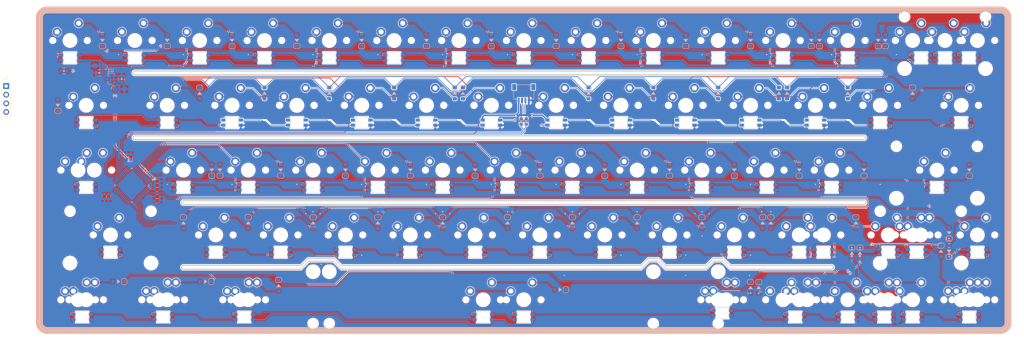
<source format=kicad_pcb>
(kicad_pcb (version 20171130) (host pcbnew "(5.1.10)-1")
  (layers (0 F.Cu signal) (31 B.Cu signal) (34 B.Paste user hide) (35 F.Paste user hide) (36 B.SilkS user) (37 F.SilkS user) (38 B.Mask user) (39 F.Mask user hide) (44 Edge.Cuts user))
  (net 0 "")
  (net 1 +5V)
  (net 2 GND)
  (net 3 "Net-(D1-Pad2)")
  (net 4 "Net-(D2-Pad2)")
  (net 5 "Net-(D3-Pad2)")
  (net 6 "Net-(D4-Pad2)")
  (net 7 "Net-(D5-Pad2)")
  (net 8 "Net-(D6-Pad2)")
  (net 9 "Net-(D7-Pad2)")
  (net 10 "Net-(D8-Pad2)")
  (net 11 "Net-(D9-Pad2)")
  (net 12 "Net-(D10-Pad2)")
  (net 13 "Net-(D11-Pad2)")
  (net 14 "Net-(D12-Pad2)")
  (net 15 "Net-(D13-Pad2)")
  (net 16 "Net-(D14-Pad2)")
  (net 17 "Net-(D15-Pad2)")
  (net 18 "Net-(D16-Pad2)")
  (net 19 D+)
  (net 20 D-)
  (net 21 RGBLED)
  (net 22 "Net-(R7-Pad2)")
  (net 23 "Net-(D42-Pad2)")
  (net 24 "Net-(D17-Pad2)")
  (net 25 "Net-(D18-Pad2)")
  (net 26 "Net-(D19-Pad2)")
  (net 27 "Net-(D20-Pad2)")
  (net 28 "Net-(D21-Pad2)")
  (net 29 "Net-(D22-Pad2)")
  (net 30 "Net-(D23-Pad2)")
  (net 31 "Net-(D24-Pad2)")
  (net 32 "Net-(D25-Pad2)")
  (net 33 "Net-(D26-Pad2)")
  (net 34 "Net-(D27-Pad2)")
  (net 35 "Net-(D28-Pad2)")
  (net 36 "Net-(D29-Pad2)")
  (net 37 "Net-(D30-Pad2)")
  (net 38 "Net-(D31-Pad2)")
  (net 39 "Net-(D32-Pad2)")
  (net 40 "Net-(D33-Pad2)")
  (net 41 "Net-(D34-Pad2)")
  (net 42 "Net-(D35-Pad2)")
  (net 43 "Net-(D36-Pad2)")
  (net 44 "Net-(D37-Pad2)")
  (net 45 "Net-(D38-Pad2)")
  (net 46 "Net-(D39-Pad2)")
  (net 47 "Net-(D40-Pad2)")
  (net 48 "Net-(D41-Pad2)")
  (net 49 "Net-(D43-Pad2)")
  (net 50 "Net-(D45-Pad2)")
  (net 51 "Net-(D46-Pad2)")
  (net 52 Row2)
  (net 53 Row3)
  (net 54 Row4)
  (net 55 Col0)
  (net 56 Col1)
  (net 57 Col2)
  (net 58 Col3)
  (net 59 Col4)
  (net 60 Col5)
  (net 61 Col6)
  (net 62 Col7)
  (net 63 "Net-(D48-Pad2)")
  (net 64 "Net-(D49-Pad2)")
  (net 65 "Net-(D50-Pad2)")
  (net 66 "Net-(D51-Pad2)")
  (net 67 "Net-(D52-Pad2)")
  (net 68 "Net-(D53-Pad2)")
  (net 69 "Net-(D54-Pad2)")
  (net 70 "Net-(D55-Pad2)")
  (net 71 "Net-(D56-Pad2)")
  (net 72 "Net-(D57-Pad2)")
  (net 73 "Net-(D58-Pad2)")
  (net 74 "Net-(D59-Pad2)")
  (net 75 "Net-(D61-Pad2)")
  (net 76 "Net-(D62-Pad2)")
  (net 77 "Net-(D63-Pad2)")
  (net 78 "Net-(D70-Pad2)")
  (net 79 "Net-(D71-Pad2)")
  (net 80 "Net-(D72-Pad2)")
  (net 81 "Net-(D73-Pad2)")
  (net 82 Row0)
  (net 83 DG-)
  (net 84 DG+)
  (net 85 "Net-(D65-Pad2)")
  (net 86 Row1)
  (net 87 +3V3)
  (net 88 "Net-(U2-Pad46)")
  (net 89 "Net-(U2-Pad45)")
  (net 90 "Net-(U2-Pad31)")
  (net 91 "Net-(U2-Pad30)")
  (net 92 "Net-(U2-Pad29)")
  (net 93 "Net-(U2-Pad28)")
  (net 94 "Net-(U2-Pad27)")
  (net 95 "Net-(U2-Pad26)")
  (net 96 "Net-(U2-Pad25)")
  (net 97 "Net-(U2-Pad22)")
  (net 98 "Net-(U2-Pad21)")
  (net 99 "Net-(U2-Pad20)")
  (net 100 "Net-(U2-Pad19)")
  (net 101 "Net-(U2-Pad18)")
  (net 102 "Net-(U2-Pad17)")
  (net 103 "Net-(U2-Pad16)")
  (net 104 "Net-(U2-Pad15)")
  (net 105 "Net-(U2-Pad14)")
  (net 106 "Net-(U2-Pad13)")
  (net 107 "Net-(U2-Pad12)")
  (net 108 "Net-(U2-Pad11)")
  (net 109 "Net-(U2-Pad10)")
  (net 110 "Net-(U2-Pad6)")
  (net 111 "Net-(U2-Pad5)")
  (net 112 "Net-(U2-Pad4)")
  (net 113 Row8)
  (net 114 Row6)
  (net 115 Row5)
  (net 116 Row7)
  (net 117 Row9)
  (net 118 "Net-(RGB1-Pad2)")
  (net 119 "Net-(RGB1-Pad4)")
  (net 120 "Net-(RGB2-Pad2)")
  (net 121 "Net-(RGB3-Pad2)")
  (net 122 "Net-(RGB4-Pad2)")
  (net 123 "Net-(RGB5-Pad2)")
  (net 124 "Net-(RGB6-Pad2)")
  (net 125 "Net-(RGB7-Pad2)")
  (net 126 "Net-(RGB8-Pad2)")
  (net 127 "Net-(RGB10-Pad2)")
  (net 128 "Net-(RGB10-Pad4)")
  (net 129 "Net-(RGB11-Pad2)")
  (net 130 "Net-(RGB12-Pad2)")
  (net 131 "Net-(RGB13-Pad2)")
  (net 132 "Net-(RGB14-Pad2)")
  (net 133 "Net-(RGB15-Pad2)")
  (net 134 "Net-(RGB16-Pad2)")
  (net 135 "Net-(RGB17-Pad4)")
  (net 136 "Net-(RGB17-Pad2)")
  (net 137 "Net-(RGB19-Pad4)")
  (net 138 "Net-(RGB20-Pad4)")
  (net 139 "Net-(RGB21-Pad4)")
  (net 140 "Net-(RGB22-Pad4)")
  (net 141 "Net-(RGB23-Pad4)")
  (net 142 "Net-(RGB24-Pad4)")
  (net 143 "Net-(RGB25-Pad4)")
  (net 144 "Net-(RGB26-Pad4)")
  (net 145 "Net-(RGB27-Pad4)")
  (net 146 "Net-(RGB28-Pad4)")
  (net 147 "Net-(RGB29-Pad4)")
  (net 148 "Net-(RGB30-Pad4)")
  (net 149 "Net-(RGB31-Pad4)")
  (net 150 "Net-(RGB18-Pad2)")
  (net 151 "Net-(RGB33-Pad2)")
  (net 152 "Net-(RGB34-Pad2)")
  (net 153 "Net-(RGB35-Pad2)")
  (net 154 "Net-(RGB36-Pad2)")
  (net 155 "Net-(RGB37-Pad2)")
  (net 156 "Net-(RGB38-Pad2)")
  (net 157 "Net-(RGB39-Pad2)")
  (net 158 "Net-(RGB40-Pad2)")
  (net 159 "Net-(RGB41-Pad2)")
  (net 160 "Net-(RGB42-Pad2)")
  (net 161 "Net-(RGB43-Pad2)")
  (net 162 "Net-(RGB45-Pad2)")
  (net 163 "Net-(RGB46-Pad2)")
  (net 164 "Net-(RGB61-Pad2)")
  (net 165 "Net-(RGB62-Pad2)")
  (net 166 "Net-(RGB63-Pad2)")
  (net 167 "Net-(RGB64-Pad2)")
  (net 168 "Net-(RGB65-Pad2)")
  (net 169 "Net-(RGB66-Pad2)")
  (net 170 "Net-(RGB67-Pad2)")
  (net 171 "Net-(RGB68-Pad2)")
  (net 172 "Net-(RGB69-Pad2)")
  (net 173 "Net-(RGB45-Pad4)")
  (net 174 "Net-(SK6812_FL1-Pad4)")
  (net 175 "Net-(SK6812_FL2-Pad4)")
  (net 176 "Net-(SK6812_FL3-Pad4)")
  (net 177 "Net-(SK6812_FL4-Pad4)")
  (net 178 "Net-(SK6812_FL5-Pad4)")
  (net 179 "Net-(SK6812_FL6-Pad4)")
  (net 180 "Net-(SK6812_FL7-Pad4)")
  (net 181 "Net-(SK6812_FL8-Pad4)")
  (net 182 "Net-(SK6812_FL10-Pad2)")
  (net 183 "Net-(SK6812_FL10-Pad4)")
  (net 184 "Net-(SK6812_FL11-Pad4)")
  (net 185 "Net-(SK6812_FL12-Pad4)")
  (net 186 "Net-(SK6812_FL13-Pad4)")
  (net 187 "Net-(SK6812_FL14-Pad4)")
  (net 188 SWDIO)
  (net 189 SWCLK)
  (net 190 Boot0)
  (net 191 NRST)
  (module Connector_PinHeader_2.54mm:PinHeader_1x04_P2.54mm_Vertical (layer F.Cu) (at -9.386129 61.337077)
    (fp_text reference J1 (at 0 -2.33) (layer F.SilkS))
    (fp_text value Conn_01x04_Female)
    (pad 4 thru_hole oval (at 0 7.62) (size 1.7 1.7) (drill 1) (layers *.Cu *.Mask) (net 2 GND))
    (pad 3 thru_hole oval (at 0 5.08) (size 1.7 1.7) (drill 1) (layers *.Cu *.Mask) (net 188 SWDIO))
    (pad 2 thru_hole oval (at 0 2.54) (size 1.7 1.7) (drill 1) (layers *.Cu *.Mask) (net 189 SWCLK))
    (pad 1 thru_hole rect (at 0 0) (size 1.7 1.7) (drill 1) (layers *.Cu *.Mask) (net 1 +5V))
  )
  (module sanproject-keyboard-part:C_0603 (layer B.Cu) (at 26.035054 82.173067 90)
    (fp_text reference C28)
    (fp_text value 4.7uF)
    (pad 2 smd rect (at 0.75 0 90) (size 0.8 0.75) (layers B.Cu B.Paste B.Mask) (net 2 GND))
    (pad 1 smd rect (at -0.75 0 90) (size 0.8 0.75) (layers B.Cu B.Paste B.Mask) (net 87 +3V3))
  )
  (module sanproject-keyboard-part:R_0603 (layer B.Cu) (at 141.966598 71.741763 90)
    (fp_text reference R4)
    (fp_text value 22)
    (pad 2 smd rect (at 0.825 0 90) (size 0.8 0.95) (layers B.Cu B.Paste B.Mask) (net 83 DG-))
    (pad 1 smd rect (at -0.825 0 90) (size 0.8 0.95) (layers B.Cu B.Paste B.Mask) (net 20 D-))
  )
  (module sanproject-keyboard-part:R_0603 (layer B.Cu) (at 143.466598 71.741763 90)
    (fp_text reference R3)
    (fp_text value 22)
    (pad 2 smd rect (at 0.825 0 90) (size 0.8 0.95) (layers B.Cu B.Paste B.Mask) (net 84 DG+))
    (pad 1 smd rect (at -0.825 0 90) (size 0.8 0.95) (layers B.Cu B.Paste B.Mask) (net 19 D+))
  )
  (module sanproject-keyboard-part:R_0805 (layer B.Cu) (at 24.546769 59.253478 90)
    (fp_text reference R2)
    (fp_text value 100k)
    (pad 2 smd rect (at 0.95 0 90) (size 0.7 1.3) (layers B.Cu B.Paste B.Mask) (net 2 GND))
    (pad 1 smd rect (at -0.95 0 90) (size 0.7 1.3) (layers B.Cu B.Paste B.Mask) (net 87 +3V3))
  )
  (module sanproject-keyboard-part:R_0805 (layer B.Cu) (at 7.58032 56.872222 180)
    (fp_text reference R7)
    (fp_text value 330R)
    (pad 2 smd rect (at 0.95 0 180) (size 0.7 1.3) (layers B.Cu B.Paste B.Mask) (net 22 "Net-(R7-Pad2)"))
    (pad 1 smd rect (at -0.95 0 180) (size 0.7 1.3) (layers B.Cu B.Paste B.Mask) (net 21 RGBLED))
  )
  (module sanproject-keyboard-part:R_0805 (layer B.Cu) (at 17.998315 57.467536 180)
    (fp_text reference R1)
    (fp_text value 100k)
    (pad 2 smd rect (at 0.95 0 180) (size 0.7 1.3) (layers B.Cu B.Paste B.Mask) (net 2 GND))
    (pad 1 smd rect (at -0.95 0 180) (size 0.7 1.3) (layers B.Cu B.Paste B.Mask) (net 1 +5V))
  )
  (module sanproject-keyboard-part:CP_EIA-3216 (layer B.Cu) (at 17.998315 55.383937 180)
    (fp_text reference C1)
    (fp_text value 1uF)
    (pad 1 smd roundrect (at -1.35 0 180) (size 1.4 1.35) (layers B.Cu B.Paste B.Mask) (roundrect_rratio 0.185185) (net 1 +5V))
    (pad 2 smd roundrect (at 1.35 0 180) (size 1.4 1.35) (layers B.Cu B.Paste B.Mask) (roundrect_rratio 0.185185) (net 2 GND))
  )
  (module sanproject-keyboard-part:CP_EIA-3216 (layer B.Cu) (at 23.951455 62.230048)
    (fp_text reference C2)
    (fp_text value 1uF)
    (pad 1 smd roundrect (at -1.35 0) (size 1.4 1.35) (layers B.Cu B.Paste B.Mask) (roundrect_rratio 0.185185) (net 87 +3V3))
    (pad 2 smd roundrect (at 1.35 0) (size 1.4 1.35) (layers B.Cu B.Paste B.Mask) (roundrect_rratio 0.185185) (net 2 GND))
  )
  (module Package_TO_SOT_SMD:SOT-23 (layer B.Cu) (at 21.272542 59.253478 180)
    (fp_text reference U1 (at 0 2.5) (layer B.SilkS) (effects (justify mirror)))
    (fp_text value "MCP1700-3302E / MCP1703A-3302 (SOT23)")
    (pad 3 smd rect (at 1 0 180) (size 0.9 0.8) (layers B.Cu B.Paste B.Mask) (net 1 +5V))
    (pad 2 smd rect (at -1 -0.95 180) (size 0.9 0.8) (layers B.Cu B.Paste B.Mask) (net 87 +3V3))
    (pad 1 smd rect (at -1 0.95 180) (size 0.9 0.8) (layers B.Cu B.Paste B.Mask) (net 2 GND))
  )
  (module sanproject-keyboard-part:C_0603 (layer B.Cu) (at 34.964764 94.972318 180)
    (fp_text reference C26)
    (fp_text value 1uF)
    (pad 2 smd rect (at 0.75 0 180) (size 0.8 0.75) (layers B.Cu B.Paste B.Mask) (net 87 +3V3))
    (pad 1 smd rect (at -0.75 0 180) (size 0.8 0.75) (layers B.Cu B.Paste B.Mask) (net 2 GND))
  )
  (module sanproject-keyboard-part:C_0603 (layer B.Cu) (at 35.003846 93.78169 180)
    (fp_text reference C27)
    (fp_text value 0.1uF)
    (pad 2 smd rect (at 0.75 0 180) (size 0.8 0.75) (layers B.Cu B.Paste B.Mask) (net 87 +3V3))
    (pad 1 smd rect (at -0.75 0 180) (size 0.8 0.75) (layers B.Cu B.Paste B.Mask) (net 2 GND))
  )
  (module sanproject-keyboard-part:C_0603 (layer B.Cu) (at 19.4866 93.78169 90)
    (fp_text reference C25)
    (fp_text value 0.1uF)
    (pad 2 smd rect (at 0.75 0 90) (size 0.8 0.75) (layers B.Cu B.Paste B.Mask) (net 87 +3V3))
    (pad 1 smd rect (at -0.75 0 90) (size 0.8 0.75) (layers B.Cu B.Paste B.Mask) (net 2 GND))
  )
  (module sanproject-keyboard-part:C_0603 (layer B.Cu) (at 20.677228 93.78169 90)
    (fp_text reference C24)
    (fp_text value 1uF)
    (pad 2 smd rect (at 0.75 0 90) (size 0.8 0.75) (layers B.Cu B.Paste B.Mask) (net 87 +3V3))
    (pad 1 smd rect (at -0.75 0 90) (size 0.8 0.75) (layers B.Cu B.Paste B.Mask) (net 2 GND))
  )
  (module sanproject-keyboard-part:C_0603 (layer B.Cu) (at 27.225682 82.173067 90)
    (fp_text reference C29)
    (fp_text value 10nF)
    (pad 2 smd rect (at 0.75 0 90) (size 0.8 0.75) (layers B.Cu B.Paste B.Mask) (net 2 GND))
    (pad 1 smd rect (at -0.75 0 90) (size 0.8 0.75) (layers B.Cu B.Paste B.Mask) (net 87 +3V3))
  )
  (module sanproject-keyboard-part:C_0603 (layer B.Cu) (at 34.964764 91.698091)
    (fp_text reference C21)
    (fp_text value 0.1uF)
    (pad 2 smd rect (at 0.75 0) (size 0.8 0.75) (layers B.Cu B.Paste B.Mask) (net 2 GND))
    (pad 1 smd rect (at -0.75 0) (size 0.8 0.75) (layers B.Cu B.Paste B.Mask) (net 87 +3V3))
  )
  (module sanproject-keyboard-part:C_0603 (layer B.Cu) (at 34.964764 90.507463 180)
    (fp_text reference C23)
    (fp_text value 0.1uF)
    (pad 2 smd rect (at 0.75 0 180) (size 0.8 0.75) (layers B.Cu B.Paste B.Mask) (net 87 +3V3))
    (pad 1 smd rect (at -0.75 0 180) (size 0.8 0.75) (layers B.Cu B.Paste B.Mask) (net 2 GND))
  )
  (module sanproject-keyboard-part:C_0603 (layer B.Cu) (at 34.964764 89.316835 180)
    (fp_text reference C22)
    (fp_text value 1uF)
    (pad 2 smd rect (at 0.75 0 180) (size 0.8 0.75) (layers B.Cu B.Paste B.Mask) (net 87 +3V3))
    (pad 1 smd rect (at -0.75 0 180) (size 0.8 0.75) (layers B.Cu B.Paste B.Mask) (net 2 GND))
  )
  (module sanproject-keyboard-part:RGB-6028_FLIPPED (layer B.Cu) (at 142.71697 124.14306 180)
    (fp_text reference RGB63)
    (fp_text value SK6812)
    (fp_line (start -1.9 -3.38) (end -1.9 -6.78) (layer Edge.Cuts) (width 0.15))
    (fp_line (start 1.9 -6.78) (end -1.9 -6.78) (layer Edge.Cuts) (width 0.15))
    (fp_line (start 1.9 -3.38) (end 1.9 -6.78) (layer Edge.Cuts) (width 0.15))
    (fp_line (start 1.9 -3.38) (end -1.9 -3.38) (layer Edge.Cuts) (width 0.15))
    (pad 4 smd rect (at 2.595 -5.83 180) (size 1.19 0.9) (layers B.Cu B.Paste B.Mask) (net 165 "Net-(RGB62-Pad2)"))
    (pad 2 smd rect (at -2.595 -4.33 180) (size 1.19 0.9) (layers B.Cu B.Paste B.Mask) (net 166 "Net-(RGB63-Pad2)"))
    (pad 1 smd rect (at -2.595 -5.83 180) (size 1.19 0.9) (layers B.Cu B.Paste B.Mask) (net 1 +5V))
    (pad 3 smd rect (at 2.595 -4.33 180) (size 1.19 0.9) (layers B.Cu B.Paste B.Mask) (net 2 GND))
  )
  (module sanproject-keyboard-part:D_SOD-123 (layer B.Cu) (at 267.732538 104.497342 90)
    (fp_text reference D32)
    (fp_text value D)
    (pad 1 smd roundrect (at -1.65 0 90) (size 1 1.2) (layers B.Cu B.Paste B.Mask) (net 116 Row7))
    (pad 2 smd roundrect (at 1.65 0 90) (size 1 1.2) (layers B.Cu B.Paste B.Mask) (net 39 "Net-(D32-Pad2)"))
  )
  (module sanproject-keyboard-part:D_SOD-123 (layer B.Cu) (at 265.351282 109.855168 270)
    (fp_text reference D73)
    (fp_text value D)
    (pad 1 smd roundrect (at -1.65 0 270) (size 1 1.2) (layers B.Cu B.Paste B.Mask) (net 117 Row9))
    (pad 2 smd roundrect (at 1.65 0 270) (size 1 1.2) (layers B.Cu B.Paste B.Mask) (net 81 "Net-(D73-Pad2)"))
  )
  (module sanproject-keyboard-part:RGB-6028_FLIPPED (layer B.Cu) (at 273.68607 124.14306 180)
    (fp_text reference RGB69)
    (fp_text value SK6812)
    (fp_line (start -1.9 -3.38) (end -1.9 -6.78) (layer Edge.Cuts) (width 0.15))
    (fp_line (start 1.9 -6.78) (end -1.9 -6.78) (layer Edge.Cuts) (width 0.15))
    (fp_line (start 1.9 -3.38) (end 1.9 -6.78) (layer Edge.Cuts) (width 0.15))
    (fp_line (start 1.9 -3.38) (end -1.9 -3.38) (layer Edge.Cuts) (width 0.15))
    (pad 4 smd rect (at 2.595 -5.83 180) (size 1.19 0.9) (layers B.Cu B.Paste B.Mask) (net 171 "Net-(RGB68-Pad2)"))
    (pad 2 smd rect (at -2.595 -4.33 180) (size 1.19 0.9) (layers B.Cu B.Paste B.Mask) (net 172 "Net-(RGB69-Pad2)"))
    (pad 1 smd rect (at -2.595 -5.83 180) (size 1.19 0.9) (layers B.Cu B.Paste B.Mask) (net 1 +5V))
    (pad 3 smd rect (at 2.595 -4.33 180) (size 1.19 0.9) (layers B.Cu B.Paste B.Mask) (net 2 GND))
  )
  (module sanproject-keyboard-part:RGB-6028_FLIPPED (layer B.Cu) (at 257.01745 124.14306 180)
    (fp_text reference RGB68)
    (fp_text value SK6812)
    (fp_line (start -1.9 -3.38) (end -1.9 -6.78) (layer Edge.Cuts) (width 0.15))
    (fp_line (start 1.9 -6.78) (end -1.9 -6.78) (layer Edge.Cuts) (width 0.15))
    (fp_line (start 1.9 -3.38) (end 1.9 -6.78) (layer Edge.Cuts) (width 0.15))
    (fp_line (start 1.9 -3.38) (end -1.9 -3.38) (layer Edge.Cuts) (width 0.15))
    (pad 4 smd rect (at 2.595 -5.83 180) (size 1.19 0.9) (layers B.Cu B.Paste B.Mask) (net 170 "Net-(RGB67-Pad2)"))
    (pad 2 smd rect (at -2.595 -4.33 180) (size 1.19 0.9) (layers B.Cu B.Paste B.Mask) (net 171 "Net-(RGB68-Pad2)"))
    (pad 1 smd rect (at -2.595 -5.83 180) (size 1.19 0.9) (layers B.Cu B.Paste B.Mask) (net 1 +5V))
    (pad 3 smd rect (at 2.595 -4.33 180) (size 1.19 0.9) (layers B.Cu B.Paste B.Mask) (net 2 GND))
  )
  (module sanproject-keyboard-part:RGB-6028_FLIPPED (layer B.Cu) (at 248.68249 124.142704 180)
    (fp_text reference RGB67)
    (fp_text value SK6812)
    (fp_line (start -1.9 -3.38) (end -1.9 -6.78) (layer Edge.Cuts) (width 0.15))
    (fp_line (start 1.9 -6.78) (end -1.9 -6.78) (layer Edge.Cuts) (width 0.15))
    (fp_line (start 1.9 -3.38) (end 1.9 -6.78) (layer Edge.Cuts) (width 0.15))
    (fp_line (start 1.9 -3.38) (end -1.9 -3.38) (layer Edge.Cuts) (width 0.15))
    (pad 4 smd rect (at 2.595 -5.83 180) (size 1.19 0.9) (layers B.Cu B.Paste B.Mask) (net 169 "Net-(RGB66-Pad2)"))
    (pad 2 smd rect (at -2.595 -4.33 180) (size 1.19 0.9) (layers B.Cu B.Paste B.Mask) (net 170 "Net-(RGB67-Pad2)"))
    (pad 1 smd rect (at -2.595 -5.83 180) (size 1.19 0.9) (layers B.Cu B.Paste B.Mask) (net 1 +5V))
    (pad 3 smd rect (at 2.595 -4.33 180) (size 1.19 0.9) (layers B.Cu B.Paste B.Mask) (net 2 GND))
  )
  (module sanproject-keyboard-part:RGB-6028_FLIPPED (layer B.Cu) (at 237.96745 124.14306 180)
    (fp_text reference RGB66)
    (fp_text value SK6812)
    (fp_line (start -1.9 -3.38) (end -1.9 -6.78) (layer Edge.Cuts) (width 0.15))
    (fp_line (start 1.9 -6.78) (end -1.9 -6.78) (layer Edge.Cuts) (width 0.15))
    (fp_line (start 1.9 -3.38) (end 1.9 -6.78) (layer Edge.Cuts) (width 0.15))
    (fp_line (start 1.9 -3.38) (end -1.9 -3.38) (layer Edge.Cuts) (width 0.15))
    (pad 4 smd rect (at 2.595 -5.83 180) (size 1.19 0.9) (layers B.Cu B.Paste B.Mask) (net 168 "Net-(RGB65-Pad2)"))
    (pad 2 smd rect (at -2.595 -4.33 180) (size 1.19 0.9) (layers B.Cu B.Paste B.Mask) (net 169 "Net-(RGB66-Pad2)"))
    (pad 1 smd rect (at -2.595 -5.83 180) (size 1.19 0.9) (layers B.Cu B.Paste B.Mask) (net 1 +5V))
    (pad 3 smd rect (at 2.595 -4.33 180) (size 1.19 0.9) (layers B.Cu B.Paste B.Mask) (net 2 GND))
  )
  (module sanproject-keyboard-part:RGB-6028_FLIPPED (layer B.Cu) (at 222.488674 124.142704 180)
    (fp_text reference RGB65)
    (fp_text value SK6812)
    (fp_line (start -1.9 -3.38) (end -1.9 -6.78) (layer Edge.Cuts) (width 0.15))
    (fp_line (start 1.9 -6.78) (end -1.9 -6.78) (layer Edge.Cuts) (width 0.15))
    (fp_line (start 1.9 -3.38) (end 1.9 -6.78) (layer Edge.Cuts) (width 0.15))
    (fp_line (start 1.9 -3.38) (end -1.9 -3.38) (layer Edge.Cuts) (width 0.15))
    (pad 4 smd rect (at 2.595 -5.83 180) (size 1.19 0.9) (layers B.Cu B.Paste B.Mask) (net 167 "Net-(RGB64-Pad2)"))
    (pad 2 smd rect (at -2.595 -4.33 180) (size 1.19 0.9) (layers B.Cu B.Paste B.Mask) (net 168 "Net-(RGB65-Pad2)"))
    (pad 1 smd rect (at -2.595 -5.83 180) (size 1.19 0.9) (layers B.Cu B.Paste B.Mask) (net 1 +5V))
    (pad 3 smd rect (at 2.595 -4.33 180) (size 1.19 0.9) (layers B.Cu B.Paste B.Mask) (net 2 GND))
  )
  (module sanproject-keyboard-part:RGB-6028_FLIPPED (layer B.Cu) (at 201.05737 122.952076 180)
    (fp_text reference RGB64)
    (fp_text value SK6812)
    (fp_line (start -1.9 -3.38) (end -1.9 -6.78) (layer Edge.Cuts) (width 0.15))
    (fp_line (start 1.9 -6.78) (end -1.9 -6.78) (layer Edge.Cuts) (width 0.15))
    (fp_line (start 1.9 -3.38) (end 1.9 -6.78) (layer Edge.Cuts) (width 0.15))
    (fp_line (start 1.9 -3.38) (end -1.9 -3.38) (layer Edge.Cuts) (width 0.15))
    (pad 4 smd rect (at 2.595 -5.83 180) (size 1.19 0.9) (layers B.Cu B.Paste B.Mask) (net 166 "Net-(RGB63-Pad2)"))
    (pad 2 smd rect (at -2.595 -4.33 180) (size 1.19 0.9) (layers B.Cu B.Paste B.Mask) (net 167 "Net-(RGB64-Pad2)"))
    (pad 1 smd rect (at -2.595 -5.83 180) (size 1.19 0.9) (layers B.Cu B.Paste B.Mask) (net 1 +5V))
    (pad 3 smd rect (at 2.595 -4.33 180) (size 1.19 0.9) (layers B.Cu B.Paste B.Mask) (net 2 GND))
  )
  (module sanproject-keyboard-part:RGB-6028_FLIPPED (layer B.Cu) (at 130.81067 124.14306 180)
    (fp_text reference RGB62)
    (fp_text value SK6812)
    (fp_line (start -1.9 -3.38) (end -1.9 -6.78) (layer Edge.Cuts) (width 0.15))
    (fp_line (start 1.9 -6.78) (end -1.9 -6.78) (layer Edge.Cuts) (width 0.15))
    (fp_line (start 1.9 -3.38) (end 1.9 -6.78) (layer Edge.Cuts) (width 0.15))
    (fp_line (start 1.9 -3.38) (end -1.9 -3.38) (layer Edge.Cuts) (width 0.15))
    (pad 4 smd rect (at 2.595 -5.83 180) (size 1.19 0.9) (layers B.Cu B.Paste B.Mask) (net 164 "Net-(RGB61-Pad2)"))
    (pad 2 smd rect (at -2.595 -4.33 180) (size 1.19 0.9) (layers B.Cu B.Paste B.Mask) (net 165 "Net-(RGB62-Pad2)"))
    (pad 1 smd rect (at -2.595 -5.83 180) (size 1.19 0.9) (layers B.Cu B.Paste B.Mask) (net 1 +5V))
    (pad 3 smd rect (at 2.595 -4.33 180) (size 1.19 0.9) (layers B.Cu B.Paste B.Mask) (net 2 GND))
  )
  (module sanproject-keyboard-part:RGB-6028_FLIPPED (layer B.Cu) (at 60.563266 124.142704 180)
    (fp_text reference RGB61)
    (fp_text value SK6812)
    (fp_line (start -1.9 -3.38) (end -1.9 -6.78) (layer Edge.Cuts) (width 0.15))
    (fp_line (start 1.9 -6.78) (end -1.9 -6.78) (layer Edge.Cuts) (width 0.15))
    (fp_line (start 1.9 -3.38) (end 1.9 -6.78) (layer Edge.Cuts) (width 0.15))
    (fp_line (start 1.9 -3.38) (end -1.9 -3.38) (layer Edge.Cuts) (width 0.15))
    (pad 4 smd rect (at 2.595 -5.83 180) (size 1.19 0.9) (layers B.Cu B.Paste B.Mask) (net 163 "Net-(RGB46-Pad2)"))
    (pad 2 smd rect (at -2.595 -4.33 180) (size 1.19 0.9) (layers B.Cu B.Paste B.Mask) (net 164 "Net-(RGB61-Pad2)"))
    (pad 1 smd rect (at -2.595 -5.83 180) (size 1.19 0.9) (layers B.Cu B.Paste B.Mask) (net 1 +5V))
    (pad 3 smd rect (at 2.595 -4.33 180) (size 1.19 0.9) (layers B.Cu B.Paste B.Mask) (net 2 GND))
  )
  (module sanproject-keyboard-part:RGB-6028_FLIPPED (layer B.Cu) (at 36.750706 124.142704 180)
    (fp_text reference RGB46)
    (fp_text value SK6812)
    (fp_line (start -1.9 -3.38) (end -1.9 -6.78) (layer Edge.Cuts) (width 0.15))
    (fp_line (start 1.9 -6.78) (end -1.9 -6.78) (layer Edge.Cuts) (width 0.15))
    (fp_line (start 1.9 -3.38) (end 1.9 -6.78) (layer Edge.Cuts) (width 0.15))
    (fp_line (start 1.9 -3.38) (end -1.9 -3.38) (layer Edge.Cuts) (width 0.15))
    (pad 4 smd rect (at 2.595 -5.83 180) (size 1.19 0.9) (layers B.Cu B.Paste B.Mask) (net 162 "Net-(RGB45-Pad2)"))
    (pad 2 smd rect (at -2.595 -4.33 180) (size 1.19 0.9) (layers B.Cu B.Paste B.Mask) (net 163 "Net-(RGB46-Pad2)"))
    (pad 1 smd rect (at -2.595 -5.83 180) (size 1.19 0.9) (layers B.Cu B.Paste B.Mask) (net 1 +5V))
    (pad 3 smd rect (at 2.595 -4.33 180) (size 1.19 0.9) (layers B.Cu B.Paste B.Mask) (net 2 GND))
  )
  (module sanproject-keyboard-part:RGB-6028_FLIPPED (layer B.Cu) (at 12.938146 124.142704 180)
    (fp_text reference RGB45)
    (fp_text value SK6812)
    (fp_line (start -1.9 -3.38) (end -1.9 -6.78) (layer Edge.Cuts) (width 0.15))
    (fp_line (start 1.9 -6.78) (end -1.9 -6.78) (layer Edge.Cuts) (width 0.15))
    (fp_line (start 1.9 -3.38) (end 1.9 -6.78) (layer Edge.Cuts) (width 0.15))
    (fp_line (start 1.9 -3.38) (end -1.9 -3.38) (layer Edge.Cuts) (width 0.15))
    (pad 4 smd rect (at 2.595 -5.83 180) (size 1.19 0.9) (layers B.Cu B.Paste B.Mask) (net 173 "Net-(RGB45-Pad4)"))
    (pad 2 smd rect (at -2.595 -4.33 180) (size 1.19 0.9) (layers B.Cu B.Paste B.Mask) (net 162 "Net-(RGB45-Pad2)"))
    (pad 1 smd rect (at -2.595 -5.83 180) (size 1.19 0.9) (layers B.Cu B.Paste B.Mask) (net 1 +5V))
    (pad 3 smd rect (at 2.595 -4.33 180) (size 1.19 0.9) (layers B.Cu B.Paste B.Mask) (net 2 GND))
  )
  (module sanproject-keyboard-part:RGB-6028 (layer B.Cu) (at 21.272542 105.0925 180)
    (fp_text reference SK6812_FL1)
    (fp_text value SK6812)
    (fp_line (start -1.9 -3.38) (end -1.9 -6.78) (layer Edge.Cuts) (width 0.15))
    (fp_line (start 1.9 -6.78) (end -1.9 -6.78) (layer Edge.Cuts) (width 0.15))
    (fp_line (start 1.9 -3.38) (end 1.9 -6.78) (layer Edge.Cuts) (width 0.15))
    (fp_line (start 1.9 -3.38) (end -1.9 -3.38) (layer Edge.Cuts) (width 0.15))
    (pad 2 smd rect (at 2.595 -5.83 180) (size 1.19 0.9) (layers B.Cu B.Paste B.Mask) (net 173 "Net-(RGB45-Pad4)"))
    (pad 4 smd rect (at -2.595 -4.33 180) (size 1.19 0.9) (layers B.Cu B.Paste B.Mask) (net 174 "Net-(SK6812_FL1-Pad4)"))
    (pad 3 smd rect (at -2.595 -5.83 180) (size 1.19 0.9) (layers B.Cu B.Paste B.Mask) (net 2 GND))
    (pad 1 smd rect (at 2.595 -4.33 180) (size 1.19 0.9) (layers B.Cu B.Paste B.Mask) (net 1 +5V))
  )
  (module sanproject-keyboard-part:RGB-6028 (layer B.Cu) (at 276.066506 105.0925 180)
    (fp_text reference SK6812_FL15)
    (fp_text value SK6812)
    (fp_line (start -1.9 -3.38) (end -1.9 -6.78) (layer Edge.Cuts) (width 0.15))
    (fp_line (start 1.9 -6.78) (end -1.9 -6.78) (layer Edge.Cuts) (width 0.15))
    (fp_line (start 1.9 -3.38) (end 1.9 -6.78) (layer Edge.Cuts) (width 0.15))
    (fp_line (start 1.9 -3.38) (end -1.9 -3.38) (layer Edge.Cuts) (width 0.15))
    (pad 2 smd rect (at 2.595 -5.83 180) (size 1.19 0.9) (layers B.Cu B.Paste B.Mask) (net 187 "Net-(SK6812_FL14-Pad4)"))
    (pad 4 smd rect (at -2.595 -4.33 180) (size 1.19 0.9) (layers B.Cu B.Paste B.Mask) (net 161 "Net-(RGB43-Pad2)"))
    (pad 3 smd rect (at -2.595 -5.83 180) (size 1.19 0.9) (layers B.Cu B.Paste B.Mask) (net 2 GND))
    (pad 1 smd rect (at 2.595 -4.33 180) (size 1.19 0.9) (layers B.Cu B.Paste B.Mask) (net 1 +5V))
  )
  (module sanproject-keyboard-part:RGB-6028 (layer B.Cu) (at 258.207514 105.092656 180)
    (fp_text reference SK6812_FL14)
    (fp_text value SK6812)
    (fp_line (start -1.9 -3.38) (end -1.9 -6.78) (layer Edge.Cuts) (width 0.15))
    (fp_line (start 1.9 -6.78) (end -1.9 -6.78) (layer Edge.Cuts) (width 0.15))
    (fp_line (start 1.9 -3.38) (end 1.9 -6.78) (layer Edge.Cuts) (width 0.15))
    (fp_line (start 1.9 -3.38) (end -1.9 -3.38) (layer Edge.Cuts) (width 0.15))
    (pad 2 smd rect (at 2.595 -5.83 180) (size 1.19 0.9) (layers B.Cu B.Paste B.Mask) (net 186 "Net-(SK6812_FL13-Pad4)"))
    (pad 4 smd rect (at -2.595 -4.33 180) (size 1.19 0.9) (layers B.Cu B.Paste B.Mask) (net 187 "Net-(SK6812_FL14-Pad4)"))
    (pad 3 smd rect (at -2.595 -5.83 180) (size 1.19 0.9) (layers B.Cu B.Paste B.Mask) (net 2 GND))
    (pad 1 smd rect (at 2.595 -4.33 180) (size 1.19 0.9) (layers B.Cu B.Paste B.Mask) (net 1 +5V))
  )
  (module sanproject-keyboard-part:RGB-6028 (layer B.Cu) (at 249.873118 105.092656 180)
    (fp_text reference SK6812_FL13)
    (fp_text value SK6812)
    (fp_line (start -1.9 -3.38) (end -1.9 -6.78) (layer Edge.Cuts) (width 0.15))
    (fp_line (start 1.9 -6.78) (end -1.9 -6.78) (layer Edge.Cuts) (width 0.15))
    (fp_line (start 1.9 -3.38) (end 1.9 -6.78) (layer Edge.Cuts) (width 0.15))
    (fp_line (start 1.9 -3.38) (end -1.9 -3.38) (layer Edge.Cuts) (width 0.15))
    (pad 2 smd rect (at 2.595 -5.83 180) (size 1.19 0.9) (layers B.Cu B.Paste B.Mask) (net 185 "Net-(SK6812_FL12-Pad4)"))
    (pad 4 smd rect (at -2.595 -4.33 180) (size 1.19 0.9) (layers B.Cu B.Paste B.Mask) (net 186 "Net-(SK6812_FL13-Pad4)"))
    (pad 3 smd rect (at -2.595 -5.83 180) (size 1.19 0.9) (layers B.Cu B.Paste B.Mask) (net 2 GND))
    (pad 1 smd rect (at 2.595 -4.33 180) (size 1.19 0.9) (layers B.Cu B.Paste B.Mask) (net 1 +5V))
  )
  (module sanproject-keyboard-part:RGB-6028 (layer B.Cu) (at 230.82307 105.092656 180)
    (fp_text reference SK6812_FL12)
    (fp_text value SK6812)
    (fp_line (start -1.9 -3.38) (end -1.9 -6.78) (layer Edge.Cuts) (width 0.15))
    (fp_line (start 1.9 -6.78) (end -1.9 -6.78) (layer Edge.Cuts) (width 0.15))
    (fp_line (start 1.9 -3.38) (end 1.9 -6.78) (layer Edge.Cuts) (width 0.15))
    (fp_line (start 1.9 -3.38) (end -1.9 -3.38) (layer Edge.Cuts) (width 0.15))
    (pad 2 smd rect (at 2.595 -5.83 180) (size 1.19 0.9) (layers B.Cu B.Paste B.Mask) (net 184 "Net-(SK6812_FL11-Pad4)"))
    (pad 4 smd rect (at -2.595 -4.33 180) (size 1.19 0.9) (layers B.Cu B.Paste B.Mask) (net 185 "Net-(SK6812_FL12-Pad4)"))
    (pad 3 smd rect (at -2.595 -5.83 180) (size 1.19 0.9) (layers B.Cu B.Paste B.Mask) (net 2 GND))
    (pad 1 smd rect (at 2.595 -4.33 180) (size 1.19 0.9) (layers B.Cu B.Paste B.Mask) (net 1 +5V))
  )
  (module sanproject-keyboard-part:RGB-6028 (layer B.Cu) (at 223.679302 105.092656 180)
    (fp_text reference SK6812_FL11)
    (fp_text value SK6812)
    (fp_line (start -1.9 -3.38) (end -1.9 -6.78) (layer Edge.Cuts) (width 0.15))
    (fp_line (start 1.9 -6.78) (end -1.9 -6.78) (layer Edge.Cuts) (width 0.15))
    (fp_line (start 1.9 -3.38) (end 1.9 -6.78) (layer Edge.Cuts) (width 0.15))
    (fp_line (start 1.9 -3.38) (end -1.9 -3.38) (layer Edge.Cuts) (width 0.15))
    (pad 2 smd rect (at 2.595 -5.83 180) (size 1.19 0.9) (layers B.Cu B.Paste B.Mask) (net 183 "Net-(SK6812_FL10-Pad4)"))
    (pad 4 smd rect (at -2.595 -4.33 180) (size 1.19 0.9) (layers B.Cu B.Paste B.Mask) (net 184 "Net-(SK6812_FL11-Pad4)"))
    (pad 3 smd rect (at -2.595 -5.83 180) (size 1.19 0.9) (layers B.Cu B.Paste B.Mask) (net 2 GND))
    (pad 1 smd rect (at 2.595 -4.33 180) (size 1.19 0.9) (layers B.Cu B.Paste B.Mask) (net 1 +5V))
  )
  (module sanproject-keyboard-part:RGB-6028 (layer B.Cu) (at 204.628946 105.0925 180)
    (fp_text reference SK6812_FL10)
    (fp_text value SK6812)
    (fp_line (start -1.9 -3.38) (end -1.9 -6.78) (layer Edge.Cuts) (width 0.15))
    (fp_line (start 1.9 -6.78) (end -1.9 -6.78) (layer Edge.Cuts) (width 0.15))
    (fp_line (start 1.9 -3.38) (end 1.9 -6.78) (layer Edge.Cuts) (width 0.15))
    (fp_line (start 1.9 -3.38) (end -1.9 -3.38) (layer Edge.Cuts) (width 0.15))
    (pad 2 smd rect (at 2.595 -5.83 180) (size 1.19 0.9) (layers B.Cu B.Paste B.Mask) (net 182 "Net-(SK6812_FL10-Pad2)"))
    (pad 4 smd rect (at -2.595 -4.33 180) (size 1.19 0.9) (layers B.Cu B.Paste B.Mask) (net 183 "Net-(SK6812_FL10-Pad4)"))
    (pad 3 smd rect (at -2.595 -5.83 180) (size 1.19 0.9) (layers B.Cu B.Paste B.Mask) (net 2 GND))
    (pad 1 smd rect (at 2.595 -4.33 180) (size 1.19 0.9) (layers B.Cu B.Paste B.Mask) (net 1 +5V))
  )
  (module sanproject-keyboard-part:RGB-6028 (layer B.Cu) (at 185.578946 105.0925 180)
    (fp_text reference SK6812_FL9)
    (fp_text value SK6812)
    (fp_line (start -1.9 -3.38) (end -1.9 -6.78) (layer Edge.Cuts) (width 0.15))
    (fp_line (start 1.9 -6.78) (end -1.9 -6.78) (layer Edge.Cuts) (width 0.15))
    (fp_line (start 1.9 -3.38) (end 1.9 -6.78) (layer Edge.Cuts) (width 0.15))
    (fp_line (start 1.9 -3.38) (end -1.9 -3.38) (layer Edge.Cuts) (width 0.15))
    (pad 2 smd rect (at 2.595 -5.83 180) (size 1.19 0.9) (layers B.Cu B.Paste B.Mask) (net 181 "Net-(SK6812_FL8-Pad4)"))
    (pad 4 smd rect (at -2.595 -4.33 180) (size 1.19 0.9) (layers B.Cu B.Paste B.Mask) (net 182 "Net-(SK6812_FL10-Pad2)"))
    (pad 3 smd rect (at -2.595 -5.83 180) (size 1.19 0.9) (layers B.Cu B.Paste B.Mask) (net 2 GND))
    (pad 1 smd rect (at 2.595 -4.33 180) (size 1.19 0.9) (layers B.Cu B.Paste B.Mask) (net 1 +5V))
  )
  (module sanproject-keyboard-part:RGB-6028 (layer B.Cu) (at 166.528946 105.0925 180)
    (fp_text reference SK6812_FL8)
    (fp_text value SK6812)
    (fp_line (start -1.9 -3.38) (end -1.9 -6.78) (layer Edge.Cuts) (width 0.15))
    (fp_line (start 1.9 -6.78) (end -1.9 -6.78) (layer Edge.Cuts) (width 0.15))
    (fp_line (start 1.9 -3.38) (end 1.9 -6.78) (layer Edge.Cuts) (width 0.15))
    (fp_line (start 1.9 -3.38) (end -1.9 -3.38) (layer Edge.Cuts) (width 0.15))
    (pad 2 smd rect (at 2.595 -5.83 180) (size 1.19 0.9) (layers B.Cu B.Paste B.Mask) (net 180 "Net-(SK6812_FL7-Pad4)"))
    (pad 4 smd rect (at -2.595 -4.33 180) (size 1.19 0.9) (layers B.Cu B.Paste B.Mask) (net 181 "Net-(SK6812_FL8-Pad4)"))
    (pad 3 smd rect (at -2.595 -5.83 180) (size 1.19 0.9) (layers B.Cu B.Paste B.Mask) (net 2 GND))
    (pad 1 smd rect (at 2.595 -4.33 180) (size 1.19 0.9) (layers B.Cu B.Paste B.Mask) (net 1 +5V))
  )
  (module sanproject-keyboard-part:RGB-6028 (layer B.Cu) (at 147.478946 105.0925 180)
    (fp_text reference SK6812_FL7)
    (fp_text value SK6812)
    (fp_line (start -1.9 -3.38) (end -1.9 -6.78) (layer Edge.Cuts) (width 0.15))
    (fp_line (start 1.9 -6.78) (end -1.9 -6.78) (layer Edge.Cuts) (width 0.15))
    (fp_line (start 1.9 -3.38) (end 1.9 -6.78) (layer Edge.Cuts) (width 0.15))
    (fp_line (start 1.9 -3.38) (end -1.9 -3.38) (layer Edge.Cuts) (width 0.15))
    (pad 2 smd rect (at 2.595 -5.83 180) (size 1.19 0.9) (layers B.Cu B.Paste B.Mask) (net 179 "Net-(SK6812_FL6-Pad4)"))
    (pad 4 smd rect (at -2.595 -4.33 180) (size 1.19 0.9) (layers B.Cu B.Paste B.Mask) (net 180 "Net-(SK6812_FL7-Pad4)"))
    (pad 3 smd rect (at -2.595 -5.83 180) (size 1.19 0.9) (layers B.Cu B.Paste B.Mask) (net 2 GND))
    (pad 1 smd rect (at 2.595 -4.33 180) (size 1.19 0.9) (layers B.Cu B.Paste B.Mask) (net 1 +5V))
  )
  (module sanproject-keyboard-part:RGB-6028 (layer B.Cu) (at 128.428946 105.0925 180)
    (fp_text reference SK6812_FL6)
    (fp_text value SK6812)
    (fp_line (start -1.9 -3.38) (end -1.9 -6.78) (layer Edge.Cuts) (width 0.15))
    (fp_line (start 1.9 -6.78) (end -1.9 -6.78) (layer Edge.Cuts) (width 0.15))
    (fp_line (start 1.9 -3.38) (end 1.9 -6.78) (layer Edge.Cuts) (width 0.15))
    (fp_line (start 1.9 -3.38) (end -1.9 -3.38) (layer Edge.Cuts) (width 0.15))
    (pad 2 smd rect (at 2.595 -5.83 180) (size 1.19 0.9) (layers B.Cu B.Paste B.Mask) (net 178 "Net-(SK6812_FL5-Pad4)"))
    (pad 4 smd rect (at -2.595 -4.33 180) (size 1.19 0.9) (layers B.Cu B.Paste B.Mask) (net 179 "Net-(SK6812_FL6-Pad4)"))
    (pad 3 smd rect (at -2.595 -5.83 180) (size 1.19 0.9) (layers B.Cu B.Paste B.Mask) (net 2 GND))
    (pad 1 smd rect (at 2.595 -4.33 180) (size 1.19 0.9) (layers B.Cu B.Paste B.Mask) (net 1 +5V))
  )
  (module sanproject-keyboard-part:RGB-6028 (layer B.Cu) (at 109.378946 105.0925 180)
    (fp_text reference SK6812_FL5)
    (fp_text value SK6812)
    (fp_line (start -1.9 -3.38) (end -1.9 -6.78) (layer Edge.Cuts) (width 0.15))
    (fp_line (start 1.9 -6.78) (end -1.9 -6.78) (layer Edge.Cuts) (width 0.15))
    (fp_line (start 1.9 -3.38) (end 1.9 -6.78) (layer Edge.Cuts) (width 0.15))
    (fp_line (start 1.9 -3.38) (end -1.9 -3.38) (layer Edge.Cuts) (width 0.15))
    (pad 2 smd rect (at 2.595 -5.83 180) (size 1.19 0.9) (layers B.Cu B.Paste B.Mask) (net 177 "Net-(SK6812_FL4-Pad4)"))
    (pad 4 smd rect (at -2.595 -4.33 180) (size 1.19 0.9) (layers B.Cu B.Paste B.Mask) (net 178 "Net-(SK6812_FL5-Pad4)"))
    (pad 3 smd rect (at -2.595 -5.83 180) (size 1.19 0.9) (layers B.Cu B.Paste B.Mask) (net 2 GND))
    (pad 1 smd rect (at 2.595 -4.33 180) (size 1.19 0.9) (layers B.Cu B.Paste B.Mask) (net 1 +5V))
  )
  (module sanproject-keyboard-part:RGB-6028 (layer B.Cu) (at 90.328946 105.0925 180)
    (fp_text reference SK6812_FL4)
    (fp_text value SK6812)
    (fp_line (start -1.9 -3.38) (end -1.9 -6.78) (layer Edge.Cuts) (width 0.15))
    (fp_line (start 1.9 -6.78) (end -1.9 -6.78) (layer Edge.Cuts) (width 0.15))
    (fp_line (start 1.9 -3.38) (end 1.9 -6.78) (layer Edge.Cuts) (width 0.15))
    (fp_line (start 1.9 -3.38) (end -1.9 -3.38) (layer Edge.Cuts) (width 0.15))
    (pad 2 smd rect (at 2.595 -5.83 180) (size 1.19 0.9) (layers B.Cu B.Paste B.Mask) (net 176 "Net-(SK6812_FL3-Pad4)"))
    (pad 4 smd rect (at -2.595 -4.33 180) (size 1.19 0.9) (layers B.Cu B.Paste B.Mask) (net 177 "Net-(SK6812_FL4-Pad4)"))
    (pad 3 smd rect (at -2.595 -5.83 180) (size 1.19 0.9) (layers B.Cu B.Paste B.Mask) (net 2 GND))
    (pad 1 smd rect (at 2.595 -4.33 180) (size 1.19 0.9) (layers B.Cu B.Paste B.Mask) (net 1 +5V))
  )
  (module sanproject-keyboard-part:RGB-6028 (layer B.Cu) (at 71.278946 105.0925 180)
    (fp_text reference SK6812_FL3)
    (fp_text value SK6812)
    (fp_line (start -1.9 -3.38) (end -1.9 -6.78) (layer Edge.Cuts) (width 0.15))
    (fp_line (start 1.9 -6.78) (end -1.9 -6.78) (layer Edge.Cuts) (width 0.15))
    (fp_line (start 1.9 -3.38) (end 1.9 -6.78) (layer Edge.Cuts) (width 0.15))
    (fp_line (start 1.9 -3.38) (end -1.9 -3.38) (layer Edge.Cuts) (width 0.15))
    (pad 2 smd rect (at 2.595 -5.83 180) (size 1.19 0.9) (layers B.Cu B.Paste B.Mask) (net 175 "Net-(SK6812_FL2-Pad4)"))
    (pad 4 smd rect (at -2.595 -4.33 180) (size 1.19 0.9) (layers B.Cu B.Paste B.Mask) (net 176 "Net-(SK6812_FL3-Pad4)"))
    (pad 3 smd rect (at -2.595 -5.83 180) (size 1.19 0.9) (layers B.Cu B.Paste B.Mask) (net 2 GND))
    (pad 1 smd rect (at 2.595 -4.33 180) (size 1.19 0.9) (layers B.Cu B.Paste B.Mask) (net 1 +5V))
  )
  (module sanproject-keyboard-part:RGB-6028 (layer B.Cu) (at 52.228946 105.0925 180)
    (fp_text reference SK6812_FL2)
    (fp_text value SK6812)
    (fp_line (start -1.9 -3.38) (end -1.9 -6.78) (layer Edge.Cuts) (width 0.15))
    (fp_line (start 1.9 -6.78) (end -1.9 -6.78) (layer Edge.Cuts) (width 0.15))
    (fp_line (start 1.9 -3.38) (end 1.9 -6.78) (layer Edge.Cuts) (width 0.15))
    (fp_line (start 1.9 -3.38) (end -1.9 -3.38) (layer Edge.Cuts) (width 0.15))
    (pad 2 smd rect (at 2.595 -5.83 180) (size 1.19 0.9) (layers B.Cu B.Paste B.Mask) (net 174 "Net-(SK6812_FL1-Pad4)"))
    (pad 4 smd rect (at -2.595 -4.33 180) (size 1.19 0.9) (layers B.Cu B.Paste B.Mask) (net 175 "Net-(SK6812_FL2-Pad4)"))
    (pad 3 smd rect (at -2.595 -5.83 180) (size 1.19 0.9) (layers B.Cu B.Paste B.Mask) (net 2 GND))
    (pad 1 smd rect (at 2.595 -4.33 180) (size 1.19 0.9) (layers B.Cu B.Paste B.Mask) (net 1 +5V))
  )
  (module sanproject-keyboard-part:RGB-6028_FLIPPED (layer B.Cu) (at 264.160246 86.0425 180)
    (fp_text reference RGB43)
    (fp_text value SK6812)
    (fp_line (start -1.9 -3.38) (end -1.9 -6.78) (layer Edge.Cuts) (width 0.15))
    (fp_line (start 1.9 -6.78) (end -1.9 -6.78) (layer Edge.Cuts) (width 0.15))
    (fp_line (start 1.9 -3.38) (end 1.9 -6.78) (layer Edge.Cuts) (width 0.15))
    (fp_line (start 1.9 -3.38) (end -1.9 -3.38) (layer Edge.Cuts) (width 0.15))
    (pad 4 smd rect (at 2.595 -5.83 180) (size 1.19 0.9) (layers B.Cu B.Paste B.Mask) (net 160 "Net-(RGB42-Pad2)"))
    (pad 2 smd rect (at -2.595 -4.33 180) (size 1.19 0.9) (layers B.Cu B.Paste B.Mask) (net 161 "Net-(RGB43-Pad2)"))
    (pad 1 smd rect (at -2.595 -5.83 180) (size 1.19 0.9) (layers B.Cu B.Paste B.Mask) (net 1 +5V))
    (pad 3 smd rect (at 2.595 -4.33 180) (size 1.19 0.9) (layers B.Cu B.Paste B.Mask) (net 2 GND))
  )
  (module sanproject-keyboard-part:RGB-6028_FLIPPED (layer B.Cu) (at 233.203754 86.042504 180)
    (fp_text reference RGB42)
    (fp_text value SK6812)
    (fp_line (start -1.9 -3.38) (end -1.9 -6.78) (layer Edge.Cuts) (width 0.15))
    (fp_line (start 1.9 -6.78) (end -1.9 -6.78) (layer Edge.Cuts) (width 0.15))
    (fp_line (start 1.9 -3.38) (end 1.9 -6.78) (layer Edge.Cuts) (width 0.15))
    (fp_line (start 1.9 -3.38) (end -1.9 -3.38) (layer Edge.Cuts) (width 0.15))
    (pad 4 smd rect (at 2.595 -5.83 180) (size 1.19 0.9) (layers B.Cu B.Paste B.Mask) (net 159 "Net-(RGB41-Pad2)"))
    (pad 2 smd rect (at -2.595 -4.33 180) (size 1.19 0.9) (layers B.Cu B.Paste B.Mask) (net 160 "Net-(RGB42-Pad2)"))
    (pad 1 smd rect (at -2.595 -5.83 180) (size 1.19 0.9) (layers B.Cu B.Paste B.Mask) (net 1 +5V))
    (pad 3 smd rect (at 2.595 -4.33 180) (size 1.19 0.9) (layers B.Cu B.Paste B.Mask) (net 2 GND))
  )
  (module sanproject-keyboard-part:RGB-6028_FLIPPED (layer B.Cu) (at 214.153754 86.042504 180)
    (fp_text reference RGB41)
    (fp_text value SK6812)
    (fp_line (start -1.9 -3.38) (end -1.9 -6.78) (layer Edge.Cuts) (width 0.15))
    (fp_line (start 1.9 -6.78) (end -1.9 -6.78) (layer Edge.Cuts) (width 0.15))
    (fp_line (start 1.9 -3.38) (end 1.9 -6.78) (layer Edge.Cuts) (width 0.15))
    (fp_line (start 1.9 -3.38) (end -1.9 -3.38) (layer Edge.Cuts) (width 0.15))
    (pad 4 smd rect (at 2.595 -5.83 180) (size 1.19 0.9) (layers B.Cu B.Paste B.Mask) (net 158 "Net-(RGB40-Pad2)"))
    (pad 2 smd rect (at -2.595 -4.33 180) (size 1.19 0.9) (layers B.Cu B.Paste B.Mask) (net 159 "Net-(RGB41-Pad2)"))
    (pad 1 smd rect (at -2.595 -5.83 180) (size 1.19 0.9) (layers B.Cu B.Paste B.Mask) (net 1 +5V))
    (pad 3 smd rect (at 2.595 -4.33 180) (size 1.19 0.9) (layers B.Cu B.Paste B.Mask) (net 2 GND))
  )
  (module sanproject-keyboard-part:RGB-6028_FLIPPED (layer B.Cu) (at 195.103754 86.042504 180)
    (fp_text reference RGB40)
    (fp_text value SK6812)
    (fp_line (start -1.9 -3.38) (end -1.9 -6.78) (layer Edge.Cuts) (width 0.15))
    (fp_line (start 1.9 -6.78) (end -1.9 -6.78) (layer Edge.Cuts) (width 0.15))
    (fp_line (start 1.9 -3.38) (end 1.9 -6.78) (layer Edge.Cuts) (width 0.15))
    (fp_line (start 1.9 -3.38) (end -1.9 -3.38) (layer Edge.Cuts) (width 0.15))
    (pad 4 smd rect (at 2.595 -5.83 180) (size 1.19 0.9) (layers B.Cu B.Paste B.Mask) (net 157 "Net-(RGB39-Pad2)"))
    (pad 2 smd rect (at -2.595 -4.33 180) (size 1.19 0.9) (layers B.Cu B.Paste B.Mask) (net 158 "Net-(RGB40-Pad2)"))
    (pad 1 smd rect (at -2.595 -5.83 180) (size 1.19 0.9) (layers B.Cu B.Paste B.Mask) (net 1 +5V))
    (pad 3 smd rect (at 2.595 -4.33 180) (size 1.19 0.9) (layers B.Cu B.Paste B.Mask) (net 2 GND))
  )
  (module sanproject-keyboard-part:RGB-6028_FLIPPED (layer B.Cu) (at 176.053754 86.042504 180)
    (fp_text reference RGB39)
    (fp_text value SK6812)
    (fp_line (start -1.9 -3.38) (end -1.9 -6.78) (layer Edge.Cuts) (width 0.15))
    (fp_line (start 1.9 -6.78) (end -1.9 -6.78) (layer Edge.Cuts) (width 0.15))
    (fp_line (start 1.9 -3.38) (end 1.9 -6.78) (layer Edge.Cuts) (width 0.15))
    (fp_line (start 1.9 -3.38) (end -1.9 -3.38) (layer Edge.Cuts) (width 0.15))
    (pad 4 smd rect (at 2.595 -5.83 180) (size 1.19 0.9) (layers B.Cu B.Paste B.Mask) (net 156 "Net-(RGB38-Pad2)"))
    (pad 2 smd rect (at -2.595 -4.33 180) (size 1.19 0.9) (layers B.Cu B.Paste B.Mask) (net 157 "Net-(RGB39-Pad2)"))
    (pad 1 smd rect (at -2.595 -5.83 180) (size 1.19 0.9) (layers B.Cu B.Paste B.Mask) (net 1 +5V))
    (pad 3 smd rect (at 2.595 -4.33 180) (size 1.19 0.9) (layers B.Cu B.Paste B.Mask) (net 2 GND))
  )
  (module sanproject-keyboard-part:RGB-6028_FLIPPED (layer B.Cu) (at 157.003754 86.042504 180)
    (fp_text reference RGB38)
    (fp_text value SK6812)
    (fp_line (start -1.9 -3.38) (end -1.9 -6.78) (layer Edge.Cuts) (width 0.15))
    (fp_line (start 1.9 -6.78) (end -1.9 -6.78) (layer Edge.Cuts) (width 0.15))
    (fp_line (start 1.9 -3.38) (end 1.9 -6.78) (layer Edge.Cuts) (width 0.15))
    (fp_line (start 1.9 -3.38) (end -1.9 -3.38) (layer Edge.Cuts) (width 0.15))
    (pad 4 smd rect (at 2.595 -5.83 180) (size 1.19 0.9) (layers B.Cu B.Paste B.Mask) (net 155 "Net-(RGB37-Pad2)"))
    (pad 2 smd rect (at -2.595 -4.33 180) (size 1.19 0.9) (layers B.Cu B.Paste B.Mask) (net 156 "Net-(RGB38-Pad2)"))
    (pad 1 smd rect (at -2.595 -5.83 180) (size 1.19 0.9) (layers B.Cu B.Paste B.Mask) (net 1 +5V))
    (pad 3 smd rect (at 2.595 -4.33 180) (size 1.19 0.9) (layers B.Cu B.Paste B.Mask) (net 2 GND))
  )
  (module sanproject-keyboard-part:RGB-6028_FLIPPED (layer B.Cu) (at 137.953754 86.042504 180)
    (fp_text reference RGB37)
    (fp_text value SK6812)
    (fp_line (start -1.9 -3.38) (end -1.9 -6.78) (layer Edge.Cuts) (width 0.15))
    (fp_line (start 1.9 -6.78) (end -1.9 -6.78) (layer Edge.Cuts) (width 0.15))
    (fp_line (start 1.9 -3.38) (end 1.9 -6.78) (layer Edge.Cuts) (width 0.15))
    (fp_line (start 1.9 -3.38) (end -1.9 -3.38) (layer Edge.Cuts) (width 0.15))
    (pad 4 smd rect (at 2.595 -5.83 180) (size 1.19 0.9) (layers B.Cu B.Paste B.Mask) (net 154 "Net-(RGB36-Pad2)"))
    (pad 2 smd rect (at -2.595 -4.33 180) (size 1.19 0.9) (layers B.Cu B.Paste B.Mask) (net 155 "Net-(RGB37-Pad2)"))
    (pad 1 smd rect (at -2.595 -5.83 180) (size 1.19 0.9) (layers B.Cu B.Paste B.Mask) (net 1 +5V))
    (pad 3 smd rect (at 2.595 -4.33 180) (size 1.19 0.9) (layers B.Cu B.Paste B.Mask) (net 2 GND))
  )
  (module sanproject-keyboard-part:RGB-6028_FLIPPED (layer B.Cu) (at 118.903754 86.042504 180)
    (fp_text reference RGB36)
    (fp_text value SK6812)
    (fp_line (start -1.9 -3.38) (end -1.9 -6.78) (layer Edge.Cuts) (width 0.15))
    (fp_line (start 1.9 -6.78) (end -1.9 -6.78) (layer Edge.Cuts) (width 0.15))
    (fp_line (start 1.9 -3.38) (end 1.9 -6.78) (layer Edge.Cuts) (width 0.15))
    (fp_line (start 1.9 -3.38) (end -1.9 -3.38) (layer Edge.Cuts) (width 0.15))
    (pad 4 smd rect (at 2.595 -5.83 180) (size 1.19 0.9) (layers B.Cu B.Paste B.Mask) (net 153 "Net-(RGB35-Pad2)"))
    (pad 2 smd rect (at -2.595 -4.33 180) (size 1.19 0.9) (layers B.Cu B.Paste B.Mask) (net 154 "Net-(RGB36-Pad2)"))
    (pad 1 smd rect (at -2.595 -5.83 180) (size 1.19 0.9) (layers B.Cu B.Paste B.Mask) (net 1 +5V))
    (pad 3 smd rect (at 2.595 -4.33 180) (size 1.19 0.9) (layers B.Cu B.Paste B.Mask) (net 2 GND))
  )
  (module sanproject-keyboard-part:RGB-6028_FLIPPED (layer B.Cu) (at 99.853754 86.042504 180)
    (fp_text reference RGB35)
    (fp_text value SK6812)
    (fp_line (start -1.9 -3.38) (end -1.9 -6.78) (layer Edge.Cuts) (width 0.15))
    (fp_line (start 1.9 -6.78) (end -1.9 -6.78) (layer Edge.Cuts) (width 0.15))
    (fp_line (start 1.9 -3.38) (end 1.9 -6.78) (layer Edge.Cuts) (width 0.15))
    (fp_line (start 1.9 -3.38) (end -1.9 -3.38) (layer Edge.Cuts) (width 0.15))
    (pad 4 smd rect (at 2.595 -5.83 180) (size 1.19 0.9) (layers B.Cu B.Paste B.Mask) (net 152 "Net-(RGB34-Pad2)"))
    (pad 2 smd rect (at -2.595 -4.33 180) (size 1.19 0.9) (layers B.Cu B.Paste B.Mask) (net 153 "Net-(RGB35-Pad2)"))
    (pad 1 smd rect (at -2.595 -5.83 180) (size 1.19 0.9) (layers B.Cu B.Paste B.Mask) (net 1 +5V))
    (pad 3 smd rect (at 2.595 -4.33 180) (size 1.19 0.9) (layers B.Cu B.Paste B.Mask) (net 2 GND))
  )
  (module sanproject-keyboard-part:RGB-6028_FLIPPED (layer B.Cu) (at 80.803754 86.042504 180)
    (fp_text reference RGB34)
    (fp_text value SK6812)
    (fp_line (start -1.9 -3.38) (end -1.9 -6.78) (layer Edge.Cuts) (width 0.15))
    (fp_line (start 1.9 -6.78) (end -1.9 -6.78) (layer Edge.Cuts) (width 0.15))
    (fp_line (start 1.9 -3.38) (end 1.9 -6.78) (layer Edge.Cuts) (width 0.15))
    (fp_line (start 1.9 -3.38) (end -1.9 -3.38) (layer Edge.Cuts) (width 0.15))
    (pad 4 smd rect (at 2.595 -5.83 180) (size 1.19 0.9) (layers B.Cu B.Paste B.Mask) (net 151 "Net-(RGB33-Pad2)"))
    (pad 2 smd rect (at -2.595 -4.33 180) (size 1.19 0.9) (layers B.Cu B.Paste B.Mask) (net 152 "Net-(RGB34-Pad2)"))
    (pad 1 smd rect (at -2.595 -5.83 180) (size 1.19 0.9) (layers B.Cu B.Paste B.Mask) (net 1 +5V))
    (pad 3 smd rect (at 2.595 -4.33 180) (size 1.19 0.9) (layers B.Cu B.Paste B.Mask) (net 2 GND))
  )
  (module sanproject-keyboard-part:RGB-6028_FLIPPED (layer B.Cu) (at 61.753754 86.042504 180)
    (fp_text reference RGB33)
    (fp_text value SK6812)
    (fp_line (start -1.9 -3.38) (end -1.9 -6.78) (layer Edge.Cuts) (width 0.15))
    (fp_line (start 1.9 -6.78) (end -1.9 -6.78) (layer Edge.Cuts) (width 0.15))
    (fp_line (start 1.9 -3.38) (end 1.9 -6.78) (layer Edge.Cuts) (width 0.15))
    (fp_line (start 1.9 -3.38) (end -1.9 -3.38) (layer Edge.Cuts) (width 0.15))
    (pad 4 smd rect (at 2.595 -5.83 180) (size 1.19 0.9) (layers B.Cu B.Paste B.Mask) (net 150 "Net-(RGB18-Pad2)"))
    (pad 2 smd rect (at -2.595 -4.33 180) (size 1.19 0.9) (layers B.Cu B.Paste B.Mask) (net 151 "Net-(RGB33-Pad2)"))
    (pad 1 smd rect (at -2.595 -5.83 180) (size 1.19 0.9) (layers B.Cu B.Paste B.Mask) (net 1 +5V))
    (pad 3 smd rect (at 2.595 -4.33 180) (size 1.19 0.9) (layers B.Cu B.Paste B.Mask) (net 2 GND))
  )
  (module sanproject-keyboard-part:RGB-6028_FLIPPED (layer B.Cu) (at 42.703754 86.042504 180)
    (fp_text reference RGB18)
    (fp_text value SK6812)
    (fp_line (start -1.9 -3.38) (end -1.9 -6.78) (layer Edge.Cuts) (width 0.15))
    (fp_line (start 1.9 -6.78) (end -1.9 -6.78) (layer Edge.Cuts) (width 0.15))
    (fp_line (start 1.9 -3.38) (end 1.9 -6.78) (layer Edge.Cuts) (width 0.15))
    (fp_line (start 1.9 -3.38) (end -1.9 -3.38) (layer Edge.Cuts) (width 0.15))
    (pad 4 smd rect (at 2.595 -5.83 180) (size 1.19 0.9) (layers B.Cu B.Paste B.Mask) (net 136 "Net-(RGB17-Pad2)"))
    (pad 2 smd rect (at -2.595 -4.33 180) (size 1.19 0.9) (layers B.Cu B.Paste B.Mask) (net 150 "Net-(RGB18-Pad2)"))
    (pad 1 smd rect (at -2.595 -5.83 180) (size 1.19 0.9) (layers B.Cu B.Paste B.Mask) (net 1 +5V))
    (pad 3 smd rect (at 2.595 -4.33 180) (size 1.19 0.9) (layers B.Cu B.Paste B.Mask) (net 2 GND))
  )
  (module sanproject-keyboard-part:RGB-6028_FLIPPED (layer B.Cu) (at 14.128754 86.042504 180)
    (fp_text reference RGB17)
    (fp_text value SK6812)
    (fp_line (start -1.9 -3.38) (end -1.9 -6.78) (layer Edge.Cuts) (width 0.15))
    (fp_line (start 1.9 -6.78) (end -1.9 -6.78) (layer Edge.Cuts) (width 0.15))
    (fp_line (start 1.9 -3.38) (end 1.9 -6.78) (layer Edge.Cuts) (width 0.15))
    (fp_line (start 1.9 -3.38) (end -1.9 -3.38) (layer Edge.Cuts) (width 0.15))
    (pad 4 smd rect (at 2.595 -5.83 180) (size 1.19 0.9) (layers B.Cu B.Paste B.Mask) (net 135 "Net-(RGB17-Pad4)"))
    (pad 2 smd rect (at -2.595 -4.33 180) (size 1.19 0.9) (layers B.Cu B.Paste B.Mask) (net 136 "Net-(RGB17-Pad2)"))
    (pad 1 smd rect (at -2.595 -5.83 180) (size 1.19 0.9) (layers B.Cu B.Paste B.Mask) (net 1 +5V))
    (pad 3 smd rect (at 2.595 -4.33 180) (size 1.19 0.9) (layers B.Cu B.Paste B.Mask) (net 2 GND))
  )
  (module sanproject-keyboard-part:RGB-6028 (layer B.Cu) (at 271.303754 66.992504 180)
    (fp_text reference RGB32)
    (fp_text value SK6812_FL)
    (fp_line (start -1.9 -3.38) (end -1.9 -6.78) (layer Edge.Cuts) (width 0.15))
    (fp_line (start 1.9 -6.78) (end -1.9 -6.78) (layer Edge.Cuts) (width 0.15))
    (fp_line (start 1.9 -3.38) (end 1.9 -6.78) (layer Edge.Cuts) (width 0.15))
    (fp_line (start 1.9 -3.38) (end -1.9 -3.38) (layer Edge.Cuts) (width 0.15))
    (pad 2 smd rect (at 2.595 -5.83 180) (size 1.19 0.9) (layers B.Cu B.Paste B.Mask) (net 149 "Net-(RGB31-Pad4)"))
    (pad 4 smd rect (at -2.595 -4.33 180) (size 1.19 0.9) (layers B.Cu B.Paste B.Mask) (net 134 "Net-(RGB16-Pad2)"))
    (pad 3 smd rect (at -2.595 -5.83 180) (size 1.19 0.9) (layers B.Cu B.Paste B.Mask) (net 2 GND))
    (pad 1 smd rect (at 2.595 -4.33 180) (size 1.19 0.9) (layers B.Cu B.Paste B.Mask) (net 1 +5V))
  )
  (module sanproject-keyboard-part:RGB-6028 (layer B.Cu) (at 247.491254 66.992504 180)
    (fp_text reference RGB31)
    (fp_text value SK6812_FL)
    (fp_line (start -1.9 -3.38) (end -1.9 -6.78) (layer Edge.Cuts) (width 0.15))
    (fp_line (start 1.9 -6.78) (end -1.9 -6.78) (layer Edge.Cuts) (width 0.15))
    (fp_line (start 1.9 -3.38) (end 1.9 -6.78) (layer Edge.Cuts) (width 0.15))
    (fp_line (start 1.9 -3.38) (end -1.9 -3.38) (layer Edge.Cuts) (width 0.15))
    (pad 2 smd rect (at 2.595 -5.83 180) (size 1.19 0.9) (layers B.Cu B.Paste B.Mask) (net 148 "Net-(RGB30-Pad4)"))
    (pad 4 smd rect (at -2.595 -4.33 180) (size 1.19 0.9) (layers B.Cu B.Paste B.Mask) (net 149 "Net-(RGB31-Pad4)"))
    (pad 3 smd rect (at -2.595 -5.83 180) (size 1.19 0.9) (layers B.Cu B.Paste B.Mask) (net 2 GND))
    (pad 1 smd rect (at 2.595 -4.33 180) (size 1.19 0.9) (layers B.Cu B.Paste B.Mask) (net 1 +5V))
  )
  (module sanproject-keyboard-part:RGB-6028 (layer B.Cu) (at 228.441254 66.992504 180)
    (fp_text reference RGB30)
    (fp_text value SK6812_FL)
    (fp_line (start -1.9 -3.38) (end -1.9 -6.78) (layer Edge.Cuts) (width 0.15))
    (fp_line (start 1.9 -6.78) (end -1.9 -6.78) (layer Edge.Cuts) (width 0.15))
    (fp_line (start 1.9 -3.38) (end 1.9 -6.78) (layer Edge.Cuts) (width 0.15))
    (fp_line (start 1.9 -3.38) (end -1.9 -3.38) (layer Edge.Cuts) (width 0.15))
    (pad 2 smd rect (at 2.595 -5.83 180) (size 1.19 0.9) (layers B.Cu B.Paste B.Mask) (net 147 "Net-(RGB29-Pad4)"))
    (pad 4 smd rect (at -2.595 -4.33 180) (size 1.19 0.9) (layers B.Cu B.Paste B.Mask) (net 148 "Net-(RGB30-Pad4)"))
    (pad 3 smd rect (at -2.595 -5.83 180) (size 1.19 0.9) (layers B.Cu B.Paste B.Mask) (net 2 GND))
    (pad 1 smd rect (at 2.595 -4.33 180) (size 1.19 0.9) (layers B.Cu B.Paste B.Mask) (net 1 +5V))
  )
  (module sanproject-keyboard-part:RGB-6028 (layer B.Cu) (at 209.391254 66.992504 180)
    (fp_text reference RGB29)
    (fp_text value SK6812_FL)
    (fp_line (start -1.9 -3.38) (end -1.9 -6.78) (layer Edge.Cuts) (width 0.15))
    (fp_line (start 1.9 -6.78) (end -1.9 -6.78) (layer Edge.Cuts) (width 0.15))
    (fp_line (start 1.9 -3.38) (end 1.9 -6.78) (layer Edge.Cuts) (width 0.15))
    (fp_line (start 1.9 -3.38) (end -1.9 -3.38) (layer Edge.Cuts) (width 0.15))
    (pad 2 smd rect (at 2.595 -5.83 180) (size 1.19 0.9) (layers B.Cu B.Paste B.Mask) (net 146 "Net-(RGB28-Pad4)"))
    (pad 4 smd rect (at -2.595 -4.33 180) (size 1.19 0.9) (layers B.Cu B.Paste B.Mask) (net 147 "Net-(RGB29-Pad4)"))
    (pad 3 smd rect (at -2.595 -5.83 180) (size 1.19 0.9) (layers B.Cu B.Paste B.Mask) (net 2 GND))
    (pad 1 smd rect (at 2.595 -4.33 180) (size 1.19 0.9) (layers B.Cu B.Paste B.Mask) (net 1 +5V))
  )
  (module sanproject-keyboard-part:RGB-6028 (layer B.Cu) (at 190.341254 66.992504 180)
    (fp_text reference RGB28)
    (fp_text value SK6812_FL)
    (fp_line (start -1.9 -3.38) (end -1.9 -6.78) (layer Edge.Cuts) (width 0.15))
    (fp_line (start 1.9 -6.78) (end -1.9 -6.78) (layer Edge.Cuts) (width 0.15))
    (fp_line (start 1.9 -3.38) (end 1.9 -6.78) (layer Edge.Cuts) (width 0.15))
    (fp_line (start 1.9 -3.38) (end -1.9 -3.38) (layer Edge.Cuts) (width 0.15))
    (pad 2 smd rect (at 2.595 -5.83 180) (size 1.19 0.9) (layers B.Cu B.Paste B.Mask) (net 145 "Net-(RGB27-Pad4)"))
    (pad 4 smd rect (at -2.595 -4.33 180) (size 1.19 0.9) (layers B.Cu B.Paste B.Mask) (net 146 "Net-(RGB28-Pad4)"))
    (pad 3 smd rect (at -2.595 -5.83 180) (size 1.19 0.9) (layers B.Cu B.Paste B.Mask) (net 2 GND))
    (pad 1 smd rect (at 2.595 -4.33 180) (size 1.19 0.9) (layers B.Cu B.Paste B.Mask) (net 1 +5V))
  )
  (module sanproject-keyboard-part:RGB-6028 (layer B.Cu) (at 171.291254 66.992504 180)
    (fp_text reference RGB27)
    (fp_text value SK6812_FL)
    (fp_line (start -1.9 -3.38) (end -1.9 -6.78) (layer Edge.Cuts) (width 0.15))
    (fp_line (start 1.9 -6.78) (end -1.9 -6.78) (layer Edge.Cuts) (width 0.15))
    (fp_line (start 1.9 -3.38) (end 1.9 -6.78) (layer Edge.Cuts) (width 0.15))
    (fp_line (start 1.9 -3.38) (end -1.9 -3.38) (layer Edge.Cuts) (width 0.15))
    (pad 2 smd rect (at 2.595 -5.83 180) (size 1.19 0.9) (layers B.Cu B.Paste B.Mask) (net 144 "Net-(RGB26-Pad4)"))
    (pad 4 smd rect (at -2.595 -4.33 180) (size 1.19 0.9) (layers B.Cu B.Paste B.Mask) (net 145 "Net-(RGB27-Pad4)"))
    (pad 3 smd rect (at -2.595 -5.83 180) (size 1.19 0.9) (layers B.Cu B.Paste B.Mask) (net 2 GND))
    (pad 1 smd rect (at 2.595 -4.33 180) (size 1.19 0.9) (layers B.Cu B.Paste B.Mask) (net 1 +5V))
  )
  (module sanproject-keyboard-part:RGB-6028 (layer B.Cu) (at 152.241254 66.992504 180)
    (fp_text reference RGB26)
    (fp_text value SK6812_FL)
    (fp_line (start -1.9 -3.38) (end -1.9 -6.78) (layer Edge.Cuts) (width 0.15))
    (fp_line (start 1.9 -6.78) (end -1.9 -6.78) (layer Edge.Cuts) (width 0.15))
    (fp_line (start 1.9 -3.38) (end 1.9 -6.78) (layer Edge.Cuts) (width 0.15))
    (fp_line (start 1.9 -3.38) (end -1.9 -3.38) (layer Edge.Cuts) (width 0.15))
    (pad 2 smd rect (at 2.595 -5.83 180) (size 1.19 0.9) (layers B.Cu B.Paste B.Mask) (net 143 "Net-(RGB25-Pad4)"))
    (pad 4 smd rect (at -2.595 -4.33 180) (size 1.19 0.9) (layers B.Cu B.Paste B.Mask) (net 144 "Net-(RGB26-Pad4)"))
    (pad 3 smd rect (at -2.595 -5.83 180) (size 1.19 0.9) (layers B.Cu B.Paste B.Mask) (net 2 GND))
    (pad 1 smd rect (at 2.595 -4.33 180) (size 1.19 0.9) (layers B.Cu B.Paste B.Mask) (net 1 +5V))
  )
  (module sanproject-keyboard-part:RGB-6028 (layer B.Cu) (at 133.191254 66.992504 180)
    (fp_text reference RGB25)
    (fp_text value SK6812_FL)
    (fp_line (start -1.9 -3.38) (end -1.9 -6.78) (layer Edge.Cuts) (width 0.15))
    (fp_line (start 1.9 -6.78) (end -1.9 -6.78) (layer Edge.Cuts) (width 0.15))
    (fp_line (start 1.9 -3.38) (end 1.9 -6.78) (layer Edge.Cuts) (width 0.15))
    (fp_line (start 1.9 -3.38) (end -1.9 -3.38) (layer Edge.Cuts) (width 0.15))
    (pad 2 smd rect (at 2.595 -5.83 180) (size 1.19 0.9) (layers B.Cu B.Paste B.Mask) (net 142 "Net-(RGB24-Pad4)"))
    (pad 4 smd rect (at -2.595 -4.33 180) (size 1.19 0.9) (layers B.Cu B.Paste B.Mask) (net 143 "Net-(RGB25-Pad4)"))
    (pad 3 smd rect (at -2.595 -5.83 180) (size 1.19 0.9) (layers B.Cu B.Paste B.Mask) (net 2 GND))
    (pad 1 smd rect (at 2.595 -4.33 180) (size 1.19 0.9) (layers B.Cu B.Paste B.Mask) (net 1 +5V))
  )
  (module sanproject-keyboard-part:RGB-6028 (layer B.Cu) (at 114.141254 66.992504 180)
    (fp_text reference RGB24)
    (fp_text value SK6812_FL)
    (fp_line (start -1.9 -3.38) (end -1.9 -6.78) (layer Edge.Cuts) (width 0.15))
    (fp_line (start 1.9 -6.78) (end -1.9 -6.78) (layer Edge.Cuts) (width 0.15))
    (fp_line (start 1.9 -3.38) (end 1.9 -6.78) (layer Edge.Cuts) (width 0.15))
    (fp_line (start 1.9 -3.38) (end -1.9 -3.38) (layer Edge.Cuts) (width 0.15))
    (pad 2 smd rect (at 2.595 -5.83 180) (size 1.19 0.9) (layers B.Cu B.Paste B.Mask) (net 141 "Net-(RGB23-Pad4)"))
    (pad 4 smd rect (at -2.595 -4.33 180) (size 1.19 0.9) (layers B.Cu B.Paste B.Mask) (net 142 "Net-(RGB24-Pad4)"))
    (pad 3 smd rect (at -2.595 -5.83 180) (size 1.19 0.9) (layers B.Cu B.Paste B.Mask) (net 2 GND))
    (pad 1 smd rect (at 2.595 -4.33 180) (size 1.19 0.9) (layers B.Cu B.Paste B.Mask) (net 1 +5V))
  )
  (module sanproject-keyboard-part:RGB-6028 (layer B.Cu) (at 95.091254 66.992504 180)
    (fp_text reference RGB23)
    (fp_text value SK6812_FL)
    (fp_line (start -1.9 -3.38) (end -1.9 -6.78) (layer Edge.Cuts) (width 0.15))
    (fp_line (start 1.9 -6.78) (end -1.9 -6.78) (layer Edge.Cuts) (width 0.15))
    (fp_line (start 1.9 -3.38) (end 1.9 -6.78) (layer Edge.Cuts) (width 0.15))
    (fp_line (start 1.9 -3.38) (end -1.9 -3.38) (layer Edge.Cuts) (width 0.15))
    (pad 2 smd rect (at 2.595 -5.83 180) (size 1.19 0.9) (layers B.Cu B.Paste B.Mask) (net 140 "Net-(RGB22-Pad4)"))
    (pad 4 smd rect (at -2.595 -4.33 180) (size 1.19 0.9) (layers B.Cu B.Paste B.Mask) (net 141 "Net-(RGB23-Pad4)"))
    (pad 3 smd rect (at -2.595 -5.83 180) (size 1.19 0.9) (layers B.Cu B.Paste B.Mask) (net 2 GND))
    (pad 1 smd rect (at 2.595 -4.33 180) (size 1.19 0.9) (layers B.Cu B.Paste B.Mask) (net 1 +5V))
  )
  (module sanproject-keyboard-part:RGB-6028 (layer B.Cu) (at 76.041254 66.992504 180)
    (fp_text reference RGB22)
    (fp_text value SK6812_FL)
    (fp_line (start -1.9 -3.38) (end -1.9 -6.78) (layer Edge.Cuts) (width 0.15))
    (fp_line (start 1.9 -6.78) (end -1.9 -6.78) (layer Edge.Cuts) (width 0.15))
    (fp_line (start 1.9 -3.38) (end 1.9 -6.78) (layer Edge.Cuts) (width 0.15))
    (fp_line (start 1.9 -3.38) (end -1.9 -3.38) (layer Edge.Cuts) (width 0.15))
    (pad 2 smd rect (at 2.595 -5.83 180) (size 1.19 0.9) (layers B.Cu B.Paste B.Mask) (net 139 "Net-(RGB21-Pad4)"))
    (pad 4 smd rect (at -2.595 -4.33 180) (size 1.19 0.9) (layers B.Cu B.Paste B.Mask) (net 140 "Net-(RGB22-Pad4)"))
    (pad 3 smd rect (at -2.595 -5.83 180) (size 1.19 0.9) (layers B.Cu B.Paste B.Mask) (net 2 GND))
    (pad 1 smd rect (at 2.595 -4.33 180) (size 1.19 0.9) (layers B.Cu B.Paste B.Mask) (net 1 +5V))
  )
  (module sanproject-keyboard-part:RGB-6028 (layer B.Cu) (at 56.991254 66.992504 180)
    (fp_text reference RGB21)
    (fp_text value SK6812_FL)
    (fp_line (start -1.9 -3.38) (end -1.9 -6.78) (layer Edge.Cuts) (width 0.15))
    (fp_line (start 1.9 -6.78) (end -1.9 -6.78) (layer Edge.Cuts) (width 0.15))
    (fp_line (start 1.9 -3.38) (end 1.9 -6.78) (layer Edge.Cuts) (width 0.15))
    (fp_line (start 1.9 -3.38) (end -1.9 -3.38) (layer Edge.Cuts) (width 0.15))
    (pad 2 smd rect (at 2.595 -5.83 180) (size 1.19 0.9) (layers B.Cu B.Paste B.Mask) (net 138 "Net-(RGB20-Pad4)"))
    (pad 4 smd rect (at -2.595 -4.33 180) (size 1.19 0.9) (layers B.Cu B.Paste B.Mask) (net 139 "Net-(RGB21-Pad4)"))
    (pad 3 smd rect (at -2.595 -5.83 180) (size 1.19 0.9) (layers B.Cu B.Paste B.Mask) (net 2 GND))
    (pad 1 smd rect (at 2.595 -4.33 180) (size 1.19 0.9) (layers B.Cu B.Paste B.Mask) (net 1 +5V))
  )
  (module sanproject-keyboard-part:RGB-6028 (layer B.Cu) (at 37.941254 66.992504 180)
    (fp_text reference RGB20)
    (fp_text value SK6812_FL)
    (fp_line (start -1.9 -3.38) (end -1.9 -6.78) (layer Edge.Cuts) (width 0.15))
    (fp_line (start 1.9 -6.78) (end -1.9 -6.78) (layer Edge.Cuts) (width 0.15))
    (fp_line (start 1.9 -3.38) (end 1.9 -6.78) (layer Edge.Cuts) (width 0.15))
    (fp_line (start 1.9 -3.38) (end -1.9 -3.38) (layer Edge.Cuts) (width 0.15))
    (pad 2 smd rect (at 2.595 -5.83 180) (size 1.19 0.9) (layers B.Cu B.Paste B.Mask) (net 137 "Net-(RGB19-Pad4)"))
    (pad 4 smd rect (at -2.595 -4.33 180) (size 1.19 0.9) (layers B.Cu B.Paste B.Mask) (net 138 "Net-(RGB20-Pad4)"))
    (pad 3 smd rect (at -2.595 -5.83 180) (size 1.19 0.9) (layers B.Cu B.Paste B.Mask) (net 2 GND))
    (pad 1 smd rect (at 2.595 -4.33 180) (size 1.19 0.9) (layers B.Cu B.Paste B.Mask) (net 1 +5V))
  )
  (module sanproject-keyboard-part:RGB-6028 (layer B.Cu) (at 14.128754 66.992504 180)
    (fp_text reference RGB19)
    (fp_text value SK6812_FL)
    (fp_line (start -1.9 -3.38) (end -1.9 -6.78) (layer Edge.Cuts) (width 0.15))
    (fp_line (start 1.9 -6.78) (end -1.9 -6.78) (layer Edge.Cuts) (width 0.15))
    (fp_line (start 1.9 -3.38) (end 1.9 -6.78) (layer Edge.Cuts) (width 0.15))
    (fp_line (start 1.9 -3.38) (end -1.9 -3.38) (layer Edge.Cuts) (width 0.15))
    (pad 2 smd rect (at 2.595 -5.83 180) (size 1.19 0.9) (layers B.Cu B.Paste B.Mask) (net 135 "Net-(RGB17-Pad4)"))
    (pad 4 smd rect (at -2.595 -4.33 180) (size 1.19 0.9) (layers B.Cu B.Paste B.Mask) (net 137 "Net-(RGB19-Pad4)"))
    (pad 3 smd rect (at -2.595 -5.83 180) (size 1.19 0.9) (layers B.Cu B.Paste B.Mask) (net 2 GND))
    (pad 1 smd rect (at 2.595 -4.33 180) (size 1.19 0.9) (layers B.Cu B.Paste B.Mask) (net 1 +5V))
  )
  (module sanproject-keyboard-part:RGB-6028_FLIPPED (layer B.Cu) (at 273.566254 47.942504 180)
    (fp_text reference RGB16)
    (fp_text value SK6812)
    (fp_line (start -1.9 -3.38) (end -1.9 -6.78) (layer Edge.Cuts) (width 0.15))
    (fp_line (start 1.9 -6.78) (end -1.9 -6.78) (layer Edge.Cuts) (width 0.15))
    (fp_line (start 1.9 -3.38) (end 1.9 -6.78) (layer Edge.Cuts) (width 0.15))
    (fp_line (start 1.9 -3.38) (end -1.9 -3.38) (layer Edge.Cuts) (width 0.15))
    (pad 4 smd rect (at 2.595 -5.83 180) (size 1.19 0.9) (layers B.Cu B.Paste B.Mask) (net 133 "Net-(RGB15-Pad2)"))
    (pad 2 smd rect (at -2.595 -4.33 180) (size 1.19 0.9) (layers B.Cu B.Paste B.Mask) (net 134 "Net-(RGB16-Pad2)"))
    (pad 1 smd rect (at -2.595 -5.83 180) (size 1.19 0.9) (layers B.Cu B.Paste B.Mask) (net 1 +5V))
    (pad 3 smd rect (at 2.595 -4.33 180) (size 1.19 0.9) (layers B.Cu B.Paste B.Mask) (net 2 GND))
  )
  (module sanproject-keyboard-part:RGB-6028_FLIPPED (layer B.Cu) (at 266.541254 47.942504 180)
    (fp_text reference RGB15)
    (fp_text value SK6812)
    (fp_line (start -1.9 -3.38) (end -1.9 -6.78) (layer Edge.Cuts) (width 0.15))
    (fp_line (start 1.9 -6.78) (end -1.9 -6.78) (layer Edge.Cuts) (width 0.15))
    (fp_line (start 1.9 -3.38) (end 1.9 -6.78) (layer Edge.Cuts) (width 0.15))
    (fp_line (start 1.9 -3.38) (end -1.9 -3.38) (layer Edge.Cuts) (width 0.15))
    (pad 4 smd rect (at 2.595 -5.83 180) (size 1.19 0.9) (layers B.Cu B.Paste B.Mask) (net 132 "Net-(RGB14-Pad2)"))
    (pad 2 smd rect (at -2.595 -4.33 180) (size 1.19 0.9) (layers B.Cu B.Paste B.Mask) (net 133 "Net-(RGB15-Pad2)"))
    (pad 1 smd rect (at -2.595 -5.83 180) (size 1.19 0.9) (layers B.Cu B.Paste B.Mask) (net 1 +5V))
    (pad 3 smd rect (at 2.595 -4.33 180) (size 1.19 0.9) (layers B.Cu B.Paste B.Mask) (net 2 GND))
  )
  (module sanproject-keyboard-part:RGB-6028_FLIPPED (layer B.Cu) (at 259.516254 47.942504 180)
    (fp_text reference RGB14)
    (fp_text value SK6812)
    (fp_line (start -1.9 -3.38) (end -1.9 -6.78) (layer Edge.Cuts) (width 0.15))
    (fp_line (start 1.9 -6.78) (end -1.9 -6.78) (layer Edge.Cuts) (width 0.15))
    (fp_line (start 1.9 -3.38) (end 1.9 -6.78) (layer Edge.Cuts) (width 0.15))
    (fp_line (start 1.9 -3.38) (end -1.9 -3.38) (layer Edge.Cuts) (width 0.15))
    (pad 4 smd rect (at 2.595 -5.83 180) (size 1.19 0.9) (layers B.Cu B.Paste B.Mask) (net 131 "Net-(RGB13-Pad2)"))
    (pad 2 smd rect (at -2.595 -4.33 180) (size 1.19 0.9) (layers B.Cu B.Paste B.Mask) (net 132 "Net-(RGB14-Pad2)"))
    (pad 1 smd rect (at -2.595 -5.83 180) (size 1.19 0.9) (layers B.Cu B.Paste B.Mask) (net 1 +5V))
    (pad 3 smd rect (at 2.595 -4.33 180) (size 1.19 0.9) (layers B.Cu B.Paste B.Mask) (net 2 GND))
  )
  (module sanproject-keyboard-part:RGB-6028_FLIPPED (layer B.Cu) (at 237.966254 47.942504 180)
    (fp_text reference RGB13)
    (fp_text value SK6812)
    (fp_line (start -1.9 -3.38) (end -1.9 -6.78) (layer Edge.Cuts) (width 0.15))
    (fp_line (start 1.9 -6.78) (end -1.9 -6.78) (layer Edge.Cuts) (width 0.15))
    (fp_line (start 1.9 -3.38) (end 1.9 -6.78) (layer Edge.Cuts) (width 0.15))
    (fp_line (start 1.9 -3.38) (end -1.9 -3.38) (layer Edge.Cuts) (width 0.15))
    (pad 4 smd rect (at 2.595 -5.83 180) (size 1.19 0.9) (layers B.Cu B.Paste B.Mask) (net 130 "Net-(RGB12-Pad2)"))
    (pad 2 smd rect (at -2.595 -4.33 180) (size 1.19 0.9) (layers B.Cu B.Paste B.Mask) (net 131 "Net-(RGB13-Pad2)"))
    (pad 1 smd rect (at -2.595 -5.83 180) (size 1.19 0.9) (layers B.Cu B.Paste B.Mask) (net 1 +5V))
    (pad 3 smd rect (at 2.595 -4.33 180) (size 1.19 0.9) (layers B.Cu B.Paste B.Mask) (net 2 GND))
  )
  (module sanproject-keyboard-part:RGB-6028_FLIPPED (layer B.Cu) (at 218.916254 47.942504 180)
    (fp_text reference RGB12)
    (fp_text value SK6812)
    (fp_line (start -1.9 -3.38) (end -1.9 -6.78) (layer Edge.Cuts) (width 0.15))
    (fp_line (start 1.9 -6.78) (end -1.9 -6.78) (layer Edge.Cuts) (width 0.15))
    (fp_line (start 1.9 -3.38) (end 1.9 -6.78) (layer Edge.Cuts) (width 0.15))
    (fp_line (start 1.9 -3.38) (end -1.9 -3.38) (layer Edge.Cuts) (width 0.15))
    (pad 4 smd rect (at 2.595 -5.83 180) (size 1.19 0.9) (layers B.Cu B.Paste B.Mask) (net 129 "Net-(RGB11-Pad2)"))
    (pad 2 smd rect (at -2.595 -4.33 180) (size 1.19 0.9) (layers B.Cu B.Paste B.Mask) (net 130 "Net-(RGB12-Pad2)"))
    (pad 1 smd rect (at -2.595 -5.83 180) (size 1.19 0.9) (layers B.Cu B.Paste B.Mask) (net 1 +5V))
    (pad 3 smd rect (at 2.595 -4.33 180) (size 1.19 0.9) (layers B.Cu B.Paste B.Mask) (net 2 GND))
  )
  (module sanproject-keyboard-part:RGB-6028_FLIPPED (layer B.Cu) (at 199.866254 47.942504 180)
    (fp_text reference RGB11)
    (fp_text value SK6812)
    (fp_line (start -1.9 -3.38) (end -1.9 -6.78) (layer Edge.Cuts) (width 0.15))
    (fp_line (start 1.9 -6.78) (end -1.9 -6.78) (layer Edge.Cuts) (width 0.15))
    (fp_line (start 1.9 -3.38) (end 1.9 -6.78) (layer Edge.Cuts) (width 0.15))
    (fp_line (start 1.9 -3.38) (end -1.9 -3.38) (layer Edge.Cuts) (width 0.15))
    (pad 4 smd rect (at 2.595 -5.83 180) (size 1.19 0.9) (layers B.Cu B.Paste B.Mask) (net 127 "Net-(RGB10-Pad2)"))
    (pad 2 smd rect (at -2.595 -4.33 180) (size 1.19 0.9) (layers B.Cu B.Paste B.Mask) (net 129 "Net-(RGB11-Pad2)"))
    (pad 1 smd rect (at -2.595 -5.83 180) (size 1.19 0.9) (layers B.Cu B.Paste B.Mask) (net 1 +5V))
    (pad 3 smd rect (at 2.595 -4.33 180) (size 1.19 0.9) (layers B.Cu B.Paste B.Mask) (net 2 GND))
  )
  (module sanproject-keyboard-part:RGB-6028_FLIPPED (layer B.Cu) (at 180.816254 47.942504 180)
    (fp_text reference RGB10)
    (fp_text value SK6812)
    (fp_line (start -1.9 -3.38) (end -1.9 -6.78) (layer Edge.Cuts) (width 0.15))
    (fp_line (start 1.9 -6.78) (end -1.9 -6.78) (layer Edge.Cuts) (width 0.15))
    (fp_line (start 1.9 -3.38) (end 1.9 -6.78) (layer Edge.Cuts) (width 0.15))
    (fp_line (start 1.9 -3.38) (end -1.9 -3.38) (layer Edge.Cuts) (width 0.15))
    (pad 4 smd rect (at 2.595 -5.83 180) (size 1.19 0.9) (layers B.Cu B.Paste B.Mask) (net 128 "Net-(RGB10-Pad4)"))
    (pad 2 smd rect (at -2.595 -4.33 180) (size 1.19 0.9) (layers B.Cu B.Paste B.Mask) (net 127 "Net-(RGB10-Pad2)"))
    (pad 1 smd rect (at -2.595 -5.83 180) (size 1.19 0.9) (layers B.Cu B.Paste B.Mask) (net 1 +5V))
    (pad 3 smd rect (at 2.595 -4.33 180) (size 1.19 0.9) (layers B.Cu B.Paste B.Mask) (net 2 GND))
  )
  (module sanproject-keyboard-part:RGB-6028_FLIPPED (layer B.Cu) (at 161.766254 47.942504 180)
    (fp_text reference RGB9)
    (fp_text value SK6812)
    (fp_line (start -1.9 -3.38) (end -1.9 -6.78) (layer Edge.Cuts) (width 0.15))
    (fp_line (start 1.9 -6.78) (end -1.9 -6.78) (layer Edge.Cuts) (width 0.15))
    (fp_line (start 1.9 -3.38) (end 1.9 -6.78) (layer Edge.Cuts) (width 0.15))
    (fp_line (start 1.9 -3.38) (end -1.9 -3.38) (layer Edge.Cuts) (width 0.15))
    (pad 4 smd rect (at 2.595 -5.83 180) (size 1.19 0.9) (layers B.Cu B.Paste B.Mask) (net 126 "Net-(RGB8-Pad2)"))
    (pad 2 smd rect (at -2.595 -4.33 180) (size 1.19 0.9) (layers B.Cu B.Paste B.Mask) (net 128 "Net-(RGB10-Pad4)"))
    (pad 1 smd rect (at -2.595 -5.83 180) (size 1.19 0.9) (layers B.Cu B.Paste B.Mask) (net 1 +5V))
    (pad 3 smd rect (at 2.595 -4.33 180) (size 1.19 0.9) (layers B.Cu B.Paste B.Mask) (net 2 GND))
  )
  (module sanproject-keyboard-part:RGB-6028_FLIPPED (layer B.Cu) (at 142.716254 47.942504 180)
    (fp_text reference RGB8)
    (fp_text value SK6812)
    (fp_line (start -1.9 -3.38) (end -1.9 -6.78) (layer Edge.Cuts) (width 0.15))
    (fp_line (start 1.9 -6.78) (end -1.9 -6.78) (layer Edge.Cuts) (width 0.15))
    (fp_line (start 1.9 -3.38) (end 1.9 -6.78) (layer Edge.Cuts) (width 0.15))
    (fp_line (start 1.9 -3.38) (end -1.9 -3.38) (layer Edge.Cuts) (width 0.15))
    (pad 4 smd rect (at 2.595 -5.83 180) (size 1.19 0.9) (layers B.Cu B.Paste B.Mask) (net 125 "Net-(RGB7-Pad2)"))
    (pad 2 smd rect (at -2.595 -4.33 180) (size 1.19 0.9) (layers B.Cu B.Paste B.Mask) (net 126 "Net-(RGB8-Pad2)"))
    (pad 1 smd rect (at -2.595 -5.83 180) (size 1.19 0.9) (layers B.Cu B.Paste B.Mask) (net 1 +5V))
    (pad 3 smd rect (at 2.595 -4.33 180) (size 1.19 0.9) (layers B.Cu B.Paste B.Mask) (net 2 GND))
  )
  (module sanproject-keyboard-part:RGB-6028_FLIPPED (layer B.Cu) (at 123.666254 47.942504 180)
    (fp_text reference RGB7)
    (fp_text value SK6812)
    (fp_line (start -1.9 -3.38) (end -1.9 -6.78) (layer Edge.Cuts) (width 0.15))
    (fp_line (start 1.9 -6.78) (end -1.9 -6.78) (layer Edge.Cuts) (width 0.15))
    (fp_line (start 1.9 -3.38) (end 1.9 -6.78) (layer Edge.Cuts) (width 0.15))
    (fp_line (start 1.9 -3.38) (end -1.9 -3.38) (layer Edge.Cuts) (width 0.15))
    (pad 4 smd rect (at 2.595 -5.83 180) (size 1.19 0.9) (layers B.Cu B.Paste B.Mask) (net 124 "Net-(RGB6-Pad2)"))
    (pad 2 smd rect (at -2.595 -4.33 180) (size 1.19 0.9) (layers B.Cu B.Paste B.Mask) (net 125 "Net-(RGB7-Pad2)"))
    (pad 1 smd rect (at -2.595 -5.83 180) (size 1.19 0.9) (layers B.Cu B.Paste B.Mask) (net 1 +5V))
    (pad 3 smd rect (at 2.595 -4.33 180) (size 1.19 0.9) (layers B.Cu B.Paste B.Mask) (net 2 GND))
  )
  (module sanproject-keyboard-part:RGB-6028_FLIPPED (layer B.Cu) (at 104.616254 47.942504 180)
    (fp_text reference RGB6)
    (fp_text value SK6812)
    (fp_line (start -1.9 -3.38) (end -1.9 -6.78) (layer Edge.Cuts) (width 0.15))
    (fp_line (start 1.9 -6.78) (end -1.9 -6.78) (layer Edge.Cuts) (width 0.15))
    (fp_line (start 1.9 -3.38) (end 1.9 -6.78) (layer Edge.Cuts) (width 0.15))
    (fp_line (start 1.9 -3.38) (end -1.9 -3.38) (layer Edge.Cuts) (width 0.15))
    (pad 4 smd rect (at 2.595 -5.83 180) (size 1.19 0.9) (layers B.Cu B.Paste B.Mask) (net 123 "Net-(RGB5-Pad2)"))
    (pad 2 smd rect (at -2.595 -4.33 180) (size 1.19 0.9) (layers B.Cu B.Paste B.Mask) (net 124 "Net-(RGB6-Pad2)"))
    (pad 1 smd rect (at -2.595 -5.83 180) (size 1.19 0.9) (layers B.Cu B.Paste B.Mask) (net 1 +5V))
    (pad 3 smd rect (at 2.595 -4.33 180) (size 1.19 0.9) (layers B.Cu B.Paste B.Mask) (net 2 GND))
  )
  (module sanproject-keyboard-part:RGB-6028_FLIPPED (layer B.Cu) (at 85.566254 47.942504 180)
    (fp_text reference RGB5)
    (fp_text value SK6812)
    (fp_line (start -1.9 -3.38) (end -1.9 -6.78) (layer Edge.Cuts) (width 0.15))
    (fp_line (start 1.9 -6.78) (end -1.9 -6.78) (layer Edge.Cuts) (width 0.15))
    (fp_line (start 1.9 -3.38) (end 1.9 -6.78) (layer Edge.Cuts) (width 0.15))
    (fp_line (start 1.9 -3.38) (end -1.9 -3.38) (layer Edge.Cuts) (width 0.15))
    (pad 4 smd rect (at 2.595 -5.83 180) (size 1.19 0.9) (layers B.Cu B.Paste B.Mask) (net 122 "Net-(RGB4-Pad2)"))
    (pad 2 smd rect (at -2.595 -4.33 180) (size 1.19 0.9) (layers B.Cu B.Paste B.Mask) (net 123 "Net-(RGB5-Pad2)"))
    (pad 1 smd rect (at -2.595 -5.83 180) (size 1.19 0.9) (layers B.Cu B.Paste B.Mask) (net 1 +5V))
    (pad 3 smd rect (at 2.595 -4.33 180) (size 1.19 0.9) (layers B.Cu B.Paste B.Mask) (net 2 GND))
  )
  (module sanproject-keyboard-part:RGB-6028_FLIPPED (layer B.Cu) (at 66.516254 47.942504 180)
    (fp_text reference RGB4)
    (fp_text value SK6812)
    (fp_line (start -1.9 -3.38) (end -1.9 -6.78) (layer Edge.Cuts) (width 0.15))
    (fp_line (start 1.9 -6.78) (end -1.9 -6.78) (layer Edge.Cuts) (width 0.15))
    (fp_line (start 1.9 -3.38) (end 1.9 -6.78) (layer Edge.Cuts) (width 0.15))
    (fp_line (start 1.9 -3.38) (end -1.9 -3.38) (layer Edge.Cuts) (width 0.15))
    (pad 4 smd rect (at 2.595 -5.83 180) (size 1.19 0.9) (layers B.Cu B.Paste B.Mask) (net 121 "Net-(RGB3-Pad2)"))
    (pad 2 smd rect (at -2.595 -4.33 180) (size 1.19 0.9) (layers B.Cu B.Paste B.Mask) (net 122 "Net-(RGB4-Pad2)"))
    (pad 1 smd rect (at -2.595 -5.83 180) (size 1.19 0.9) (layers B.Cu B.Paste B.Mask) (net 1 +5V))
    (pad 3 smd rect (at 2.595 -4.33 180) (size 1.19 0.9) (layers B.Cu B.Paste B.Mask) (net 2 GND))
  )
  (module sanproject-keyboard-part:RGB-6028_FLIPPED (layer B.Cu) (at 47.466254 47.942504 180)
    (fp_text reference RGB3)
    (fp_text value SK6812)
    (fp_line (start -1.9 -3.38) (end -1.9 -6.78) (layer Edge.Cuts) (width 0.15))
    (fp_line (start 1.9 -6.78) (end -1.9 -6.78) (layer Edge.Cuts) (width 0.15))
    (fp_line (start 1.9 -3.38) (end 1.9 -6.78) (layer Edge.Cuts) (width 0.15))
    (fp_line (start 1.9 -3.38) (end -1.9 -3.38) (layer Edge.Cuts) (width 0.15))
    (pad 4 smd rect (at 2.595 -5.83 180) (size 1.19 0.9) (layers B.Cu B.Paste B.Mask) (net 120 "Net-(RGB2-Pad2)"))
    (pad 2 smd rect (at -2.595 -4.33 180) (size 1.19 0.9) (layers B.Cu B.Paste B.Mask) (net 121 "Net-(RGB3-Pad2)"))
    (pad 1 smd rect (at -2.595 -5.83 180) (size 1.19 0.9) (layers B.Cu B.Paste B.Mask) (net 1 +5V))
    (pad 3 smd rect (at 2.595 -4.33 180) (size 1.19 0.9) (layers B.Cu B.Paste B.Mask) (net 2 GND))
  )
  (module sanproject-keyboard-part:RGB-6028_FLIPPED (layer B.Cu) (at 28.416254 47.942504 180)
    (fp_text reference RGB2)
    (fp_text value SK6812)
    (fp_line (start -1.9 -3.38) (end -1.9 -6.78) (layer Edge.Cuts) (width 0.15))
    (fp_line (start 1.9 -6.78) (end -1.9 -6.78) (layer Edge.Cuts) (width 0.15))
    (fp_line (start 1.9 -3.38) (end 1.9 -6.78) (layer Edge.Cuts) (width 0.15))
    (fp_line (start 1.9 -3.38) (end -1.9 -3.38) (layer Edge.Cuts) (width 0.15))
    (pad 4 smd rect (at 2.595 -5.83 180) (size 1.19 0.9) (layers B.Cu B.Paste B.Mask) (net 118 "Net-(RGB1-Pad2)"))
    (pad 2 smd rect (at -2.595 -4.33 180) (size 1.19 0.9) (layers B.Cu B.Paste B.Mask) (net 120 "Net-(RGB2-Pad2)"))
    (pad 1 smd rect (at -2.595 -5.83 180) (size 1.19 0.9) (layers B.Cu B.Paste B.Mask) (net 1 +5V))
    (pad 3 smd rect (at 2.595 -4.33 180) (size 1.19 0.9) (layers B.Cu B.Paste B.Mask) (net 2 GND))
  )
  (module sanproject-keyboard-part:RGB-6028_FLIPPED (layer B.Cu) (at 9.366254 47.942504 180)
    (fp_text reference RGB1)
    (fp_text value SK6812)
    (fp_line (start -1.9 -3.38) (end -1.9 -6.78) (layer Edge.Cuts) (width 0.15))
    (fp_line (start 1.9 -6.78) (end -1.9 -6.78) (layer Edge.Cuts) (width 0.15))
    (fp_line (start 1.9 -3.38) (end 1.9 -6.78) (layer Edge.Cuts) (width 0.15))
    (fp_line (start 1.9 -3.38) (end -1.9 -3.38) (layer Edge.Cuts) (width 0.15))
    (pad 4 smd rect (at 2.595 -5.83 180) (size 1.19 0.9) (layers B.Cu B.Paste B.Mask) (net 119 "Net-(RGB1-Pad4)"))
    (pad 2 smd rect (at -2.595 -4.33 180) (size 1.19 0.9) (layers B.Cu B.Paste B.Mask) (net 118 "Net-(RGB1-Pad2)"))
    (pad 1 smd rect (at -2.595 -5.83 180) (size 1.19 0.9) (layers B.Cu B.Paste B.Mask) (net 1 +5V))
    (pad 3 smd rect (at 2.595 -4.33 180) (size 1.19 0.9) (layers B.Cu B.Paste B.Mask) (net 2 GND))
  )
  (module MX_Only_v4:MXOnly-2.25U-NoLED (layer F.Cu) (at 264.160246 86.0425)
    (fp_text reference MX48)
    (fp_text value 2.25U)
    (pad "" np_thru_hole circle (at 11.90625 8.255) (size 3.9878 3.9878) (drill 3.9878) (layers *.Cu *.Mask))
    (pad "" np_thru_hole circle (at -11.90625 8.255) (size 3.9878 3.9878) (drill 3.9878) (layers *.Cu *.Mask))
    (pad "" np_thru_hole circle (at 11.90625 -6.985) (size 3.048 3.048) (drill 3.048) (layers *.Cu *.Mask))
    (pad "" np_thru_hole circle (at -11.90625 -6.985) (size 3.048 3.048) (drill 3.048) (layers *.Cu *.Mask))
    (pad 1 thru_hole circle (at -3.81 -2.54) (size 2.5 2.5) (drill 1.47) (layers *.Cu B.Mask) (net 62 Col7))
    (pad "" np_thru_hole circle (at 5.08 0 48.0996) (size 1.75 1.75) (drill 1.75) (layers *.Cu *.Mask))
    (pad "" np_thru_hole circle (at -5.08 0 48.0996) (size 1.75 1.75) (drill 1.75) (layers *.Cu *.Mask))
    (pad 2 thru_hole circle (at 2.54 -5.08) (size 2.5 2.5) (drill 1.47) (layers *.Cu B.Mask) (net 50 "Net-(D45-Pad2)"))
    (pad "" np_thru_hole circle (at 0 0) (size 3.9878 3.9878) (drill 3.9878) (layers *.Cu *.Mask))
  )
  (module MX_Only_v4:MXOnly-1U-NoLED (layer F.Cu) (at 109.378866 105.0925)
    (fp_text reference MX53)
    (fp_text value 1U)
    (pad 2 thru_hole circle (at 2.54 -5.08) (size 2.5 2.5) (drill 1.47) (layers *.Cu B.Mask) (net 66 "Net-(D51-Pad2)"))
    (pad "" np_thru_hole circle (at 0 0) (size 3.9878 3.9878) (drill 3.9878) (layers *.Cu *.Mask))
    (pad "" np_thru_hole circle (at -5.08 0 48.0996) (size 1.75 1.75) (drill 1.75) (layers *.Cu *.Mask))
    (pad 1 thru_hole circle (at -3.81 -2.54) (size 2.5 2.5) (drill 1.47) (layers *.Cu B.Mask) (net 57 Col2))
    (pad "" np_thru_hole circle (at 5.08 0 48.0996) (size 1.75 1.75) (drill 1.75) (layers *.Cu *.Mask))
  )
  (module Package_QFP:LQFP-48_7x7mm_P0.5mm (layer B.Cu) (at 27.523339 90.507463 135)
    (fp_text reference U2 (at 0 5.85 135) (layer B.SilkS) (effects (justify mirror)))
    (fp_text value STM32F072C8Tx)
    (pad 48 smd roundrect (at -2.75 4.1625 135) (size 0.3 1.475) (layers B.Cu B.Paste B.Mask) (net 87 +3V3))
    (pad 47 smd roundrect (at -2.25 4.1625 135) (size 0.3 1.475) (layers B.Cu B.Paste B.Mask) (net 2 GND))
    (pad 46 smd roundrect (at -1.75 4.1625 135) (size 0.3 1.475) (layers B.Cu B.Paste B.Mask) (net 88 "Net-(U2-Pad46)"))
    (pad 45 smd roundrect (at -1.25 4.1625 135) (size 0.3 1.475) (layers B.Cu B.Paste B.Mask) (net 89 "Net-(U2-Pad45)"))
    (pad 44 smd roundrect (at -0.75 4.1625 135) (size 0.3 1.475) (layers B.Cu B.Paste B.Mask) (net 190 Boot0))
    (pad 43 smd roundrect (at -0.25 4.1625 135) (size 0.3 1.475) (layers B.Cu B.Paste B.Mask) (net 55 Col0))
    (pad 42 smd roundrect (at 0.25 4.1625 135) (size 0.3 1.475) (layers B.Cu B.Paste B.Mask) (net 56 Col1))
    (pad 41 smd roundrect (at 0.75 4.1625 135) (size 0.3 1.475) (layers B.Cu B.Paste B.Mask) (net 57 Col2))
    (pad 40 smd roundrect (at 1.25 4.1625 135) (size 0.3 1.475) (layers B.Cu B.Paste B.Mask) (net 58 Col3))
    (pad 39 smd roundrect (at 1.75 4.1625 135) (size 0.3 1.475) (layers B.Cu B.Paste B.Mask) (net 59 Col4))
    (pad 38 smd roundrect (at 2.25 4.1625 135) (size 0.3 1.475) (layers B.Cu B.Paste B.Mask) (net 60 Col5))
    (pad 37 smd roundrect (at 2.75 4.1625 135) (size 0.3 1.475) (layers B.Cu B.Paste B.Mask) (net 189 SWCLK))
    (pad 36 smd roundrect (at 4.1625 2.75 135) (size 1.475 0.3) (layers B.Cu B.Paste B.Mask) (net 87 +3V3))
    (pad 35 smd roundrect (at 4.1625 2.25 135) (size 1.475 0.3) (layers B.Cu B.Paste B.Mask) (net 2 GND))
    (pad 34 smd roundrect (at 4.1625 1.75 135) (size 1.475 0.3) (layers B.Cu B.Paste B.Mask) (net 188 SWDIO))
    (pad 33 smd roundrect (at 4.1625 1.25 135) (size 1.475 0.3) (layers B.Cu B.Paste B.Mask) (net 19 D+))
    (pad 32 smd roundrect (at 4.1625 0.75 135) (size 1.475 0.3) (layers B.Cu B.Paste B.Mask) (net 20 D-))
    (pad 31 smd roundrect (at 4.1625 0.25 135) (size 1.475 0.3) (layers B.Cu B.Paste B.Mask) (net 90 "Net-(U2-Pad31)"))
    (pad 30 smd roundrect (at 4.1625 -0.25 135) (size 1.475 0.3) (layers B.Cu B.Paste B.Mask) (net 91 "Net-(U2-Pad30)"))
    (pad 29 smd roundrect (at 4.1625 -0.75 135) (size 1.475 0.3) (layers B.Cu B.Paste B.Mask) (net 92 "Net-(U2-Pad29)"))
    (pad 28 smd roundrect (at 4.1625 -1.25 135) (size 1.475 0.3) (layers B.Cu B.Paste B.Mask) (net 93 "Net-(U2-Pad28)"))
    (pad 27 smd roundrect (at 4.1625 -1.75 135) (size 1.475 0.3) (layers B.Cu B.Paste B.Mask) (net 94 "Net-(U2-Pad27)"))
    (pad 26 smd roundrect (at 4.1625 -2.25 135) (size 1.475 0.3) (layers B.Cu B.Paste B.Mask) (net 95 "Net-(U2-Pad26)"))
    (pad 25 smd roundrect (at 4.1625 -2.75 135) (size 1.475 0.3) (layers B.Cu B.Paste B.Mask) (net 96 "Net-(U2-Pad25)"))
    (pad 24 smd roundrect (at 2.75 -4.1625 135) (size 0.3 1.475) (layers B.Cu B.Paste B.Mask) (net 87 +3V3))
    (pad 23 smd roundrect (at 2.25 -4.1625 135) (size 0.3 1.475) (layers B.Cu B.Paste B.Mask) (net 2 GND))
    (pad 22 smd roundrect (at 1.75 -4.1625 135) (size 0.3 1.475) (layers B.Cu B.Paste B.Mask) (net 97 "Net-(U2-Pad22)"))
    (pad 21 smd roundrect (at 1.25 -4.1625 135) (size 0.3 1.475) (layers B.Cu B.Paste B.Mask) (net 98 "Net-(U2-Pad21)"))
    (pad 20 smd roundrect (at 0.75 -4.1625 135) (size 0.3 1.475) (layers B.Cu B.Paste B.Mask) (net 99 "Net-(U2-Pad20)"))
    (pad 19 smd roundrect (at 0.25 -4.1625 135) (size 0.3 1.475) (layers B.Cu B.Paste B.Mask) (net 100 "Net-(U2-Pad19)"))
    (pad 18 smd roundrect (at -0.25 -4.1625 135) (size 0.3 1.475) (layers B.Cu B.Paste B.Mask) (net 101 "Net-(U2-Pad18)"))
    (pad 17 smd roundrect (at -0.75 -4.1625 135) (size 0.3 1.475) (layers B.Cu B.Paste B.Mask) (net 102 "Net-(U2-Pad17)"))
    (pad 16 smd roundrect (at -1.25 -4.1625 135) (size 0.3 1.475) (layers B.Cu B.Paste B.Mask) (net 103 "Net-(U2-Pad16)"))
    (pad 15 smd roundrect (at -1.75 -4.1625 135) (size 0.3 1.475) (layers B.Cu B.Paste B.Mask) (net 104 "Net-(U2-Pad15)"))
    (pad 14 smd roundrect (at -2.25 -4.1625 135) (size 0.3 1.475) (layers B.Cu B.Paste B.Mask) (net 105 "Net-(U2-Pad14)"))
    (pad 13 smd roundrect (at -2.75 -4.1625 135) (size 0.3 1.475) (layers B.Cu B.Paste B.Mask) (net 106 "Net-(U2-Pad13)"))
    (pad 12 smd roundrect (at -4.1625 -2.75 135) (size 1.475 0.3) (layers B.Cu B.Paste B.Mask) (net 107 "Net-(U2-Pad12)"))
    (pad 11 smd roundrect (at -4.1625 -2.25 135) (size 1.475 0.3) (layers B.Cu B.Paste B.Mask) (net 108 "Net-(U2-Pad11)"))
    (pad 10 smd roundrect (at -4.1625 -1.75 135) (size 1.475 0.3) (layers B.Cu B.Paste B.Mask) (net 109 "Net-(U2-Pad10)"))
    (pad 9 smd roundrect (at -4.1625 -1.25 135) (size 1.475 0.3) (layers B.Cu B.Paste B.Mask) (net 87 +3V3))
    (pad 8 smd roundrect (at -4.1625 -0.75 135) (size 1.475 0.3) (layers B.Cu B.Paste B.Mask) (net 2 GND))
    (pad 7 smd roundrect (at -4.1625 -0.25 135) (size 1.475 0.3) (layers B.Cu B.Paste B.Mask) (net 191 NRST))
    (pad 6 smd roundrect (at -4.1625 0.25 135) (size 1.475 0.3) (layers B.Cu B.Paste B.Mask) (net 110 "Net-(U2-Pad6)"))
    (pad 5 smd roundrect (at -4.1625 0.75 135) (size 1.475 0.3) (layers B.Cu B.Paste B.Mask) (net 111 "Net-(U2-Pad5)"))
    (pad 4 smd roundrect (at -4.1625 1.25 135) (size 1.475 0.3) (layers B.Cu B.Paste B.Mask) (net 112 "Net-(U2-Pad4)"))
    (pad 3 smd roundrect (at -4.1625 1.75 135) (size 1.475 0.3) (layers B.Cu B.Paste B.Mask) (net 61 Col6))
    (pad 2 smd roundrect (at -4.1625 2.25 135) (size 1.475 0.3) (layers B.Cu B.Paste B.Mask) (net 62 Col7))
    (pad 1 smd roundrect (at -4.1625 2.75 135) (size 1.475 0.3) (layers B.Cu B.Paste B.Mask) (net 87 +3V3))
  )
  (module sanproject-keyboard-part:D_SOD-123 (layer B.Cu) (at 241.538324 110.450369 270)
    (fp_text reference D72)
    (fp_text value D)
    (pad 1 smd roundrect (at -1.65 0 270) (size 1 1.2) (layers B.Cu B.Paste B.Mask) (net 117 Row9))
    (pad 2 smd roundrect (at 1.65 0 270) (size 1 1.2) (layers B.Cu B.Paste B.Mask) (net 80 "Net-(D72-Pad2)"))
  )
  (module sanproject-keyboard-part:D_SOD-123 (layer B.Cu) (at 211.772674 120.57069 270)
    (fp_text reference D71)
    (fp_text value D)
    (pad 1 smd roundrect (at -1.65 0 270) (size 1 1.2) (layers B.Cu B.Paste B.Mask) (net 117 Row9))
    (pad 2 smd roundrect (at 1.65 0 270) (size 1 1.2) (layers B.Cu B.Paste B.Mask) (net 79 "Net-(D71-Pad2)"))
  )
  (module sanproject-keyboard-part:D_SOD-123 (layer B.Cu) (at 209.391422 120.57069 270)
    (fp_text reference D70)
    (fp_text value D)
    (pad 1 smd roundrect (at -1.65 0 270) (size 1 1.2) (layers B.Cu B.Paste B.Mask) (net 113 Row8))
    (pad 2 smd roundrect (at 1.65 0 270) (size 1 1.2) (layers B.Cu B.Paste B.Mask) (net 78 "Net-(D70-Pad2)"))
  )
  (module sanproject-keyboard-part:D_SOD-123 (layer B.Cu) (at 153.432 121.166003 180)
    (fp_text reference D65)
    (fp_text value D)
    (pad 1 smd roundrect (at -1.65 0 180) (size 1 1.2) (layers B.Cu B.Paste B.Mask) (net 117 Row9))
    (pad 2 smd roundrect (at 1.65 0 180) (size 1 1.2) (layers B.Cu B.Paste B.Mask) (net 85 "Net-(D65-Pad2)"))
  )
  (module sanproject-keyboard-part:D_SOD-123 (layer B.Cu) (at 70.683857 119.975377 270)
    (fp_text reference D63)
    (fp_text value D)
    (pad 1 smd roundrect (at -1.65 0 270) (size 1 1.2) (layers B.Cu B.Paste B.Mask) (net 113 Row8))
    (pad 2 smd roundrect (at 1.65 0 270) (size 1 1.2) (layers B.Cu B.Paste B.Mask) (net 77 "Net-(D63-Pad2)"))
  )
  (module sanproject-keyboard-part:D_SOD-123 (layer B.Cu) (at 49.252515 118.785225 180)
    (fp_text reference D62)
    (fp_text value D)
    (pad 1 smd roundrect (at -1.65 0 180) (size 1 1.2) (layers B.Cu B.Paste B.Mask) (net 117 Row9))
    (pad 2 smd roundrect (at 1.65 0 180) (size 1 1.2) (layers B.Cu B.Paste B.Mask) (net 76 "Net-(D62-Pad2)"))
  )
  (module sanproject-keyboard-part:D_SOD-123 (layer B.Cu) (at 23.65397 118.785225 180)
    (fp_text reference D61)
    (fp_text value D)
    (pad 1 smd roundrect (at -1.65 0 180) (size 1 1.2) (layers B.Cu B.Paste B.Mask) (net 113 Row8))
    (pad 2 smd roundrect (at 1.65 0 180) (size 1 1.2) (layers B.Cu B.Paste B.Mask) (net 75 "Net-(D61-Pad2)"))
  )
  (module sanproject-keyboard-part:D_SOD-123 (layer B.Cu) (at 267.732096 109.855056 90)
    (fp_text reference D59)
    (fp_text value D)
    (pad 1 smd roundrect (at -1.65 0 90) (size 1 1.2) (layers B.Cu B.Paste B.Mask) (net 116 Row7))
    (pad 2 smd roundrect (at 1.65 0 90) (size 1 1.2) (layers B.Cu B.Paste B.Mask) (net 74 "Net-(D59-Pad2)"))
  )
  (module sanproject-keyboard-part:D_SOD-123 (layer B.Cu) (at 240.348094 101.520772 270)
    (fp_text reference D58)
    (fp_text value D)
    (pad 1 smd roundrect (at -1.65 0 270) (size 1 1.2) (layers B.Cu B.Paste B.Mask) (net 116 Row7))
    (pad 2 smd roundrect (at 1.65 0 270) (size 1 1.2) (layers B.Cu B.Paste B.Mask) (net 73 "Net-(D58-Pad2)"))
  )
  (module sanproject-keyboard-part:D_SOD-123 (layer B.Cu) (at 215.344906 101.520772 270)
    (fp_text reference D57)
    (fp_text value D)
    (pad 1 smd roundrect (at -1.65 0 270) (size 1 1.2) (layers B.Cu B.Paste B.Mask) (net 114 Row6))
    (pad 2 smd roundrect (at 1.65 0 270) (size 1 1.2) (layers B.Cu B.Paste B.Mask) (net 72 "Net-(D57-Pad2)"))
  )
  (module sanproject-keyboard-part:D_SOD-123 (layer B.Cu) (at 212.96365 101.520772 270)
    (fp_text reference D56)
    (fp_text value D)
    (pad 1 smd roundrect (at -1.65 0 270) (size 1 1.2) (layers B.Cu B.Paste B.Mask) (net 116 Row7))
    (pad 2 smd roundrect (at 1.65 0 270) (size 1 1.2) (layers B.Cu B.Paste B.Mask) (net 71 "Net-(D56-Pad2)"))
  )
  (module sanproject-keyboard-part:D_SOD-123 (layer B.Cu) (at 195.10423 101.520772 270)
    (fp_text reference D55)
    (fp_text value D)
    (pad 1 smd roundrect (at -1.65 0 270) (size 1 1.2) (layers B.Cu B.Paste B.Mask) (net 114 Row6))
    (pad 2 smd roundrect (at 1.65 0 270) (size 1 1.2) (layers B.Cu B.Paste B.Mask) (net 70 "Net-(D55-Pad2)"))
  )
  (module sanproject-keyboard-part:D_SOD-123 (layer B.Cu) (at 176.054182 101.520772 270)
    (fp_text reference D54)
    (fp_text value D)
    (pad 1 smd roundrect (at -1.65 0 270) (size 1 1.2) (layers B.Cu B.Paste B.Mask) (net 116 Row7))
    (pad 2 smd roundrect (at 1.65 0 270) (size 1 1.2) (layers B.Cu B.Paste B.Mask) (net 69 "Net-(D54-Pad2)"))
  )
  (module sanproject-keyboard-part:D_SOD-123 (layer B.Cu) (at 157.004134 101.520772 270)
    (fp_text reference D53)
    (fp_text value D)
    (pad 1 smd roundrect (at -1.65 0 270) (size 1 1.2) (layers B.Cu B.Paste B.Mask) (net 114 Row6))
    (pad 2 smd roundrect (at 1.65 0 270) (size 1 1.2) (layers B.Cu B.Paste B.Mask) (net 68 "Net-(D53-Pad2)"))
  )
  (module sanproject-keyboard-part:D_SOD-123 (layer B.Cu) (at 137.954086 101.520772 270)
    (fp_text reference D52)
    (fp_text value D)
    (pad 1 smd roundrect (at -1.65 0 270) (size 1 1.2) (layers B.Cu B.Paste B.Mask) (net 116 Row7))
    (pad 2 smd roundrect (at 1.65 0 270) (size 1 1.2) (layers B.Cu B.Paste B.Mask) (net 67 "Net-(D52-Pad2)"))
  )
  (module sanproject-keyboard-part:D_SOD-123 (layer B.Cu) (at 118.904038 101.520772 270)
    (fp_text reference D51)
    (fp_text value D)
    (pad 1 smd roundrect (at -1.65 0 270) (size 1 1.2) (layers B.Cu B.Paste B.Mask) (net 114 Row6))
    (pad 2 smd roundrect (at 1.65 0 270) (size 1 1.2) (layers B.Cu B.Paste B.Mask) (net 66 "Net-(D51-Pad2)"))
  )
  (module sanproject-keyboard-part:D_SOD-123 (layer B.Cu) (at 99.85399 101.520772 270)
    (fp_text reference D50)
    (fp_text value D)
    (pad 1 smd roundrect (at -1.65 0 270) (size 1 1.2) (layers B.Cu B.Paste B.Mask) (net 116 Row7))
    (pad 2 smd roundrect (at 1.65 0 270) (size 1 1.2) (layers B.Cu B.Paste B.Mask) (net 65 "Net-(D50-Pad2)"))
  )
  (module sanproject-keyboard-part:D_SOD-123 (layer B.Cu) (at 80.803942 101.520772 270)
    (fp_text reference D49)
    (fp_text value D)
    (pad 1 smd roundrect (at -1.65 0 270) (size 1 1.2) (layers B.Cu B.Paste B.Mask) (net 114 Row6))
    (pad 2 smd roundrect (at 1.65 0 270) (size 1 1.2) (layers B.Cu B.Paste B.Mask) (net 64 "Net-(D49-Pad2)"))
  )
  (module sanproject-keyboard-part:D_SOD-123 (layer B.Cu) (at 61.753894 101.520772 270)
    (fp_text reference D48)
    (fp_text value D)
    (pad 1 smd roundrect (at -1.65 0 270) (size 1 1.2) (layers B.Cu B.Paste B.Mask) (net 116 Row7))
    (pad 2 smd roundrect (at 1.65 0 270) (size 1 1.2) (layers B.Cu B.Paste B.Mask) (net 63 "Net-(D48-Pad2)"))
  )
  (module sanproject-keyboard-part:D_SOD-123 (layer B.Cu) (at 42.703846 101.520772 270)
    (fp_text reference D46)
    (fp_text value D)
    (pad 1 smd roundrect (at -1.65 0 270) (size 1 1.2) (layers B.Cu B.Paste B.Mask) (net 114 Row6))
    (pad 2 smd roundrect (at 1.65 0 270) (size 1 1.2) (layers B.Cu B.Paste B.Mask) (net 51 "Net-(D46-Pad2)"))
  )
  (module sanproject-keyboard-part:D_SOD-123 (layer B.Cu) (at 273.685226 86.0429 90)
    (fp_text reference D45)
    (fp_text value D)
    (pad 1 smd roundrect (at -1.65 0 90) (size 1 1.2) (layers B.Cu B.Paste B.Mask) (net 115 Row5))
    (pad 2 smd roundrect (at 1.65 0 90) (size 1 1.2) (layers B.Cu B.Paste B.Mask) (net 50 "Net-(D45-Pad2)"))
  )
  (module sanproject-keyboard-part:D_SOD-123 (layer B.Cu) (at 242.72935 86.042608 90)
    (fp_text reference D43)
    (fp_text value D)
    (pad 1 smd roundrect (at -1.65 0 90) (size 1 1.2) (layers B.Cu B.Paste B.Mask) (net 115 Row5))
    (pad 2 smd roundrect (at 1.65 0 90) (size 1 1.2) (layers B.Cu B.Paste B.Mask) (net 49 "Net-(D43-Pad2)"))
  )
  (module sanproject-keyboard-part:D_SOD-123 (layer B.Cu) (at 223.67981 86.0429 90)
    (fp_text reference D42)
    (fp_text value D)
    (pad 1 smd roundrect (at -1.65 0 90) (size 1 1.2) (layers B.Cu B.Paste B.Mask) (net 54 Row4))
    (pad 2 smd roundrect (at 1.65 0 90) (size 1 1.2) (layers B.Cu B.Paste B.Mask) (net 23 "Net-(D42-Pad2)"))
  )
  (module sanproject-keyboard-part:D_SOD-123 (layer B.Cu) (at 204.62973 86.0429 90)
    (fp_text reference D41)
    (fp_text value D)
    (pad 1 smd roundrect (at -1.65 0 90) (size 1 1.2) (layers B.Cu B.Paste B.Mask) (net 115 Row5))
    (pad 2 smd roundrect (at 1.65 0 90) (size 1 1.2) (layers B.Cu B.Paste B.Mask) (net 48 "Net-(D41-Pad2)"))
  )
  (module sanproject-keyboard-part:D_SOD-123 (layer B.Cu) (at 185.57965 86.0429 90)
    (fp_text reference D40)
    (fp_text value D)
    (pad 1 smd roundrect (at -1.65 0 90) (size 1 1.2) (layers B.Cu B.Paste B.Mask) (net 54 Row4))
    (pad 2 smd roundrect (at 1.65 0 90) (size 1 1.2) (layers B.Cu B.Paste B.Mask) (net 47 "Net-(D40-Pad2)"))
  )
  (module sanproject-keyboard-part:D_SOD-123 (layer B.Cu) (at 166.52957 86.0429 90)
    (fp_text reference D39)
    (fp_text value D)
    (pad 1 smd roundrect (at -1.65 0 90) (size 1 1.2) (layers B.Cu B.Paste B.Mask) (net 115 Row5))
    (pad 2 smd roundrect (at 1.65 0 90) (size 1 1.2) (layers B.Cu B.Paste B.Mask) (net 46 "Net-(D39-Pad2)"))
  )
  (module sanproject-keyboard-part:D_SOD-123 (layer B.Cu) (at 147.47911 86.042608 90)
    (fp_text reference D38)
    (fp_text value D)
    (pad 1 smd roundrect (at -1.65 0 90) (size 1 1.2) (layers B.Cu B.Paste B.Mask) (net 54 Row4))
    (pad 2 smd roundrect (at 1.65 0 90) (size 1 1.2) (layers B.Cu B.Paste B.Mask) (net 45 "Net-(D38-Pad2)"))
  )
  (module sanproject-keyboard-part:D_SOD-123 (layer B.Cu) (at 128.429062 86.042608 90)
    (fp_text reference D37)
    (fp_text value D)
    (pad 1 smd roundrect (at -1.65 0 90) (size 1 1.2) (layers B.Cu B.Paste B.Mask) (net 115 Row5))
    (pad 2 smd roundrect (at 1.65 0 90) (size 1 1.2) (layers B.Cu B.Paste B.Mask) (net 44 "Net-(D37-Pad2)"))
  )
  (module sanproject-keyboard-part:D_SOD-123 (layer B.Cu) (at 109.379014 86.042608 90)
    (fp_text reference D36)
    (fp_text value D)
    (pad 1 smd roundrect (at -1.65 0 90) (size 1 1.2) (layers B.Cu B.Paste B.Mask) (net 54 Row4))
    (pad 2 smd roundrect (at 1.65 0 90) (size 1 1.2) (layers B.Cu B.Paste B.Mask) (net 43 "Net-(D36-Pad2)"))
  )
  (module sanproject-keyboard-part:D_SOD-123 (layer B.Cu) (at 90.32925 86.0429 90)
    (fp_text reference D35)
    (fp_text value D)
    (pad 1 smd roundrect (at -1.65 0 90) (size 1 1.2) (layers B.Cu B.Paste B.Mask) (net 115 Row5))
    (pad 2 smd roundrect (at 1.65 0 90) (size 1 1.2) (layers B.Cu B.Paste B.Mask) (net 42 "Net-(D35-Pad2)"))
  )
  (module sanproject-keyboard-part:D_SOD-123 (layer B.Cu) (at 71.27917 86.0429 90)
    (fp_text reference D34)
    (fp_text value D)
    (pad 1 smd roundrect (at -1.65 0 90) (size 1 1.2) (layers B.Cu B.Paste B.Mask) (net 54 Row4))
    (pad 2 smd roundrect (at 1.65 0 90) (size 1 1.2) (layers B.Cu B.Paste B.Mask) (net 41 "Net-(D34-Pad2)"))
  )
  (module sanproject-keyboard-part:D_SOD-123 (layer B.Cu) (at 51.038125 86.0425 90)
    (fp_text reference D33)
    (fp_text value D)
    (pad 1 smd roundrect (at -1.65 0 90) (size 1 1.2) (layers B.Cu B.Paste B.Mask) (net 115 Row5))
    (pad 2 smd roundrect (at 1.65 0 90) (size 1 1.2) (layers B.Cu B.Paste B.Mask) (net 40 "Net-(D33-Pad2)"))
  )
  (module sanproject-keyboard-part:D_SOD-123 (layer B.Cu) (at 257.016886 63.420676 270)
    (fp_text reference D31)
    (fp_text value D)
    (pad 1 smd roundrect (at -1.65 0 270) (size 1 1.2) (layers B.Cu B.Paste B.Mask) (net 53 Row3))
    (pad 2 smd roundrect (at 1.65 0 270) (size 1 1.2) (layers B.Cu B.Paste B.Mask) (net 38 "Net-(D31-Pad2)"))
  )
  (module sanproject-keyboard-part:D_SOD-123 (layer B.Cu) (at 53.419375 86.0425 90)
    (fp_text reference D30)
    (fp_text value D)
    (pad 1 smd roundrect (at -1.65 0 90) (size 1 1.2) (layers B.Cu B.Paste B.Mask) (net 54 Row4))
    (pad 2 smd roundrect (at 1.65 0 90) (size 1 1.2) (layers B.Cu B.Paste B.Mask) (net 37 "Net-(D30-Pad2)"))
  )
  (module sanproject-keyboard-part:D_SOD-123 (layer B.Cu) (at 237.966838 63.420676 270)
    (fp_text reference D29)
    (fp_text value D)
    (pad 1 smd roundrect (at -1.65 0 270) (size 1 1.2) (layers B.Cu B.Paste B.Mask) (net 53 Row3))
    (pad 2 smd roundrect (at 1.65 0 270) (size 1 1.2) (layers B.Cu B.Paste B.Mask) (net 36 "Net-(D29-Pad2)"))
  )
  (module sanproject-keyboard-part:D_SOD-123 (layer B.Cu) (at 220.107418 63.420676 270)
    (fp_text reference D28)
    (fp_text value D)
    (pad 1 smd roundrect (at -1.65 0 270) (size 1 1.2) (layers B.Cu B.Paste B.Mask) (net 53 Row3))
    (pad 2 smd roundrect (at 1.65 0 270) (size 1 1.2) (layers B.Cu B.Paste B.Mask) (net 35 "Net-(D28-Pad2)"))
  )
  (module sanproject-keyboard-part:D_SOD-123 (layer B.Cu) (at 217.72666 63.420676 270)
    (fp_text reference D27)
    (fp_text value D)
    (pad 1 smd roundrect (at -1.65 0 270) (size 1 1.2) (layers B.Cu B.Paste B.Mask) (net 52 Row2))
    (pad 2 smd roundrect (at 1.65 0 270) (size 1 1.2) (layers B.Cu B.Paste B.Mask) (net 34 "Net-(D27-Pad2)"))
  )
  (module sanproject-keyboard-part:D_SOD-123 (layer B.Cu) (at 199.86721 63.420676 270)
    (fp_text reference D26)
    (fp_text value D)
    (pad 1 smd roundrect (at -1.65 0 270) (size 1 1.2) (layers B.Cu B.Paste B.Mask) (net 53 Row3))
    (pad 2 smd roundrect (at 1.65 0 270) (size 1 1.2) (layers B.Cu B.Paste B.Mask) (net 33 "Net-(D26-Pad2)"))
  )
  (module sanproject-keyboard-part:D_SOD-123 (layer B.Cu) (at 180.816426 63.420676 270)
    (fp_text reference D25)
    (fp_text value D)
    (pad 1 smd roundrect (at -1.65 0 270) (size 1 1.2) (layers B.Cu B.Paste B.Mask) (net 52 Row2))
    (pad 2 smd roundrect (at 1.65 0 270) (size 1 1.2) (layers B.Cu B.Paste B.Mask) (net 32 "Net-(D25-Pad2)"))
  )
  (module sanproject-keyboard-part:D_SOD-123 (layer B.Cu) (at 161.76705 63.420676 270)
    (fp_text reference D24)
    (fp_text value D)
    (pad 1 smd roundrect (at -1.65 0 270) (size 1 1.2) (layers B.Cu B.Paste B.Mask) (net 53 Row3))
    (pad 2 smd roundrect (at 1.65 0 270) (size 1 1.2) (layers B.Cu B.Paste B.Mask) (net 31 "Net-(D24-Pad2)"))
  )
  (module sanproject-keyboard-part:D_SOD-123 (layer B.Cu) (at 124.857178 63.420676 270)
    (fp_text reference D23)
    (fp_text value D)
    (pad 1 smd roundrect (at -1.65 0 270) (size 1 1.2) (layers B.Cu B.Paste B.Mask) (net 52 Row2))
    (pad 2 smd roundrect (at 1.65 0 270) (size 1 1.2) (layers B.Cu B.Paste B.Mask) (net 30 "Net-(D23-Pad2)"))
  )
  (module sanproject-keyboard-part:D_SOD-123 (layer B.Cu) (at 122.475922 63.420676 270)
    (fp_text reference D22)
    (fp_text value D)
    (pad 1 smd roundrect (at -1.65 0 270) (size 1 1.2) (layers B.Cu B.Paste B.Mask) (net 53 Row3))
    (pad 2 smd roundrect (at 1.65 0 270) (size 1 1.2) (layers B.Cu B.Paste B.Mask) (net 29 "Net-(D22-Pad2)"))
  )
  (module sanproject-keyboard-part:D_SOD-123 (layer B.Cu) (at 104.616362 63.420676 270)
    (fp_text reference D21)
    (fp_text value D)
    (pad 1 smd roundrect (at -1.65 0 270) (size 1 1.2) (layers B.Cu B.Paste B.Mask) (net 52 Row2))
    (pad 2 smd roundrect (at 1.65 0 270) (size 1 1.2) (layers B.Cu B.Paste B.Mask) (net 28 "Net-(D21-Pad2)"))
  )
  (module sanproject-keyboard-part:D_SOD-123 (layer B.Cu) (at 85.566454 63.420676 270)
    (fp_text reference D20)
    (fp_text value D)
    (pad 1 smd roundrect (at -1.65 0 270) (size 1 1.2) (layers B.Cu B.Paste B.Mask) (net 53 Row3))
    (pad 2 smd roundrect (at 1.65 0 270) (size 1 1.2) (layers B.Cu B.Paste B.Mask) (net 27 "Net-(D20-Pad2)"))
  )
  (module sanproject-keyboard-part:D_SOD-123 (layer B.Cu) (at 66.516406 63.420676 270)
    (fp_text reference D19)
    (fp_text value D)
    (pad 1 smd roundrect (at -1.65 0 270) (size 1 1.2) (layers B.Cu B.Paste B.Mask) (net 52 Row2))
    (pad 2 smd roundrect (at 1.65 0 270) (size 1 1.2) (layers B.Cu B.Paste B.Mask) (net 26 "Net-(D19-Pad2)"))
  )
  (module sanproject-keyboard-part:D_SOD-123 (layer B.Cu) (at 47.46657 63.420676 270)
    (fp_text reference D18)
    (fp_text value D)
    (pad 1 smd roundrect (at -1.65 0 270) (size 1 1.2) (layers B.Cu B.Paste B.Mask) (net 53 Row3))
    (pad 2 smd roundrect (at 1.65 0 270) (size 1 1.2) (layers B.Cu B.Paste B.Mask) (net 25 "Net-(D18-Pad2)"))
  )
  (module sanproject-keyboard-part:D_SOD-123 (layer B.Cu) (at 5.79452 66.99282 90)
    (fp_text reference D17)
    (fp_text value D)
    (pad 1 smd roundrect (at -1.65 0 90) (size 1 1.2) (layers B.Cu B.Paste B.Mask) (net 52 Row2))
    (pad 2 smd roundrect (at 1.65 0 90) (size 1 1.2) (layers B.Cu B.Paste B.Mask) (net 24 "Net-(D17-Pad2)"))
  )
  (module sanproject-keyboard-part:D_SOD-123 (layer B.Cu) (at 239.157072 110.450369 270)
    (fp_text reference D16)
    (fp_text value D)
    (pad 1 smd roundrect (at -1.65 0 270) (size 1 1.2) (layers B.Cu B.Paste B.Mask) (net 113 Row8))
    (pad 2 smd roundrect (at 1.65 0 270) (size 1 1.2) (layers B.Cu B.Paste B.Mask) (net 18 "Net-(D16-Pad2)"))
  )
  (module sanproject-keyboard-part:D_SOD-123 (layer B.Cu) (at 248.980147 47.942512 90)
    (fp_text reference D15)
    (fp_text value D)
    (pad 1 smd roundrect (at -1.65 0 90) (size 1 1.2) (layers B.Cu B.Paste B.Mask) (net 86 Row1))
    (pad 2 smd roundrect (at 1.65 0 90) (size 1 1.2) (layers B.Cu B.Paste B.Mask) (net 17 "Net-(D15-Pad2)"))
  )
  (module sanproject-keyboard-part:D_SOD-123 (layer B.Cu) (at 246.896548 47.942512 90)
    (fp_text reference D14)
    (fp_text value D)
    (pad 1 smd roundrect (at -1.65 0 90) (size 1 1.2) (layers B.Cu B.Paste B.Mask) (net 82 Row0))
    (pad 2 smd roundrect (at 1.65 0 90) (size 1 1.2) (layers B.Cu B.Paste B.Mask) (net 16 "Net-(D14-Pad2)"))
  )
  (module sanproject-keyboard-part:D_SOD-123 (layer B.Cu) (at 229.63296 47.94274 90)
    (fp_text reference D13)
    (fp_text value D)
    (pad 1 smd roundrect (at -1.65 0 90) (size 1 1.2) (layers B.Cu B.Paste B.Mask) (net 82 Row0))
    (pad 2 smd roundrect (at 1.65 0 90) (size 1 1.2) (layers B.Cu B.Paste B.Mask) (net 15 "Net-(D13-Pad2)"))
  )
  (module sanproject-keyboard-part:D_SOD-123 (layer B.Cu) (at 227.25084 47.9425 90)
    (fp_text reference D12)
    (fp_text value D)
    (pad 1 smd roundrect (at -1.65 0 90) (size 1 1.2) (layers B.Cu B.Paste B.Mask) (net 86 Row1))
    (pad 2 smd roundrect (at 1.65 0 90) (size 1 1.2) (layers B.Cu B.Paste B.Mask) (net 14 "Net-(D12-Pad2)"))
  )
  (module sanproject-keyboard-part:D_SOD-123 (layer B.Cu) (at 209.391766 47.942512 90)
    (fp_text reference D11)
    (fp_text value D)
    (pad 1 smd roundrect (at -1.65 0 90) (size 1 1.2) (layers B.Cu B.Paste B.Mask) (net 82 Row0))
    (pad 2 smd roundrect (at 1.65 0 90) (size 1 1.2) (layers B.Cu B.Paste B.Mask) (net 13 "Net-(D11-Pad2)"))
  )
  (module sanproject-keyboard-part:D_SOD-123 (layer B.Cu) (at 190.341718 47.942512 90)
    (fp_text reference D10)
    (fp_text value D)
    (pad 1 smd roundrect (at -1.65 0 90) (size 1 1.2) (layers B.Cu B.Paste B.Mask) (net 86 Row1))
    (pad 2 smd roundrect (at 1.65 0 90) (size 1 1.2) (layers B.Cu B.Paste B.Mask) (net 12 "Net-(D10-Pad2)"))
  )
  (module sanproject-keyboard-part:D_SOD-123 (layer B.Cu) (at 171.29167 47.9425 90)
    (fp_text reference D9)
    (fp_text value D)
    (pad 1 smd roundrect (at -1.65 0 90) (size 1 1.2) (layers B.Cu B.Paste B.Mask) (net 82 Row0))
    (pad 2 smd roundrect (at 1.65 0 90) (size 1 1.2) (layers B.Cu B.Paste B.Mask) (net 11 "Net-(D9-Pad2)"))
  )
  (module sanproject-keyboard-part:D_SOD-123 (layer B.Cu) (at 152.241622 47.9425 90)
    (fp_text reference D8)
    (fp_text value D)
    (pad 1 smd roundrect (at -1.65 0 90) (size 1 1.2) (layers B.Cu B.Paste B.Mask) (net 86 Row1))
    (pad 2 smd roundrect (at 1.65 0 90) (size 1 1.2) (layers B.Cu B.Paste B.Mask) (net 10 "Net-(D8-Pad2)"))
  )
  (module sanproject-keyboard-part:D_SOD-123 (layer B.Cu) (at 133.191574 47.942512 90)
    (fp_text reference D7)
    (fp_text value D)
    (pad 1 smd roundrect (at -1.65 0 90) (size 1 1.2) (layers B.Cu B.Paste B.Mask) (net 82 Row0))
    (pad 2 smd roundrect (at 1.65 0 90) (size 1 1.2) (layers B.Cu B.Paste B.Mask) (net 9 "Net-(D7-Pad2)"))
  )
  (module sanproject-keyboard-part:D_SOD-123 (layer B.Cu) (at 114.141526 47.942512 90)
    (fp_text reference D6)
    (fp_text value D)
    (pad 1 smd roundrect (at -1.65 0 90) (size 1 1.2) (layers B.Cu B.Paste B.Mask) (net 86 Row1))
    (pad 2 smd roundrect (at 1.65 0 90) (size 1 1.2) (layers B.Cu B.Paste B.Mask) (net 8 "Net-(D6-Pad2)"))
  )
  (module sanproject-keyboard-part:D_SOD-123 (layer B.Cu) (at 95.091478 47.94274 90)
    (fp_text reference D5)
    (fp_text value D)
    (pad 1 smd roundrect (at -1.65 0 90) (size 1 1.2) (layers B.Cu B.Paste B.Mask) (net 82 Row0))
    (pad 2 smd roundrect (at 1.65 0 90) (size 1 1.2) (layers B.Cu B.Paste B.Mask) (net 7 "Net-(D5-Pad2)"))
  )
  (module sanproject-keyboard-part:D_SOD-123 (layer B.Cu) (at 76.04143 47.9425 90)
    (fp_text reference D4)
    (fp_text value D)
    (pad 1 smd roundrect (at -1.65 0 90) (size 1 1.2) (layers B.Cu B.Paste B.Mask) (net 86 Row1))
    (pad 2 smd roundrect (at 1.65 0 90) (size 1 1.2) (layers B.Cu B.Paste B.Mask) (net 6 "Net-(D4-Pad2)"))
  )
  (module sanproject-keyboard-part:D_SOD-123 (layer B.Cu) (at 56.991382 47.942512 90)
    (fp_text reference D3)
    (fp_text value D)
    (pad 1 smd roundrect (at -1.65 0 90) (size 1 1.2) (layers B.Cu B.Paste B.Mask) (net 82 Row0))
    (pad 2 smd roundrect (at 1.65 0 90) (size 1 1.2) (layers B.Cu B.Paste B.Mask) (net 5 "Net-(D3-Pad2)"))
  )
  (module sanproject-keyboard-part:D_SOD-123 (layer B.Cu) (at 37.941334 47.942512 90)
    (fp_text reference D2)
    (fp_text value D)
    (pad 1 smd roundrect (at -1.65 0 90) (size 1 1.2) (layers B.Cu B.Paste B.Mask) (net 86 Row1))
    (pad 2 smd roundrect (at 1.65 0 90) (size 1 1.2) (layers B.Cu B.Paste B.Mask) (net 4 "Net-(D2-Pad2)"))
  )
  (module sanproject-keyboard-part:D_SOD-123 (layer B.Cu) (at 18.891286 47.942512 90)
    (fp_text reference D1)
    (fp_text value D)
    (pad 1 smd roundrect (at -1.65 0 90) (size 1 1.2) (layers B.Cu B.Paste B.Mask) (net 82 Row0))
    (pad 2 smd roundrect (at 1.65 0 90) (size 1 1.2) (layers B.Cu B.Paste B.Mask) (net 3 "Net-(D1-Pad2)"))
  )
  (module MX_Only_v4:MXOnly-1U-NoLED (layer F.Cu) (at 161.76625 47.9425)
    (fp_text reference MX9)
    (fp_text value 1U)
    (pad 2 thru_hole circle (at 2.54 -5.08) (size 2.5 2.5) (drill 1.47) (layers *.Cu B.Mask) (net 11 "Net-(D9-Pad2)"))
    (pad "" np_thru_hole circle (at 0 0) (size 3.9878 3.9878) (drill 3.9878) (layers *.Cu *.Mask))
    (pad "" np_thru_hole circle (at -5.08 0 48.0996) (size 1.75 1.75) (drill 1.75) (layers *.Cu *.Mask))
    (pad 1 thru_hole circle (at -3.81 -2.54) (size 2.5 2.5) (drill 1.47) (layers *.Cu B.Mask) (net 59 Col4))
    (pad "" np_thru_hole circle (at 5.08 0 48.0996) (size 1.75 1.75) (drill 1.75) (layers *.Cu *.Mask))
  )
  (module MX_Only_v4:MXOnly-1U-NoLED (layer F.Cu) (at 9.366254 47.942504)
    (fp_text reference MX1)
    (fp_text value 1U)
    (pad "" np_thru_hole circle (at 5.08 0 48.0996) (size 1.75 1.75) (drill 1.75) (layers *.Cu *.Mask))
    (pad 1 thru_hole circle (at -3.81 -2.54) (size 2.5 2.5) (drill 1.47) (layers *.Cu B.Mask) (net 55 Col0))
    (pad "" np_thru_hole circle (at -5.08 0 48.0996) (size 1.75 1.75) (drill 1.75) (layers *.Cu *.Mask))
    (pad "" np_thru_hole circle (at 0 0) (size 3.9878 3.9878) (drill 3.9878) (layers *.Cu *.Mask))
    (pad 2 thru_hole circle (at 2.54 -5.08) (size 2.5 2.5) (drill 1.47) (layers *.Cu B.Mask) (net 3 "Net-(D1-Pad2)"))
  )
  (module sanproject-keyboard-part:JST-SR-4 (layer B.Cu) (at 142.716598 60.741763)
    (fp_text reference J2 (at 0 6.5) (layer B.SilkS) (effects (justify mirror)))
    (fp_text value Conn_01x04_Female)
    (pad "" smd rect (at 2.8 0.9) (size 1.2 1.8) (layers B.Cu B.Paste B.Mask))
    (pad "" smd rect (at -2.8 0.9) (size 1.2 1.8) (layers B.Cu B.Paste B.Mask))
    (pad 1 smd rect (at -1.5 4.775) (size 0.6 1.55) (layers B.Cu B.Paste B.Mask) (net 1 +5V))
    (pad 2 smd rect (at -0.5 4.775) (size 0.6 1.55) (layers B.Cu B.Paste B.Mask) (net 83 DG-))
    (pad 4 smd rect (at 1.5 4.775) (size 0.6 1.55) (layers B.Cu B.Paste B.Mask) (net 2 GND))
    (pad 3 smd rect (at 0.5 4.775) (size 0.6 1.55) (layers B.Cu B.Paste B.Mask) (net 84 DG+))
  )
  (module MX_Only_v4:MXOnly-1.75U-NoLED (layer F.Cu) (at 230.82269 105.0925)
    (fp_text reference MX60)
    (fp_text value 1.75U)
    (pad 2 thru_hole circle (at 2.54 -5.08) (size 2.5 2.5) (drill 1.47) (layers *.Cu B.Mask) (net 73 "Net-(D58-Pad2)"))
    (pad "" np_thru_hole circle (at 0 0) (size 3.9878 3.9878) (drill 3.9878) (layers *.Cu *.Mask))
    (pad "" np_thru_hole circle (at -5.08 0 48.0996) (size 1.75 1.75) (drill 1.75) (layers *.Cu *.Mask))
    (pad 1 thru_hole circle (at -3.81 -2.54) (size 2.5 2.5) (drill 1.47) (layers *.Cu B.Mask) (net 60 Col5))
    (pad "" np_thru_hole circle (at 5.08 0 48.0996) (size 1.75 1.75) (drill 1.75) (layers *.Cu *.Mask))
  )
  (module MX_Only_v4:MXOnly-1.75U-NoLED (layer F.Cu) (at 249.872706 105.092552)
    (fp_text reference MX82)
    (fp_text value 1.75U)
    (pad 2 thru_hole circle (at 2.54 -5.08) (size 2.4 2.4) (drill 1.47) (layers *.Cu B.Mask) (net 39 "Net-(D32-Pad2)"))
    (pad "" np_thru_hole circle (at 0 0) (size 3.9878 3.9878) (drill 3.9878) (layers *.Cu *.Mask))
    (pad "" np_thru_hole circle (at -5.08 0 48.0996) (size 1.75 1.75) (drill 1.75) (layers *.Cu *.Mask))
    (pad 1 thru_hole circle (at -3.81 -2.54) (size 2.5 2.5) (drill 1.47) (layers *.Cu B.Mask) (net 61 Col6))
    (pad "" np_thru_hole circle (at 5.08 0 48.0996) (size 1.75 1.75) (drill 1.75) (layers *.Cu *.Mask))
  )
  (module MX_Only_v4:MXOnly-1U-NoLED (layer F.Cu) (at 257.016462 105.092552)
    (fp_text reference MX80)
    (fp_text value 1U)
    (pad "" np_thru_hole circle (at 5.08 0 48.0996) (size 1.75 1.75) (drill 1.75) (layers *.Cu *.Mask))
    (pad 1 thru_hole circle (at -3.81 -2.54) (size 2.4 2.4) (drill 1.47) (layers *.Cu B.Mask) (net 61 Col6))
    (pad "" np_thru_hole circle (at -5.08 0 48.0996) (size 1.75 1.75) (drill 1.75) (layers *.Cu *.Mask))
    (pad "" np_thru_hole circle (at 0 0) (size 3.9878 3.9878) (drill 3.9878) (layers *.Cu *.Mask))
    (pad 2 thru_hole circle (at 2.54 -5.08) (size 2.5 2.5) (drill 1.47) (layers *.Cu B.Mask) (net 39 "Net-(D32-Pad2)"))
  )
  (module MX_Only_v4:MXOnly-2.75U-NoLED (layer F.Cu) (at 259.397714 105.092552)
    (fp_text reference MX81)
    (fp_text value 2.25U)
    (pad "" np_thru_hole circle (at 0 0) (size 3.9878 3.9878) (drill 3.9878) (layers *.Cu *.Mask))
    (pad 2 thru_hole circle (at 2.54 -5.08) (size 2.5 2.5) (drill 1.47) (layers *.Cu B.Mask) (net 39 "Net-(D32-Pad2)"))
    (pad "" np_thru_hole circle (at -5.08 0 48.0996) (size 1.75 1.75) (drill 1.75) (layers *.Cu *.Mask))
    (pad "" np_thru_hole circle (at 5.08 0 48.0996) (size 1.75 1.75) (drill 1.75) (layers *.Cu *.Mask))
    (pad 1 thru_hole circle (at -3.81 -2.54) (size 2.5 2.5) (drill 1.47) (layers *.Cu B.Mask) (net 61 Col6))
    (pad "" np_thru_hole circle (at -11.90625 -6.985) (size 3.048 3.048) (drill 3.048) (layers *.Cu *.Mask))
    (pad "" np_thru_hole circle (at 11.90625 -6.985) (size 3.048 3.048) (drill 3.048) (layers *.Cu *.Mask))
    (pad "" np_thru_hole circle (at -11.90625 8.255) (size 3.9878 3.9878) (drill 3.9878) (layers *.Cu *.Mask))
    (pad "" np_thru_hole circle (at 11.90625 8.255) (size 3.9878 3.9878) (drill 3.9878) (layers *.Cu *.Mask))
  )
  (module MX_Only_v4:MXOnly-1.5U-NoLED (layer F.Cu) (at 271.30481 124.14306)
    (fp_text reference MX79)
    (fp_text value 1.5U)
    (pad 2 thru_hole circle (at 2.54 -5.08) (size 2.5 2.5) (drill 1.47) (layers *.Cu B.Mask) (net 81 "Net-(D73-Pad2)"))
    (pad "" np_thru_hole circle (at 0 0) (size 3.9878 3.9878) (drill 3.9878) (layers *.Cu *.Mask))
    (pad "" np_thru_hole circle (at -5.08 0 48.0996) (size 1.75 1.75) (drill 1.75) (layers *.Cu *.Mask))
    (pad 1 thru_hole circle (at -3.81 -2.54) (size 2.5 2.5) (drill 1.47) (layers *.Cu B.Mask) (net 62 Col7))
    (pad "" np_thru_hole circle (at 5.08 0 48.0996) (size 1.75 1.75) (drill 1.75) (layers *.Cu *.Mask))
  )
  (module MX_Only_v4:MXOnly-1U-NoLED (layer F.Cu) (at 247.49231 124.14306)
    (fp_text reference MX78)
    (fp_text value 1U)
    (pad 2 thru_hole circle (at 2.54 -5.08) (size 2.5 2.5) (drill 1.47) (layers *.Cu B.Mask) (net 80 "Net-(D72-Pad2)"))
    (pad "" np_thru_hole circle (at 0 0) (size 3.9878 3.9878) (drill 3.9878) (layers *.Cu *.Mask))
    (pad "" np_thru_hole circle (at -5.08 0 48.0996) (size 1.75 1.75) (drill 1.75) (layers *.Cu *.Mask))
    (pad 1 thru_hole circle (at -3.81 -2.54) (size 2.5 2.5) (drill 1.47) (layers *.Cu B.Mask) (net 60 Col5))
    (pad "" np_thru_hole circle (at 5.08 0 48.0996) (size 1.75 1.75) (drill 1.75) (layers *.Cu *.Mask))
  )
  (module MX_Only_v4:MXOnly-1.25U-NoLED (layer F.Cu) (at 273.68607 124.14306)
    (fp_text reference MX73)
    (fp_text value 1.25U)
    (pad "" np_thru_hole circle (at 5.08 0 48.0996) (size 1.75 1.75) (drill 1.75) (layers *.Cu *.Mask))
    (pad 1 thru_hole circle (at -3.81 -2.54) (size 2.5 2.5) (drill 1.47) (layers *.Cu B.Mask) (net 62 Col7))
    (pad "" np_thru_hole circle (at -5.08 0 48.0996) (size 1.75 1.75) (drill 1.75) (layers *.Cu *.Mask))
    (pad "" np_thru_hole circle (at 0 0) (size 3.9878 3.9878) (drill 3.9878) (layers *.Cu *.Mask))
    (pad 2 thru_hole circle (at 2.54 -5.08) (size 2.5 2.5) (drill 1.47) (layers *.Cu B.Mask) (net 81 "Net-(D73-Pad2)"))
  )
  (module MX_Only_v4:MXOnly-1.25U-NoLED (layer F.Cu) (at 249.87357 124.14306)
    (fp_text reference MX62)
    (fp_text value 1.25U)
    (pad "" np_thru_hole circle (at 5.08 0 48.0996) (size 1.75 1.75) (drill 1.75) (layers *.Cu *.Mask))
    (pad 1 thru_hole circle (at -3.81 -2.54) (size 2.5 2.5) (drill 1.47) (layers *.Cu B.Mask) (net 60 Col5))
    (pad "" np_thru_hole circle (at -5.08 0 48.0996) (size 1.75 1.75) (drill 1.75) (layers *.Cu *.Mask))
    (pad "" np_thru_hole circle (at 0 0) (size 3.9878 3.9878) (drill 3.9878) (layers *.Cu *.Mask))
    (pad 2 thru_hole circle (at 2.54 -5.08) (size 2.4 2.4) (drill 1.47) (layers *.Cu B.Mask) (net 80 "Net-(D72-Pad2)"))
  )
  (module MX_Only_v4:MXOnly-1U-NoLED (layer F.Cu) (at 237.96745 124.14306)
    (fp_text reference MX50)
    (fp_text value 1U)
    (pad "" np_thru_hole circle (at 5.08 0 48.0996) (size 1.75 1.75) (drill 1.75) (layers *.Cu *.Mask))
    (pad 1 thru_hole circle (at -3.81 -2.54) (size 2.5 2.5) (drill 1.47) (layers *.Cu B.Mask) (net 61 Col6))
    (pad "" np_thru_hole circle (at -5.08 0 48.0996) (size 1.75 1.75) (drill 1.75) (layers *.Cu *.Mask))
    (pad "" np_thru_hole circle (at 0 0) (size 3.9878 3.9878) (drill 3.9878) (layers *.Cu *.Mask))
    (pad 2 thru_hole circle (at 2.54 -5.08) (size 2.5 2.5) (drill 1.47) (layers *.Cu B.Mask) (net 18 "Net-(D16-Pad2)"))
  )
  (module MX_Only_v4:MXOnly-1U-NoLED (layer F.Cu) (at 218.91745 124.14306)
    (fp_text reference MX34)
    (fp_text value 1U)
    (pad "" np_thru_hole circle (at 5.08 0 48.0996) (size 1.75 1.75) (drill 1.75) (layers *.Cu *.Mask))
    (pad 1 thru_hole circle (at -3.81 -2.54) (size 2.5 2.5) (drill 1.47) (layers *.Cu B.Mask) (net 79 "Net-(D71-Pad2)"))
    (pad "" np_thru_hole circle (at -5.08 0 48.0996) (size 1.75 1.75) (drill 1.75) (layers *.Cu *.Mask))
    (pad "" np_thru_hole circle (at 0 0) (size 3.9878 3.9878) (drill 3.9878) (layers *.Cu *.Mask))
    (pad 2 thru_hole circle (at 2.54 -5.08) (size 2.4 2.4) (drill 1.47) (layers *.Cu B.Mask) (net 60 Col5))
  )
  (module MX_Only_v4:MXOnly-1U-NoLED (layer F.Cu) (at 199.86745 124.14306)
    (fp_text reference MX16)
    (fp_text value 1U)
    (pad "" np_thru_hole circle (at 5.08 0 48.0996) (size 1.75 1.75) (drill 1.75) (layers *.Cu *.Mask))
    (pad 1 thru_hole circle (at -3.81 -2.54) (size 2.5 2.5) (drill 1.47) (layers *.Cu B.Mask) (net 78 "Net-(D70-Pad2)"))
    (pad "" np_thru_hole circle (at -5.08 0 48.0996) (size 1.75 1.75) (drill 1.75) (layers *.Cu *.Mask))
    (pad "" np_thru_hole circle (at 0 0) (size 3.9878 3.9878) (drill 3.9878) (layers *.Cu *.Mask))
    (pad 2 thru_hole circle (at 2.54 -5.08) (size 2.5 2.5) (drill 1.47) (layers *.Cu B.Mask) (net 59 Col4))
  )
  (module MX_Only_v4:MXOnly-6.25U-ReversedStabilizers-NoLED (layer F.Cu) (at 130.81067 124.14306)
    (fp_text reference MX68)
    (fp_text value 6.25U)
    (pad "" np_thru_hole circle (at 49.9999 -8.255) (size 3.9878 3.9878) (drill 3.9878) (layers *.Cu *.Mask))
    (pad "" np_thru_hole circle (at -49.9999 -8.255) (size 3.9878 3.9878) (drill 3.9878) (layers *.Cu *.Mask))
    (pad "" np_thru_hole circle (at 49.9999 6.985) (size 3.048 3.048) (drill 3.048) (layers *.Cu *.Mask))
    (pad "" np_thru_hole circle (at -49.9999 6.985) (size 3.048 3.048) (drill 3.048) (layers *.Cu *.Mask))
    (pad "" np_thru_hole circle (at 5.08 0 48.0996) (size 1.75 1.75) (drill 1.75) (layers *.Cu *.Mask))
    (pad "" np_thru_hole circle (at -5.08 0 48.0996) (size 1.75 1.75) (drill 1.75) (layers *.Cu *.Mask))
    (pad 1 thru_hole circle (at -3.81 -2.54) (size 2.5 2.5) (drill 1.47) (layers *.Cu B.Mask) (net 57 Col2))
    (pad "" np_thru_hole circle (at 0 0) (size 3.9878 3.9878) (drill 3.9878) (layers *.Cu *.Mask))
    (pad 2 thru_hole circle (at 2.54 -5.08) (size 2.5 2.5) (drill 1.47) (layers *.Cu B.Mask) (net 85 "Net-(D65-Pad2)"))
  )
  (module MX_Only_v4:MXOnly-1U-NoLED (layer F.Cu) (at 276.06753 124.14306)
    (fp_text reference MX77)
    (fp_text value 1U)
    (pad 2 thru_hole circle (at 2.54 -5.08) (size 2.5 2.5) (drill 1.47) (layers *.Cu B.Mask) (net 81 "Net-(D73-Pad2)"))
    (pad "" np_thru_hole circle (at 0 0) (size 3.9878 3.9878) (drill 3.9878) (layers *.Cu *.Mask))
    (pad "" np_thru_hole circle (at -5.08 0 48.0996) (size 1.75 1.75) (drill 1.75) (layers *.Cu *.Mask))
    (pad 1 thru_hole circle (at -3.81 -2.54) (size 2.5 2.5) (drill 1.47) (layers *.Cu B.Mask) (net 62 Col7))
    (pad "" np_thru_hole circle (at 5.08 0 48.0996) (size 1.75 1.75) (drill 1.75) (layers *.Cu *.Mask))
  )
  (module MX_Only_v4:MXOnly-1U-NoLED (layer F.Cu) (at 257.01745 124.14306)
    (fp_text reference MX76)
    (fp_text value 1U)
    (pad "" np_thru_hole circle (at 5.08 0 48.0996) (size 1.75 1.75) (drill 1.75) (layers *.Cu *.Mask))
    (pad 1 thru_hole circle (at -3.81 -2.54) (size 2.4 2.4) (drill 1.47) (layers *.Cu B.Mask) (net 60 Col5))
    (pad "" np_thru_hole circle (at -5.08 0 48.0996) (size 1.75 1.75) (drill 1.75) (layers *.Cu *.Mask))
    (pad "" np_thru_hole circle (at 0 0) (size 3.9878 3.9878) (drill 3.9878) (layers *.Cu *.Mask))
    (pad 2 thru_hole circle (at 2.54 -5.08) (size 2.5 2.5) (drill 1.47) (layers *.Cu B.Mask) (net 80 "Net-(D72-Pad2)"))
  )
  (module MX_Only_v4:MXOnly-1.25U-NoLED (layer F.Cu) (at 226.06107 124.14306)
    (fp_text reference MX75)
    (fp_text value 1.25U)
    (pad 2 thru_hole circle (at 2.54 -5.08) (size 2.5 2.5) (drill 1.47) (layers *.Cu B.Mask) (net 60 Col5))
    (pad "" np_thru_hole circle (at 0 0) (size 3.9878 3.9878) (drill 3.9878) (layers *.Cu *.Mask))
    (pad "" np_thru_hole circle (at -5.08 0 48.0996) (size 1.75 1.75) (drill 1.75) (layers *.Cu *.Mask))
    (pad 1 thru_hole circle (at -3.81 -2.54) (size 2.4 2.4) (drill 1.47) (layers *.Cu B.Mask) (net 79 "Net-(D71-Pad2)"))
    (pad "" np_thru_hole circle (at 5.08 0 48.0996) (size 1.75 1.75) (drill 1.75) (layers *.Cu *.Mask))
  )
  (module MX_Only_v4:MXOnly-1.25U-NoLED (layer F.Cu) (at 202.24847 124.14306)
    (fp_text reference MX74)
    (fp_text value 1.25U)
    (pad 2 thru_hole circle (at 2.54 -5.08) (size 2.5 2.5) (drill 1.47) (layers *.Cu B.Mask) (net 59 Col4))
    (pad "" np_thru_hole circle (at 0 0) (size 3.9878 3.9878) (drill 3.9878) (layers *.Cu *.Mask))
    (pad "" np_thru_hole circle (at -5.08 0 48.0996) (size 1.75 1.75) (drill 1.75) (layers *.Cu *.Mask))
    (pad 1 thru_hole circle (at -3.81 -2.54) (size 2.5 2.5) (drill 1.47) (layers *.Cu B.Mask) (net 78 "Net-(D70-Pad2)"))
    (pad "" np_thru_hole circle (at 5.08 0 48.0996) (size 1.75 1.75) (drill 1.75) (layers *.Cu *.Mask))
  )
  (module MX_Only_v4:MXOnly-1.5U-NoLED (layer F.Cu) (at 223.67981 124.14306)
    (fp_text reference MX72)
    (fp_text value 1.5U)
    (pad "" np_thru_hole circle (at 5.08 0 48.0996) (size 1.75 1.75) (drill 1.75) (layers *.Cu *.Mask))
    (pad 1 thru_hole circle (at -3.81 -2.54) (size 2.5 2.5) (drill 1.47) (layers *.Cu B.Mask) (net 79 "Net-(D71-Pad2)"))
    (pad "" np_thru_hole circle (at -5.08 0 48.0996) (size 1.75 1.75) (drill 1.75) (layers *.Cu *.Mask))
    (pad "" np_thru_hole circle (at 0 0) (size 3.9878 3.9878) (drill 3.9878) (layers *.Cu *.Mask))
    (pad 2 thru_hole circle (at 2.54 -5.08) (size 2.5 2.5) (drill 1.47) (layers *.Cu B.Mask) (net 60 Col5))
  )
  (module MX_Only_v4:MXOnly-7U-ReversedStabilizers-NoLED (layer F.Cu) (at 142.71697 124.14306)
    (fp_text reference MX71)
    (fp_text value 6.25U)
    (pad "" np_thru_hole circle (at 57.15 -8.255) (size 3.9878 3.9878) (drill 3.9878) (layers *.Cu *.Mask))
    (pad "" np_thru_hole circle (at -57.15 -8.255) (size 3.9878 3.9878) (drill 3.9878) (layers *.Cu *.Mask))
    (pad "" np_thru_hole circle (at 57.15 6.985) (size 3.048 3.048) (drill 3.048) (layers *.Cu *.Mask))
    (pad "" np_thru_hole circle (at -57.15 6.985) (size 3.048 3.048) (drill 3.048) (layers *.Cu *.Mask))
    (pad 1 thru_hole circle (at -3.81 -2.54) (size 2.5 2.5) (drill 1.47) (layers *.Cu B.Mask) (net 57 Col2))
    (pad "" np_thru_hole circle (at 5.08 0 48.0996) (size 1.75 1.75) (drill 1.75) (layers *.Cu *.Mask))
    (pad "" np_thru_hole circle (at -5.08 0 48.0996) (size 1.75 1.75) (drill 1.75) (layers *.Cu *.Mask))
    (pad 2 thru_hole circle (at 2.54 -5.08) (size 2.5 2.5) (drill 1.47) (layers *.Cu B.Mask) (net 85 "Net-(D65-Pad2)"))
    (pad "" np_thru_hole circle (at 0 0) (size 3.9878 3.9878) (drill 3.9878) (layers *.Cu *.Mask))
  )
  (module MX_Only_v4:MXOnly-1.5U-NoLED (layer F.Cu) (at 61.75413 124.14306)
    (fp_text reference MX70)
    (fp_text value 1.5U)
    (pad 2 thru_hole circle (at 2.54 -5.08) (size 2.5 2.5) (drill 1.47) (layers *.Cu B.Mask) (net 77 "Net-(D63-Pad2)"))
    (pad "" np_thru_hole circle (at 0 0) (size 3.9878 3.9878) (drill 3.9878) (layers *.Cu *.Mask))
    (pad "" np_thru_hole circle (at -5.08 0 48.0996) (size 1.75 1.75) (drill 1.75) (layers *.Cu *.Mask))
    (pad 1 thru_hole circle (at -3.81 -2.54) (size 2.5 2.5) (drill 1.47) (layers *.Cu B.Mask) (net 56 Col1))
    (pad "" np_thru_hole circle (at 5.08 0 48.0996) (size 1.75 1.75) (drill 1.75) (layers *.Cu *.Mask))
  )
  (module MX_Only_v4:MXOnly-1U-NoLED (layer F.Cu) (at 37.941278 124.142568)
    (fp_text reference MX69)
    (fp_text value 1U)
    (pad 2 thru_hole circle (at 2.54 -5.08) (size 2.5 2.5) (drill 1.47) (layers *.Cu B.Mask) (net 76 "Net-(D62-Pad2)"))
    (pad "" np_thru_hole circle (at 0 0) (size 3.9878 3.9878) (drill 3.9878) (layers *.Cu *.Mask))
    (pad "" np_thru_hole circle (at -5.08 0 48.0996) (size 1.75 1.75) (drill 1.75) (layers *.Cu *.Mask))
    (pad 1 thru_hole circle (at -3.81 -2.54) (size 2.5 2.5) (drill 1.47) (layers *.Cu B.Mask) (net 55 Col0))
    (pad "" np_thru_hole circle (at 5.08 0 48.0996) (size 1.75 1.75) (drill 1.75) (layers *.Cu *.Mask))
  )
  (module MX_Only_v4:MXOnly-1.25U-NoLED (layer F.Cu) (at 59.37287 124.14306)
    (fp_text reference MX67)
    (fp_text value 1.25U)
    (pad 2 thru_hole circle (at 2.54 -5.08) (size 2.5 2.5) (drill 1.47) (layers *.Cu B.Mask) (net 77 "Net-(D63-Pad2)"))
    (pad "" np_thru_hole circle (at 0 0) (size 3.9878 3.9878) (drill 3.9878) (layers *.Cu *.Mask))
    (pad "" np_thru_hole circle (at -5.08 0 48.0996) (size 1.75 1.75) (drill 1.75) (layers *.Cu *.Mask))
    (pad 1 thru_hole circle (at -3.81 -2.54) (size 2.5 2.5) (drill 1.47) (layers *.Cu B.Mask) (net 56 Col1))
    (pad "" np_thru_hole circle (at 5.08 0 48.0996) (size 1.75 1.75) (drill 1.75) (layers *.Cu *.Mask))
  )
  (module MX_Only_v4:MXOnly-1.25U-NoLED (layer F.Cu) (at 35.560026 124.142568)
    (fp_text reference MX66)
    (fp_text value 1.25U)
    (pad 2 thru_hole circle (at 2.54 -5.08) (size 2.5 2.5) (drill 1.47) (layers *.Cu B.Mask) (net 76 "Net-(D62-Pad2)"))
    (pad "" np_thru_hole circle (at 0 0) (size 3.9878 3.9878) (drill 3.9878) (layers *.Cu *.Mask))
    (pad "" np_thru_hole circle (at -5.08 0 48.0996) (size 1.75 1.75) (drill 1.75) (layers *.Cu *.Mask))
    (pad 1 thru_hole circle (at -3.81 -2.54) (size 2.5 2.5) (drill 1.47) (layers *.Cu B.Mask) (net 55 Col0))
    (pad "" np_thru_hole circle (at 5.08 0 48.0996) (size 1.75 1.75) (drill 1.75) (layers *.Cu *.Mask))
  )
  (module MX_Only_v4:MXOnly-1.25U-NoLED (layer F.Cu) (at 11.74767 124.14306)
    (fp_text reference MX65)
    (fp_text value 1.25U)
    (pad 2 thru_hole circle (at 2.54 -5.08) (size 2.5 2.5) (drill 1.47) (layers *.Cu B.Mask) (net 75 "Net-(D61-Pad2)"))
    (pad "" np_thru_hole circle (at 0 0) (size 3.9878 3.9878) (drill 3.9878) (layers *.Cu *.Mask))
    (pad "" np_thru_hole circle (at -5.08 0 48.0996) (size 1.75 1.75) (drill 1.75) (layers *.Cu *.Mask))
    (pad 1 thru_hole circle (at -3.81 -2.54) (size 2.5 2.5) (drill 1.47) (layers *.Cu B.Mask) (net 55 Col0))
    (pad "" np_thru_hole circle (at 5.08 0 48.0996) (size 1.75 1.75) (drill 1.75) (layers *.Cu *.Mask))
  )
  (module MX_Only_v4:MXOnly-1U-NoLED (layer F.Cu) (at 276.066506 105.0925)
    (fp_text reference MX61)
    (fp_text value 1U)
    (pad 2 thru_hole circle (at 2.54 -5.08) (size 2.5 2.5) (drill 1.47) (layers *.Cu B.Mask) (net 74 "Net-(D59-Pad2)"))
    (pad "" np_thru_hole circle (at 0 0) (size 3.9878 3.9878) (drill 3.9878) (layers *.Cu *.Mask))
    (pad "" np_thru_hole circle (at -5.08 0 48.0996) (size 1.75 1.75) (drill 1.75) (layers *.Cu *.Mask))
    (pad 1 thru_hole circle (at -3.81 -2.54) (size 2.5 2.5) (drill 1.47) (layers *.Cu B.Mask) (net 62 Col7))
    (pad "" np_thru_hole circle (at 5.08 0 48.0996) (size 1.75 1.75) (drill 1.75) (layers *.Cu *.Mask))
  )
  (module MX_Only_v4:MXOnly-1U-NoLED (layer F.Cu) (at 223.678962 105.0925)
    (fp_text reference MX59)
    (fp_text value 1U)
    (pad 2 thru_hole circle (at 2.54 -5.08) (size 2.5 2.5) (drill 1.47) (layers *.Cu B.Mask) (net 72 "Net-(D57-Pad2)"))
    (pad "" np_thru_hole circle (at 0 0) (size 3.9878 3.9878) (drill 3.9878) (layers *.Cu *.Mask))
    (pad "" np_thru_hole circle (at -5.08 0 48.0996) (size 1.75 1.75) (drill 1.75) (layers *.Cu *.Mask))
    (pad 1 thru_hole circle (at -3.81 -2.54) (size 2.5 2.5) (drill 1.47) (layers *.Cu B.Mask) (net 60 Col5))
    (pad "" np_thru_hole circle (at 5.08 0 48.0996) (size 1.75 1.75) (drill 1.75) (layers *.Cu *.Mask))
  )
  (module MX_Only_v4:MXOnly-1U-NoLED (layer F.Cu) (at 204.628946 105.0925)
    (fp_text reference MX58)
    (fp_text value 1U)
    (pad 2 thru_hole circle (at 2.54 -5.08) (size 2.5 2.5) (drill 1.47) (layers *.Cu B.Mask) (net 71 "Net-(D56-Pad2)"))
    (pad "" np_thru_hole circle (at 0 0) (size 3.9878 3.9878) (drill 3.9878) (layers *.Cu *.Mask))
    (pad "" np_thru_hole circle (at -5.08 0 48.0996) (size 1.75 1.75) (drill 1.75) (layers *.Cu *.Mask))
    (pad 1 thru_hole circle (at -3.81 -2.54) (size 2.5 2.5) (drill 1.47) (layers *.Cu B.Mask) (net 59 Col4))
    (pad "" np_thru_hole circle (at 5.08 0 48.0996) (size 1.75 1.75) (drill 1.75) (layers *.Cu *.Mask))
  )
  (module MX_Only_v4:MXOnly-1U-NoLED (layer F.Cu) (at 185.57893 105.0925)
    (fp_text reference MX57)
    (fp_text value 1U)
    (pad 2 thru_hole circle (at 2.54 -5.08) (size 2.5 2.5) (drill 1.47) (layers *.Cu B.Mask) (net 70 "Net-(D55-Pad2)"))
    (pad "" np_thru_hole circle (at 0 0) (size 3.9878 3.9878) (drill 3.9878) (layers *.Cu *.Mask))
    (pad "" np_thru_hole circle (at -5.08 0 48.0996) (size 1.75 1.75) (drill 1.75) (layers *.Cu *.Mask))
    (pad 1 thru_hole circle (at -3.81 -2.54) (size 2.5 2.5) (drill 1.47) (layers *.Cu B.Mask) (net 59 Col4))
    (pad "" np_thru_hole circle (at 5.08 0 48.0996) (size 1.75 1.75) (drill 1.75) (layers *.Cu *.Mask))
  )
  (module MX_Only_v4:MXOnly-1U-NoLED (layer F.Cu) (at 166.528914 105.0925)
    (fp_text reference MX56)
    (fp_text value 1U)
    (pad 2 thru_hole circle (at 2.54 -5.08) (size 2.5 2.5) (drill 1.47) (layers *.Cu B.Mask) (net 69 "Net-(D54-Pad2)"))
    (pad "" np_thru_hole circle (at 0 0) (size 3.9878 3.9878) (drill 3.9878) (layers *.Cu *.Mask))
    (pad "" np_thru_hole circle (at -5.08 0 48.0996) (size 1.75 1.75) (drill 1.75) (layers *.Cu *.Mask))
    (pad 1 thru_hole circle (at -3.81 -2.54) (size 2.5 2.5) (drill 1.47) (layers *.Cu B.Mask) (net 58 Col3))
    (pad "" np_thru_hole circle (at 5.08 0 48.0996) (size 1.75 1.75) (drill 1.75) (layers *.Cu *.Mask))
  )
  (module MX_Only_v4:MXOnly-1U-NoLED (layer F.Cu) (at 147.478898 105.0925)
    (fp_text reference MX55)
    (fp_text value 1U)
    (pad 2 thru_hole circle (at 2.54 -5.08) (size 2.5 2.5) (drill 1.47) (layers *.Cu B.Mask) (net 68 "Net-(D53-Pad2)"))
    (pad "" np_thru_hole circle (at 0 0) (size 3.9878 3.9878) (drill 3.9878) (layers *.Cu *.Mask))
    (pad "" np_thru_hole circle (at -5.08 0 48.0996) (size 1.75 1.75) (drill 1.75) (layers *.Cu *.Mask))
    (pad 1 thru_hole circle (at -3.81 -2.54) (size 2.5 2.5) (drill 1.47) (layers *.Cu B.Mask) (net 58 Col3))
    (pad "" np_thru_hole circle (at 5.08 0 48.0996) (size 1.75 1.75) (drill 1.75) (layers *.Cu *.Mask))
  )
  (module MX_Only_v4:MXOnly-1U-NoLED (layer F.Cu) (at 128.428882 105.0925)
    (fp_text reference MX54)
    (fp_text value 1U)
    (pad 2 thru_hole circle (at 2.54 -5.08) (size 2.5 2.5) (drill 1.47) (layers *.Cu B.Mask) (net 67 "Net-(D52-Pad2)"))
    (pad "" np_thru_hole circle (at 0 0) (size 3.9878 3.9878) (drill 3.9878) (layers *.Cu *.Mask))
    (pad "" np_thru_hole circle (at -5.08 0 48.0996) (size 1.75 1.75) (drill 1.75) (layers *.Cu *.Mask))
    (pad 1 thru_hole circle (at -3.81 -2.54) (size 2.5 2.5) (drill 1.47) (layers *.Cu B.Mask) (net 57 Col2))
    (pad "" np_thru_hole circle (at 5.08 0 48.0996) (size 1.75 1.75) (drill 1.75) (layers *.Cu *.Mask))
  )
  (module MX_Only_v4:MXOnly-1U-NoLED (layer F.Cu) (at 90.32885 105.0925)
    (fp_text reference MX52)
    (fp_text value 1U)
    (pad 2 thru_hole circle (at 2.54 -5.08) (size 2.5 2.5) (drill 1.47) (layers *.Cu B.Mask) (net 65 "Net-(D50-Pad2)"))
    (pad "" np_thru_hole circle (at 0 0) (size 3.9878 3.9878) (drill 3.9878) (layers *.Cu *.Mask))
    (pad "" np_thru_hole circle (at -5.08 0 48.0996) (size 1.75 1.75) (drill 1.75) (layers *.Cu *.Mask))
    (pad 1 thru_hole circle (at -3.81 -2.54) (size 2.5 2.5) (drill 1.47) (layers *.Cu B.Mask) (net 56 Col1))
    (pad "" np_thru_hole circle (at 5.08 0 48.0996) (size 1.75 1.75) (drill 1.75) (layers *.Cu *.Mask))
  )
  (module MX_Only_v4:MXOnly-1U-NoLED (layer F.Cu) (at 71.278834 105.0925)
    (fp_text reference MX51)
    (fp_text value 1U)
    (pad 2 thru_hole circle (at 2.54 -5.08) (size 2.5 2.5) (drill 1.47) (layers *.Cu B.Mask) (net 64 "Net-(D49-Pad2)"))
    (pad "" np_thru_hole circle (at 0 0) (size 3.9878 3.9878) (drill 3.9878) (layers *.Cu *.Mask))
    (pad "" np_thru_hole circle (at -5.08 0 48.0996) (size 1.75 1.75) (drill 1.75) (layers *.Cu *.Mask))
    (pad 1 thru_hole circle (at -3.81 -2.54) (size 2.5 2.5) (drill 1.47) (layers *.Cu B.Mask) (net 56 Col1))
    (pad "" np_thru_hole circle (at 5.08 0 48.0996) (size 1.75 1.75) (drill 1.75) (layers *.Cu *.Mask))
  )
  (module MX_Only_v4:MXOnly-1U-NoLED (layer F.Cu) (at 52.228818 105.0925)
    (fp_text reference MX49)
    (fp_text value 1U)
    (pad 2 thru_hole circle (at 2.54 -5.08) (size 2.5 2.5) (drill 1.47) (layers *.Cu B.Mask) (net 63 "Net-(D48-Pad2)"))
    (pad "" np_thru_hole circle (at 0 0) (size 3.9878 3.9878) (drill 3.9878) (layers *.Cu *.Mask))
    (pad "" np_thru_hole circle (at -5.08 0 48.0996) (size 1.75 1.75) (drill 1.75) (layers *.Cu *.Mask))
    (pad 1 thru_hole circle (at -3.81 -2.54) (size 2.5 2.5) (drill 1.47) (layers *.Cu B.Mask) (net 55 Col0))
    (pad "" np_thru_hole circle (at 5.08 0 48.0996) (size 1.75 1.75) (drill 1.75) (layers *.Cu *.Mask))
  )
  (module MX_Only_v4:MXOnly-2.25U-NoLED (layer F.Cu) (at 21.272542 105.0925)
    (fp_text reference MX47)
    (fp_text value 2.25U)
    (pad "" np_thru_hole circle (at 11.90625 8.255) (size 3.9878 3.9878) (drill 3.9878) (layers *.Cu *.Mask))
    (pad "" np_thru_hole circle (at -11.90625 8.255) (size 3.9878 3.9878) (drill 3.9878) (layers *.Cu *.Mask))
    (pad "" np_thru_hole circle (at 11.90625 -6.985) (size 3.048 3.048) (drill 3.048) (layers *.Cu *.Mask))
    (pad "" np_thru_hole circle (at -11.90625 -6.985) (size 3.048 3.048) (drill 3.048) (layers *.Cu *.Mask))
    (pad 1 thru_hole circle (at -3.81 -2.54) (size 2.5 2.5) (drill 1.47) (layers *.Cu B.Mask) (net 55 Col0))
    (pad "" np_thru_hole circle (at 5.08 0 48.0996) (size 1.75 1.75) (drill 1.75) (layers *.Cu *.Mask))
    (pad "" np_thru_hole circle (at -5.08 0 48.0996) (size 1.75 1.75) (drill 1.75) (layers *.Cu *.Mask))
    (pad 2 thru_hole circle (at 2.54 -5.08) (size 2.5 2.5) (drill 1.47) (layers *.Cu B.Mask) (net 51 "Net-(D46-Pad2)"))
    (pad "" np_thru_hole circle (at 0 0) (size 3.9878 3.9878) (drill 3.9878) (layers *.Cu *.Mask))
  )
  (module MX_Only_v4:MXOnly-1.5U-NoLED (layer F.Cu) (at 14.128758 124.142568)
    (fp_text reference MX46)
    (fp_text value 1.5U)
    (pad 2 thru_hole circle (at 2.54 -5.08) (size 2.5 2.5) (drill 1.47) (layers *.Cu B.Mask) (net 75 "Net-(D61-Pad2)"))
    (pad "" np_thru_hole circle (at 0 0) (size 3.9878 3.9878) (drill 3.9878) (layers *.Cu *.Mask))
    (pad "" np_thru_hole circle (at -5.08 0 48.0996) (size 1.75 1.75) (drill 1.75) (layers *.Cu *.Mask))
    (pad 1 thru_hole circle (at -3.81 -2.54) (size 2.5 2.5) (drill 1.47) (layers *.Cu B.Mask) (net 55 Col0))
    (pad "" np_thru_hole circle (at 5.08 0 48.0996) (size 1.75 1.75) (drill 1.75) (layers *.Cu *.Mask))
  )
  (module MX_Only_v4:MXOnly-1U-NoLED (layer F.Cu) (at 233.20397 86.0425)
    (fp_text reference MX45)
    (fp_text value 1U)
    (pad 2 thru_hole circle (at 2.54 -5.08) (size 2.5 2.5) (drill 1.47) (layers *.Cu B.Mask) (net 49 "Net-(D43-Pad2)"))
    (pad "" np_thru_hole circle (at 0 0) (size 3.9878 3.9878) (drill 3.9878) (layers *.Cu *.Mask))
    (pad "" np_thru_hole circle (at -5.08 0 48.0996) (size 1.75 1.75) (drill 1.75) (layers *.Cu *.Mask))
    (pad 1 thru_hole circle (at -3.81 -2.54) (size 2.5 2.5) (drill 1.47) (layers *.Cu B.Mask) (net 60 Col5))
    (pad "" np_thru_hole circle (at 5.08 0 48.0996) (size 1.75 1.75) (drill 1.75) (layers *.Cu *.Mask))
  )
  (module MX_Only_v4:MXOnly-1U-NoLED (layer F.Cu) (at 214.153954 86.0425)
    (fp_text reference MX44)
    (fp_text value 1U)
    (pad 2 thru_hole circle (at 2.54 -5.08) (size 2.5 2.5) (drill 1.47) (layers *.Cu B.Mask) (net 23 "Net-(D42-Pad2)"))
    (pad "" np_thru_hole circle (at 0 0) (size 3.9878 3.9878) (drill 3.9878) (layers *.Cu *.Mask))
    (pad "" np_thru_hole circle (at -5.08 0 48.0996) (size 1.75 1.75) (drill 1.75) (layers *.Cu *.Mask))
    (pad 1 thru_hole circle (at -3.81 -2.54) (size 2.5 2.5) (drill 1.47) (layers *.Cu B.Mask) (net 60 Col5))
    (pad "" np_thru_hole circle (at 5.08 0 48.0996) (size 1.75 1.75) (drill 1.75) (layers *.Cu *.Mask))
  )
  (module MX_Only_v4:MXOnly-1U-NoLED (layer F.Cu) (at 195.103938 86.0425)
    (fp_text reference MX43)
    (fp_text value 1U)
    (pad 2 thru_hole circle (at 2.54 -5.08) (size 2.5 2.5) (drill 1.47) (layers *.Cu B.Mask) (net 48 "Net-(D41-Pad2)"))
    (pad "" np_thru_hole circle (at 0 0) (size 3.9878 3.9878) (drill 3.9878) (layers *.Cu *.Mask))
    (pad "" np_thru_hole circle (at -5.08 0 48.0996) (size 1.75 1.75) (drill 1.75) (layers *.Cu *.Mask))
    (pad 1 thru_hole circle (at -3.81 -2.54) (size 2.5 2.5) (drill 1.47) (layers *.Cu B.Mask) (net 59 Col4))
    (pad "" np_thru_hole circle (at 5.08 0 48.0996) (size 1.75 1.75) (drill 1.75) (layers *.Cu *.Mask))
  )
  (module MX_Only_v4:MXOnly-1U-NoLED (layer F.Cu) (at 176.053922 86.0425)
    (fp_text reference MX42)
    (fp_text value 1U)
    (pad 2 thru_hole circle (at 2.54 -5.08) (size 2.5 2.5) (drill 1.47) (layers *.Cu B.Mask) (net 47 "Net-(D40-Pad2)"))
    (pad "" np_thru_hole circle (at 0 0) (size 3.9878 3.9878) (drill 3.9878) (layers *.Cu *.Mask))
    (pad "" np_thru_hole circle (at -5.08 0 48.0996) (size 1.75 1.75) (drill 1.75) (layers *.Cu *.Mask))
    (pad 1 thru_hole circle (at -3.81 -2.54) (size 2.5 2.5) (drill 1.47) (layers *.Cu B.Mask) (net 59 Col4))
    (pad "" np_thru_hole circle (at 5.08 0 48.0996) (size 1.75 1.75) (drill 1.75) (layers *.Cu *.Mask))
  )
  (module MX_Only_v4:MXOnly-1U-NoLED (layer F.Cu) (at 157.003906 86.0425)
    (fp_text reference MX41)
    (fp_text value 1U)
    (pad 2 thru_hole circle (at 2.54 -5.08) (size 2.5 2.5) (drill 1.47) (layers *.Cu B.Mask) (net 46 "Net-(D39-Pad2)"))
    (pad "" np_thru_hole circle (at 0 0) (size 3.9878 3.9878) (drill 3.9878) (layers *.Cu *.Mask))
    (pad "" np_thru_hole circle (at -5.08 0 48.0996) (size 1.75 1.75) (drill 1.75) (layers *.Cu *.Mask))
    (pad 1 thru_hole circle (at -3.81 -2.54) (size 2.5 2.5) (drill 1.47) (layers *.Cu B.Mask) (net 58 Col3))
    (pad "" np_thru_hole circle (at 5.08 0 48.0996) (size 1.75 1.75) (drill 1.75) (layers *.Cu *.Mask))
  )
  (module MX_Only_v4:MXOnly-1U-NoLED (layer F.Cu) (at 137.95389 86.0425)
    (fp_text reference MX40)
    (fp_text value 1U)
    (pad 2 thru_hole circle (at 2.54 -5.08) (size 2.5 2.5) (drill 1.47) (layers *.Cu B.Mask) (net 45 "Net-(D38-Pad2)"))
    (pad "" np_thru_hole circle (at 0 0) (size 3.9878 3.9878) (drill 3.9878) (layers *.Cu *.Mask))
    (pad "" np_thru_hole circle (at -5.08 0 48.0996) (size 1.75 1.75) (drill 1.75) (layers *.Cu *.Mask))
    (pad 1 thru_hole circle (at -3.81 -2.54) (size 2.5 2.5) (drill 1.47) (layers *.Cu B.Mask) (net 58 Col3))
    (pad "" np_thru_hole circle (at 5.08 0 48.0996) (size 1.75 1.75) (drill 1.75) (layers *.Cu *.Mask))
  )
  (module MX_Only_v4:MXOnly-1U-NoLED (layer F.Cu) (at 118.903874 86.0425)
    (fp_text reference MX39)
    (fp_text value 1U)
    (pad 2 thru_hole circle (at 2.54 -5.08) (size 2.5 2.5) (drill 1.47) (layers *.Cu B.Mask) (net 44 "Net-(D37-Pad2)"))
    (pad "" np_thru_hole circle (at 0 0) (size 3.9878 3.9878) (drill 3.9878) (layers *.Cu *.Mask))
    (pad "" np_thru_hole circle (at -5.08 0 48.0996) (size 1.75 1.75) (drill 1.75) (layers *.Cu *.Mask))
    (pad 1 thru_hole circle (at -3.81 -2.54) (size 2.5 2.5) (drill 1.47) (layers *.Cu B.Mask) (net 57 Col2))
    (pad "" np_thru_hole circle (at 5.08 0 48.0996) (size 1.75 1.75) (drill 1.75) (layers *.Cu *.Mask))
  )
  (module MX_Only_v4:MXOnly-1U-NoLED (layer F.Cu) (at 99.853858 86.0425)
    (fp_text reference MX38)
    (fp_text value 1U)
    (pad 2 thru_hole circle (at 2.54 -5.08) (size 2.5 2.5) (drill 1.47) (layers *.Cu B.Mask) (net 43 "Net-(D36-Pad2)"))
    (pad "" np_thru_hole circle (at 0 0) (size 3.9878 3.9878) (drill 3.9878) (layers *.Cu *.Mask))
    (pad "" np_thru_hole circle (at -5.08 0 48.0996) (size 1.75 1.75) (drill 1.75) (layers *.Cu *.Mask))
    (pad 1 thru_hole circle (at -3.81 -2.54) (size 2.5 2.5) (drill 1.47) (layers *.Cu B.Mask) (net 57 Col2))
    (pad "" np_thru_hole circle (at 5.08 0 48.0996) (size 1.75 1.75) (drill 1.75) (layers *.Cu *.Mask))
  )
  (module MX_Only_v4:MXOnly-1U-NoLED (layer F.Cu) (at 80.803842 86.0425)
    (fp_text reference MX37)
    (fp_text value 1U)
    (pad 2 thru_hole circle (at 2.54 -5.08) (size 2.5 2.5) (drill 1.47) (layers *.Cu B.Mask) (net 42 "Net-(D35-Pad2)"))
    (pad "" np_thru_hole circle (at 0 0) (size 3.9878 3.9878) (drill 3.9878) (layers *.Cu *.Mask))
    (pad "" np_thru_hole circle (at -5.08 0 48.0996) (size 1.75 1.75) (drill 1.75) (layers *.Cu *.Mask))
    (pad 1 thru_hole circle (at -3.81 -2.54) (size 2.5 2.5) (drill 1.47) (layers *.Cu B.Mask) (net 56 Col1))
    (pad "" np_thru_hole circle (at 5.08 0 48.0996) (size 1.75 1.75) (drill 1.75) (layers *.Cu *.Mask))
  )
  (module MX_Only_v4:MXOnly-1U-NoLED (layer F.Cu) (at 61.753826 86.0425)
    (fp_text reference MX36)
    (fp_text value 1U)
    (pad 2 thru_hole circle (at 2.54 -5.08) (size 2.5 2.5) (drill 1.47) (layers *.Cu B.Mask) (net 41 "Net-(D34-Pad2)"))
    (pad "" np_thru_hole circle (at 0 0) (size 3.9878 3.9878) (drill 3.9878) (layers *.Cu *.Mask))
    (pad "" np_thru_hole circle (at -5.08 0 48.0996) (size 1.75 1.75) (drill 1.75) (layers *.Cu *.Mask))
    (pad 1 thru_hole circle (at -3.81 -2.54) (size 2.5 2.5) (drill 1.47) (layers *.Cu B.Mask) (net 56 Col1))
    (pad "" np_thru_hole circle (at 5.08 0 48.0996) (size 1.75 1.75) (drill 1.75) (layers *.Cu *.Mask))
  )
  (module MX_Only_v4:MXOnly-1U-NoLED (layer F.Cu) (at 42.70381 86.0425)
    (fp_text reference MX35)
    (fp_text value 1U)
    (pad 2 thru_hole circle (at 2.54 -5.08) (size 2.5 2.5) (drill 1.47) (layers *.Cu B.Mask) (net 40 "Net-(D33-Pad2)"))
    (pad "" np_thru_hole circle (at 0 0) (size 3.9878 3.9878) (drill 3.9878) (layers *.Cu *.Mask))
    (pad "" np_thru_hole circle (at -5.08 0 48.0996) (size 1.75 1.75) (drill 1.75) (layers *.Cu *.Mask))
    (pad 1 thru_hole circle (at -3.81 -2.54) (size 2.5 2.5) (drill 1.47) (layers *.Cu B.Mask) (net 55 Col0))
    (pad "" np_thru_hole circle (at 5.08 0 48.0996) (size 1.75 1.75) (drill 1.75) (layers *.Cu *.Mask))
  )
  (module MX_Only_v4:MXOnly-1.5U-NoLED (layer F.Cu) (at 271.304002 66.9925)
    (fp_text reference MX33)
    (fp_text value 1.5U)
    (pad 2 thru_hole circle (at 2.54 -5.08) (size 2.5 2.5) (drill 1.47) (layers *.Cu B.Mask) (net 38 "Net-(D31-Pad2)"))
    (pad "" np_thru_hole circle (at 0 0) (size 3.9878 3.9878) (drill 3.9878) (layers *.Cu *.Mask))
    (pad "" np_thru_hole circle (at -5.08 0 48.0996) (size 1.75 1.75) (drill 1.75) (layers *.Cu *.Mask))
    (pad 1 thru_hole circle (at -3.81 -2.54) (size 2.5 2.5) (drill 1.47) (layers *.Cu B.Mask) (net 62 Col7))
    (pad "" np_thru_hole circle (at 5.08 0 48.0996) (size 1.75 1.75) (drill 1.75) (layers *.Cu *.Mask))
  )
  (module MX_Only_v4:MXOnly-1.75U-NoLED (layer F.Cu) (at 16.510038 86.0425)
    (fp_text reference MX32)
    (fp_text value 1.75U)
    (pad 2 thru_hole circle (at 2.54 -5.08) (size 2.5 2.5) (drill 1.47) (layers *.Cu B.Mask) (net 37 "Net-(D30-Pad2)"))
    (pad "" np_thru_hole circle (at 0 0) (size 3.9878 3.9878) (drill 3.9878) (layers *.Cu *.Mask))
    (pad "" np_thru_hole circle (at -5.08 0 48.0996) (size 1.75 1.75) (drill 1.75) (layers *.Cu *.Mask))
    (pad 1 thru_hole circle (at -3.81 -2.54) (size 2.5 2.5) (drill 1.47) (layers *.Cu B.Mask) (net 55 Col0))
    (pad "" np_thru_hole circle (at 5.08 0 48.0996) (size 1.75 1.75) (drill 1.75) (layers *.Cu *.Mask))
  )
  (module MX_Only_v4:MXOnly-1.25U-NoLED (layer F.Cu) (at 11.747534 86.0425)
    (fp_text reference MX31)
    (fp_text value 1.25U-stepcap)
    (pad 2 thru_hole circle (at 2.54 -5.08) (size 2.5 2.5) (drill 1.47) (layers *.Cu B.Mask) (net 37 "Net-(D30-Pad2)"))
    (pad "" np_thru_hole circle (at 0 0) (size 3.9878 3.9878) (drill 3.9878) (layers *.Cu *.Mask))
    (pad "" np_thru_hole circle (at -5.08 0 48.0996) (size 1.75 1.75) (drill 1.75) (layers *.Cu *.Mask))
    (pad 1 thru_hole circle (at -3.81 -2.54) (size 2.5 2.5) (drill 1.47) (layers *.Cu B.Mask) (net 55 Col0))
    (pad "" np_thru_hole circle (at 5.08 0 48.0996) (size 1.75 1.75) (drill 1.75) (layers *.Cu *.Mask))
  )
  (module MX_Only_v4:MXOnly-1U-NoLED (layer F.Cu) (at 247.491482 66.9925)
    (fp_text reference MX30)
    (fp_text value 1U)
    (pad 2 thru_hole circle (at 2.54 -5.08) (size 2.5 2.5) (drill 1.47) (layers *.Cu B.Mask) (net 36 "Net-(D29-Pad2)"))
    (pad "" np_thru_hole circle (at 0 0) (size 3.9878 3.9878) (drill 3.9878) (layers *.Cu *.Mask))
    (pad "" np_thru_hole circle (at -5.08 0 48.0996) (size 1.75 1.75) (drill 1.75) (layers *.Cu *.Mask))
    (pad 1 thru_hole circle (at -3.81 -2.54) (size 2.5 2.5) (drill 1.47) (layers *.Cu B.Mask) (net 61 Col6))
    (pad "" np_thru_hole circle (at 5.08 0 48.0996) (size 1.75 1.75) (drill 1.75) (layers *.Cu *.Mask))
  )
  (module MX_Only_v4:MXOnly-1U-NoLED (layer F.Cu) (at 228.441466 66.9925)
    (fp_text reference MX29)
    (fp_text value 1U)
    (pad 2 thru_hole circle (at 2.54 -5.08) (size 2.5 2.5) (drill 1.47) (layers *.Cu B.Mask) (net 35 "Net-(D28-Pad2)"))
    (pad "" np_thru_hole circle (at 0 0) (size 3.9878 3.9878) (drill 3.9878) (layers *.Cu *.Mask))
    (pad "" np_thru_hole circle (at -5.08 0 48.0996) (size 1.75 1.75) (drill 1.75) (layers *.Cu *.Mask))
    (pad 1 thru_hole circle (at -3.81 -2.54) (size 2.5 2.5) (drill 1.47) (layers *.Cu B.Mask) (net 60 Col5))
    (pad "" np_thru_hole circle (at 5.08 0 48.0996) (size 1.75 1.75) (drill 1.75) (layers *.Cu *.Mask))
  )
  (module MX_Only_v4:MXOnly-1U-NoLED (layer F.Cu) (at 209.39145 66.9925)
    (fp_text reference MX28)
    (fp_text value 1U)
    (pad 2 thru_hole circle (at 2.54 -5.08) (size 2.5 2.5) (drill 1.47) (layers *.Cu B.Mask) (net 34 "Net-(D27-Pad2)"))
    (pad "" np_thru_hole circle (at 0 0) (size 3.9878 3.9878) (drill 3.9878) (layers *.Cu *.Mask))
    (pad "" np_thru_hole circle (at -5.08 0 48.0996) (size 1.75 1.75) (drill 1.75) (layers *.Cu *.Mask))
    (pad 1 thru_hole circle (at -3.81 -2.54) (size 2.5 2.5) (drill 1.47) (layers *.Cu B.Mask) (net 60 Col5))
    (pad "" np_thru_hole circle (at 5.08 0 48.0996) (size 1.75 1.75) (drill 1.75) (layers *.Cu *.Mask))
  )
  (module MX_Only_v4:MXOnly-1U-NoLED (layer F.Cu) (at 190.341434 66.9925)
    (fp_text reference MX27)
    (fp_text value 1U)
    (pad 2 thru_hole circle (at 2.54 -5.08) (size 2.5 2.5) (drill 1.47) (layers *.Cu B.Mask) (net 33 "Net-(D26-Pad2)"))
    (pad "" np_thru_hole circle (at 0 0) (size 3.9878 3.9878) (drill 3.9878) (layers *.Cu *.Mask))
    (pad "" np_thru_hole circle (at -5.08 0 48.0996) (size 1.75 1.75) (drill 1.75) (layers *.Cu *.Mask))
    (pad 1 thru_hole circle (at -3.81 -2.54) (size 2.5 2.5) (drill 1.47) (layers *.Cu B.Mask) (net 59 Col4))
    (pad "" np_thru_hole circle (at 5.08 0 48.0996) (size 1.75 1.75) (drill 1.75) (layers *.Cu *.Mask))
  )
  (module MX_Only_v4:MXOnly-1U-NoLED (layer F.Cu) (at 171.291418 66.9925)
    (fp_text reference MX26)
    (fp_text value 1U)
    (pad 2 thru_hole circle (at 2.54 -5.08) (size 2.5 2.5) (drill 1.47) (layers *.Cu B.Mask) (net 32 "Net-(D25-Pad2)"))
    (pad "" np_thru_hole circle (at 0 0) (size 3.9878 3.9878) (drill 3.9878) (layers *.Cu *.Mask))
    (pad "" np_thru_hole circle (at -5.08 0 48.0996) (size 1.75 1.75) (drill 1.75) (layers *.Cu *.Mask))
    (pad 1 thru_hole circle (at -3.81 -2.54) (size 2.5 2.5) (drill 1.47) (layers *.Cu B.Mask) (net 59 Col4))
    (pad "" np_thru_hole circle (at 5.08 0 48.0996) (size 1.75 1.75) (drill 1.75) (layers *.Cu *.Mask))
  )
  (module MX_Only_v4:MXOnly-1U-NoLED (layer F.Cu) (at 152.241402 66.9925)
    (fp_text reference MX25)
    (fp_text value 1U)
    (pad 2 thru_hole circle (at 2.54 -5.08) (size 2.5 2.5) (drill 1.47) (layers *.Cu B.Mask) (net 31 "Net-(D24-Pad2)"))
    (pad "" np_thru_hole circle (at 0 0) (size 3.9878 3.9878) (drill 3.9878) (layers *.Cu *.Mask))
    (pad "" np_thru_hole circle (at -5.08 0 48.0996) (size 1.75 1.75) (drill 1.75) (layers *.Cu *.Mask))
    (pad 1 thru_hole circle (at -3.81 -2.54) (size 2.5 2.5) (drill 1.47) (layers *.Cu B.Mask) (net 58 Col3))
    (pad "" np_thru_hole circle (at 5.08 0 48.0996) (size 1.75 1.75) (drill 1.75) (layers *.Cu *.Mask))
  )
  (module MX_Only_v4:MXOnly-1U-NoLED (layer F.Cu) (at 133.191386 66.9925)
    (fp_text reference MX24)
    (fp_text value 1U)
    (pad 2 thru_hole circle (at 2.54 -5.08) (size 2.5 2.5) (drill 1.47) (layers *.Cu B.Mask) (net 30 "Net-(D23-Pad2)"))
    (pad "" np_thru_hole circle (at 0 0) (size 3.9878 3.9878) (drill 3.9878) (layers *.Cu *.Mask))
    (pad "" np_thru_hole circle (at -5.08 0 48.0996) (size 1.75 1.75) (drill 1.75) (layers *.Cu *.Mask))
    (pad 1 thru_hole circle (at -3.81 -2.54) (size 2.5 2.5) (drill 1.47) (layers *.Cu B.Mask) (net 58 Col3))
    (pad "" np_thru_hole circle (at 5.08 0 48.0996) (size 1.75 1.75) (drill 1.75) (layers *.Cu *.Mask))
  )
  (module MX_Only_v4:MXOnly-1U-NoLED (layer F.Cu) (at 114.14137 66.9925)
    (fp_text reference MX23)
    (fp_text value 1U)
    (pad 2 thru_hole circle (at 2.54 -5.08) (size 2.5 2.5) (drill 1.47) (layers *.Cu B.Mask) (net 29 "Net-(D22-Pad2)"))
    (pad "" np_thru_hole circle (at 0 0) (size 3.9878 3.9878) (drill 3.9878) (layers *.Cu *.Mask))
    (pad "" np_thru_hole circle (at -5.08 0 48.0996) (size 1.75 1.75) (drill 1.75) (layers *.Cu *.Mask))
    (pad 1 thru_hole circle (at -3.81 -2.54) (size 2.5 2.5) (drill 1.47) (layers *.Cu B.Mask) (net 57 Col2))
    (pad "" np_thru_hole circle (at 5.08 0 48.0996) (size 1.75 1.75) (drill 1.75) (layers *.Cu *.Mask))
  )
  (module MX_Only_v4:MXOnly-1U-NoLED (layer F.Cu) (at 95.091354 66.9925)
    (fp_text reference MX22)
    (fp_text value 1U)
    (pad 2 thru_hole circle (at 2.54 -5.08) (size 2.5 2.5) (drill 1.47) (layers *.Cu B.Mask) (net 28 "Net-(D21-Pad2)"))
    (pad "" np_thru_hole circle (at 0 0) (size 3.9878 3.9878) (drill 3.9878) (layers *.Cu *.Mask))
    (pad "" np_thru_hole circle (at -5.08 0 48.0996) (size 1.75 1.75) (drill 1.75) (layers *.Cu *.Mask))
    (pad 1 thru_hole circle (at -3.81 -2.54) (size 2.5 2.5) (drill 1.47) (layers *.Cu B.Mask) (net 57 Col2))
    (pad "" np_thru_hole circle (at 5.08 0 48.0996) (size 1.75 1.75) (drill 1.75) (layers *.Cu *.Mask))
  )
  (module MX_Only_v4:MXOnly-1U-NoLED (layer F.Cu) (at 76.041338 66.9925)
    (fp_text reference MX21)
    (fp_text value 1U)
    (pad 2 thru_hole circle (at 2.54 -5.08) (size 2.5 2.5) (drill 1.47) (layers *.Cu B.Mask) (net 27 "Net-(D20-Pad2)"))
    (pad "" np_thru_hole circle (at 0 0) (size 3.9878 3.9878) (drill 3.9878) (layers *.Cu *.Mask))
    (pad "" np_thru_hole circle (at -5.08 0 48.0996) (size 1.75 1.75) (drill 1.75) (layers *.Cu *.Mask))
    (pad 1 thru_hole circle (at -3.81 -2.54) (size 2.5 2.5) (drill 1.47) (layers *.Cu B.Mask) (net 56 Col1))
    (pad "" np_thru_hole circle (at 5.08 0 48.0996) (size 1.75 1.75) (drill 1.75) (layers *.Cu *.Mask))
  )
  (module MX_Only_v4:MXOnly-1U-NoLED (layer F.Cu) (at 56.991322 66.9925)
    (fp_text reference MX20)
    (fp_text value 1U)
    (pad 2 thru_hole circle (at 2.54 -5.08) (size 2.5 2.5) (drill 1.47) (layers *.Cu B.Mask) (net 26 "Net-(D19-Pad2)"))
    (pad "" np_thru_hole circle (at 0 0) (size 3.9878 3.9878) (drill 3.9878) (layers *.Cu *.Mask))
    (pad "" np_thru_hole circle (at -5.08 0 48.0996) (size 1.75 1.75) (drill 1.75) (layers *.Cu *.Mask))
    (pad 1 thru_hole circle (at -3.81 -2.54) (size 2.5 2.5) (drill 1.47) (layers *.Cu B.Mask) (net 56 Col1))
    (pad "" np_thru_hole circle (at 5.08 0 48.0996) (size 1.75 1.75) (drill 1.75) (layers *.Cu *.Mask))
  )
  (module MX_Only_v4:MXOnly-1U-NoLED (layer F.Cu) (at 37.941306 66.9925)
    (fp_text reference MX19)
    (fp_text value 1U)
    (pad 2 thru_hole circle (at 2.54 -5.08) (size 2.5 2.5) (drill 1.47) (layers *.Cu B.Mask) (net 25 "Net-(D18-Pad2)"))
    (pad "" np_thru_hole circle (at 0 0) (size 3.9878 3.9878) (drill 3.9878) (layers *.Cu *.Mask))
    (pad "" np_thru_hole circle (at -5.08 0 48.0996) (size 1.75 1.75) (drill 1.75) (layers *.Cu *.Mask))
    (pad 1 thru_hole circle (at -3.81 -2.54) (size 2.5 2.5) (drill 1.47) (layers *.Cu B.Mask) (net 55 Col0))
    (pad "" np_thru_hole circle (at 5.08 0 48.0996) (size 1.75 1.75) (drill 1.75) (layers *.Cu *.Mask))
  )
  (module MX_Only_v4:MXOnly-1.5U-NoLED (layer F.Cu) (at 14.128786 66.9925)
    (fp_text reference MX18)
    (fp_text value 1.5U)
    (pad 2 thru_hole circle (at 2.54 -5.08) (size 2.5 2.5) (drill 1.47) (layers *.Cu B.Mask) (net 24 "Net-(D17-Pad2)"))
    (pad "" np_thru_hole circle (at 0 0) (size 3.9878 3.9878) (drill 3.9878) (layers *.Cu *.Mask))
    (pad "" np_thru_hole circle (at -5.08 0 48.0996) (size 1.75 1.75) (drill 1.75) (layers *.Cu *.Mask))
    (pad 1 thru_hole circle (at -3.81 -2.54) (size 2.5 2.5) (drill 1.47) (layers *.Cu B.Mask) (net 55 Col0))
    (pad "" np_thru_hole circle (at 5.08 0 48.0996) (size 1.75 1.75) (drill 1.75) (layers *.Cu *.Mask))
  )
  (module MX_Only_v4:MXOnly-2U-NoLED (layer F.Cu) (at 266.54125 47.9425)
    (fp_text reference MX17)
    (fp_text value 2U)
    (pad "" np_thru_hole circle (at 11.90625 8.255) (size 3.9878 3.9878) (drill 3.9878) (layers *.Cu *.Mask))
    (pad "" np_thru_hole circle (at -11.90625 8.255) (size 3.9878 3.9878) (drill 3.9878) (layers *.Cu *.Mask))
    (pad "" np_thru_hole circle (at 11.90625 -6.985) (size 3.048 3.048) (drill 3.048) (layers *.Cu *.Mask))
    (pad "" np_thru_hole circle (at -11.90625 -6.985) (size 3.048 3.048) (drill 3.048) (layers *.Cu *.Mask))
    (pad 1 thru_hole circle (at -3.81 -2.54) (size 2.5 2.5) (drill 1.47) (layers *.Cu B.Mask) (net 62 Col7))
    (pad "" np_thru_hole circle (at 5.08 0 48.0996) (size 1.75 1.75) (drill 1.75) (layers *.Cu *.Mask))
    (pad "" np_thru_hole circle (at -5.08 0 48.0996) (size 1.75 1.75) (drill 1.75) (layers *.Cu *.Mask))
    (pad 2 thru_hole circle (at 2.54 -5.08) (size 2.5 2.5) (drill 1.47) (layers *.Cu B.Mask) (net 16 "Net-(D14-Pad2)"))
    (pad "" np_thru_hole circle (at 0 0) (size 3.9878 3.9878) (drill 3.9878) (layers *.Cu *.Mask))
  )
  (module MX_Only_v4:MXOnly-1U-NoLED (layer F.Cu) (at 276.06625 47.9425)
    (fp_text reference MX15)
    (fp_text value 1U)
    (pad 2 thru_hole circle (at 2.54 -5.08) (size 2.5 2.5) (drill 1.47) (layers *.Cu B.Mask) (net 17 "Net-(D15-Pad2)"))
    (pad "" np_thru_hole circle (at 0 0) (size 3.9878 3.9878) (drill 3.9878) (layers *.Cu *.Mask))
    (pad "" np_thru_hole circle (at -5.08 0 48.0996) (size 1.75 1.75) (drill 1.75) (layers *.Cu *.Mask))
    (pad 1 thru_hole circle (at -3.81 -2.54) (size 2.5 2.5) (drill 1.47) (layers *.Cu B.Mask) (net 62 Col7))
    (pad "" np_thru_hole circle (at 5.08 0 48.0996) (size 1.75 1.75) (drill 1.75) (layers *.Cu *.Mask))
  )
  (module MX_Only_v4:MXOnly-1U-NoLED (layer F.Cu) (at 257.01625 47.9425)
    (fp_text reference MX14)
    (fp_text value 1U)
    (pad 2 thru_hole circle (at 2.54 -5.08) (size 2.5 2.5) (drill 1.47) (layers *.Cu B.Mask) (net 16 "Net-(D14-Pad2)"))
    (pad "" np_thru_hole circle (at 0 0) (size 3.9878 3.9878) (drill 3.9878) (layers *.Cu *.Mask))
    (pad "" np_thru_hole circle (at -5.08 0 48.0996) (size 1.75 1.75) (drill 1.75) (layers *.Cu *.Mask))
    (pad 1 thru_hole circle (at -3.81 -2.54) (size 2.5 2.5) (drill 1.47) (layers *.Cu B.Mask) (net 62 Col7))
    (pad "" np_thru_hole circle (at 5.08 0 48.0996) (size 1.75 1.75) (drill 1.75) (layers *.Cu *.Mask))
  )
  (module MX_Only_v4:MXOnly-1U-NoLED (layer F.Cu) (at 237.96625 47.9425)
    (fp_text reference MX13)
    (fp_text value 1U)
    (pad 2 thru_hole circle (at 2.54 -5.08) (size 2.5 2.5) (drill 1.47) (layers *.Cu B.Mask) (net 15 "Net-(D13-Pad2)"))
    (pad "" np_thru_hole circle (at 0 0) (size 3.9878 3.9878) (drill 3.9878) (layers *.Cu *.Mask))
    (pad "" np_thru_hole circle (at -5.08 0 48.0996) (size 1.75 1.75) (drill 1.75) (layers *.Cu *.Mask))
    (pad 1 thru_hole circle (at -3.81 -2.54) (size 2.5 2.5) (drill 1.47) (layers *.Cu B.Mask) (net 61 Col6))
    (pad "" np_thru_hole circle (at 5.08 0 48.0996) (size 1.75 1.75) (drill 1.75) (layers *.Cu *.Mask))
  )
  (module MX_Only_v4:MXOnly-1U-NoLED (layer F.Cu) (at 218.91625 47.9425)
    (fp_text reference MX12)
    (fp_text value 1U)
    (pad 2 thru_hole circle (at 2.54 -5.08) (size 2.5 2.5) (drill 1.47) (layers *.Cu B.Mask) (net 14 "Net-(D12-Pad2)"))
    (pad "" np_thru_hole circle (at 0 0) (size 3.9878 3.9878) (drill 3.9878) (layers *.Cu *.Mask))
    (pad "" np_thru_hole circle (at -5.08 0 48.0996) (size 1.75 1.75) (drill 1.75) (layers *.Cu *.Mask))
    (pad 1 thru_hole circle (at -3.81 -2.54) (size 2.5 2.5) (drill 1.47) (layers *.Cu B.Mask) (net 60 Col5))
    (pad "" np_thru_hole circle (at 5.08 0 48.0996) (size 1.75 1.75) (drill 1.75) (layers *.Cu *.Mask))
  )
  (module MX_Only_v4:MXOnly-1U-NoLED (layer F.Cu) (at 199.86625 47.9425)
    (fp_text reference MX11)
    (fp_text value 1U)
    (pad 2 thru_hole circle (at 2.54 -5.08) (size 2.5 2.5) (drill 1.47) (layers *.Cu B.Mask) (net 13 "Net-(D11-Pad2)"))
    (pad "" np_thru_hole circle (at 0 0) (size 3.9878 3.9878) (drill 3.9878) (layers *.Cu *.Mask))
    (pad "" np_thru_hole circle (at -5.08 0 48.0996) (size 1.75 1.75) (drill 1.75) (layers *.Cu *.Mask))
    (pad 1 thru_hole circle (at -3.81 -2.54) (size 2.5 2.5) (drill 1.47) (layers *.Cu B.Mask) (net 60 Col5))
    (pad "" np_thru_hole circle (at 5.08 0 48.0996) (size 1.75 1.75) (drill 1.75) (layers *.Cu *.Mask))
  )
  (module MX_Only_v4:MXOnly-1U-NoLED (layer F.Cu) (at 180.81625 47.9425)
    (fp_text reference MX10)
    (fp_text value 1U)
    (pad 2 thru_hole circle (at 2.54 -5.08) (size 2.5 2.5) (drill 1.47) (layers *.Cu B.Mask) (net 12 "Net-(D10-Pad2)"))
    (pad "" np_thru_hole circle (at 0 0) (size 3.9878 3.9878) (drill 3.9878) (layers *.Cu *.Mask))
    (pad "" np_thru_hole circle (at -5.08 0 48.0996) (size 1.75 1.75) (drill 1.75) (layers *.Cu *.Mask))
    (pad 1 thru_hole circle (at -3.81 -2.54) (size 2.5 2.5) (drill 1.47) (layers *.Cu B.Mask) (net 59 Col4))
    (pad "" np_thru_hole circle (at 5.08 0 48.0996) (size 1.75 1.75) (drill 1.75) (layers *.Cu *.Mask))
  )
  (module MX_Only_v4:MXOnly-1U-NoLED (layer F.Cu) (at 142.71625 47.9425)
    (fp_text reference MX8)
    (fp_text value 1U)
    (pad 2 thru_hole circle (at 2.54 -5.08) (size 2.5 2.5) (drill 1.47) (layers *.Cu B.Mask) (net 10 "Net-(D8-Pad2)"))
    (pad "" np_thru_hole circle (at 0 0) (size 3.9878 3.9878) (drill 3.9878) (layers *.Cu *.Mask))
    (pad "" np_thru_hole circle (at -5.08 0 48.0996) (size 1.75 1.75) (drill 1.75) (layers *.Cu *.Mask))
    (pad 1 thru_hole circle (at -3.81 -2.54) (size 2.5 2.5) (drill 1.47) (layers *.Cu B.Mask) (net 58 Col3))
    (pad "" np_thru_hole circle (at 5.08 0 48.0996) (size 1.75 1.75) (drill 1.75) (layers *.Cu *.Mask))
  )
  (module MX_Only_v4:MXOnly-1U-NoLED (layer F.Cu) (at 123.66625 47.9425)
    (fp_text reference MX7)
    (fp_text value 1U)
    (pad 2 thru_hole circle (at 2.54 -5.08) (size 2.5 2.5) (drill 1.47) (layers *.Cu B.Mask) (net 9 "Net-(D7-Pad2)"))
    (pad "" np_thru_hole circle (at 0 0) (size 3.9878 3.9878) (drill 3.9878) (layers *.Cu *.Mask))
    (pad "" np_thru_hole circle (at -5.08 0 48.0996) (size 1.75 1.75) (drill 1.75) (layers *.Cu *.Mask))
    (pad 1 thru_hole circle (at -3.81 -2.54) (size 2.5 2.5) (drill 1.47) (layers *.Cu B.Mask) (net 58 Col3))
    (pad "" np_thru_hole circle (at 5.08 0 48.0996) (size 1.75 1.75) (drill 1.75) (layers *.Cu *.Mask))
  )
  (module MX_Only_v4:MXOnly-1U-NoLED (layer F.Cu) (at 104.61625 47.9425)
    (fp_text reference MX6)
    (fp_text value 1U)
    (pad 2 thru_hole circle (at 2.54 -5.08) (size 2.5 2.5) (drill 1.47) (layers *.Cu B.Mask) (net 8 "Net-(D6-Pad2)"))
    (pad "" np_thru_hole circle (at 0 0) (size 3.9878 3.9878) (drill 3.9878) (layers *.Cu *.Mask))
    (pad "" np_thru_hole circle (at -5.08 0 48.0996) (size 1.75 1.75) (drill 1.75) (layers *.Cu *.Mask))
    (pad 1 thru_hole circle (at -3.81 -2.54) (size 2.5 2.5) (drill 1.47) (layers *.Cu B.Mask) (net 57 Col2))
    (pad "" np_thru_hole circle (at 5.08 0 48.0996) (size 1.75 1.75) (drill 1.75) (layers *.Cu *.Mask))
  )
  (module MX_Only_v4:MXOnly-1U-NoLED (layer F.Cu) (at 85.56625 47.9425)
    (fp_text reference MX5)
    (fp_text value 1U)
    (pad 2 thru_hole circle (at 2.54 -5.08) (size 2.5 2.5) (drill 1.47) (layers *.Cu B.Mask) (net 7 "Net-(D5-Pad2)"))
    (pad "" np_thru_hole circle (at 0 0) (size 3.9878 3.9878) (drill 3.9878) (layers *.Cu *.Mask))
    (pad "" np_thru_hole circle (at -5.08 0 48.0996) (size 1.75 1.75) (drill 1.75) (layers *.Cu *.Mask))
    (pad 1 thru_hole circle (at -3.81 -2.54) (size 2.5 2.5) (drill 1.47) (layers *.Cu B.Mask) (net 57 Col2))
    (pad "" np_thru_hole circle (at 5.08 0 48.0996) (size 1.75 1.75) (drill 1.75) (layers *.Cu *.Mask))
  )
  (module MX_Only_v4:MXOnly-1U-NoLED (layer F.Cu) (at 66.51625 47.9425)
    (fp_text reference MX4)
    (fp_text value 1U)
    (pad 2 thru_hole circle (at 2.54 -5.08) (size 2.5 2.5) (drill 1.47) (layers *.Cu B.Mask) (net 6 "Net-(D4-Pad2)"))
    (pad "" np_thru_hole circle (at 0 0) (size 3.9878 3.9878) (drill 3.9878) (layers *.Cu *.Mask))
    (pad "" np_thru_hole circle (at -5.08 0 48.0996) (size 1.75 1.75) (drill 1.75) (layers *.Cu *.Mask))
    (pad 1 thru_hole circle (at -3.81 -2.54) (size 2.5 2.5) (drill 1.47) (layers *.Cu B.Mask) (net 56 Col1))
    (pad "" np_thru_hole circle (at 5.08 0 48.0996) (size 1.75 1.75) (drill 1.75) (layers *.Cu *.Mask))
  )
  (module MX_Only_v4:MXOnly-1U-NoLED (layer F.Cu) (at 47.46625 47.9425)
    (fp_text reference MX3)
    (fp_text value 1U)
    (pad 2 thru_hole circle (at 2.54 -5.08) (size 2.5 2.5) (drill 1.47) (layers *.Cu B.Mask) (net 5 "Net-(D3-Pad2)"))
    (pad "" np_thru_hole circle (at 0 0) (size 3.9878 3.9878) (drill 3.9878) (layers *.Cu *.Mask))
    (pad "" np_thru_hole circle (at -5.08 0 48.0996) (size 1.75 1.75) (drill 1.75) (layers *.Cu *.Mask))
    (pad 1 thru_hole circle (at -3.81 -2.54) (size 2.5 2.5) (drill 1.47) (layers *.Cu B.Mask) (net 56 Col1))
    (pad "" np_thru_hole circle (at 5.08 0 48.0996) (size 1.75 1.75) (drill 1.75) (layers *.Cu *.Mask))
  )
  (module MX_Only_v4:MXOnly-1U-NoLED (layer F.Cu) (at 28.41625 47.9425)
    (fp_text reference MX2)
    (fp_text value 1U)
    (pad 2 thru_hole circle (at 2.54 -5.08) (size 2.5 2.5) (drill 1.47) (layers *.Cu B.Mask) (net 4 "Net-(D2-Pad2)"))
    (pad "" np_thru_hole circle (at 0 0) (size 3.9878 3.9878) (drill 3.9878) (layers *.Cu *.Mask))
    (pad "" np_thru_hole circle (at -5.08 0 48.0996) (size 1.75 1.75) (drill 1.75) (layers *.Cu *.Mask))
    (pad 1 thru_hole circle (at -3.81 -2.54) (size 2.5 2.5) (drill 1.47) (layers *.Cu B.Mask) (net 55 Col0))
    (pad "" np_thru_hole circle (at 5.08 0 48.0996) (size 1.75 1.75) (drill 1.75) (layers *.Cu *.Mask))
  )
  (gr_line (start 198.378457 111.934081) (end 201.355027 111.934081) (layer Edge.Cuts) (width 0.4))
  (gr_line (start 201.355027 111.934081) (end 203.438626 114.008308) (layer Edge.Cuts) (width 0.4))
  (gr_line (start 233.203678 114.012994) (end 203.438626 114.008308) (layer Edge.Cuts) (width 0.4))
  (gr_line (start 196.294858 114.012994) (end 198.378457 111.934081) (layer Edge.Cuts) (width 0.4))
  (gr_line (start 184.383892 114.012994) (end 196.294858 114.012994) (layer Edge.Cuts) (width 0.4))
  (gr_line (start 179.328409 111.938767) (end 182.304979 111.938767) (layer Edge.Cuts) (width 0.4))
  (gr_line (start 182.304979 111.938767) (end 184.383892 114.012994) (layer Edge.Cuts) (width 0.4))
  (gr_line (start 177.24481 114.01768) (end 179.328409 111.938767) (layer Edge.Cuts) (width 0.4))
  (gr_line (start 201.05737 112.831738) (end 203.438626 115.212994) (layer Edge.Cuts) (width 0.4))
  (gr_line (start 198.676114 112.831738) (end 201.05737 112.831738) (layer Edge.Cuts) (width 0.4))
  (gr_line (start 196.294858 115.212994) (end 198.676114 112.831738) (layer Edge.Cuts) (width 0.4))
  (gr_line (start 184.383892 115.212994) (end 196.294858 115.212994) (layer Edge.Cuts) (width 0.4))
  (gr_line (start 182.007322 112.836424) (end 184.383892 115.212994) (layer Edge.Cuts) (width 0.4))
  (gr_line (start 179.626066 112.836424) (end 182.007322 112.836424) (layer Edge.Cuts) (width 0.4))
  (gr_line (start 177.24481 115.21768) (end 179.626066 112.836424) (layer Edge.Cuts) (width 0.4))
  (gr_line (start 177.24481 115.21768) (end 89.138338 115.21768) (layer Edge.Cuts) (width 0.4))
  (gr_line (start 89.138338 114.01768) (end 87.054739 111.938767) (layer Edge.Cuts) (width 0.4))
  (gr_line (start 77.232058 114.01768) (end 79.315657 111.938767) (layer Edge.Cuts) (width 0.4))
  (gr_line (start 79.315657 111.938767) (end 87.054739 111.938767) (layer Edge.Cuts) (width 0.4))
  (gr_line (start 177.24481 114.01768) (end 89.138338 114.01768) (layer Edge.Cuts) (width 0.4))
  (gr_line (start 89.138338 115.21768) (end 86.757082 112.836424) (layer Edge.Cuts) (width 0.4))
  (gr_line (start 79.613314 112.836424) (end 86.757082 112.836424) (layer Edge.Cuts) (width 0.4))
  (gr_line (start 77.232058 115.21768) (end 79.613314 112.836424) (layer Edge.Cuts) (width 0.4))
  (gr_arc (start 233.203678 114.612994) (end 233.203678 115.212994) (angle -180) (layer Edge.Cuts) (width 0.4))
  (gr_line (start 233.203678 115.212994) (end 203.438626 115.212994) (layer Edge.Cuts) (width 0.4))
  (gr_arc (start 2.61625 41.1925) (end 2.61625 38.9425) (angle -90) (layer Edge.Cuts) (width 0.2))
  (gr_line (start 0.36625 41.1925) (end 0.36625 130.8925) (layer Edge.Cuts) (width 0.2))
  (gr_arc (start 2.61625 130.8925) (end 0.36625 130.8925) (angle -90) (layer Edge.Cuts) (width 0.2))
  (gr_line (start 282.81625 133.1425) (end 2.61625 133.1425) (layer Edge.Cuts) (width 0.2))
  (gr_arc (start 282.81625 130.8925) (end 282.81625 133.1425) (angle -90) (layer Edge.Cuts) (width 0.2))
  (gr_arc (start 282.81625 41.1925) (end 285.06625 41.1925) (angle -90) (layer Edge.Cuts) (width 0.2))
  (gr_line (start 285.06625 41.1925) (end 285.06625 130.8925) (layer Edge.Cuts) (width 0.2))
  (gr_line (start 2.61625 38.9425) (end 282.81625 38.9425) (layer Edge.Cuts) (width 0.2))
  (gr_line (start 0.36625 130.8925) (end 0.36625 41.1925) (layer F.SilkS) (width 2))
  (gr_line (start 0.36625 130.8925) (end 0.36625 41.1925) (layer B.SilkS) (width 2))
  (gr_arc (start 282.81625 130.8925) (end 282.81625 133.1425) (angle -90) (layer B.SilkS) (width 2))
  (gr_arc (start 282.81625 130.8925) (end 282.81625 133.1425) (angle -90) (layer F.SilkS) (width 2))
  (gr_arc (start 242.72935 95.567572) (end 242.72935 96.167572) (angle -180) (layer Edge.Cuts) (width 0.4))
  (gr_line (start 242.72935 96.162898) (end 42.703846 96.167572) (layer Edge.Cuts) (width 0.4))
  (gr_arc (start 42.70415 95.567572) (end 42.704454 94.967572) (angle -180) (layer Edge.Cuts) (width 0.4))
  (gr_line (start 242.72935 94.967572) (end 42.703846 94.967572) (layer Edge.Cuts) (width 0.4))
  (gr_arc (start 242.72935 76.517572) (end 242.72935 77.117572) (angle -180) (layer Edge.Cuts) (width 0.4))
  (gr_line (start 242.72935 77.112898) (end 28.415642 77.117572) (layer Edge.Cuts) (width 0.4))
  (gr_line (start 242.72935 75.917572) (end 28.41625 75.917572) (layer Edge.Cuts) (width 0.4))
  (gr_arc (start 28.415946 76.517572) (end 28.41625 75.917572) (angle -180) (layer Edge.Cuts) (width 0.4))
  (gr_arc (start 28.41631 57.467536) (end 28.416614 56.867536) (angle -180) (layer Edge.Cuts) (width 0.4))
  (gr_arc (start 42.70405 114.61768) (end 42.70405 114.01768) (angle -180) (layer Edge.Cuts) (width 0.4))
  (gr_line (start 42.70405 115.21768) (end 77.232058 115.21768) (layer Edge.Cuts) (width 0.4))
  (gr_line (start 42.70405 114.01768) (end 77.232058 114.01768) (layer Edge.Cuts) (width 0.4))
  (gr_line (start 247.491434 56.867572) (end 28.416614 56.867536) (layer Edge.Cuts) (width 0.4))
  (gr_arc (start 247.491434 57.467572) (end 247.491434 58.067572) (angle -180) (layer Edge.Cuts) (width 0.4))
  (gr_line (start 247.490881 58.067428) (end 28.416006 58.067536) (layer Edge.Cuts) (width 0.4))
  (gr_line (start 2.61625 38.9425) (end 282.81625 38.9425) (layer F.SilkS) (width 2))
  (gr_arc (start 282.81625 41.1925) (end 285.06625 41.1925) (angle -90) (layer F.SilkS) (width 2))
  (gr_arc (start 2.61625 41.1925) (end 2.61625 38.9425) (angle -90) (layer F.SilkS) (width 2))
  (gr_arc (start 2.61625 130.8925) (end 0.36625 130.8925) (angle -90) (layer F.SilkS) (width 2))
  (gr_line (start 282.81625 133.1425) (end 2.61625 133.1425) (layer F.SilkS) (width 2))
  (gr_line (start 285.06625 130.8925) (end 285.06625 41.1925) (layer F.SilkS) (width 2))
  (gr_line (start 282.81625 133.1425) (end 2.61625 133.1425) (layer B.SilkS) (width 2))
  (gr_line (start 2.61625 38.9425) (end 282.81625 38.9425) (layer B.SilkS) (width 2))
  (gr_arc (start 282.81625 41.1925) (end 285.06625 41.1925) (angle -90) (layer B.SilkS) (width 2))
  (gr_arc (start 2.61625 41.1925) (end 2.61625 38.9425) (angle -90) (layer B.SilkS) (width 2))
  (gr_arc (start 2.61625 130.8925) (end 0.36625 130.8925) (angle -90) (layer B.SilkS) (width 2))
  (gr_line (start 285.06625 130.8925) (end 285.06625 41.1925) (layer B.SilkS) (width 2))
  (segment (start 161.036033 71.32266) (end 162.536033 72.82266) (width 0.2) (layer B.Cu) (net 144))
  (segment (start 154.836178 71.32266) (end 161.036033 71.32266) (width 0.2) (layer B.Cu) (net 144))
  (segment (start 162.536033 72.82266) (end 168.696178 72.82266) (width 0.2) (layer B.Cu) (net 144))
  (segment (start 184.860328 91.872508) (end 178.648758 91.872508) (width 0.4) (layer B.Cu) (net 1))
  (segment (start 186.285338 93.297518) (end 184.860328 91.872508) (width 0.4) (layer B.Cu) (net 1))
  (segment (start 197.698758 92.799273) (end 197.200513 93.297518) (width 0.4) (layer B.Cu) (net 1))
  (segment (start 197.698758 91.872508) (end 197.698758 92.799273) (width 0.4) (layer B.Cu) (net 1))
  (segment (start 197.200513 93.297518) (end 186.285338 93.297518) (width 0.4) (layer B.Cu) (net 1))
  (segment (start 51.510328 91.872508) (end 45.298758 91.872508) (width 0.4) (layer B.Cu) (net 1))
  (segment (start 52.935338 93.297518) (end 51.510328 91.872508) (width 0.4) (layer B.Cu) (net 1))
  (segment (start 64.348758 92.799273) (end 63.850513 93.297518) (width 0.4) (layer B.Cu) (net 1))
  (segment (start 64.348758 91.872508) (end 64.348758 92.799273) (width 0.4) (layer B.Cu) (net 1))
  (segment (start 63.850513 93.297518) (end 52.935338 93.297518) (width 0.4) (layer B.Cu) (net 1))
  (segment (start 254.187504 107.997646) (end 255.612514 109.422656) (width 0.4) (layer B.Cu) (net 1))
  (segment (start 247.776363 107.997646) (end 254.187504 107.997646) (width 0.4) (layer B.Cu) (net 1))
  (segment (start 247.278118 108.495891) (end 247.776363 107.997646) (width 0.4) (layer B.Cu) (net 1))
  (segment (start 247.278118 109.422656) (end 247.278118 108.495891) (width 0.4) (layer B.Cu) (net 1))
  (segment (start 255.612514 108.495891) (end 256.110759 107.997646) (width 0.4) (layer B.Cu) (net 1))
  (segment (start 255.612514 109.422656) (end 255.612514 108.495891) (width 0.4) (layer B.Cu) (net 1))
  (segment (start 256.110759 107.997646) (end 262.177916 107.997646) (width 0.4) (layer B.Cu) (net 1))
  (segment (start 263.96706 109.78679) (end 270.73696 109.78679) (width 0.4) (layer B.Cu) (net 1))
  (segment (start 262.177916 107.997646) (end 263.96706 109.78679) (width 0.4) (layer B.Cu) (net 1))
  (segment (start 271.10125 109.4225) (end 273.471506 109.4225) (width 0.4) (layer B.Cu) (net 1))
  (segment (start 270.73696 109.78679) (end 271.10125 109.4225) (width 0.4) (layer B.Cu) (net 1))
  (segment (start 132.907425 131.39807) (end 133.40567 130.899825) (width 0.4) (layer B.Cu) (net 1))
  (segment (start 126.127375 130.47307) (end 127.052375 131.39807) (width 0.4) (layer B.Cu) (net 1))
  (segment (start 133.40567 130.899825) (end 133.40567 129.97306) (width 0.4) (layer B.Cu) (net 1))
  (segment (start 90.110878 130.47307) (end 126.127375 130.47307) (width 0.4) (layer B.Cu) (net 1))
  (segment (start 87.94771 128.309902) (end 90.110878 130.47307) (width 0.4) (layer B.Cu) (net 1))
  (segment (start 68.369846 128.309902) (end 87.94771 128.309902) (width 0.4) (layer B.Cu) (net 1))
  (segment (start 66.707044 129.972704) (end 68.369846 128.309902) (width 0.4) (layer B.Cu) (net 1))
  (segment (start 127.052375 131.39807) (end 132.907425 131.39807) (width 0.4) (layer B.Cu) (net 1))
  (segment (start 63.158266 129.972704) (end 66.707044 129.972704) (width 0.4) (layer B.Cu) (net 1))
  (segment (start 30.513009 55.197514) (end 19.597834 55.197514) (width 0.4) (layer B.Cu) (net 1))
  (segment (start 31.011254 54.699269) (end 30.513009 55.197514) (width 0.4) (layer B.Cu) (net 1))
  (segment (start 31.011254 53.772504) (end 31.011254 54.699269) (width 0.4) (layer B.Cu) (net 1))
  (segment (start 18.172824 53.772504) (end 11.961254 53.772504) (width 0.4) (layer B.Cu) (net 1))
  (segment (start 19.597834 55.197514) (end 18.172824 53.772504) (width 0.4) (layer B.Cu) (net 1))
  (segment (start 37.222824 53.772504) (end 31.011254 53.772504) (width 0.4) (layer B.Cu) (net 1))
  (segment (start 56.272824 53.772504) (end 50.061254 53.772504) (width 0.4) (layer B.Cu) (net 1))
  (segment (start 75.322824 53.772504) (end 69.111254 53.772504) (width 0.4) (layer B.Cu) (net 1))
  (segment (start 94.372824 53.772504) (end 88.161254 53.772504) (width 0.4) (layer B.Cu) (net 1))
  (segment (start 113.422824 53.772504) (end 107.211254 53.772504) (width 0.4) (layer B.Cu) (net 1))
  (segment (start 132.472824 53.772504) (end 126.261254 53.772504) (width 0.4) (layer B.Cu) (net 1))
  (segment (start 151.522824 53.772504) (end 145.311254 53.772504) (width 0.4) (layer B.Cu) (net 1))
  (segment (start 170.572824 53.772504) (end 164.361254 53.772504) (width 0.4) (layer B.Cu) (net 1))
  (segment (start 189.622824 53.772504) (end 183.411254 53.772504) (width 0.4) (layer B.Cu) (net 1))
  (segment (start 38.647834 55.197514) (end 37.222824 53.772504) (width 0.4) (layer B.Cu) (net 1))
  (segment (start 57.697834 55.197514) (end 56.272824 53.772504) (width 0.4) (layer B.Cu) (net 1))
  (segment (start 76.747834 55.197514) (end 75.322824 53.772504) (width 0.4) (layer B.Cu) (net 1))
  (segment (start 95.797834 55.197514) (end 94.372824 53.772504) (width 0.4) (layer B.Cu) (net 1))
  (segment (start 114.847834 55.197514) (end 113.422824 53.772504) (width 0.4) (layer B.Cu) (net 1))
  (segment (start 133.897834 55.197514) (end 132.472824 53.772504) (width 0.4) (layer B.Cu) (net 1))
  (segment (start 152.947834 55.197514) (end 151.522824 53.772504) (width 0.4) (layer B.Cu) (net 1))
  (segment (start 171.997834 55.197514) (end 170.572824 53.772504) (width 0.4) (layer B.Cu) (net 1))
  (segment (start 191.047834 55.197514) (end 189.622824 53.772504) (width 0.4) (layer B.Cu) (net 1))
  (segment (start 49.563009 55.197514) (end 38.647834 55.197514) (width 0.4) (layer B.Cu) (net 1))
  (segment (start 68.613009 55.197514) (end 57.697834 55.197514) (width 0.4) (layer B.Cu) (net 1))
  (segment (start 87.663009 55.197514) (end 76.747834 55.197514) (width 0.4) (layer B.Cu) (net 1))
  (segment (start 106.713009 55.197514) (end 95.797834 55.197514) (width 0.4) (layer B.Cu) (net 1))
  (segment (start 125.763009 55.197514) (end 114.847834 55.197514) (width 0.4) (layer B.Cu) (net 1))
  (segment (start 144.813009 55.197514) (end 133.897834 55.197514) (width 0.4) (layer B.Cu) (net 1))
  (segment (start 163.863009 55.197514) (end 152.947834 55.197514) (width 0.4) (layer B.Cu) (net 1))
  (segment (start 182.913009 55.197514) (end 171.997834 55.197514) (width 0.4) (layer B.Cu) (net 1))
  (segment (start 201.963009 55.197514) (end 191.047834 55.197514) (width 0.4) (layer B.Cu) (net 1))
  (segment (start 50.061254 53.772504) (end 50.061254 54.699269) (width 0.4) (layer B.Cu) (net 1))
  (segment (start 69.111254 53.772504) (end 69.111254 54.699269) (width 0.4) (layer B.Cu) (net 1))
  (segment (start 88.161254 53.772504) (end 88.161254 54.699269) (width 0.4) (layer B.Cu) (net 1))
  (segment (start 107.211254 53.772504) (end 107.211254 54.699269) (width 0.4) (layer B.Cu) (net 1))
  (segment (start 126.261254 53.772504) (end 126.261254 54.699269) (width 0.4) (layer B.Cu) (net 1))
  (segment (start 145.311254 53.772504) (end 145.311254 54.699269) (width 0.4) (layer B.Cu) (net 1))
  (segment (start 164.361254 53.772504) (end 164.361254 54.699269) (width 0.4) (layer B.Cu) (net 1))
  (segment (start 183.411254 53.772504) (end 183.411254 54.699269) (width 0.4) (layer B.Cu) (net 1))
  (segment (start 202.461254 53.772504) (end 202.461254 54.699269) (width 0.4) (layer B.Cu) (net 1))
  (segment (start 50.061254 54.699269) (end 49.563009 55.197514) (width 0.4) (layer B.Cu) (net 1))
  (segment (start 69.111254 54.699269) (end 68.613009 55.197514) (width 0.4) (layer B.Cu) (net 1))
  (segment (start 88.161254 54.699269) (end 87.663009 55.197514) (width 0.4) (layer B.Cu) (net 1))
  (segment (start 107.211254 54.699269) (end 106.713009 55.197514) (width 0.4) (layer B.Cu) (net 1))
  (segment (start 126.261254 54.699269) (end 125.763009 55.197514) (width 0.4) (layer B.Cu) (net 1))
  (segment (start 145.311254 54.699269) (end 144.813009 55.197514) (width 0.4) (layer B.Cu) (net 1))
  (segment (start 164.361254 54.699269) (end 163.863009 55.197514) (width 0.4) (layer B.Cu) (net 1))
  (segment (start 183.411254 54.699269) (end 182.913009 55.197514) (width 0.4) (layer B.Cu) (net 1))
  (segment (start 202.461254 54.699269) (end 201.963009 55.197514) (width 0.4) (layer B.Cu) (net 1))
  (segment (start 221.511254 53.772504) (end 221.511254 54.699269) (width 0.4) (layer B.Cu) (net 1))
  (segment (start 240.561254 53.772504) (end 240.561254 54.699269) (width 0.4) (layer B.Cu) (net 1))
  (segment (start 221.511254 54.699269) (end 221.013009 55.197514) (width 0.4) (layer B.Cu) (net 1))
  (segment (start 240.561254 54.699269) (end 240.063009 55.197514) (width 0.4) (layer B.Cu) (net 1))
  (segment (start 208.672824 53.772504) (end 202.461254 53.772504) (width 0.4) (layer B.Cu) (net 1))
  (segment (start 227.722824 53.772504) (end 221.511254 53.772504) (width 0.4) (layer B.Cu) (net 1))
  (segment (start 221.013009 55.197514) (end 210.097834 55.197514) (width 0.4) (layer B.Cu) (net 1))
  (segment (start 240.063009 55.197514) (end 229.147834 55.197514) (width 0.4) (layer B.Cu) (net 1))
  (segment (start 210.097834 55.197514) (end 208.672824 53.772504) (width 0.4) (layer B.Cu) (net 1))
  (segment (start 229.147834 55.197514) (end 227.722824 53.772504) (width 0.4) (layer B.Cu) (net 1))
  (segment (start 141.216598 65.516763) (end 141.216598 69.087874) (width 0.4) (layer B.Cu) (net 1))
  (segment (start 130.596254 70.395739) (end 130.596254 71.322504) (width 0.4) (layer B.Cu) (net 1))
  (segment (start 140.406978 69.897494) (end 140.406978 69.897494) (width 0.4) (layer B.Cu) (net 1))
  (segment (start 131.094499 69.897494) (end 130.596254 70.395739) (width 0.4) (layer B.Cu) (net 1))
  (segment (start 141.216598 69.087874) (end 140.406978 69.897494) (width 0.4) (layer B.Cu) (net 1))
  (segment (start 130.596254 70.395739) (end 131.094499 69.897494) (width 0.4) (layer B.Cu) (net 1))
  (segment (start 130.596254 71.322504) (end 130.596254 70.395739) (width 0.4) (layer B.Cu) (net 1))
  (segment (start 140.406978 69.897494) (end 131.094499 69.897494) (width 0.4) (layer B.Cu) (net 1))
  (via (at 140.406978 69.897494) (size 0.8) (drill 0.4) (layers F.Cu B.Cu) (net 1))
  (segment (start 140.406978 69.897494) (end 145.193661 69.897494) (width 0.4) (layer F.Cu) (net 1))
  (segment (start 145.193661 69.897494) (end 145.193661 69.897494) (width 0.4) (layer F.Cu) (net 1))
  (via (at 145.193661 69.897494) (size 0.8) (drill 0.4) (layers F.Cu B.Cu) (net 1))
  (segment (start 144.814077 131.398426) (end 145.312322 130.900181) (width 0.4) (layer B.Cu) (net 1))
  (segment (start 145.312322 130.900181) (end 145.312322 129.973416) (width 0.4) (layer B.Cu) (net 1))
  (segment (start 138.363705 131.398426) (end 144.814077 131.398426) (width 0.4) (layer B.Cu) (net 1))
  (segment (start 136.938339 129.97306) (end 138.363705 131.398426) (width 0.4) (layer B.Cu) (net 1))
  (segment (start 133.40567 129.97306) (end 136.938339 129.97306) (width 0.4) (layer B.Cu) (net 1))
  (segment (start 148.221244 69.897494) (end 149.646254 71.322504) (width 0.4) (layer B.Cu) (net 1))
  (segment (start 145.193661 69.897494) (end 148.221244 69.897494) (width 0.4) (layer B.Cu) (net 1))
  (segment (start 12.031999 69.897494) (end 30.428273 69.897494) (width 0.4) (layer B.Cu) (net 1))
  (segment (start 11.533754 70.395739) (end 12.031999 69.897494) (width 0.4) (layer B.Cu) (net 1))
  (segment (start 11.533754 71.322504) (end 11.533754 70.395739) (width 0.4) (layer B.Cu) (net 1))
  (segment (start 31.853283 71.322504) (end 35.346254 71.322504) (width 0.4) (layer B.Cu) (net 1))
  (segment (start 30.428273 69.897494) (end 31.853283 71.322504) (width 0.4) (layer B.Cu) (net 1))
  (segment (start 70.560328 91.872508) (end 64.348758 91.872508) (width 0.4) (layer B.Cu) (net 1))
  (segment (start 89.610328 91.872508) (end 83.398758 91.872508) (width 0.4) (layer B.Cu) (net 1))
  (segment (start 108.660328 91.872508) (end 102.448758 91.872508) (width 0.4) (layer B.Cu) (net 1))
  (segment (start 127.710328 91.872508) (end 121.498758 91.872508) (width 0.4) (layer B.Cu) (net 1))
  (segment (start 146.760328 91.872508) (end 140.548758 91.872508) (width 0.4) (layer B.Cu) (net 1))
  (segment (start 165.810328 91.872508) (end 159.598758 91.872508) (width 0.4) (layer B.Cu) (net 1))
  (segment (start 71.985338 93.297518) (end 70.560328 91.872508) (width 0.4) (layer B.Cu) (net 1))
  (segment (start 91.035338 93.297518) (end 89.610328 91.872508) (width 0.4) (layer B.Cu) (net 1))
  (segment (start 110.085338 93.297518) (end 108.660328 91.872508) (width 0.4) (layer B.Cu) (net 1))
  (segment (start 129.135338 93.297518) (end 127.710328 91.872508) (width 0.4) (layer B.Cu) (net 1))
  (segment (start 148.185338 93.297518) (end 146.760328 91.872508) (width 0.4) (layer B.Cu) (net 1))
  (segment (start 167.235338 93.297518) (end 165.810328 91.872508) (width 0.4) (layer B.Cu) (net 1))
  (segment (start 82.900513 93.297518) (end 71.985338 93.297518) (width 0.4) (layer B.Cu) (net 1))
  (segment (start 101.950513 93.297518) (end 91.035338 93.297518) (width 0.4) (layer B.Cu) (net 1))
  (segment (start 121.000513 93.297518) (end 110.085338 93.297518) (width 0.4) (layer B.Cu) (net 1))
  (segment (start 140.050513 93.297518) (end 129.135338 93.297518) (width 0.4) (layer B.Cu) (net 1))
  (segment (start 159.100513 93.297518) (end 148.185338 93.297518) (width 0.4) (layer B.Cu) (net 1))
  (segment (start 178.150513 93.297518) (end 167.235338 93.297518) (width 0.4) (layer B.Cu) (net 1))
  (segment (start 83.398758 91.872508) (end 83.398758 92.799273) (width 0.4) (layer B.Cu) (net 1))
  (segment (start 102.448758 91.872508) (end 102.448758 92.799273) (width 0.4) (layer B.Cu) (net 1))
  (segment (start 121.498758 91.872508) (end 121.498758 92.799273) (width 0.4) (layer B.Cu) (net 1))
  (segment (start 140.548758 91.872508) (end 140.548758 92.799273) (width 0.4) (layer B.Cu) (net 1))
  (segment (start 159.598758 91.872508) (end 159.598758 92.799273) (width 0.4) (layer B.Cu) (net 1))
  (segment (start 178.648758 91.872508) (end 178.648758 92.799273) (width 0.4) (layer B.Cu) (net 1))
  (segment (start 83.398758 92.799273) (end 82.900513 93.297518) (width 0.4) (layer B.Cu) (net 1))
  (segment (start 102.448758 92.799273) (end 101.950513 93.297518) (width 0.4) (layer B.Cu) (net 1))
  (segment (start 121.498758 92.799273) (end 121.000513 93.297518) (width 0.4) (layer B.Cu) (net 1))
  (segment (start 140.548758 92.799273) (end 140.050513 93.297518) (width 0.4) (layer B.Cu) (net 1))
  (segment (start 159.598758 92.799273) (end 159.100513 93.297518) (width 0.4) (layer B.Cu) (net 1))
  (segment (start 178.648758 92.799273) (end 178.150513 93.297518) (width 0.4) (layer B.Cu) (net 1))
  (segment (start 203.910328 91.872508) (end 197.698758 91.872508) (width 0.4) (layer B.Cu) (net 1))
  (segment (start 222.960328 91.872508) (end 216.748758 91.872508) (width 0.4) (layer B.Cu) (net 1))
  (segment (start 216.748758 92.799273) (end 216.250513 93.297518) (width 0.4) (layer B.Cu) (net 1))
  (segment (start 235.798758 92.799273) (end 235.300513 93.297518) (width 0.4) (layer B.Cu) (net 1))
  (segment (start 216.748758 91.872508) (end 216.748758 92.799273) (width 0.4) (layer B.Cu) (net 1))
  (segment (start 235.798758 91.872508) (end 235.798758 92.799273) (width 0.4) (layer B.Cu) (net 1))
  (segment (start 205.335338 93.297518) (end 203.910328 91.872508) (width 0.4) (layer B.Cu) (net 1))
  (segment (start 224.385338 93.297518) (end 222.960328 91.872508) (width 0.4) (layer B.Cu) (net 1))
  (segment (start 216.250513 93.297518) (end 205.335338 93.297518) (width 0.4) (layer B.Cu) (net 1))
  (segment (start 235.300513 93.297518) (end 224.385338 93.297518) (width 0.4) (layer B.Cu) (net 1))
  (segment (start 50.132191 107.99749) (end 61.086844 107.99749) (width 0.4) (layer B.Cu) (net 1))
  (segment (start 49.633946 108.495735) (end 50.132191 107.99749) (width 0.4) (layer B.Cu) (net 1))
  (segment (start 49.633946 109.4225) (end 49.633946 108.495735) (width 0.4) (layer B.Cu) (net 1))
  (segment (start 62.511854 109.4225) (end 68.683946 109.4225) (width 0.4) (layer B.Cu) (net 1))
  (segment (start 61.086844 107.99749) (end 62.511854 109.4225) (width 0.4) (layer B.Cu) (net 1))
  (segment (start 80.136844 107.99749) (end 81.561854 109.4225) (width 0.4) (layer B.Cu) (net 1))
  (segment (start 99.186844 107.99749) (end 100.611854 109.4225) (width 0.4) (layer B.Cu) (net 1))
  (segment (start 118.236844 107.99749) (end 119.661854 109.4225) (width 0.4) (layer B.Cu) (net 1))
  (segment (start 137.286844 107.99749) (end 138.711854 109.4225) (width 0.4) (layer B.Cu) (net 1))
  (segment (start 156.336844 107.99749) (end 157.761854 109.4225) (width 0.4) (layer B.Cu) (net 1))
  (segment (start 175.386844 107.99749) (end 176.811854 109.4225) (width 0.4) (layer B.Cu) (net 1))
  (segment (start 194.436844 107.99749) (end 195.861854 109.4225) (width 0.4) (layer B.Cu) (net 1))
  (segment (start 213.486844 107.99749) (end 214.911854 109.4225) (width 0.4) (layer B.Cu) (net 1))
  (segment (start 69.182191 107.99749) (end 80.136844 107.99749) (width 0.4) (layer B.Cu) (net 1))
  (segment (start 88.232191 107.99749) (end 99.186844 107.99749) (width 0.4) (layer B.Cu) (net 1))
  (segment (start 107.282191 107.99749) (end 118.236844 107.99749) (width 0.4) (layer B.Cu) (net 1))
  (segment (start 126.332191 107.99749) (end 137.286844 107.99749) (width 0.4) (layer B.Cu) (net 1))
  (segment (start 145.382191 107.99749) (end 156.336844 107.99749) (width 0.4) (layer B.Cu) (net 1))
  (segment (start 164.432191 107.99749) (end 175.386844 107.99749) (width 0.4) (layer B.Cu) (net 1))
  (segment (start 183.482191 107.99749) (end 194.436844 107.99749) (width 0.4) (layer B.Cu) (net 1))
  (segment (start 202.532191 107.99749) (end 213.486844 107.99749) (width 0.4) (layer B.Cu) (net 1))
  (segment (start 68.683946 108.495735) (end 69.182191 107.99749) (width 0.4) (layer B.Cu) (net 1))
  (segment (start 87.733946 108.495735) (end 88.232191 107.99749) (width 0.4) (layer B.Cu) (net 1))
  (segment (start 106.783946 108.495735) (end 107.282191 107.99749) (width 0.4) (layer B.Cu) (net 1))
  (segment (start 125.833946 108.495735) (end 126.332191 107.99749) (width 0.4) (layer B.Cu) (net 1))
  (segment (start 144.883946 108.495735) (end 145.382191 107.99749) (width 0.4) (layer B.Cu) (net 1))
  (segment (start 163.933946 108.495735) (end 164.432191 107.99749) (width 0.4) (layer B.Cu) (net 1))
  (segment (start 182.983946 108.495735) (end 183.482191 107.99749) (width 0.4) (layer B.Cu) (net 1))
  (segment (start 202.033946 108.495735) (end 202.532191 107.99749) (width 0.4) (layer B.Cu) (net 1))
  (segment (start 68.683946 109.4225) (end 68.683946 108.495735) (width 0.4) (layer B.Cu) (net 1))
  (segment (start 87.733946 109.4225) (end 87.733946 108.495735) (width 0.4) (layer B.Cu) (net 1))
  (segment (start 106.783946 109.4225) (end 106.783946 108.495735) (width 0.4) (layer B.Cu) (net 1))
  (segment (start 125.833946 109.4225) (end 125.833946 108.495735) (width 0.4) (layer B.Cu) (net 1))
  (segment (start 144.883946 109.4225) (end 144.883946 108.495735) (width 0.4) (layer B.Cu) (net 1))
  (segment (start 163.933946 109.4225) (end 163.933946 108.495735) (width 0.4) (layer B.Cu) (net 1))
  (segment (start 182.983946 109.4225) (end 182.983946 108.495735) (width 0.4) (layer B.Cu) (net 1))
  (segment (start 202.033946 109.4225) (end 202.033946 108.495735) (width 0.4) (layer B.Cu) (net 1))
  (segment (start 81.561854 109.4225) (end 87.733946 109.4225) (width 0.4) (layer B.Cu) (net 1))
  (segment (start 100.611854 109.4225) (end 106.783946 109.4225) (width 0.4) (layer B.Cu) (net 1))
  (segment (start 119.661854 109.4225) (end 125.833946 109.4225) (width 0.4) (layer B.Cu) (net 1))
  (segment (start 138.711854 109.4225) (end 144.883946 109.4225) (width 0.4) (layer B.Cu) (net 1))
  (segment (start 157.761854 109.4225) (end 163.933946 109.4225) (width 0.4) (layer B.Cu) (net 1))
  (segment (start 176.811854 109.4225) (end 182.983946 109.4225) (width 0.4) (layer B.Cu) (net 1))
  (segment (start 195.861854 109.4225) (end 202.033946 109.4225) (width 0.4) (layer B.Cu) (net 1))
  (segment (start 214.911854 109.4225) (end 221.083946 109.4225) (width 0.4) (layer B.Cu) (net 1))
  (segment (start 226.80306 107.997646) (end 228.22807 109.422656) (width 0.4) (layer B.Cu) (net 1))
  (segment (start 221.582547 107.997646) (end 226.80306 107.997646) (width 0.4) (layer B.Cu) (net 1))
  (segment (start 221.084302 108.495891) (end 221.582547 107.997646) (width 0.4) (layer B.Cu) (net 1))
  (segment (start 221.084302 109.422656) (end 221.084302 108.495891) (width 0.4) (layer B.Cu) (net 1))
  (segment (start 246.138432 109.422656) (end 247.278118 109.422656) (width 0.4) (layer B.Cu) (net 1))
  (segment (start 245.408263 110.152825) (end 246.138432 109.422656) (width 0.4) (layer B.Cu) (net 1))
  (segment (start 237.966838 110.152825) (end 245.408263 110.152825) (width 0.4) (layer B.Cu) (net 1))
  (segment (start 235.811659 107.997646) (end 237.966838 110.152825) (width 0.4) (layer B.Cu) (net 1))
  (segment (start 228.726315 107.997646) (end 235.811659 107.997646) (width 0.4) (layer B.Cu) (net 1))
  (segment (start 228.22807 108.495891) (end 228.726315 107.997646) (width 0.4) (layer B.Cu) (net 1))
  (segment (start 228.22807 109.422656) (end 228.22807 108.495891) (width 0.4) (layer B.Cu) (net 1))
  (segment (start 62.660021 131.397714) (end 47.5776 131.397714) (width 0.4) (layer B.Cu) (net 1))
  (segment (start 63.158266 130.899469) (end 62.660021 131.397714) (width 0.4) (layer B.Cu) (net 1))
  (segment (start 63.158266 129.972704) (end 63.158266 130.899469) (width 0.4) (layer B.Cu) (net 1))
  (segment (start 46.15259 129.972704) (end 39.345706 129.972704) (width 0.4) (layer B.Cu) (net 1))
  (segment (start 47.5776 131.397714) (end 46.15259 129.972704) (width 0.4) (layer B.Cu) (net 1))
  (segment (start 38.847461 131.397714) (end 25.253325 131.397714) (width 0.4) (layer B.Cu) (net 1))
  (segment (start 39.345706 130.899469) (end 38.847461 131.397714) (width 0.4) (layer B.Cu) (net 1))
  (segment (start 39.345706 129.972704) (end 39.345706 130.899469) (width 0.4) (layer B.Cu) (net 1))
  (segment (start 23.828315 129.972704) (end 15.533146 129.972704) (width 0.4) (layer B.Cu) (net 1))
  (segment (start 25.253325 131.397714) (end 23.828315 129.972704) (width 0.4) (layer B.Cu) (net 1))
  (segment (start 206.268008 131.397714) (end 203.65237 128.782076) (width 0.4) (layer B.Cu) (net 1))
  (segment (start 224.585429 131.397714) (end 206.268008 131.397714) (width 0.4) (layer B.Cu) (net 1))
  (segment (start 225.083674 130.899469) (end 224.585429 131.397714) (width 0.4) (layer B.Cu) (net 1))
  (segment (start 225.083674 129.972704) (end 225.083674 130.899469) (width 0.4) (layer B.Cu) (net 1))
  (segment (start 240.064205 131.39807) (end 230.934668 131.39807) (width 0.4) (layer B.Cu) (net 1))
  (segment (start 240.56245 130.899825) (end 240.064205 131.39807) (width 0.4) (layer B.Cu) (net 1))
  (segment (start 240.56245 129.97306) (end 240.56245 130.899825) (width 0.4) (layer B.Cu) (net 1))
  (segment (start 229.509302 129.972704) (end 225.083674 129.972704) (width 0.4) (layer B.Cu) (net 1))
  (segment (start 230.934668 131.39807) (end 229.509302 129.972704) (width 0.4) (layer B.Cu) (net 1))
  (segment (start 250.779245 131.397714) (end 243.733563 131.397714) (width 0.4) (layer B.Cu) (net 1))
  (segment (start 251.27749 130.899469) (end 250.779245 131.397714) (width 0.4) (layer B.Cu) (net 1))
  (segment (start 251.27749 129.972704) (end 251.27749 130.899469) (width 0.4) (layer B.Cu) (net 1))
  (segment (start 242.308909 129.97306) (end 240.56245 129.97306) (width 0.4) (layer B.Cu) (net 1))
  (segment (start 243.733563 131.397714) (end 242.308909 129.97306) (width 0.4) (layer B.Cu) (net 1))
  (segment (start 259.61245 130.899825) (end 259.114205 131.39807) (width 0.4) (layer B.Cu) (net 1))
  (segment (start 252.702856 131.39807) (end 251.27749 129.972704) (width 0.4) (layer B.Cu) (net 1))
  (segment (start 259.114205 131.39807) (end 252.702856 131.39807) (width 0.4) (layer B.Cu) (net 1))
  (segment (start 259.61245 129.97306) (end 259.61245 130.899825) (width 0.4) (layer B.Cu) (net 1))
  (segment (start 264.335527 129.97306) (end 259.61245 129.97306) (width 0.4) (layer B.Cu) (net 1))
  (segment (start 265.760537 131.39807) (end 264.335527 129.97306) (width 0.4) (layer B.Cu) (net 1))
  (segment (start 275.782825 131.39807) (end 265.760537 131.39807) (width 0.4) (layer B.Cu) (net 1))
  (segment (start 276.28107 130.899825) (end 275.782825 131.39807) (width 0.4) (layer B.Cu) (net 1))
  (segment (start 276.28107 129.97306) (end 276.28107 130.899825) (width 0.4) (layer B.Cu) (net 1))
  (via (at 190.34175 111.045796) (size 0.6) (drill 0.3) (layers F.Cu B.Cu) (net 2))
  (via (at 171.291978 111.045952) (size 0.6) (drill 0.3) (layers F.Cu B.Cu) (net 2))
  (via (at 95.09167 111.045796) (size 0.6) (drill 0.3) (layers F.Cu B.Cu) (net 2))
  (via (at 42.703846 52.10971) (size 0.6) (drill 0.3) (layers F.Cu B.Cu) (net 2))
  (via (at 23.653846 52.10971) (size 0.6) (drill 0.3) (layers F.Cu B.Cu) (net 2))
  (via (at 61.753846 52.10971) (size 0.6) (drill 0.3) (layers F.Cu B.Cu) (net 2))
  (via (at 80.803846 52.10971) (size 0.6) (drill 0.3) (layers F.Cu B.Cu) (net 2))
  (via (at 99.853846 52.10971) (size 0.6) (drill 0.3) (layers F.Cu B.Cu) (net 2))
  (via (at 118.903846 52.10971) (size 0.6) (drill 0.3) (layers F.Cu B.Cu) (net 2))
  (via (at 137.953846 52.10971) (size 0.6) (drill 0.3) (layers F.Cu B.Cu) (net 2))
  (via (at 157.003846 52.10971) (size 0.6) (drill 0.3) (layers F.Cu B.Cu) (net 2))
  (via (at 176.053846 52.10971) (size 0.6) (drill 0.3) (layers F.Cu B.Cu) (net 2))
  (via (at 195.103846 52.10971) (size 0.6) (drill 0.3) (layers F.Cu B.Cu) (net 2))
  (via (at 214.153846 52.10971) (size 0.6) (drill 0.3) (layers F.Cu B.Cu) (net 2))
  (via (at 233.203846 52.10971) (size 0.6) (drill 0.3) (layers F.Cu B.Cu) (net 2))
  (via (at 252.253846 52.10971) (size 0.6) (drill 0.3) (layers F.Cu B.Cu) (net 2))
  (via (at 56.991334 90.209806) (size 0.6) (drill 0.3) (layers F.Cu B.Cu) (net 2))
  (via (at 76.041334 90.209806) (size 0.6) (drill 0.3) (layers F.Cu B.Cu) (net 2))
  (via (at 95.091334 90.209806) (size 0.6) (drill 0.3) (layers F.Cu B.Cu) (net 2))
  (via (at 114.141334 90.209806) (size 0.6) (drill 0.3) (layers F.Cu B.Cu) (net 2))
  (via (at 133.191334 90.209806) (size 0.6) (drill 0.3) (layers F.Cu B.Cu) (net 2))
  (via (at 152.241334 90.209806) (size 0.6) (drill 0.3) (layers F.Cu B.Cu) (net 2))
  (via (at 171.291334 90.209806) (size 0.6) (drill 0.3) (layers F.Cu B.Cu) (net 2))
  (via (at 190.341334 90.209806) (size 0.6) (drill 0.3) (layers F.Cu B.Cu) (net 2))
  (via (at 209.391334 90.209806) (size 0.6) (drill 0.3) (layers F.Cu B.Cu) (net 2))
  (via (at 228.441334 90.209806) (size 0.6) (drill 0.3) (layers F.Cu B.Cu) (net 2))
  (via (at 247.491334 90.209806) (size 0.6) (drill 0.3) (layers F.Cu B.Cu) (net 2))
  (via (at 83.185198 113.724709) (size 0.6) (drill 0.3) (layers F.Cu B.Cu) (net 2))
  (via (at 209.391766 111.045796) (size 0.6) (drill 0.3) (layers F.Cu B.Cu) (net 2))
  (via (at 80.803942 98.246545) (size 0.6) (drill 0.3) (layers F.Cu B.Cu) (net 2))
  (via (at 82.887541 98.841859) (size 0.6) (drill 0.3) (layers F.Cu B.Cu) (net 2))
  (via (at 78.720343 98.841859) (size 0.6) (drill 0.3) (layers F.Cu B.Cu) (net 2))
  (via (at 99.85399 98.246545) (size 0.6) (drill 0.3) (layers F.Cu B.Cu) (net 2))
  (via (at 118.904038 98.246545) (size 0.6) (drill 0.3) (layers F.Cu B.Cu) (net 2))
  (via (at 137.954086 98.246545) (size 0.6) (drill 0.3) (layers F.Cu B.Cu) (net 2))
  (via (at 157.004134 98.246545) (size 0.6) (drill 0.3) (layers F.Cu B.Cu) (net 2))
  (via (at 176.054182 98.246545) (size 0.6) (drill 0.3) (layers F.Cu B.Cu) (net 2))
  (via (at 195.10423 98.246545) (size 0.6) (drill 0.3) (layers F.Cu B.Cu) (net 2))
  (via (at 215.344906 98.246545) (size 0.6) (drill 0.3) (layers F.Cu B.Cu) (net 2))
  (via (at 212.665993 98.246545) (size 0.6) (drill 0.3) (layers F.Cu B.Cu) (net 2))
  (via (at 120.987637 98.841859) (size 0.6) (drill 0.3) (layers F.Cu B.Cu) (net 2))
  (via (at 116.820439 98.841859) (size 0.6) (drill 0.3) (layers F.Cu B.Cu) (net 2))
  (via (at 154.920535 98.841859) (size 0.6) (drill 0.3) (layers F.Cu B.Cu) (net 2))
  (via (at 159.087733 98.841859) (size 0.6) (drill 0.3) (layers F.Cu B.Cu) (net 2))
  (via (at 193.020631 98.841859) (size 0.6) (drill 0.3) (layers F.Cu B.Cu) (net 2))
  (via (at 197.187829 98.841859) (size 0.6) (drill 0.3) (layers F.Cu B.Cu) (net 2))
  (via (at 37.941334 90.209806) (size 0.6) (drill 0.3) (layers F.Cu B.Cu) (net 2))
  (via (at 154.622878 116.998936) (size 0.6) (drill 0.3) (layers F.Cu B.Cu) (net 2))
  (via (at 190.341718 116.998936) (size 0.6) (drill 0.3) (layers F.Cu B.Cu) (net 2))
  (via (at 209.094109 116.998936) (size 0.6) (drill 0.3) (layers F.Cu B.Cu) (net 2))
  (via (at 195.10423 105.390313) (size 0.6) (drill 0.3) (layers F.Cu B.Cu) (net 2))
  (segment (start 15.461278 42.862504) (end 18.891286 46.292512) (width 0.2) (layer B.Cu) (net 3))
  (segment (start 11.906254 42.862504) (end 15.461278 42.862504) (width 0.2) (layer B.Cu) (net 3))
  (segment (start 34.511322 42.8625) (end 37.941334 46.292512) (width 0.2) (layer B.Cu) (net 4))
  (segment (start 30.95625 42.8625) (end 34.511322 42.8625) (width 0.2) (layer B.Cu) (net 4))
  (segment (start 53.56137 42.8625) (end 56.991382 46.292512) (width 0.2) (layer B.Cu) (net 5))
  (segment (start 50.00625 42.8625) (end 53.56137 42.8625) (width 0.2) (layer B.Cu) (net 5))
  (segment (start 72.61143 42.8625) (end 76.04143 46.2925) (width 0.2) (layer B.Cu) (net 6))
  (segment (start 69.05625 42.8625) (end 72.61143 42.8625) (width 0.2) (layer B.Cu) (net 6))
  (segment (start 91.661238 42.8625) (end 95.091478 46.29274) (width 0.2) (layer B.Cu) (net 7))
  (segment (start 88.10625 42.8625) (end 91.661238 42.8625) (width 0.2) (layer B.Cu) (net 7))
  (segment (start 110.711514 42.8625) (end 114.141526 46.292512) (width 0.2) (layer B.Cu) (net 8))
  (segment (start 107.15625 42.8625) (end 110.711514 42.8625) (width 0.2) (layer B.Cu) (net 8))
  (segment (start 129.761562 42.8625) (end 133.191574 46.292512) (width 0.2) (layer B.Cu) (net 9))
  (segment (start 126.20625 42.8625) (end 129.761562 42.8625) (width 0.2) (layer B.Cu) (net 9))
  (segment (start 148.811622 42.8625) (end 152.241622 46.2925) (width 0.2) (layer B.Cu) (net 10))
  (segment (start 145.25625 42.8625) (end 148.811622 42.8625) (width 0.2) (layer B.Cu) (net 10))
  (segment (start 167.86167 42.8625) (end 171.29167 46.2925) (width 0.2) (layer B.Cu) (net 11))
  (segment (start 164.30625 42.8625) (end 167.86167 42.8625) (width 0.2) (layer B.Cu) (net 11))
  (segment (start 186.911706 42.8625) (end 190.341718 46.292512) (width 0.2) (layer B.Cu) (net 12))
  (segment (start 183.35625 42.8625) (end 186.911706 42.8625) (width 0.2) (layer B.Cu) (net 12))
  (segment (start 205.961754 42.8625) (end 209.391766 46.292512) (width 0.2) (layer B.Cu) (net 13))
  (segment (start 202.40625 42.8625) (end 205.961754 42.8625) (width 0.2) (layer B.Cu) (net 13))
  (segment (start 223.82084 42.8625) (end 227.25084 46.2925) (width 0.2) (layer B.Cu) (net 14))
  (segment (start 221.45625 42.8625) (end 223.82084 42.8625) (width 0.2) (layer B.Cu) (net 14))
  (segment (start 233.0632 42.8625) (end 229.63296 46.29274) (width 0.2) (layer B.Cu) (net 15))
  (segment (start 240.50625 42.8625) (end 233.0632 42.8625) (width 0.2) (layer B.Cu) (net 15))
  (segment (start 259.55625 42.8625) (end 269.08125 42.8625) (width 0.2) (layer B.Cu) (net 16))
  (segment (start 259.55625 42.8625) (end 247.511705 42.8625) (width 0.2) (layer B.Cu) (net 16))
  (segment (start 246.896548 43.477657) (end 246.896548 46.292512) (width 0.2) (layer B.Cu) (net 16))
  (segment (start 247.511705 42.8625) (end 246.896548 43.477657) (width 0.2) (layer B.Cu) (net 16))
  (segment (start 271.919579 42.8625) (end 278.60625 42.8625) (width 0.2) (layer B.Cu) (net 17))
  (segment (start 270.113794 44.668285) (end 271.919579 42.8625) (width 0.2) (layer B.Cu) (net 17))
  (segment (start 261.994545 43.26251) (end 266.326763 43.26251) (width 0.2) (layer B.Cu) (net 17))
  (segment (start 266.326763 43.26251) (end 267.732538 44.668285) (width 0.2) (layer B.Cu) (net 17))
  (segment (start 258.207514 44.668285) (end 260.58877 44.668285) (width 0.2) (layer B.Cu) (net 17))
  (segment (start 256.801739 43.26251) (end 258.207514 44.668285) (width 0.2) (layer B.Cu) (net 17))
  (segment (start 249.575461 43.26251) (end 256.801739 43.26251) (width 0.2) (layer B.Cu) (net 17))
  (segment (start 267.732538 44.668285) (end 270.113794 44.668285) (width 0.2) (layer B.Cu) (net 17))
  (segment (start 260.58877 44.668285) (end 261.994545 43.26251) (width 0.2) (layer B.Cu) (net 17))
  (segment (start 248.980147 43.857824) (end 249.575461 43.26251) (width 0.2) (layer B.Cu) (net 17))
  (segment (start 248.980147 46.292512) (end 248.980147 43.857824) (width 0.2) (layer B.Cu) (net 17))
  (segment (start 240.50745 113.450747) (end 239.157072 112.100369) (width 0.2) (layer B.Cu) (net 18))
  (segment (start 240.50745 119.06306) (end 240.50745 113.450747) (width 0.2) (layer B.Cu) (net 18))
  (segment (start 143.466598 73.279264) (end 143.466598 72.566763) (width 0.2) (layer B.Cu) (net 19))
  (segment (start 142.941598 74.690458) (end 142.941598 73.804264) (width 0.2) (layer B.Cu) (net 19))
  (segment (start 142.214484 75.417572) (end 142.941598 74.690458) (width 0.2) (layer B.Cu) (net 19))
  (segment (start 26.857952 75.417572) (end 142.214484 75.417572) (width 0.2) (layer B.Cu) (net 19))
  (segment (start 24.751475 77.524049) (end 26.857952 75.417572) (width 0.2) (layer B.Cu) (net 19))
  (segment (start 142.941598 73.804264) (end 143.466598 73.279264) (width 0.2) (layer B.Cu) (net 19))
  (segment (start 24.751475 85.967833) (end 24.751475 77.524049) (width 0.2) (layer B.Cu) (net 19))
  (segment (start 25.46389 86.680248) (end 24.751475 85.967833) (width 0.2) (layer B.Cu) (net 19))
  (segment (start 141.966598 73.279264) (end 141.966598 72.566763) (width 0.2) (layer B.Cu) (net 20))
  (segment (start 142.491598 73.804264) (end 141.966598 73.279264) (width 0.2) (layer B.Cu) (net 20))
  (segment (start 142.491598 74.504058) (end 142.491598 73.804264) (width 0.2) (layer B.Cu) (net 20))
  (segment (start 142.028084 74.967572) (end 142.491598 74.504058) (width 0.2) (layer B.Cu) (net 20))
  (segment (start 26.671552 74.967572) (end 142.028084 74.967572) (width 0.2) (layer B.Cu) (net 20))
  (segment (start 24.351465 77.287659) (end 26.671552 74.967572) (width 0.2) (layer B.Cu) (net 20))
  (segment (start 24.351465 86.274929) (end 24.351465 77.287659) (width 0.2) (layer B.Cu) (net 20))
  (segment (start 25.110337 87.033801) (end 24.351465 86.274929) (width 0.2) (layer B.Cu) (net 20))
  (via (at 10.259233 56.872222) (size 0.6) (drill 0.3) (layers F.Cu B.Cu) (net 21))
  (segment (start 8.53032 56.872222) (end 10.259233 56.872222) (width 0.2) (layer B.Cu) (net 21))
  (segment (start 220.24941 80.9625) (end 223.67981 84.3929) (width 0.2) (layer B.Cu) (net 23))
  (segment (start 216.693954 80.9625) (end 220.24941 80.9625) (width 0.2) (layer B.Cu) (net 23))
  (segment (start 44.03625 61.9125) (end 47.46657 65.34282) (width 0.2) (layer B.Cu) (net 25))
  (segment (start 40.481306 61.9125) (end 44.03625 61.9125) (width 0.2) (layer B.Cu) (net 25))
  (segment (start 59.531306 61.9125) (end 63.08625 61.9125) (width 0.2) (layer B.Cu) (net 26))
  (segment (start 63.08625 61.9125) (end 66.51657 65.34282) (width 0.2) (layer B.Cu) (net 26))
  (segment (start 78.581306 61.9125) (end 82.13625 61.9125) (width 0.2) (layer B.Cu) (net 27))
  (segment (start 82.13625 61.9125) (end 85.56657 65.34282) (width 0.2) (layer B.Cu) (net 27))
  (segment (start 97.631306 61.9125) (end 101.18625 61.9125) (width 0.2) (layer B.Cu) (net 28))
  (segment (start 101.18625 61.9125) (end 104.61657 65.34282) (width 0.2) (layer B.Cu) (net 28))
  (segment (start 119.045862 61.9125) (end 122.475922 65.34256) (width 0.2) (layer B.Cu) (net 29))
  (segment (start 116.68137 61.9125) (end 119.045862 61.9125) (width 0.2) (layer B.Cu) (net 29))
  (segment (start 128.287238 61.9125) (end 124.857178 65.34256) (width 0.2) (layer B.Cu) (net 30))
  (segment (start 135.731386 61.9125) (end 128.287238 61.9125) (width 0.2) (layer B.Cu) (net 30))
  (segment (start 154.781306 61.9125) (end 158.33625 61.9125) (width 0.2) (layer B.Cu) (net 31))
  (segment (start 158.33625 61.9125) (end 161.76657 65.34282) (width 0.2) (layer B.Cu) (net 31))
  (segment (start 173.831306 61.9125) (end 177.38625 61.9125) (width 0.2) (layer B.Cu) (net 32))
  (segment (start 177.38625 61.9125) (end 180.81657 65.34282) (width 0.2) (layer B.Cu) (net 32))
  (segment (start 192.881306 61.9125) (end 196.43625 61.9125) (width 0.2) (layer B.Cu) (net 33))
  (segment (start 196.43625 61.9125) (end 199.86657 65.34282) (width 0.2) (layer B.Cu) (net 33))
  (segment (start 214.29634 61.9125) (end 217.72666 65.34282) (width 0.2) (layer B.Cu) (net 34))
  (segment (start 211.93145 61.9125) (end 214.29634 61.9125) (width 0.2) (layer B.Cu) (net 34))
  (segment (start 223.53824 61.9125) (end 220.10792 65.34282) (width 0.2) (layer B.Cu) (net 35))
  (segment (start 230.981466 61.9125) (end 223.53824 61.9125) (width 0.2) (layer B.Cu) (net 35))
  (segment (start 240.466828 62.570686) (end 237.966838 65.070676) (width 0.2) (layer B.Cu) (net 36))
  (segment (start 249.373296 62.570686) (end 240.466828 62.570686) (width 0.2) (layer B.Cu) (net 36))
  (segment (start 250.031482 61.9125) (end 249.373296 62.570686) (width 0.2) (layer B.Cu) (net 36))
  (segment (start 260.446946 61.9125) (end 257.016886 65.34256) (width 0.2) (layer B.Cu) (net 38))
  (segment (start 273.844002 61.9125) (end 260.446946 61.9125) (width 0.2) (layer B.Cu) (net 38))
  (segment (start 264.897748 100.012552) (end 267.732538 102.847342) (width 0.2) (layer B.Cu) (net 39))
  (segment (start 261.937714 100.012552) (end 264.897748 100.012552) (width 0.2) (layer B.Cu) (net 39))
  (segment (start 252.412706 100.012552) (end 259.556462 100.012552) (width 0.2) (layer B.Cu) (net 39))
  (segment (start 47.608125 80.9625) (end 51.038125 84.3925) (width 0.2) (layer B.Cu) (net 40))
  (segment (start 45.24381 80.9625) (end 47.608125 80.9625) (width 0.2) (layer B.Cu) (net 40))
  (segment (start 67.84877 80.9625) (end 71.27917 84.3929) (width 0.2) (layer B.Cu) (net 41))
  (segment (start 64.293826 80.9625) (end 67.84877 80.9625) (width 0.2) (layer B.Cu) (net 41))
  (segment (start 86.89885 80.9625) (end 90.32925 84.3929) (width 0.2) (layer B.Cu) (net 42))
  (segment (start 83.343842 80.9625) (end 86.89885 80.9625) (width 0.2) (layer B.Cu) (net 42))
  (segment (start 105.948906 80.9625) (end 109.379014 84.392608) (width 0.2) (layer B.Cu) (net 43))
  (segment (start 102.393858 80.9625) (end 105.948906 80.9625) (width 0.2) (layer B.Cu) (net 43))
  (segment (start 124.998954 80.9625) (end 128.429062 84.392608) (width 0.2) (layer B.Cu) (net 44))
  (segment (start 121.443874 80.9625) (end 124.998954 80.9625) (width 0.2) (layer B.Cu) (net 44))
  (segment (start 144.049002 80.9625) (end 147.47911 84.392608) (width 0.2) (layer B.Cu) (net 45))
  (segment (start 140.49389 80.9625) (end 144.049002 80.9625) (width 0.2) (layer B.Cu) (net 45))
  (segment (start 163.09917 80.9625) (end 166.52957 84.3929) (width 0.2) (layer B.Cu) (net 46))
  (segment (start 159.543906 80.9625) (end 163.09917 80.9625) (width 0.2) (layer B.Cu) (net 46))
  (segment (start 182.14925 80.9625) (end 185.57965 84.3929) (width 0.2) (layer B.Cu) (net 47))
  (segment (start 178.593922 80.9625) (end 182.14925 80.9625) (width 0.2) (layer B.Cu) (net 47))
  (segment (start 201.19933 80.9625) (end 204.62973 84.3929) (width 0.2) (layer B.Cu) (net 48))
  (segment (start 197.643938 80.9625) (end 201.19933 80.9625) (width 0.2) (layer B.Cu) (net 48))
  (segment (start 239.299242 80.9625) (end 242.72935 84.392608) (width 0.2) (layer B.Cu) (net 49))
  (segment (start 235.74397 80.9625) (end 239.299242 80.9625) (width 0.2) (layer B.Cu) (net 49))
  (segment (start 86.75699 62.825462) (end 90.614932 58.96752) (width 0.2) (layer B.Cu) (net 52))
  (segment (start 66.516314 61.770776) (end 69.319571 58.967519) (width 0.2) (layer B.Cu) (net 52))
  (segment (start 69.319571 58.967519) (end 80.517791 58.967519) (width 0.2) (layer B.Cu) (net 52))
  (segment (start 80.517791 58.967519) (end 84.375734 62.825462) (width 0.2) (layer B.Cu) (net 52))
  (segment (start 84.375734 62.825462) (end 86.75699 62.825462) (width 0.2) (layer B.Cu) (net 52))
  (segment (start 90.614932 58.96752) (end 101.813154 58.96752) (width 0.2) (layer B.Cu) (net 52))
  (segment (start 101.813154 58.96752) (end 104.61641 61.770776) (width 0.2) (layer B.Cu) (net 52))
  (segment (start 104.616362 61.770676) (end 107.419519 58.967519) (width 0.2) (layer B.Cu) (net 52))
  (segment (start 107.419519 58.967519) (end 117.427451 58.967519) (width 0.2) (layer B.Cu) (net 52))
  (segment (start 117.427451 58.967519) (end 121.285294 62.825362) (width 0.2) (layer B.Cu) (net 52))
  (segment (start 123.802492 62.825362) (end 124.857178 61.770676) (width 0.2) (layer B.Cu) (net 52))
  (segment (start 121.285294 62.825362) (end 123.802492 62.825362) (width 0.2) (layer B.Cu) (net 52))
  (segment (start 127.660335 58.967519) (end 124.857178 61.770676) (width 0.2) (layer B.Cu) (net 52))
  (segment (start 156.717791 58.967519) (end 127.660335 58.967519) (width 0.2) (layer B.Cu) (net 52))
  (segment (start 160.575734 62.825462) (end 156.717791 58.967519) (width 0.2) (layer B.Cu) (net 52))
  (segment (start 162.95699 62.825462) (end 160.575734 62.825462) (width 0.2) (layer B.Cu) (net 52))
  (segment (start 166.815823 58.966629) (end 162.95699 62.825462) (width 0.2) (layer B.Cu) (net 52))
  (segment (start 178.012263 58.966629) (end 166.815823 58.966629) (width 0.2) (layer B.Cu) (net 52))
  (segment (start 180.81641 61.770776) (end 178.012263 58.966629) (width 0.2) (layer B.Cu) (net 52))
  (segment (start 214.923503 58.967519) (end 217.72666 61.770676) (width 0.2) (layer B.Cu) (net 52))
  (segment (start 204.915213 58.967519) (end 214.923503 58.967519) (width 0.2) (layer B.Cu) (net 52))
  (segment (start 201.05727 62.825462) (end 204.915213 58.967519) (width 0.2) (layer B.Cu) (net 52))
  (segment (start 198.675734 62.825462) (end 201.05727 62.825462) (width 0.2) (layer B.Cu) (net 52))
  (segment (start 194.817791 58.967519) (end 198.675734 62.825462) (width 0.2) (layer B.Cu) (net 52))
  (segment (start 183.619571 58.967519) (end 194.817791 58.967519) (width 0.2) (layer B.Cu) (net 52))
  (segment (start 180.816314 61.770776) (end 183.619571 58.967519) (width 0.2) (layer B.Cu) (net 52))
  (segment (start 66.516406 61.770676) (end 63.713249 58.967519) (width 0.2) (layer B.Cu) (net 52))
  (segment (start 63.713249 58.967519) (end 52.514829 58.967519) (width 0.2) (layer B.Cu) (net 52))
  (segment (start 52.514829 58.967519) (end 48.656986 62.825362) (width 0.2) (layer B.Cu) (net 52))
  (segment (start 48.656986 62.825362) (end 46.27573 62.825362) (width 0.2) (layer B.Cu) (net 52))
  (segment (start 46.27573 62.825362) (end 42.017907 58.567538) (width 0.2) (layer B.Cu) (net 52))
  (segment (start 47.466282 61.770776) (end 50.669549 58.567509) (width 0.2) (layer B.Cu) (net 53))
  (segment (start 82.363111 58.567509) (end 85.566378 61.770776) (width 0.2) (layer B.Cu) (net 53))
  (segment (start 50.669549 58.567509) (end 82.363111 58.567509) (width 0.2) (layer B.Cu) (net 53))
  (segment (start 164.969549 58.567509) (end 196.663111 58.567509) (width 0.2) (layer B.Cu) (net 53))
  (segment (start 161.766282 61.770776) (end 164.969549 58.567509) (width 0.2) (layer B.Cu) (net 53))
  (segment (start 199.866282 61.770776) (end 203.069549 58.567509) (width 0.2) (layer B.Cu) (net 53))
  (segment (start 196.663111 58.567509) (end 199.866378 61.770776) (width 0.2) (layer B.Cu) (net 53))
  (segment (start 241.177755 58.575715) (end 251.278954 58.575715) (width 0.2) (layer B.Cu) (net 53))
  (segment (start 241.169549 58.567509) (end 241.177755 58.575715) (width 0.2) (layer B.Cu) (net 53))
  (segment (start 254.473915 61.770676) (end 257.016886 61.770676) (width 0.2) (layer B.Cu) (net 53))
  (segment (start 251.278954 58.575715) (end 254.473915 61.770676) (width 0.2) (layer B.Cu) (net 53))
  (segment (start 237.966282 61.770776) (end 241.169549 58.567509) (width 0.2) (layer B.Cu) (net 53))
  (segment (start 234.763111 58.567509) (end 237.966378 61.770776) (width 0.2) (layer B.Cu) (net 53))
  (segment (start 119.272755 58.567509) (end 122.475922 61.770676) (width 0.2) (layer B.Cu) (net 53))
  (segment (start 88.769549 58.567509) (end 119.272755 58.567509) (width 0.2) (layer B.Cu) (net 53))
  (segment (start 85.566282 61.770776) (end 88.769549 58.567509) (width 0.2) (layer B.Cu) (net 53))
  (segment (start 125.679089 58.567509) (end 122.475922 61.770676) (width 0.2) (layer B.Cu) (net 53))
  (segment (start 158.563111 58.567509) (end 125.679089 58.567509) (width 0.2) (layer B.Cu) (net 53))
  (segment (start 161.766378 61.770776) (end 158.563111 58.567509) (width 0.2) (layer B.Cu) (net 53))
  (segment (start 223.310585 58.567509) (end 220.107418 61.770676) (width 0.2) (layer B.Cu) (net 53))
  (segment (start 234.763111 58.567509) (end 223.310585 58.567509) (width 0.2) (layer B.Cu) (net 53))
  (segment (start 216.904251 58.567509) (end 220.107418 61.770676) (width 0.2) (layer B.Cu) (net 53))
  (segment (start 203.069549 58.567509) (end 216.904251 58.567509) (width 0.2) (layer B.Cu) (net 53))
  (segment (start 71.27917 87.6929) (end 72.205438 88.619168) (width 0.2) (layer B.Cu) (net 54))
  (segment (start 72.205438 88.619168) (end 87.157092 88.619168) (width 0.2) (layer B.Cu) (net 54))
  (segment (start 87.157092 88.619168) (end 89.138338 86.637922) (width 0.2) (layer B.Cu) (net 54))
  (segment (start 89.138338 86.637922) (end 91.519594 86.637922) (width 0.2) (layer B.Cu) (net 54))
  (segment (start 91.519594 86.637922) (end 93.50084 88.619168) (width 0.2) (layer B.Cu) (net 54))
  (segment (start 108.452454 88.619168) (end 109.379014 87.692608) (width 0.2) (layer B.Cu) (net 54))
  (segment (start 93.50084 88.619168) (end 108.452454 88.619168) (width 0.2) (layer B.Cu) (net 54))
  (segment (start 109.37917 87.6929) (end 110.305438 88.619168) (width 0.2) (layer B.Cu) (net 54))
  (segment (start 147.47917 87.6929) (end 148.405438 88.619168) (width 0.2) (layer B.Cu) (net 54))
  (segment (start 185.57917 87.6929) (end 186.505438 88.619168) (width 0.2) (layer B.Cu) (net 54))
  (segment (start 110.305438 88.619168) (end 125.257092 88.619168) (width 0.2) (layer B.Cu) (net 54))
  (segment (start 148.405438 88.619168) (end 163.357092 88.619168) (width 0.2) (layer B.Cu) (net 54))
  (segment (start 186.505438 88.619168) (end 201.457092 88.619168) (width 0.2) (layer B.Cu) (net 54))
  (segment (start 125.257092 88.619168) (end 127.238338 86.637922) (width 0.2) (layer B.Cu) (net 54))
  (segment (start 163.357092 88.619168) (end 165.338338 86.637922) (width 0.2) (layer B.Cu) (net 54))
  (segment (start 201.457092 88.619168) (end 203.438338 86.637922) (width 0.2) (layer B.Cu) (net 54))
  (segment (start 129.619594 86.637922) (end 131.60084 88.619168) (width 0.2) (layer B.Cu) (net 54))
  (segment (start 167.719594 86.637922) (end 169.70084 88.619168) (width 0.2) (layer B.Cu) (net 54))
  (segment (start 205.819594 86.637922) (end 207.80084 88.619168) (width 0.2) (layer B.Cu) (net 54))
  (segment (start 146.552454 88.619168) (end 147.479014 87.692608) (width 0.2) (layer B.Cu) (net 54))
  (segment (start 184.652454 88.619168) (end 185.579014 87.692608) (width 0.2) (layer B.Cu) (net 54))
  (segment (start 222.752454 88.619168) (end 223.679014 87.692608) (width 0.2) (layer B.Cu) (net 54))
  (segment (start 131.60084 88.619168) (end 146.552454 88.619168) (width 0.2) (layer B.Cu) (net 54))
  (segment (start 169.70084 88.619168) (end 184.652454 88.619168) (width 0.2) (layer B.Cu) (net 54))
  (segment (start 207.80084 88.619168) (end 222.752454 88.619168) (width 0.2) (layer B.Cu) (net 54))
  (segment (start 127.238338 86.637922) (end 129.619594 86.637922) (width 0.2) (layer B.Cu) (net 54))
  (segment (start 165.338338 86.637922) (end 167.719594 86.637922) (width 0.2) (layer B.Cu) (net 54))
  (segment (start 203.438338 86.637922) (end 205.819594 86.637922) (width 0.2) (layer B.Cu) (net 54))
  (segment (start 54.346043 88.619168) (end 70.352902 88.619168) (width 0.2) (layer B.Cu) (net 54))
  (segment (start 53.419375 87.6925) (end 54.346043 88.619168) (width 0.2) (layer B.Cu) (net 54))
  (segment (start 70.352902 88.619168) (end 71.27917 87.6929) (width 0.2) (layer B.Cu) (net 54))
  (segment (start 53.419375 87.6925) (end 52.364797 86.637922) (width 0.2) (layer B.Cu) (net 54))
  (segment (start 52.364797 86.637922) (end 49.847614 86.637922) (width 0.2) (layer B.Cu) (net 54))
  (segment (start 49.847614 86.637922) (end 47.866368 88.619168) (width 0.2) (layer B.Cu) (net 54))
  (segment (start 47.866368 88.619168) (end 37.838981 88.619168) (width 0.2) (layer B.Cu) (net 54))
  (segment (start 24.606246 45.402504) (end 24.60625 45.4025) (width 0.2) (layer F.Cu) (net 55))
  (segment (start 5.556254 45.402504) (end 24.606246 45.402504) (width 0.2) (layer F.Cu) (net 55))
  (segment (start 5.556254 59.689968) (end 10.318786 64.4525) (width 0.2) (layer F.Cu) (net 55))
  (segment (start 5.556254 45.402504) (end 5.556254 59.689968) (width 0.2) (layer F.Cu) (net 55))
  (segment (start 7.937534 93.027492) (end 17.462542 102.5525) (width 0.2) (layer F.Cu) (net 55))
  (segment (start 7.937534 83.5025) (end 7.937534 93.027492) (width 0.2) (layer F.Cu) (net 55))
  (segment (start 31.750026 121.602568) (end 10.318758 121.602568) (width 0.2) (layer F.Cu) (net 55))
  (segment (start 17.462542 110.390941) (end 17.462542 102.5525) (width 0.2) (layer F.Cu) (net 55))
  (segment (start 10.318758 117.534725) (end 17.462542 110.390941) (width 0.2) (layer F.Cu) (net 55))
  (segment (start 10.318758 121.602568) (end 10.318758 117.534725) (width 0.2) (layer F.Cu) (net 55))
  (segment (start 10.318786 81.121248) (end 7.937534 83.5025) (width 0.2) (layer F.Cu) (net 55))
  (segment (start 10.318786 64.4525) (end 10.318786 81.121248) (width 0.2) (layer F.Cu) (net 55))
  (segment (start 34.881856 83.5025) (end 30.643448 87.740908) (width 0.2) (layer B.Cu) (net 55))
  (segment (start 38.89381 83.5025) (end 34.881856 83.5025) (width 0.2) (layer B.Cu) (net 55))
  (segment (start 24.60625 56.910434) (end 27.46339 59.767574) (width 0.2) (layer F.Cu) (net 55))
  (segment (start 24.60625 45.4025) (end 24.60625 56.910434) (width 0.2) (layer F.Cu) (net 55))
  (segment (start 29.44638 59.767574) (end 34.131306 64.4525) (width 0.2) (layer F.Cu) (net 55))
  (segment (start 27.46339 59.767574) (end 29.44638 59.767574) (width 0.2) (layer F.Cu) (net 55))
  (segment (start 34.131306 64.4525) (end 34.131306 70.883792) (width 0.2) (layer F.Cu) (net 55))
  (segment (start 34.131306 70.883792) (end 30.797566 74.217532) (width 0.2) (layer F.Cu) (net 55))
  (segment (start 26.107243 77.461829) (end 27.46304 78.817624) (width 0.2) (layer F.Cu) (net 55))
  (segment (start 26.107243 75.573314) (end 26.107243 77.461829) (width 0.2) (layer F.Cu) (net 55))
  (segment (start 27.463025 74.217532) (end 26.107243 75.573314) (width 0.2) (layer F.Cu) (net 55))
  (segment (start 30.797566 74.217532) (end 27.463025 74.217532) (width 0.2) (layer F.Cu) (net 55))
  (segment (start 34.208934 78.817624) (end 38.89381 83.5025) (width 0.2) (layer F.Cu) (net 55))
  (segment (start 27.46304 78.817624) (end 34.208934 78.817624) (width 0.2) (layer F.Cu) (net 55))
  (segment (start 38.89381 95.010189) (end 41.75124 97.86762) (width 0.2) (layer F.Cu) (net 55))
  (segment (start 38.89381 83.5025) (end 38.89381 95.010189) (width 0.2) (layer F.Cu) (net 55))
  (segment (start 43.733938 97.86762) (end 48.418818 102.5525) (width 0.2) (layer F.Cu) (net 55))
  (segment (start 41.75124 97.86762) (end 43.733938 97.86762) (width 0.2) (layer F.Cu) (net 55))
  (segment (start 43.65625 45.4025) (end 62.70625 45.4025) (width 0.2) (layer F.Cu) (net 56))
  (segment (start 43.65625 45.4025) (end 43.65625 54.31745) (width 0.2) (layer F.Cu) (net 56))
  (segment (start 43.65625 54.31745) (end 42.406188 55.567511) (width 0.2) (layer F.Cu) (net 56))
  (segment (start 26.507617 58.246104) (end 27.629079 59.367564) (width 0.2) (layer F.Cu) (net 56))
  (segment (start 26.507617 56.688967) (end 26.507617 58.246104) (width 0.2) (layer F.Cu) (net 56))
  (segment (start 27.629075 55.567511) (end 26.507617 56.688967) (width 0.2) (layer F.Cu) (net 56))
  (segment (start 42.406188 55.567511) (end 27.629075 55.567511) (width 0.2) (layer F.Cu) (net 56))
  (segment (start 48.096386 59.367564) (end 53.181322 64.4525) (width 0.2) (layer F.Cu) (net 56))
  (segment (start 27.629079 59.367564) (end 48.096386 59.367564) (width 0.2) (layer F.Cu) (net 56))
  (segment (start 53.181322 64.4525) (end 53.181322 73.367433) (width 0.2) (layer F.Cu) (net 56))
  (segment (start 53.181322 73.367433) (end 51.931213 74.617542) (width 0.2) (layer F.Cu) (net 56))
  (segment (start 26.507253 77.29614) (end 27.628729 78.417614) (width 0.2) (layer F.Cu) (net 56))
  (segment (start 26.507253 75.739003) (end 26.507253 77.29614) (width 0.2) (layer F.Cu) (net 56))
  (segment (start 27.628714 74.617542) (end 26.507253 75.739003) (width 0.2) (layer F.Cu) (net 56))
  (segment (start 51.931213 74.617542) (end 27.628714 74.617542) (width 0.2) (layer F.Cu) (net 56))
  (segment (start 52.85894 78.417614) (end 57.943826 83.5025) (width 0.2) (layer F.Cu) (net 56))
  (segment (start 53.181322 64.4525) (end 72.231338 64.4525) (width 0.2) (layer F.Cu) (net 56))
  (segment (start 57.943826 83.5025) (end 76.993842 83.5025) (width 0.2) (layer F.Cu) (net 56))
  (segment (start 67.468834 102.5525) (end 86.51885 102.5525) (width 0.2) (layer F.Cu) (net 56))
  (segment (start 57.943826 83.5025) (end 57.943826 92.417441) (width 0.2) (layer F.Cu) (net 56))
  (segment (start 57.943826 92.417441) (end 56.693725 93.667542) (width 0.2) (layer F.Cu) (net 56))
  (segment (start 40.795457 96.346138) (end 41.916929 97.46761) (width 0.2) (layer F.Cu) (net 56))
  (segment (start 40.795457 94.789003) (end 40.795457 96.346138) (width 0.2) (layer F.Cu) (net 56))
  (segment (start 41.916918 93.667542) (end 40.795457 94.789003) (width 0.2) (layer F.Cu) (net 56))
  (segment (start 56.693725 93.667542) (end 41.916918 93.667542) (width 0.2) (layer F.Cu) (net 56))
  (segment (start 62.383944 97.46761) (end 67.468834 102.5525) (width 0.2) (layer F.Cu) (net 56))
  (segment (start 41.916929 97.46761) (end 62.383944 97.46761) (width 0.2) (layer F.Cu) (net 56))
  (segment (start 67.468834 102.5525) (end 67.468834 111.867575) (width 0.2) (layer F.Cu) (net 56))
  (segment (start 67.468834 111.867575) (end 66.218749 113.11766) (width 0.2) (layer F.Cu) (net 56))
  (segment (start 41.195459 115.230487) (end 42.082672 116.1177) (width 0.2) (layer F.Cu) (net 56))
  (segment (start 41.195459 114.005648) (end 41.195459 115.230487) (width 0.2) (layer F.Cu) (net 56))
  (segment (start 42.083447 113.11766) (end 41.195459 114.005648) (width 0.2) (layer F.Cu) (net 56))
  (segment (start 66.218749 113.11766) (end 42.083447 113.11766) (width 0.2) (layer F.Cu) (net 56))
  (segment (start 50.07751 116.1177) (end 55.56287 121.60306) (width 0.2) (layer F.Cu) (net 56))
  (segment (start 42.082672 116.1177) (end 50.07751 116.1177) (width 0.2) (layer F.Cu) (net 56))
  (segment (start 27.628729 78.417614) (end 52.85894 78.417614) (width 0.2) (layer F.Cu) (net 56))
  (segment (start 30.289894 87.387354) (end 38.45982 79.217428) (width 0.2) (layer B.Cu) (net 56))
  (segment (start 53.658754 79.217428) (end 57.943826 83.5025) (width 0.2) (layer B.Cu) (net 56))
  (segment (start 38.45982 79.217428) (end 53.658754 79.217428) (width 0.2) (layer B.Cu) (net 56))
  (segment (start 81.75625 45.4025) (end 100.80625 45.4025) (width 0.2) (layer F.Cu) (net 57))
  (segment (start 127.00067 121.60306) (end 138.90697 121.60306) (width 0.2) (layer B.Cu) (net 57))
  (segment (start 81.75625 45.4025) (end 81.75625 54.717561) (width 0.2) (layer F.Cu) (net 57))
  (segment (start 81.75625 54.717561) (end 80.506284 55.967526) (width 0.2) (layer F.Cu) (net 57))
  (segment (start 26.907627 56.854656) (end 26.907627 58.080415) (width 0.2) (layer F.Cu) (net 57))
  (segment (start 26.907627 58.080415) (end 27.794768 58.967554) (width 0.2) (layer F.Cu) (net 57))
  (segment (start 27.794765 55.967519) (end 26.907627 56.854656) (width 0.2) (layer F.Cu) (net 57))
  (segment (start 80.506284 55.967526) (end 27.794765 55.967519) (width 0.2) (layer F.Cu) (net 57))
  (segment (start 85.796408 58.967554) (end 91.281354 64.4525) (width 0.2) (layer F.Cu) (net 57))
  (segment (start 27.794768 58.967554) (end 85.796408 58.967554) (width 0.2) (layer F.Cu) (net 57))
  (segment (start 91.281354 64.4525) (end 91.281354 73.767507) (width 0.2) (layer F.Cu) (net 57))
  (segment (start 91.281354 73.767507) (end 90.031309 75.017552) (width 0.2) (layer F.Cu) (net 57))
  (segment (start 26.907263 77.130451) (end 27.794418 78.017604) (width 0.2) (layer F.Cu) (net 57))
  (segment (start 27.794403 75.017552) (end 26.907263 75.904692) (width 0.2) (layer F.Cu) (net 57))
  (segment (start 26.907263 75.904692) (end 26.907263 77.130451) (width 0.2) (layer F.Cu) (net 57))
  (segment (start 90.031309 75.017552) (end 27.794403 75.017552) (width 0.2) (layer F.Cu) (net 57))
  (segment (start 90.558962 78.017604) (end 96.043858 83.5025) (width 0.2) (layer F.Cu) (net 57))
  (segment (start 27.794418 78.017604) (end 90.558962 78.017604) (width 0.2) (layer F.Cu) (net 57))
  (segment (start 91.281354 64.4525) (end 110.33137 64.4525) (width 0.2) (layer F.Cu) (net 57))
  (segment (start 96.043858 83.5025) (end 115.093874 83.5025) (width 0.2) (layer F.Cu) (net 57))
  (segment (start 105.568866 102.5525) (end 124.618882 102.5525) (width 0.2) (layer F.Cu) (net 57))
  (segment (start 96.043858 83.5025) (end 96.043858 92.817515) (width 0.2) (layer F.Cu) (net 57))
  (segment (start 96.043858 92.817515) (end 94.793821 94.067552) (width 0.2) (layer F.Cu) (net 57))
  (segment (start 41.195467 96.180449) (end 42.082618 97.0676) (width 0.2) (layer F.Cu) (net 57))
  (segment (start 41.195467 94.954692) (end 41.195467 96.180449) (width 0.2) (layer F.Cu) (net 57))
  (segment (start 42.082607 94.067552) (end 41.195467 94.954692) (width 0.2) (layer F.Cu) (net 57))
  (segment (start 94.793821 94.067552) (end 42.082607 94.067552) (width 0.2) (layer F.Cu) (net 57))
  (segment (start 100.083966 97.0676) (end 105.568866 102.5525) (width 0.2) (layer F.Cu) (net 57))
  (segment (start 42.082618 97.0676) (end 100.083966 97.0676) (width 0.2) (layer F.Cu) (net 57))
  (segment (start 105.568866 102.5525) (end 105.568866 112.267649) (width 0.2) (layer F.Cu) (net 57))
  (segment (start 105.568866 112.267649) (end 104.318845 113.51767) (width 0.2) (layer F.Cu) (net 57))
  (segment (start 87.408036 111.584944) (end 87.261849 111.438757) (width 0.2) (layer F.Cu) (net 57))
  (segment (start 89.345118 113.51767) (end 87.408036 111.584944) (width 0.2) (layer F.Cu) (net 57))
  (segment (start 104.318845 113.51767) (end 89.345118 113.51767) (width 0.2) (layer F.Cu) (net 57))
  (segment (start 79.314442 111.438757) (end 79.109108 111.438526) (width 0.2) (layer F.Cu) (net 57))
  (segment (start 87.261849 111.438757) (end 79.314442 111.438757) (width 0.2) (layer F.Cu) (net 57))
  (segment (start 79.109108 111.438526) (end 77.025276 113.51767) (width 0.2) (layer F.Cu) (net 57))
  (segment (start 41.595469 114.171337) (end 41.595469 115.064798) (width 0.2) (layer F.Cu) (net 57))
  (segment (start 42.249136 113.51767) (end 41.595469 114.171337) (width 0.2) (layer F.Cu) (net 57))
  (segment (start 41.595469 115.064798) (end 42.248361 115.71769) (width 0.2) (layer F.Cu) (net 57))
  (segment (start 77.025276 113.51767) (end 42.249136 113.51767) (width 0.2) (layer F.Cu) (net 57))
  (segment (start 42.248361 115.71769) (end 75.653155 115.71769) (width 0.2) (layer F.Cu) (net 57))
  (segment (start 75.653155 115.71769) (end 79.613314 119.677849) (width 0.2) (layer F.Cu) (net 57))
  (segment (start 79.613314 119.677849) (end 87.352396 119.677849) (width 0.2) (layer F.Cu) (net 57))
  (segment (start 87.352396 119.677849) (end 91.312555 115.71769) (width 0.2) (layer F.Cu) (net 57))
  (segment (start 121.1153 115.71769) (end 127.00067 121.60306) (width 0.2) (layer F.Cu) (net 57))
  (segment (start 91.312555 115.71769) (end 121.1153 115.71769) (width 0.2) (layer F.Cu) (net 57))
  (segment (start 29.936341 87.033801) (end 38.152724 78.817418) (width 0.2) (layer B.Cu) (net 57))
  (segment (start 91.358776 78.817418) (end 96.043858 83.5025) (width 0.2) (layer B.Cu) (net 57))
  (segment (start 38.152724 78.817418) (end 91.358776 78.817418) (width 0.2) (layer B.Cu) (net 57))
  (segment (start 119.85625 45.4025) (end 138.90625 45.4025) (width 0.2) (layer F.Cu) (net 58))
  (segment (start 119.85625 45.4025) (end 119.85625 55.117672) (width 0.2) (layer F.Cu) (net 58))
  (segment (start 119.85625 55.117672) (end 118.60638 56.367541) (width 0.2) (layer F.Cu) (net 58))
  (segment (start 27.307637 57.914726) (end 27.960457 58.567544) (width 0.2) (layer F.Cu) (net 58))
  (segment (start 27.307637 57.020345) (end 27.307637 57.914726) (width 0.2) (layer F.Cu) (net 58))
  (segment (start 27.960455 56.367527) (end 27.307637 57.020345) (width 0.2) (layer F.Cu) (net 58))
  (segment (start 118.60638 56.367541) (end 27.960455 56.367527) (width 0.2) (layer F.Cu) (net 58))
  (segment (start 123.49643 58.567544) (end 129.381386 64.4525) (width 0.2) (layer F.Cu) (net 58))
  (segment (start 27.960457 58.567544) (end 123.49643 58.567544) (width 0.2) (layer F.Cu) (net 58))
  (segment (start 129.381386 64.4525) (end 129.381386 74.167581) (width 0.2) (layer F.Cu) (net 58))
  (segment (start 129.381386 74.167581) (end 128.131405 75.417562) (width 0.2) (layer F.Cu) (net 58))
  (segment (start 27.307273 76.964762) (end 27.960107 77.617594) (width 0.2) (layer F.Cu) (net 58))
  (segment (start 27.307273 76.070381) (end 27.307273 76.964762) (width 0.2) (layer F.Cu) (net 58))
  (segment (start 27.960092 75.417562) (end 27.307273 76.070381) (width 0.2) (layer F.Cu) (net 58))
  (segment (start 128.131405 75.417562) (end 27.960092 75.417562) (width 0.2) (layer F.Cu) (net 58))
  (segment (start 128.258984 77.617594) (end 134.14389 83.5025) (width 0.2) (layer F.Cu) (net 58))
  (segment (start 27.960107 77.617594) (end 128.258984 77.617594) (width 0.2) (layer F.Cu) (net 58))
  (segment (start 129.381386 64.4525) (end 148.431402 64.4525) (width 0.2) (layer F.Cu) (net 58))
  (segment (start 143.668898 102.5525) (end 162.718914 102.5525) (width 0.2) (layer F.Cu) (net 58))
  (segment (start 134.14389 83.5025) (end 134.14389 93.217589) (width 0.2) (layer F.Cu) (net 58))
  (segment (start 134.14389 93.217589) (end 132.893917 94.467562) (width 0.2) (layer F.Cu) (net 58))
  (segment (start 41.595477 96.014762) (end 42.248307 96.66759) (width 0.2) (layer F.Cu) (net 58))
  (segment (start 41.595477 95.120381) (end 41.595477 96.014762) (width 0.2) (layer F.Cu) (net 58))
  (segment (start 42.248296 94.467562) (end 41.595477 95.120381) (width 0.2) (layer F.Cu) (net 58))
  (segment (start 132.893917 94.467562) (end 42.248296 94.467562) (width 0.2) (layer F.Cu) (net 58))
  (segment (start 137.783988 96.66759) (end 143.668898 102.5525) (width 0.2) (layer F.Cu) (net 58))
  (segment (start 42.248307 96.66759) (end 137.783988 96.66759) (width 0.2) (layer F.Cu) (net 58))
  (segment (start 134.14389 83.5025) (end 153.193906 83.5025) (width 0.2) (layer F.Cu) (net 58))
  (segment (start 29.582788 86.680248) (end 37.845628 78.417408) (width 0.2) (layer B.Cu) (net 58))
  (segment (start 129.058798 78.417408) (end 134.14389 83.5025) (width 0.2) (layer B.Cu) (net 58))
  (segment (start 37.845628 78.417408) (end 129.058798 78.417408) (width 0.2) (layer B.Cu) (net 58))
  (segment (start 157.95625 45.4025) (end 177.00625 45.4025) (width 0.2) (layer F.Cu) (net 59))
  (segment (start 177.00625 45.4025) (end 177.00625 55.117826) (width 0.2) (layer F.Cu) (net 59))
  (segment (start 177.00625 55.117826) (end 178.255975 56.367551) (width 0.2) (layer F.Cu) (net 59))
  (segment (start 186.531434 64.4525) (end 192.416473 58.567461) (width 0.2) (layer F.Cu) (net 59))
  (segment (start 248.600014 57.020453) (end 247.947123 56.367562) (width 0.2) (layer F.Cu) (net 59))
  (segment (start 248.600014 57.91469) (end 248.600014 57.020453) (width 0.2) (layer F.Cu) (net 59))
  (segment (start 247.938552 58.576152) (end 248.600014 57.91469) (width 0.2) (layer F.Cu) (net 59))
  (segment (start 192.425164 58.576152) (end 247.938552 58.576152) (width 0.2) (layer F.Cu) (net 59))
  (segment (start 192.416473 58.567461) (end 192.425164 58.576152) (width 0.2) (layer F.Cu) (net 59))
  (segment (start 241.601614 56.367551) (end 178.255975 56.367551) (width 0.2) (layer F.Cu) (net 59))
  (segment (start 241.601625 56.367562) (end 241.601614 56.367551) (width 0.2) (layer F.Cu) (net 59))
  (segment (start 247.947123 56.367562) (end 241.601625 56.367562) (width 0.2) (layer F.Cu) (net 59))
  (segment (start 186.531434 64.4525) (end 167.481418 64.4525) (width 0.2) (layer F.Cu) (net 59))
  (segment (start 186.531434 64.4525) (end 186.531434 74.167677) (width 0.2) (layer F.Cu) (net 59))
  (segment (start 191.293938 83.5025) (end 197.182538 77.6139) (width 0.2) (layer F.Cu) (net 59))
  (segment (start 243.83793 76.070453) (end 243.185039 75.417562) (width 0.2) (layer F.Cu) (net 59))
  (segment (start 243.83793 76.96469) (end 243.83793 76.070453) (width 0.2) (layer F.Cu) (net 59))
  (segment (start 243.176905 77.625715) (end 243.83793 76.96469) (width 0.2) (layer F.Cu) (net 59))
  (segment (start 197.194353 77.625715) (end 243.176905 77.625715) (width 0.2) (layer F.Cu) (net 59))
  (segment (start 197.182538 77.6139) (end 197.194353 77.625715) (width 0.2) (layer F.Cu) (net 59))
  (segment (start 187.781319 75.417562) (end 186.531434 74.167677) (width 0.2) (layer F.Cu) (net 59))
  (segment (start 243.185039 75.417562) (end 187.781319 75.417562) (width 0.2) (layer F.Cu) (net 59))
  (segment (start 191.293938 83.5025) (end 191.293938 93.217685) (width 0.2) (layer F.Cu) (net 59))
  (segment (start 200.818946 102.5525) (end 206.707707 96.663739) (width 0.2) (layer F.Cu) (net 59))
  (segment (start 243.83793 95.120453) (end 243.185039 94.467562) (width 0.2) (layer F.Cu) (net 59))
  (segment (start 243.83793 96.01469) (end 243.83793 95.120453) (width 0.2) (layer F.Cu) (net 59))
  (segment (start 243.176905 96.675715) (end 243.83793 96.01469) (width 0.2) (layer F.Cu) (net 59))
  (segment (start 206.719683 96.675715) (end 243.176905 96.675715) (width 0.2) (layer F.Cu) (net 59))
  (segment (start 206.707707 96.663739) (end 206.719683 96.675715) (width 0.2) (layer F.Cu) (net 59))
  (segment (start 192.543815 94.467562) (end 191.293938 93.217685) (width 0.2) (layer F.Cu) (net 59))
  (segment (start 243.185039 94.467562) (end 192.543815 94.467562) (width 0.2) (layer F.Cu) (net 59))
  (segment (start 208.138526 115.713004) (end 204.78847 119.06306) (width 0.2) (layer F.Cu) (net 59))
  (segment (start 234.312258 114.14488) (end 234.312258 115.060112) (width 0.2) (layer F.Cu) (net 59))
  (segment (start 233.67571 113.508332) (end 234.312258 114.14488) (width 0.2) (layer F.Cu) (net 59))
  (segment (start 203.645109 113.508332) (end 233.67571 113.508332) (width 0.2) (layer F.Cu) (net 59))
  (segment (start 234.312258 115.060112) (end 233.659366 115.713004) (width 0.2) (layer F.Cu) (net 59))
  (segment (start 233.659366 115.713004) (end 208.138526 115.713004) (width 0.2) (layer F.Cu) (net 59))
  (segment (start 201.561011 111.433607) (end 201.561014 111.433607) (width 0.2) (layer F.Cu) (net 59))
  (segment (start 200.818946 110.682169) (end 203.645109 113.508332) (width 0.2) (layer F.Cu) (net 59))
  (segment (start 200.818946 102.5525) (end 200.818946 110.682169) (width 0.2) (layer F.Cu) (net 59))
  (segment (start 181.76893 102.5525) (end 200.818946 102.5525) (width 0.2) (layer F.Cu) (net 59))
  (segment (start 172.243922 83.5025) (end 191.293938 83.5025) (width 0.2) (layer F.Cu) (net 59))
  (segment (start 166.75882 78.017398) (end 172.243922 83.5025) (width 0.2) (layer B.Cu) (net 59))
  (segment (start 37.53853 78.017398) (end 166.75882 78.017398) (width 0.2) (layer B.Cu) (net 59))
  (segment (start 29.229234 86.326694) (end 37.53853 78.017398) (width 0.2) (layer B.Cu) (net 59))
  (segment (start 196.05625 45.4025) (end 215.10625 45.4025) (width 0.2) (layer F.Cu) (net 60))
  (segment (start 246.06357 121.60306) (end 253.20745 121.60306) (width 0.2) (layer B.Cu) (net 60))
  (segment (start 239.79561 121.60306) (end 243.68231 121.60306) (width 0.2) (layer B.Cu) (net 60))
  (segment (start 237.25561 119.06306) (end 239.79561 121.60306) (width 0.2) (layer B.Cu) (net 60))
  (segment (start 228.60107 119.06306) (end 237.25561 119.06306) (width 0.2) (layer B.Cu) (net 60))
  (segment (start 205.58145 64.4525) (end 224.631466 64.4525) (width 0.2) (layer F.Cu) (net 60))
  (segment (start 230.107804 58.976162) (end 224.631466 64.4525) (width 0.2) (layer F.Cu) (net 60))
  (segment (start 248.104241 58.976162) (end 230.107804 58.976162) (width 0.2) (layer F.Cu) (net 60))
  (segment (start 249.000024 58.080379) (end 248.104241 58.976162) (width 0.2) (layer F.Cu) (net 60))
  (segment (start 249.000024 56.854764) (end 249.000024 58.080379) (width 0.2) (layer F.Cu) (net 60))
  (segment (start 248.112801 55.967541) (end 249.000024 56.854764) (width 0.2) (layer F.Cu) (net 60))
  (segment (start 216.355879 55.967541) (end 248.112801 55.967541) (width 0.2) (layer F.Cu) (net 60))
  (segment (start 215.10625 54.717912) (end 216.355879 55.967541) (width 0.2) (layer F.Cu) (net 60))
  (segment (start 215.10625 45.4025) (end 215.10625 54.717912) (width 0.2) (layer F.Cu) (net 60))
  (segment (start 205.58145 64.4525) (end 205.58145 73.767699) (width 0.2) (layer F.Cu) (net 60))
  (segment (start 205.58145 73.767699) (end 206.831303 75.017552) (width 0.2) (layer F.Cu) (net 60))
  (segment (start 244.23794 75.904764) (end 244.23794 77.130379) (width 0.2) (layer F.Cu) (net 60))
  (segment (start 243.350728 75.017552) (end 244.23794 75.904764) (width 0.2) (layer F.Cu) (net 60))
  (segment (start 244.23794 77.130379) (end 243.342594 78.025725) (width 0.2) (layer F.Cu) (net 60))
  (segment (start 206.831303 75.017552) (end 243.350728 75.017552) (width 0.2) (layer F.Cu) (net 60))
  (segment (start 234.870745 78.025725) (end 229.39397 83.5025) (width 0.2) (layer F.Cu) (net 60))
  (segment (start 243.342594 78.025725) (end 234.870745 78.025725) (width 0.2) (layer F.Cu) (net 60))
  (segment (start 227.01269 102.5525) (end 227.01269 112.15619) (width 0.2) (layer F.Cu) (net 60))
  (segment (start 234.712268 115.225801) (end 233.825055 116.113014) (width 0.2) (layer F.Cu) (net 60))
  (segment (start 234.712268 113.979191) (end 234.712268 115.225801) (width 0.2) (layer F.Cu) (net 60))
  (segment (start 233.841399 113.108322) (end 234.712268 113.979191) (width 0.2) (layer F.Cu) (net 60))
  (segment (start 227.964822 113.108322) (end 233.841399 113.108322) (width 0.2) (layer F.Cu) (net 60))
  (segment (start 227.01269 112.15619) (end 227.964822 113.108322) (width 0.2) (layer F.Cu) (net 60))
  (segment (start 231.551116 116.113014) (end 228.60107 119.06306) (width 0.2) (layer F.Cu) (net 60))
  (segment (start 233.825055 116.113014) (end 231.551116 116.113014) (width 0.2) (layer F.Cu) (net 60))
  (segment (start 219.868962 102.5525) (end 227.01269 102.5525) (width 0.2) (layer F.Cu) (net 60))
  (segment (start 210.343954 83.5025) (end 229.39397 83.5025) (width 0.2) (layer F.Cu) (net 60))
  (segment (start 227.01269 102.5525) (end 232.489465 97.075725) (width 0.2) (layer F.Cu) (net 60))
  (segment (start 244.23794 94.954764) (end 243.350728 94.067552) (width 0.2) (layer F.Cu) (net 60))
  (segment (start 244.23794 96.180379) (end 244.23794 94.954764) (width 0.2) (layer F.Cu) (net 60))
  (segment (start 243.342594 97.075725) (end 244.23794 96.180379) (width 0.2) (layer F.Cu) (net 60))
  (segment (start 232.489465 97.075725) (end 243.342594 97.075725) (width 0.2) (layer F.Cu) (net 60))
  (segment (start 229.39397 83.5025) (end 229.39397 92.817739) (width 0.2) (layer F.Cu) (net 60))
  (segment (start 229.39397 92.817739) (end 230.643783 94.067552) (width 0.2) (layer F.Cu) (net 60))
  (segment (start 230.643783 94.067552) (end 243.350728 94.067552) (width 0.2) (layer F.Cu) (net 60))
  (segment (start 204.458829 77.617375) (end 210.343954 83.5025) (width 0.2) (layer B.Cu) (net 60))
  (segment (start 28.875681 85.973141) (end 37.231434 77.617388) (width 0.2) (layer B.Cu) (net 60))
  (segment (start 166.593119 77.617375) (end 204.458829 77.617375) (width 0.2) (layer B.Cu) (net 60))
  (segment (start 166.593106 77.617388) (end 166.593119 77.617375) (width 0.2) (layer B.Cu) (net 60))
  (segment (start 37.231434 77.617388) (end 166.593106 77.617388) (width 0.2) (layer B.Cu) (net 60))
  (segment (start 246.062706 102.552552) (end 253.206462 102.552552) (width 0.2) (layer B.Cu) (net 61))
  (segment (start 234.15625 45.4025) (end 234.15625 54.31795) (width 0.2) (layer F.Cu) (net 61))
  (segment (start 234.15625 54.31795) (end 235.405831 55.567531) (width 0.2) (layer F.Cu) (net 61))
  (segment (start 249.400034 58.246068) (end 248.26993 59.376172) (width 0.2) (layer F.Cu) (net 61))
  (segment (start 249.400034 56.689075) (end 249.400034 58.246068) (width 0.2) (layer F.Cu) (net 61))
  (segment (start 248.27849 55.567531) (end 249.400034 56.689075) (width 0.2) (layer F.Cu) (net 61))
  (segment (start 235.405831 55.567531) (end 248.27849 55.567531) (width 0.2) (layer F.Cu) (net 61))
  (segment (start 248.26993 59.864052) (end 243.681482 64.4525) (width 0.2) (layer F.Cu) (net 61))
  (segment (start 248.26993 59.376172) (end 248.26993 59.864052) (width 0.2) (layer F.Cu) (net 61))
  (segment (start 243.681482 64.4525) (end 243.681482 74.782608) (width 0.2) (layer F.Cu) (net 61))
  (segment (start 234.15745 121.60306) (end 234.15745 116.346317) (width 0.2) (layer F.Cu) (net 61))
  (segment (start 235.112278 113.813502) (end 234.007088 112.708312) (width 0.2) (layer F.Cu) (net 61))
  (segment (start 235.112278 115.39149) (end 235.112278 113.813502) (width 0.2) (layer F.Cu) (net 61))
  (segment (start 234.15745 116.346317) (end 235.112278 115.39149) (width 0.2) (layer F.Cu) (net 61))
  (segment (start 234.007088 112.708312) (end 234.007088 103.69458) (width 0.2) (layer F.Cu) (net 61))
  (segment (start 235.149116 102.552552) (end 246.062706 102.552552) (width 0.2) (layer F.Cu) (net 61))
  (segment (start 234.007088 103.69458) (end 235.149116 102.552552) (width 0.2) (layer F.Cu) (net 61))
  (segment (start 255.587714 102.552552) (end 255.587714 89.375948) (width 0.2) (layer F.Cu) (net 61))
  (segment (start 255.587714 89.375948) (end 250.170775 83.959009) (width 0.2) (layer F.Cu) (net 61))
  (segment (start 250.170775 83.959009) (end 246.003577 83.959009) (width 0.2) (layer F.Cu) (net 61))
  (segment (start 243.622321 81.577753) (end 243.622321 78.311697) (width 0.2) (layer F.Cu) (net 61))
  (segment (start 246.003577 83.959009) (end 243.622321 81.577753) (width 0.2) (layer F.Cu) (net 61))
  (segment (start 244.63795 75.739076) (end 243.681482 74.782608) (width 0.2) (layer F.Cu) (net 61))
  (segment (start 244.63795 77.296068) (end 244.63795 75.739076) (width 0.2) (layer F.Cu) (net 61))
  (segment (start 243.622321 78.311697) (end 244.63795 77.296068) (width 0.2) (layer F.Cu) (net 61))
  (segment (start 243.836474 95.118997) (end 243.836474 100.32632) (width 0.2) (layer B.Cu) (net 61))
  (segment (start 243.836474 100.32632) (end 246.062706 102.552552) (width 0.2) (layer B.Cu) (net 61))
  (segment (start 243.185039 94.467562) (end 243.836474 95.118997) (width 0.2) (layer B.Cu) (net 61))
  (segment (start 38.266917 94.467562) (end 243.185039 94.467562) (width 0.2) (layer B.Cu) (net 61))
  (segment (start 36.790428 92.991072) (end 38.266917 94.467562) (width 0.2) (layer B.Cu) (net 61))
  (segment (start 32.481822 92.991072) (end 36.790428 92.991072) (width 0.2) (layer B.Cu) (net 61))
  (segment (start 31.704108 92.213358) (end 32.481822 92.991072) (width 0.2) (layer B.Cu) (net 61))
  (segment (start 262.73125 45.4025) (end 272.25625 45.4025) (width 0.2) (layer F.Cu) (net 62))
  (segment (start 253.20625 45.4025) (end 262.73125 45.4025) (width 0.2) (layer F.Cu) (net 62))
  (segment (start 257.314543 60.146449) (end 261.620594 64.4525) (width 0.2) (layer F.Cu) (net 62))
  (segment (start 257.314543 54.951137) (end 257.314543 60.146449) (width 0.2) (layer F.Cu) (net 62))
  (segment (start 253.20625 50.842844) (end 257.314543 54.951137) (width 0.2) (layer F.Cu) (net 62))
  (segment (start 261.620594 64.4525) (end 267.494002 64.4525) (width 0.2) (layer F.Cu) (net 62))
  (segment (start 253.20625 45.4025) (end 253.20625 50.842844) (width 0.2) (layer F.Cu) (net 62))
  (segment (start 272.256506 102.5525) (end 272.256506 107.505244) (width 0.2) (layer F.Cu) (net 62))
  (segment (start 272.256506 107.505244) (end 268.49705 111.2647) (width 0.2) (layer F.Cu) (net 62))
  (segment (start 268.49705 111.2647) (end 268.49705 114.3381) (width 0.2) (layer F.Cu) (net 62))
  (segment (start 267.49481 115.34034) (end 267.49481 121.60306) (width 0.2) (layer F.Cu) (net 62))
  (segment (start 268.49705 114.3381) (end 267.49481 115.34034) (width 0.2) (layer F.Cu) (net 62))
  (segment (start 266.338306 96.6343) (end 272.256506 102.5525) (width 0.2) (layer F.Cu) (net 62))
  (segment (start 260.350246 95.066096) (end 261.91845 96.6343) (width 0.2) (layer F.Cu) (net 62))
  (segment (start 261.91845 96.6343) (end 266.338306 96.6343) (width 0.2) (layer F.Cu) (net 62))
  (segment (start 260.350246 83.5025) (end 260.350246 95.066096) (width 0.2) (layer F.Cu) (net 62))
  (segment (start 260.350246 83.5025) (end 260.350246 78.238104) (width 0.2) (layer F.Cu) (net 62))
  (segment (start 267.494002 71.094348) (end 267.494002 64.4525) (width 0.2) (layer F.Cu) (net 62))
  (segment (start 260.350246 78.238104) (end 267.494002 71.094348) (width 0.2) (layer F.Cu) (net 62))
  (via (at 261.91845 96.6343) (size 0.6) (drill 0.3) (layers F.Cu B.Cu) (net 62))
  (segment (start 261.199176 97.353574) (end 261.91845 96.6343) (width 0.2) (layer B.Cu) (net 62))
  (segment (start 250.468432 97.353574) (end 261.199176 97.353574) (width 0.2) (layer B.Cu) (net 62))
  (segment (start 247.18241 94.067552) (end 250.468432 97.353574) (width 0.2) (layer B.Cu) (net 62))
  (segment (start 38.432606 94.067552) (end 247.18241 94.067552) (width 0.2) (layer B.Cu) (net 62))
  (segment (start 36.956116 92.591062) (end 38.432606 94.067552) (width 0.2) (layer B.Cu) (net 62))
  (segment (start 32.788918 92.591062) (end 36.956116 92.591062) (width 0.2) (layer B.Cu) (net 62))
  (segment (start 32.057661 91.859805) (end 32.788918 92.591062) (width 0.2) (layer B.Cu) (net 62))
  (segment (start 58.32365 100.0125) (end 61.75413 103.44298) (width 0.2) (layer B.Cu) (net 63))
  (segment (start 54.768818 100.0125) (end 58.32365 100.0125) (width 0.2) (layer B.Cu) (net 63))
  (segment (start 77.37373 100.0125) (end 80.80421 103.44298) (width 0.2) (layer B.Cu) (net 64))
  (segment (start 73.818834 100.0125) (end 77.37373 100.0125) (width 0.2) (layer B.Cu) (net 64))
  (segment (start 96.42381 100.0125) (end 99.85429 103.44298) (width 0.2) (layer B.Cu) (net 65))
  (segment (start 92.86885 100.0125) (end 96.42381 100.0125) (width 0.2) (layer B.Cu) (net 65))
  (segment (start 115.47389 100.0125) (end 118.90437 103.44298) (width 0.2) (layer B.Cu) (net 66))
  (segment (start 111.918866 100.0125) (end 115.47389 100.0125) (width 0.2) (layer B.Cu) (net 66))
  (segment (start 134.52397 100.0125) (end 137.95445 103.44298) (width 0.2) (layer B.Cu) (net 67))
  (segment (start 130.968882 100.0125) (end 134.52397 100.0125) (width 0.2) (layer B.Cu) (net 67))
  (segment (start 153.57405 100.0125) (end 157.00453 103.44298) (width 0.2) (layer B.Cu) (net 68))
  (segment (start 150.018898 100.0125) (end 153.57405 100.0125) (width 0.2) (layer B.Cu) (net 68))
  (segment (start 172.62413 100.0125) (end 176.05461 103.44298) (width 0.2) (layer B.Cu) (net 69))
  (segment (start 169.068914 100.0125) (end 172.62413 100.0125) (width 0.2) (layer B.Cu) (net 69))
  (segment (start 191.67421 100.0125) (end 195.10469 103.44298) (width 0.2) (layer B.Cu) (net 70))
  (segment (start 188.11893 100.0125) (end 191.67421 100.0125) (width 0.2) (layer B.Cu) (net 70))
  (segment (start 209.53317 100.0125) (end 212.96365 103.44298) (width 0.2) (layer B.Cu) (net 71))
  (segment (start 207.168946 100.0125) (end 209.53317 100.0125) (width 0.2) (layer B.Cu) (net 71))
  (segment (start 218.775062 100.0125) (end 226.218962 100.0125) (width 0.2) (layer B.Cu) (net 72))
  (segment (start 215.344906 103.442656) (end 218.775062 100.0125) (width 0.2) (layer B.Cu) (net 72))
  (segment (start 237.189822 100.0125) (end 240.348094 103.170772) (width 0.2) (layer B.Cu) (net 73))
  (segment (start 233.36269 100.0125) (end 237.189822 100.0125) (width 0.2) (layer B.Cu) (net 73))
  (segment (start 273.28495 100.0125) (end 278.606506 100.0125) (width 0.2) (layer B.Cu) (net 74))
  (segment (start 272.72615 100.5713) (end 273.28495 100.0125) (width 0.2) (layer B.Cu) (net 74))
  (segment (start 271.13865 100.5713) (end 272.72615 100.5713) (width 0.2) (layer B.Cu) (net 74))
  (segment (start 269.29715 102.4128) (end 271.13865 100.5713) (width 0.2) (layer B.Cu) (net 74))
  (segment (start 269.29715 106.640002) (end 269.29715 102.4128) (width 0.2) (layer B.Cu) (net 74))
  (segment (start 267.732096 108.205056) (end 269.29715 106.640002) (width 0.2) (layer B.Cu) (net 74))
  (segment (start 16.668758 119.062568) (end 22.18548 119.062568) (width 0.2) (layer B.Cu) (net 75))
  (segment (start 40.481278 119.062568) (end 47.486325 119.062568) (width 0.2) (layer B.Cu) (net 76))
  (segment (start 66.856447 121.625377) (end 64.29413 119.06306) (width 0.2) (layer B.Cu) (net 77))
  (segment (start 70.683857 121.625377) (end 66.856447 121.625377) (width 0.2) (layer B.Cu) (net 77))
  (segment (start 198.43847 121.60306) (end 205.959151 121.60306) (width 0.2) (layer F.Cu) (net 78))
  (via (at 209.391422 122.22069) (size 0.6) (drill 0.3) (layers F.Cu B.Cu) (net 78))
  (segment (start 206.576781 122.22069) (end 209.391422 122.22069) (width 0.2) (layer F.Cu) (net 78))
  (segment (start 205.959151 121.60306) (end 206.576781 122.22069) (width 0.2) (layer F.Cu) (net 78))
  (via (at 211.772674 122.22069) (size 0.6) (drill 0.3) (layers F.Cu B.Cu) (net 79))
  (segment (start 212.390304 121.60306) (end 211.772674 122.22069) (width 0.2) (layer F.Cu) (net 79))
  (segment (start 215.10745 121.60306) (end 212.390304 121.60306) (width 0.2) (layer F.Cu) (net 79))
  (segment (start 250.03231 119.06306) (end 245.388788 119.06306) (width 0.2) (layer B.Cu) (net 80))
  (segment (start 241.538324 115.212596) (end 241.538324 112.100369) (width 0.2) (layer B.Cu) (net 80))
  (segment (start 245.388788 119.06306) (end 241.538324 115.212596) (width 0.2) (layer B.Cu) (net 80))
  (segment (start 252.41357 119.06306) (end 259.55745 119.06306) (width 0.2) (layer B.Cu) (net 80))
  (segment (start 273.84481 119.06306) (end 266.59261 119.06306) (width 0.2) (layer B.Cu) (net 81))
  (segment (start 265.351282 117.821732) (end 265.351282 111.505168) (width 0.2) (layer B.Cu) (net 81))
  (segment (start 266.59261 119.06306) (end 265.351282 117.821732) (width 0.2) (layer B.Cu) (net 81))
  (segment (start 18.891286 49.592512) (end 20.246268 50.947494) (width 0.2) (layer B.Cu) (net 82))
  (segment (start 55.6364 50.947494) (end 56.991382 49.592512) (width 0.2) (layer B.Cu) (net 82))
  (segment (start 20.246268 50.947494) (end 55.6364 50.947494) (width 0.2) (layer B.Cu) (net 82))
  (segment (start 56.991382 49.592512) (end 58.317952 50.919082) (width 0.2) (layer B.Cu) (net 82))
  (segment (start 93.765136 50.919082) (end 95.091478 49.59274) (width 0.2) (layer B.Cu) (net 82))
  (segment (start 58.317952 50.919082) (end 93.765136 50.919082) (width 0.2) (layer B.Cu) (net 82))
  (segment (start 131.836592 50.947494) (end 133.191574 49.592512) (width 0.2) (layer B.Cu) (net 82))
  (segment (start 96.446232 50.947494) (end 131.836592 50.947494) (width 0.2) (layer B.Cu) (net 82))
  (segment (start 95.091478 49.59274) (end 96.446232 50.947494) (width 0.2) (layer B.Cu) (net 82))
  (segment (start 169.936676 50.947494) (end 171.29167 49.5925) (width 0.2) (layer B.Cu) (net 82))
  (segment (start 134.546556 50.947494) (end 169.936676 50.947494) (width 0.2) (layer B.Cu) (net 82))
  (segment (start 133.191574 49.592512) (end 134.546556 50.947494) (width 0.2) (layer B.Cu) (net 82))
  (segment (start 208.036784 50.947494) (end 209.391766 49.592512) (width 0.2) (layer B.Cu) (net 82))
  (segment (start 172.646664 50.947494) (end 208.036784 50.947494) (width 0.2) (layer B.Cu) (net 82))
  (segment (start 171.29167 49.5925) (end 172.646664 50.947494) (width 0.2) (layer B.Cu) (net 82))
  (segment (start 209.391766 49.592512) (end 210.746748 50.947494) (width 0.2) (layer B.Cu) (net 82))
  (segment (start 228.278206 50.947494) (end 229.63296 49.59274) (width 0.2) (layer B.Cu) (net 82))
  (segment (start 210.746748 50.947494) (end 228.278206 50.947494) (width 0.2) (layer B.Cu) (net 82))
  (segment (start 229.63296 49.59274) (end 230.987714 50.947494) (width 0.2) (layer B.Cu) (net 82))
  (segment (start 245.541566 50.947494) (end 246.896548 49.592512) (width 0.2) (layer B.Cu) (net 82))
  (segment (start 230.987714 50.947494) (end 245.541566 50.947494) (width 0.2) (layer B.Cu) (net 82))
  (segment (start 20.246268 50.947494) (end 20.246268 50.947494) (width 0.2) (layer B.Cu) (net 82))
  (via (at 20.246268 50.947494) (size 0.6) (drill 0.3) (layers F.Cu B.Cu) (net 82))
  (segment (start 141.966598 70.204262) (end 141.966598 70.916763) (width 0.2) (layer B.Cu) (net 83))
  (segment (start 142.491598 66.954264) (end 142.491598 69.679262) (width 0.2) (layer B.Cu) (net 83))
  (segment (start 142.216598 66.679264) (end 142.491598 66.954264) (width 0.2) (layer B.Cu) (net 83))
  (segment (start 142.216598 65.516763) (end 142.216598 66.679264) (width 0.2) (layer B.Cu) (net 83))
  (segment (start 142.491598 69.679262) (end 141.966598 70.204262) (width 0.2) (layer B.Cu) (net 83))
  (segment (start 143.466598 70.204262) (end 143.466598 70.916763) (width 0.2) (layer B.Cu) (net 84))
  (segment (start 142.941598 69.679262) (end 143.466598 70.204262) (width 0.2) (layer B.Cu) (net 84))
  (segment (start 142.941598 66.954264) (end 142.941598 69.679262) (width 0.2) (layer B.Cu) (net 84))
  (segment (start 143.216598 66.679264) (end 142.941598 66.954264) (width 0.2) (layer B.Cu) (net 84))
  (segment (start 143.216598 65.516763) (end 143.216598 66.679264) (width 0.2) (layer B.Cu) (net 84))
  (segment (start 133.35067 119.06306) (end 145.25697 119.06306) (width 0.2) (layer B.Cu) (net 85))
  (segment (start 149.679057 119.06306) (end 151.782 121.166003) (width 0.2) (layer B.Cu) (net 85))
  (segment (start 145.25697 119.06306) (end 149.679057 119.06306) (width 0.2) (layer B.Cu) (net 85))
  (segment (start 227.25084 49.5925) (end 228.305514 48.537826) (width 0.2) (layer B.Cu) (net 86))
  (segment (start 230.525413 48.537826) (end 232.535071 50.547484) (width 0.2) (layer B.Cu) (net 86))
  (segment (start 228.305514 48.537826) (end 230.525413 48.537826) (width 0.2) (layer B.Cu) (net 86))
  (segment (start 232.535071 50.547484) (end 243.696262 50.547484) (width 0.2) (layer B.Cu) (net 86))
  (segment (start 243.696262 50.547484) (end 245.70592 48.537826) (width 0.2) (layer B.Cu) (net 86))
  (segment (start 247.925461 48.537826) (end 248.980147 49.592512) (width 0.2) (layer B.Cu) (net 86))
  (segment (start 245.70592 48.537826) (end 247.925461 48.537826) (width 0.2) (layer B.Cu) (net 86))
  (segment (start 38.896306 50.547484) (end 37.941334 49.592512) (width 0.2) (layer B.Cu) (net 86))
  (segment (start 53.791096 50.547484) (end 38.896306 50.547484) (width 0.2) (layer B.Cu) (net 86))
  (segment (start 55.800754 48.537826) (end 53.791096 50.547484) (width 0.2) (layer B.Cu) (net 86))
  (segment (start 55.800754 48.537826) (end 58.18201 48.537826) (width 0.2) (layer B.Cu) (net 86))
  (segment (start 58.18201 48.537826) (end 60.163256 50.519072) (width 0.2) (layer B.Cu) (net 86))
  (segment (start 75.114858 50.519072) (end 76.04143 49.5925) (width 0.2) (layer B.Cu) (net 86))
  (segment (start 60.163256 50.519072) (end 75.114858 50.519072) (width 0.2) (layer B.Cu) (net 86))
  (segment (start 76.996306 50.547484) (end 76.041334 49.592512) (width 0.2) (layer B.Cu) (net 86))
  (segment (start 115.096306 50.547484) (end 114.141334 49.592512) (width 0.2) (layer B.Cu) (net 86))
  (segment (start 153.196306 50.547484) (end 152.241334 49.592512) (width 0.2) (layer B.Cu) (net 86))
  (segment (start 91.891096 50.547484) (end 76.996306 50.547484) (width 0.2) (layer B.Cu) (net 86))
  (segment (start 129.991096 50.547484) (end 115.096306 50.547484) (width 0.2) (layer B.Cu) (net 86))
  (segment (start 168.091096 50.547484) (end 153.196306 50.547484) (width 0.2) (layer B.Cu) (net 86))
  (segment (start 93.900754 48.537826) (end 91.891096 50.547484) (width 0.2) (layer B.Cu) (net 86))
  (segment (start 132.000754 48.537826) (end 129.991096 50.547484) (width 0.2) (layer B.Cu) (net 86))
  (segment (start 170.100754 48.537826) (end 168.091096 50.547484) (width 0.2) (layer B.Cu) (net 86))
  (segment (start 93.900754 48.537826) (end 96.28201 48.537826) (width 0.2) (layer B.Cu) (net 86))
  (segment (start 132.000754 48.537826) (end 134.38201 48.537826) (width 0.2) (layer B.Cu) (net 86))
  (segment (start 170.100754 48.537826) (end 172.48201 48.537826) (width 0.2) (layer B.Cu) (net 86))
  (segment (start 96.28201 48.537826) (end 98.263256 50.519072) (width 0.2) (layer B.Cu) (net 86))
  (segment (start 134.38201 48.537826) (end 136.363256 50.519072) (width 0.2) (layer B.Cu) (net 86))
  (segment (start 172.48201 48.537826) (end 174.463256 50.519072) (width 0.2) (layer B.Cu) (net 86))
  (segment (start 113.214858 50.519072) (end 114.14143 49.5925) (width 0.2) (layer B.Cu) (net 86))
  (segment (start 151.314858 50.519072) (end 152.24143 49.5925) (width 0.2) (layer B.Cu) (net 86))
  (segment (start 189.414858 50.519072) (end 190.34143 49.5925) (width 0.2) (layer B.Cu) (net 86))
  (segment (start 98.263256 50.519072) (end 113.214858 50.519072) (width 0.2) (layer B.Cu) (net 86))
  (segment (start 136.363256 50.519072) (end 151.314858 50.519072) (width 0.2) (layer B.Cu) (net 86))
  (segment (start 174.463256 50.519072) (end 189.414858 50.519072) (width 0.2) (layer B.Cu) (net 86))
  (segment (start 226.324268 50.519072) (end 227.25084 49.5925) (width 0.2) (layer B.Cu) (net 86))
  (segment (start 212.563256 50.519072) (end 226.324268 50.519072) (width 0.2) (layer B.Cu) (net 86))
  (segment (start 210.58201 48.537826) (end 212.563256 50.519072) (width 0.2) (layer B.Cu) (net 86))
  (segment (start 208.200754 48.537826) (end 210.58201 48.537826) (width 0.2) (layer B.Cu) (net 86))
  (segment (start 206.191096 50.547484) (end 208.200754 48.537826) (width 0.2) (layer B.Cu) (net 86))
  (segment (start 191.296306 50.547484) (end 206.191096 50.547484) (width 0.2) (layer B.Cu) (net 86))
  (segment (start 190.341334 49.592512) (end 191.296306 50.547484) (width 0.2) (layer B.Cu) (net 86))
  (segment (start 37.941334 49.592512) (end 36.01945 49.592512) (width 0.2) (layer B.Cu) (net 86))
  (segment (start 36.01945 49.592512) (end 36.01945 49.592512) (width 0.2) (layer B.Cu) (net 86))
  (via (at 36.01945 49.592512) (size 0.6) (drill 0.3) (layers F.Cu B.Cu) (net 86))
  (segment (start 34.664468 50.947494) (end 25.411328 50.947494) (width 0.2) (layer F.Cu) (net 86))
  (segment (start 36.01945 49.592512) (end 34.664468 50.947494) (width 0.2) (layer F.Cu) (net 86))
  (segment (start 22.272542 60.203478) (end 24.546769 60.203478) (width 0.4) (layer B.Cu) (net 87))
  (segment (start 22.272542 60.203478) (end 22.272542 62.123019) (width 0.4) (layer B.Cu) (net 87))
  (segment (start 22.601455 62.230048) (end 22.601455 64.154275) (width 0.4) (layer B.Cu) (net 87))
  (segment (start 22.601455 64.154275) (end 22.601455 64.154275) (width 0.4) (layer B.Cu) (net 87))
  (via (at 22.601455 64.154275) (size 0.8) (drill 0.4) (layers F.Cu B.Cu) (net 87))
  (via (at 26.630368 83.066038) (size 0.8) (drill 0.4) (layers F.Cu B.Cu) (net 87))
  (segment (start 22.601455 79.037125) (end 26.630368 83.066038) (width 0.4) (layer F.Cu) (net 87))
  (segment (start 22.601455 64.154275) (end 22.601455 79.037125) (width 0.4) (layer F.Cu) (net 87))
  (via (at 34.071793 88.721521) (size 0.8) (drill 0.4) (layers F.Cu B.Cu) (net 87))
  (segment (start 28.41631 83.066038) (end 34.071793 88.721521) (width 0.4) (layer F.Cu) (net 87))
  (segment (start 26.630368 83.066038) (end 28.41631 83.066038) (width 0.4) (layer F.Cu) (net 87))
  (segment (start 34.214764 89.316835) (end 34.214764 91.698091) (width 0.4) (layer B.Cu) (net 87))
  (segment (start 34.214764 88.864492) (end 34.071793 88.721521) (width 0.4) (layer B.Cu) (net 87))
  (segment (start 34.214764 89.316835) (end 34.214764 88.864492) (width 0.4) (layer B.Cu) (net 87))
  (segment (start 32.603055 91.698091) (end 32.411215 91.506251) (width 0.2) (layer B.Cu) (net 87))
  (segment (start 34.214764 91.698091) (end 32.603055 91.698091) (width 0.2) (layer B.Cu) (net 87))
  (segment (start 32.603055 89.316835) (end 32.411215 89.508675) (width 0.2) (layer B.Cu) (net 87))
  (segment (start 34.214764 89.316835) (end 32.603055 89.316835) (width 0.2) (layer B.Cu) (net 87))
  (segment (start 30.220428 94.972318) (end 34.214764 94.972318) (width 0.2) (layer B.Cu) (net 87))
  (segment (start 29.582788 94.334678) (end 30.220428 94.972318) (width 0.2) (layer B.Cu) (net 87))
  (segment (start 31.704108 88.801568) (end 32.87243 87.633246) (width 0.2) (layer B.Cu) (net 88))
  (segment (start 32.87243 87.633246) (end 35.960088 87.633246) (width 0.2) (layer B.Cu) (net 88))
  (segment (start 31.350554 88.448014) (end 32.565332 87.233236) (width 0.2) (layer B.Cu) (net 89))
  (segment (start 32.565332 87.233236) (end 36.155392 87.233236) (width 0.2) (layer B.Cu) (net 89))
  (segment (start 24.756784 87.387354) (end 23.951455 86.582025) (width 0.2) (layer B.Cu) (net 90))
  (segment (start 23.951455 86.582025) (end 23.951455 83.363695) (width 0.2) (layer B.Cu) (net 90))
  (segment (start 24.40323 87.740908) (end 23.551445 86.889123) (width 0.2) (layer B.Cu) (net 91))
  (segment (start 23.551445 86.889123) (end 23.551445 83.168391) (width 0.2) (layer B.Cu) (net 91))
  (segment (start 23.151435 87.196219) (end 23.151435 78.303526) (width 0.2) (layer B.Cu) (net 92))
  (segment (start 24.049677 88.094461) (end 23.151435 87.196219) (width 0.2) (layer B.Cu) (net 92))
  (segment (start 20.081915 84.256666) (end 22.751425 81.587156) (width 0.2) (layer B.Cu) (net 93))
  (segment (start 20.94527 87.530892) (end 20.081915 86.667537) (width 0.2) (layer B.Cu) (net 93))
  (segment (start 23.696124 88.448014) (end 22.779003 87.530893) (width 0.2) (layer B.Cu) (net 93))
  (segment (start 22.779003 87.530893) (end 20.94527 87.530892) (width 0.2) (layer B.Cu) (net 93))
  (segment (start 20.081915 86.667537) (end 20.081915 84.256666) (width 0.2) (layer B.Cu) (net 93))
  (segment (start 22.751425 81.587156) (end 22.751425 78.89884) (width 0.2) (layer B.Cu) (net 93))
  (segment (start 22.351415 81.421467) (end 22.351415 79.084742) (width 0.2) (layer B.Cu) (net 94))
  (segment (start 19.681904 86.833226) (end 19.681904 84.090977) (width 0.2) (layer B.Cu) (net 94))
  (segment (start 20.779581 87.930903) (end 19.681904 86.833226) (width 0.2) (layer B.Cu) (net 94))
  (segment (start 22.471905 87.930903) (end 20.779581 87.930903) (width 0.2) (layer B.Cu) (net 94))
  (segment (start 19.681904 84.090977) (end 22.351415 81.421467) (width 0.2) (layer B.Cu) (net 94))
  (segment (start 23.34257 88.801568) (end 22.471905 87.930903) (width 0.2) (layer B.Cu) (net 94))
  (segment (start 29.299879 100.529554) (end 31.19347 102.423145) (width 0.2) (layer B.Cu) (net 106))
  (segment (start 31.19347 102.423145) (end 33.485881 102.423145) (width 0.2) (layer B.Cu) (net 106))
  (segment (start 29.299879 98.170667) (end 26.524551 95.395339) (width 0.2) (layer B.Cu) (net 106))
  (segment (start 29.299879 100.529554) (end 29.299879 98.170667) (width 0.2) (layer B.Cu) (net 106))
  (segment (start 29.699889 100.363865) (end 31.359159 102.023135) (width 0.2) (layer B.Cu) (net 107))
  (segment (start 31.359159 102.023135) (end 34.276499 102.023135) (width 0.2) (layer B.Cu) (net 107))
  (segment (start 29.699889 96.573101) (end 28.522127 95.395339) (width 0.2) (layer B.Cu) (net 107))
  (segment (start 29.699889 100.363865) (end 29.699889 96.573101) (width 0.2) (layer B.Cu) (net 107))
  (segment (start 28.875681 95.041785) (end 30.099899 96.266003) (width 0.2) (layer B.Cu) (net 108))
  (segment (start 30.099899 100.198176) (end 31.524848 101.623125) (width 0.2) (layer B.Cu) (net 108))
  (segment (start 30.099899 96.266003) (end 30.099899 100.198176) (width 0.2) (layer B.Cu) (net 108))
  (segment (start 31.524848 101.623125) (end 40.424943 101.623125) (width 0.2) (layer B.Cu) (net 108))
  (segment (start 29.229234 94.688232) (end 30.499909 95.958907) (width 0.2) (layer B.Cu) (net 109))
  (segment (start 30.499909 95.958907) (end 30.499909 100.032487) (width 0.2) (layer B.Cu) (net 109))
  (segment (start 30.499909 100.032487) (end 31.690537 101.223115) (width 0.2) (layer B.Cu) (net 109))
  (segment (start 31.690537 101.223115) (end 39.131962 101.223115) (width 0.2) (layer B.Cu) (net 109))
  (segment (start 25.30397 118.785225) (end 27.090259 116.998936) (width 0.2) (layer B.Cu) (net 113))
  (segment (start 69.357416 116.998936) (end 70.683857 118.325377) (width 0.2) (layer B.Cu) (net 113))
  (segment (start 27.090259 116.998936) (end 69.357416 116.998936) (width 0.2) (layer B.Cu) (net 113))
  (segment (start 70.683857 118.325377) (end 71.933976 119.575496) (width 0.2) (layer B.Cu) (net 113))
  (segment (start 153.266574 118.784878) (end 199.271428 118.784878) (width 0.2) (layer B.Cu) (net 113))
  (segment (start 199.271428 118.784878) (end 201.355027 120.868477) (width 0.2) (layer B.Cu) (net 113))
  (segment (start 207.443635 120.868477) (end 209.391422 118.92069) (width 0.2) (layer B.Cu) (net 113))
  (segment (start 201.355027 120.868477) (end 207.443635 120.868477) (width 0.2) (layer B.Cu) (net 113))
  (segment (start 209.391422 118.92069) (end 212.60066 115.711452) (width 0.2) (layer B.Cu) (net 113))
  (segment (start 212.60066 115.711452) (end 238.063694 115.711452) (width 0.2) (layer B.Cu) (net 113))
  (via (at 239.157072 108.800369) (size 0.6) (drill 0.3) (layers F.Cu B.Cu) (net 113))
  (segment (start 238.063694 115.711452) (end 238.063694 115.711452) (width 0.2) (layer B.Cu) (net 113))
  (via (at 238.063694 115.711452) (size 0.6) (drill 0.3) (layers F.Cu B.Cu) (net 113))
  (segment (start 239.157466 108.800763) (end 239.157072 108.800369) (width 0.2) (layer F.Cu) (net 113))
  (segment (start 239.157466 114.61768) (end 239.157466 108.800763) (width 0.2) (layer F.Cu) (net 113))
  (segment (start 238.063694 115.711452) (end 239.157466 114.61768) (width 0.2) (layer F.Cu) (net 113))
  (segment (start 71.933976 119.575496) (end 87.454749 119.575496) (width 0.2) (layer B.Cu) (net 113))
  (segment (start 87.454749 119.575496) (end 91.312555 115.71769) (width 0.2) (layer B.Cu) (net 113))
  (segment (start 150.199386 115.71769) (end 153.266574 118.784878) (width 0.2) (layer B.Cu) (net 113))
  (segment (start 91.312555 115.71769) (end 150.199386 115.71769) (width 0.2) (layer B.Cu) (net 113))
  (segment (start 42.703846 99.870772) (end 45.907113 96.667505) (width 0.2) (layer B.Cu) (net 114))
  (segment (start 77.600675 96.667505) (end 80.803942 99.870772) (width 0.2) (layer B.Cu) (net 114))
  (segment (start 45.907113 96.667505) (end 77.600675 96.667505) (width 0.2) (layer B.Cu) (net 114))
  (segment (start 80.803942 99.870772) (end 84.008099 96.666615) (width 0.2) (layer B.Cu) (net 114))
  (segment (start 115.699881 96.666615) (end 118.904038 99.870772) (width 0.2) (layer B.Cu) (net 114))
  (segment (start 84.008099 96.666615) (end 115.699881 96.666615) (width 0.2) (layer B.Cu) (net 114))
  (segment (start 118.904038 99.870772) (end 122.109085 96.665725) (width 0.2) (layer B.Cu) (net 114))
  (segment (start 153.799087 96.665725) (end 157.004134 99.870772) (width 0.2) (layer B.Cu) (net 114))
  (segment (start 122.109085 96.665725) (end 153.799087 96.665725) (width 0.2) (layer B.Cu) (net 114))
  (segment (start 157.004134 99.870772) (end 160.210071 96.664835) (width 0.2) (layer B.Cu) (net 114))
  (segment (start 191.898293 96.664835) (end 195.10423 99.870772) (width 0.2) (layer B.Cu) (net 114))
  (segment (start 160.210071 96.664835) (end 191.898293 96.664835) (width 0.2) (layer B.Cu) (net 114))
  (segment (start 195.10423 99.870772) (end 198.311057 96.663945) (width 0.2) (layer B.Cu) (net 114))
  (segment (start 212.138079 96.663945) (end 215.344906 99.870772) (width 0.2) (layer B.Cu) (net 114))
  (segment (start 198.311057 96.663945) (end 212.138079 96.663945) (width 0.2) (layer B.Cu) (net 114))
  (segment (start 51.038125 87.6925) (end 52.364803 89.019178) (width 0.2) (layer B.Cu) (net 115))
  (segment (start 89.002972 89.019178) (end 90.32925 87.6929) (width 0.2) (layer B.Cu) (net 115))
  (segment (start 52.364803 89.019178) (end 89.002972 89.019178) (width 0.2) (layer B.Cu) (net 115))
  (segment (start 91.655528 89.019178) (end 127.102492 89.019178) (width 0.2) (layer B.Cu) (net 115))
  (segment (start 127.102492 89.019178) (end 128.429062 87.692608) (width 0.2) (layer B.Cu) (net 115))
  (segment (start 90.32925 87.6929) (end 91.655528 89.019178) (width 0.2) (layer B.Cu) (net 115))
  (segment (start 128.429062 87.692608) (end 129.755632 89.019178) (width 0.2) (layer B.Cu) (net 115))
  (segment (start 165.203292 89.019178) (end 166.52957 87.6929) (width 0.2) (layer B.Cu) (net 115))
  (segment (start 129.755632 89.019178) (end 165.203292 89.019178) (width 0.2) (layer B.Cu) (net 115))
  (segment (start 166.52957 87.6929) (end 167.884164 89.047494) (width 0.2) (layer B.Cu) (net 115))
  (segment (start 203.275136 89.047494) (end 204.62973 87.6929) (width 0.2) (layer B.Cu) (net 115))
  (segment (start 167.884164 89.047494) (end 203.275136 89.047494) (width 0.2) (layer B.Cu) (net 115))
  (segment (start 204.62973 87.6929) (end 205.984324 89.047494) (width 0.2) (layer B.Cu) (net 115))
  (segment (start 241.374464 89.047494) (end 242.72935 87.692608) (width 0.2) (layer B.Cu) (net 115))
  (segment (start 205.984324 89.047494) (end 241.374464 89.047494) (width 0.2) (layer B.Cu) (net 115))
  (segment (start 242.72935 87.692608) (end 244.084232 89.04749) (width 0.2) (layer B.Cu) (net 115))
  (segment (start 272.330636 89.04749) (end 273.685226 87.6929) (width 0.2) (layer B.Cu) (net 115))
  (segment (start 244.084232 89.04749) (end 272.330636 89.04749) (width 0.2) (layer B.Cu) (net 115))
  (segment (start 49.711447 89.019178) (end 51.038125 87.6925) (width 0.2) (layer B.Cu) (net 115))
  (segment (start 37.643677 89.019178) (end 49.711447 89.019178) (width 0.2) (layer B.Cu) (net 115))
  (via (at 267.732538 106.147342) (size 0.6) (drill 0.3) (layers F.Cu B.Cu) (net 116))
  (via (at 267.732096 111.505056) (size 0.6) (drill 0.3) (layers F.Cu B.Cu) (net 116))
  (segment (start 267.732538 111.504614) (end 267.732096 111.505056) (width 0.2) (layer F.Cu) (net 116))
  (segment (start 267.732538 106.147342) (end 267.732538 111.504614) (width 0.2) (layer F.Cu) (net 116))
  (via (at 244.98935 107.8357) (size 0.6) (drill 0.3) (layers F.Cu B.Cu) (net 116))
  (segment (start 244.98935 107.8357) (end 264.81405 107.8357) (width 0.2) (layer F.Cu) (net 116))
  (segment (start 266.502408 106.147342) (end 267.732538 106.147342) (width 0.2) (layer F.Cu) (net 116))
  (segment (start 264.81405 107.8357) (end 266.502408 106.147342) (width 0.2) (layer F.Cu) (net 116))
  (segment (start 242.72935 102.252028) (end 240.348094 99.870772) (width 0.2) (layer B.Cu) (net 116))
  (segment (start 242.72935 105.5757) (end 242.72935 102.252028) (width 0.2) (layer B.Cu) (net 116))
  (segment (start 244.98935 107.8357) (end 242.72935 105.5757) (width 0.2) (layer B.Cu) (net 116))
  (segment (start 212.96365 99.870772) (end 214.018336 100.925458) (width 0.2) (layer B.Cu) (net 116))
  (segment (start 214.018336 100.925458) (end 216.535534 100.925458) (width 0.2) (layer B.Cu) (net 116))
  (segment (start 216.535534 100.925458) (end 220.797572 96.66342) (width 0.2) (layer B.Cu) (net 116))
  (segment (start 237.140742 96.66342) (end 240.348094 99.870772) (width 0.2) (layer B.Cu) (net 116))
  (segment (start 220.797572 96.66342) (end 237.140742 96.66342) (width 0.2) (layer B.Cu) (net 116))
  (segment (start 61.753894 99.870772) (end 64.557151 97.067515) (width 0.2) (layer B.Cu) (net 116))
  (segment (start 97.049843 97.066625) (end 99.85399 99.870772) (width 0.2) (layer B.Cu) (net 116))
  (segment (start 81.99457 100.925458) (end 85.853403 97.066625) (width 0.2) (layer B.Cu) (net 116))
  (segment (start 75.755371 97.067515) (end 79.613314 100.925458) (width 0.2) (layer B.Cu) (net 116))
  (segment (start 64.557151 97.067515) (end 75.755371 97.067515) (width 0.2) (layer B.Cu) (net 116))
  (segment (start 79.613314 100.925458) (end 81.99457 100.925458) (width 0.2) (layer B.Cu) (net 116))
  (segment (start 85.853403 97.066625) (end 97.049843 97.066625) (width 0.2) (layer B.Cu) (net 116))
  (segment (start 123.953403 97.066625) (end 135.149843 97.066625) (width 0.2) (layer B.Cu) (net 116))
  (segment (start 162.053403 97.066625) (end 173.249843 97.066625) (width 0.2) (layer B.Cu) (net 116))
  (segment (start 117.713314 100.925458) (end 120.09457 100.925458) (width 0.2) (layer B.Cu) (net 116))
  (segment (start 155.813314 100.925458) (end 158.19457 100.925458) (width 0.2) (layer B.Cu) (net 116))
  (segment (start 193.913314 100.925458) (end 196.29457 100.925458) (width 0.2) (layer B.Cu) (net 116))
  (segment (start 102.657151 97.067515) (end 113.855371 97.067515) (width 0.2) (layer B.Cu) (net 116))
  (segment (start 140.757151 97.067515) (end 151.955371 97.067515) (width 0.2) (layer B.Cu) (net 116))
  (segment (start 178.857151 97.067515) (end 190.055371 97.067515) (width 0.2) (layer B.Cu) (net 116))
  (segment (start 113.855371 97.067515) (end 117.713314 100.925458) (width 0.2) (layer B.Cu) (net 116))
  (segment (start 151.955371 97.067515) (end 155.813314 100.925458) (width 0.2) (layer B.Cu) (net 116))
  (segment (start 190.055371 97.067515) (end 193.913314 100.925458) (width 0.2) (layer B.Cu) (net 116))
  (segment (start 120.09457 100.925458) (end 123.953403 97.066625) (width 0.2) (layer B.Cu) (net 116))
  (segment (start 158.19457 100.925458) (end 162.053403 97.066625) (width 0.2) (layer B.Cu) (net 116))
  (segment (start 196.29457 100.925458) (end 200.153403 97.066625) (width 0.2) (layer B.Cu) (net 116))
  (segment (start 135.149843 97.066625) (end 137.95399 99.870772) (width 0.2) (layer B.Cu) (net 116))
  (segment (start 173.249843 97.066625) (end 176.05399 99.870772) (width 0.2) (layer B.Cu) (net 116))
  (segment (start 99.853894 99.870772) (end 102.657151 97.067515) (width 0.2) (layer B.Cu) (net 116))
  (segment (start 137.953894 99.870772) (end 140.757151 97.067515) (width 0.2) (layer B.Cu) (net 116))
  (segment (start 176.053894 99.870772) (end 178.857151 97.067515) (width 0.2) (layer B.Cu) (net 116))
  (segment (start 210.159503 97.066625) (end 212.96365 99.870772) (width 0.2) (layer B.Cu) (net 116))
  (segment (start 200.153403 97.066625) (end 210.159503 97.066625) (width 0.2) (layer B.Cu) (net 116))
  (segment (start 67.809387 117.398946) (end 70.385947 119.975506) (width 0.2) (layer B.Cu) (net 117))
  (segment (start 52.288794 117.398946) (end 67.809387 117.398946) (width 0.2) (layer B.Cu) (net 117))
  (segment (start 50.902515 118.785225) (end 52.288794 117.398946) (width 0.2) (layer B.Cu) (net 117))
  (segment (start 210.420201 120.273163) (end 211.772674 118.92069) (width 0.2) (layer B.Cu) (net 117))
  (segment (start 208.604648 120.273163) (end 210.420201 120.273163) (width 0.2) (layer B.Cu) (net 117))
  (segment (start 207.609324 121.268487) (end 208.604648 120.273163) (width 0.2) (layer B.Cu) (net 117))
  (segment (start 201.189338 121.268487) (end 207.609324 121.268487) (width 0.2) (layer B.Cu) (net 117))
  (segment (start 199.10574 119.184888) (end 201.189338 121.268487) (width 0.2) (layer B.Cu) (net 117))
  (segment (start 157.063115 119.184888) (end 199.10574 119.184888) (width 0.2) (layer B.Cu) (net 117))
  (segment (start 155.082 121.166003) (end 157.063115 119.184888) (width 0.2) (layer B.Cu) (net 117))
  (via (at 238.664959 116.311452) (size 0.6) (drill 0.3) (layers F.Cu B.Cu) (net 117))
  (via (at 241.538324 108.800369) (size 0.6) (drill 0.3) (layers F.Cu B.Cu) (net 117))
  (segment (start 241.538324 113.438087) (end 241.538324 108.800369) (width 0.2) (layer F.Cu) (net 117))
  (segment (start 238.664959 116.311452) (end 241.538324 113.438087) (width 0.2) (layer F.Cu) (net 117))
  (segment (start 214.381912 116.311452) (end 211.772674 118.92069) (width 0.2) (layer B.Cu) (net 117))
  (segment (start 238.664959 116.311452) (end 214.381912 116.311452) (width 0.2) (layer B.Cu) (net 117))
  (segment (start 245.320081 108.800369) (end 241.538324 108.800369) (width 0.2) (layer B.Cu) (net 117))
  (segment (start 246.622814 107.497636) (end 245.320081 108.800369) (width 0.2) (layer B.Cu) (net 117))
  (segment (start 262.385026 107.497636) (end 246.622814 107.497636) (width 0.2) (layer B.Cu) (net 117))
  (segment (start 263.092558 108.205168) (end 262.385026 107.497636) (width 0.2) (layer B.Cu) (net 117))
  (segment (start 265.351282 108.205168) (end 263.092558 108.205168) (width 0.2) (layer B.Cu) (net 117))
  (segment (start 87.620438 119.975506) (end 91.478244 116.1177) (width 0.2) (layer B.Cu) (net 117))
  (segment (start 70.385947 119.975506) (end 87.620438 119.975506) (width 0.2) (layer B.Cu) (net 117))
  (segment (start 150.033697 116.1177) (end 155.082 121.166003) (width 0.2) (layer B.Cu) (net 117))
  (segment (start 91.478244 116.1177) (end 150.033697 116.1177) (width 0.2) (layer B.Cu) (net 117))
  (segment (start 18.161109 52.272504) (end 19.661109 53.772504) (width 0.2) (layer B.Cu) (net 118))
  (segment (start 19.661109 53.772504) (end 25.821254 53.772504) (width 0.2) (layer B.Cu) (net 118))
  (segment (start 11.961254 52.272504) (end 18.161109 52.272504) (width 0.2) (layer B.Cu) (net 118))
  (segment (start 31.011254 52.272504) (end 37.211109 52.272504) (width 0.2) (layer B.Cu) (net 120))
  (segment (start 38.711109 53.772504) (end 44.871254 53.772504) (width 0.2) (layer B.Cu) (net 120))
  (segment (start 37.211109 52.272504) (end 38.711109 53.772504) (width 0.2) (layer B.Cu) (net 120))
  (segment (start 50.061254 52.272504) (end 56.261109 52.272504) (width 0.2) (layer B.Cu) (net 121))
  (segment (start 57.761109 53.772504) (end 63.921254 53.772504) (width 0.2) (layer B.Cu) (net 121))
  (segment (start 56.261109 52.272504) (end 57.761109 53.772504) (width 0.2) (layer B.Cu) (net 121))
  (segment (start 69.111254 52.272504) (end 75.311109 52.272504) (width 0.2) (layer B.Cu) (net 122))
  (segment (start 76.811109 53.772504) (end 82.971254 53.772504) (width 0.2) (layer B.Cu) (net 122))
  (segment (start 75.311109 52.272504) (end 76.811109 53.772504) (width 0.2) (layer B.Cu) (net 122))
  (segment (start 88.161254 52.272504) (end 94.361109 52.272504) (width 0.2) (layer B.Cu) (net 123))
  (segment (start 95.861109 53.772504) (end 102.021254 53.772504) (width 0.2) (layer B.Cu) (net 123))
  (segment (start 94.361109 52.272504) (end 95.861109 53.772504) (width 0.2) (layer B.Cu) (net 123))
  (segment (start 107.211254 52.272504) (end 113.411109 52.272504) (width 0.2) (layer B.Cu) (net 124))
  (segment (start 114.911109 53.772504) (end 121.071254 53.772504) (width 0.2) (layer B.Cu) (net 124))
  (segment (start 113.411109 52.272504) (end 114.911109 53.772504) (width 0.2) (layer B.Cu) (net 124))
  (segment (start 126.261254 52.272504) (end 132.461109 52.272504) (width 0.2) (layer B.Cu) (net 125))
  (segment (start 133.961109 53.772504) (end 140.121254 53.772504) (width 0.2) (layer B.Cu) (net 125))
  (segment (start 132.461109 52.272504) (end 133.961109 53.772504) (width 0.2) (layer B.Cu) (net 125))
  (segment (start 145.311254 52.272504) (end 151.511109 52.272504) (width 0.2) (layer B.Cu) (net 126))
  (segment (start 153.011109 53.772504) (end 159.171254 53.772504) (width 0.2) (layer B.Cu) (net 126))
  (segment (start 151.511109 52.272504) (end 153.011109 53.772504) (width 0.2) (layer B.Cu) (net 126))
  (segment (start 183.411254 52.272504) (end 189.611109 52.272504) (width 0.2) (layer B.Cu) (net 127))
  (segment (start 191.111109 53.772504) (end 197.271254 53.772504) (width 0.2) (layer B.Cu) (net 127))
  (segment (start 189.611109 52.272504) (end 191.111109 53.772504) (width 0.2) (layer B.Cu) (net 127))
  (segment (start 164.361254 52.272504) (end 170.561109 52.272504) (width 0.2) (layer B.Cu) (net 128))
  (segment (start 172.061109 53.772504) (end 178.221254 53.772504) (width 0.2) (layer B.Cu) (net 128))
  (segment (start 170.561109 52.272504) (end 172.061109 53.772504) (width 0.2) (layer B.Cu) (net 128))
  (segment (start 202.461254 52.272504) (end 208.661109 52.272504) (width 0.2) (layer B.Cu) (net 129))
  (segment (start 210.161109 53.772504) (end 216.321254 53.772504) (width 0.2) (layer B.Cu) (net 129))
  (segment (start 208.661109 52.272504) (end 210.161109 53.772504) (width 0.2) (layer B.Cu) (net 129))
  (segment (start 221.511254 52.272504) (end 227.711109 52.272504) (width 0.2) (layer B.Cu) (net 130))
  (segment (start 229.211109 53.772504) (end 235.371254 53.772504) (width 0.2) (layer B.Cu) (net 130))
  (segment (start 227.711109 52.272504) (end 229.211109 53.772504) (width 0.2) (layer B.Cu) (net 130))
  (segment (start 240.561254 52.272504) (end 249.440598 52.272504) (width 0.2) (layer B.Cu) (net 131))
  (segment (start 250.940598 53.772504) (end 256.921254 53.772504) (width 0.2) (layer B.Cu) (net 131))
  (segment (start 249.440598 52.272504) (end 250.940598 53.772504) (width 0.2) (layer B.Cu) (net 131))
  (segment (start 262.111254 52.272504) (end 263.56534 53.597995) (width 0.2) (layer B.Cu) (net 132))
  (segment (start 269.136254 52.272504) (end 270.709108 53.597995) (width 0.2) (layer B.Cu) (net 133))
  (segment (start 30.376749 72.822504) (end 35.346254 72.822504) (width 0.2) (layer B.Cu) (net 137))
  (segment (start 28.876749 71.322504) (end 30.376749 72.822504) (width 0.2) (layer B.Cu) (net 137))
  (segment (start 16.807687 71.322504) (end 28.876749 71.322504) (width 0.2) (layer B.Cu) (net 137))
  (segment (start 46.736033 71.32266) (end 48.236033 72.82266) (width 0.2) (layer B.Cu) (net 138))
  (segment (start 40.536178 71.32266) (end 46.736033 71.32266) (width 0.2) (layer B.Cu) (net 138))
  (segment (start 48.236033 72.82266) (end 54.396178 72.82266) (width 0.2) (layer B.Cu) (net 138))
  (segment (start 67.286033 72.82266) (end 73.446178 72.82266) (width 0.2) (layer B.Cu) (net 139))
  (segment (start 86.336033 72.82266) (end 92.496178 72.82266) (width 0.2) (layer B.Cu) (net 140))
  (segment (start 105.386033 72.82266) (end 111.546178 72.82266) (width 0.2) (layer B.Cu) (net 141))
  (segment (start 124.436033 72.82266) (end 130.596178 72.82266) (width 0.2) (layer B.Cu) (net 142))
  (segment (start 59.586178 71.32266) (end 65.786033 71.32266) (width 0.2) (layer B.Cu) (net 139))
  (segment (start 78.636178 71.32266) (end 84.836033 71.32266) (width 0.2) (layer B.Cu) (net 140))
  (segment (start 97.686178 71.32266) (end 103.886033 71.32266) (width 0.2) (layer B.Cu) (net 141))
  (segment (start 116.736178 71.32266) (end 122.936033 71.32266) (width 0.2) (layer B.Cu) (net 142))
  (segment (start 65.786033 71.32266) (end 67.286033 72.82266) (width 0.2) (layer B.Cu) (net 139))
  (segment (start 84.836033 71.32266) (end 86.336033 72.82266) (width 0.2) (layer B.Cu) (net 140))
  (segment (start 103.886033 71.32266) (end 105.386033 72.82266) (width 0.2) (layer B.Cu) (net 141))
  (segment (start 122.936033 71.32266) (end 124.436033 72.82266) (width 0.2) (layer B.Cu) (net 142))
  (segment (start 135.786254 71.322504) (end 140.200431 71.322504) (width 0.2) (layer B.Cu) (net 143))
  (segment (start 140.200431 71.322504) (end 140.200431 71.322504) (width 0.2) (layer B.Cu) (net 143))
  (via (at 140.200431 71.322504) (size 0.6) (drill 0.3) (layers F.Cu B.Cu) (net 143))
  (segment (start 147.951228 72.822504) (end 147.951228 72.822504) (width 0.2) (layer F.Cu) (net 143))
  (via (at 147.951228 72.822504) (size 0.6) (drill 0.3) (layers F.Cu B.Cu) (net 143))
  (segment (start 147.951228 72.822504) (end 149.646254 72.822504) (width 0.2) (layer B.Cu) (net 143))
  (segment (start 146.451228 71.322504) (end 147.951228 72.822504) (width 0.2) (layer F.Cu) (net 143))
  (segment (start 140.200431 71.322504) (end 146.451228 71.322504) (width 0.2) (layer F.Cu) (net 143))
  (segment (start 181.586033 72.82266) (end 187.746178 72.82266) (width 0.2) (layer B.Cu) (net 145))
  (segment (start 200.636033 72.82266) (end 206.796178 72.82266) (width 0.2) (layer B.Cu) (net 146))
  (segment (start 219.686033 72.82266) (end 225.846178 72.82266) (width 0.2) (layer B.Cu) (net 147))
  (segment (start 238.736033 72.82266) (end 244.896178 72.82266) (width 0.2) (layer B.Cu) (net 148))
  (segment (start 173.886178 71.32266) (end 180.086033 71.32266) (width 0.2) (layer B.Cu) (net 145))
  (segment (start 192.936178 71.32266) (end 199.136033 71.32266) (width 0.2) (layer B.Cu) (net 146))
  (segment (start 211.986178 71.32266) (end 218.186033 71.32266) (width 0.2) (layer B.Cu) (net 147))
  (segment (start 231.036178 71.32266) (end 237.236033 71.32266) (width 0.2) (layer B.Cu) (net 148))
  (segment (start 180.086033 71.32266) (end 181.586033 72.82266) (width 0.2) (layer B.Cu) (net 145))
  (segment (start 199.136033 71.32266) (end 200.636033 72.82266) (width 0.2) (layer B.Cu) (net 146))
  (segment (start 218.186033 71.32266) (end 219.686033 72.82266) (width 0.2) (layer B.Cu) (net 147))
  (segment (start 237.236033 71.32266) (end 238.736033 72.82266) (width 0.2) (layer B.Cu) (net 148))
  (segment (start 263.739249 72.822504) (end 268.708754 72.822504) (width 0.2) (layer B.Cu) (net 149))
  (segment (start 262.239249 71.322504) (end 263.739249 72.822504) (width 0.2) (layer B.Cu) (net 149))
  (segment (start 250.086254 71.322504) (end 262.239249 71.322504) (width 0.2) (layer B.Cu) (net 149))
  (segment (start 45.298754 90.372504) (end 51.498609 90.372504) (width 0.2) (layer B.Cu) (net 150))
  (segment (start 52.998609 91.872504) (end 59.158754 91.872504) (width 0.2) (layer B.Cu) (net 150))
  (segment (start 51.498609 90.372504) (end 52.998609 91.872504) (width 0.2) (layer B.Cu) (net 150))
  (segment (start 64.348754 90.372504) (end 70.548609 90.372504) (width 0.2) (layer B.Cu) (net 151))
  (segment (start 72.048609 91.872504) (end 78.208754 91.872504) (width 0.2) (layer B.Cu) (net 151))
  (segment (start 70.548609 90.372504) (end 72.048609 91.872504) (width 0.2) (layer B.Cu) (net 151))
  (segment (start 83.398754 90.372504) (end 89.598609 90.372504) (width 0.2) (layer B.Cu) (net 152))
  (segment (start 91.098609 91.872504) (end 97.258754 91.872504) (width 0.2) (layer B.Cu) (net 152))
  (segment (start 89.598609 90.372504) (end 91.098609 91.872504) (width 0.2) (layer B.Cu) (net 152))
  (segment (start 102.448754 90.372504) (end 108.648609 90.372504) (width 0.2) (layer B.Cu) (net 153))
  (segment (start 110.148609 91.872504) (end 116.308754 91.872504) (width 0.2) (layer B.Cu) (net 153))
  (segment (start 108.648609 90.372504) (end 110.148609 91.872504) (width 0.2) (layer B.Cu) (net 153))
  (segment (start 121.498754 90.372504) (end 127.698609 90.372504) (width 0.2) (layer B.Cu) (net 154))
  (segment (start 129.198609 91.872504) (end 135.358754 91.872504) (width 0.2) (layer B.Cu) (net 154))
  (segment (start 127.698609 90.372504) (end 129.198609 91.872504) (width 0.2) (layer B.Cu) (net 154))
  (segment (start 140.548754 90.372504) (end 146.748609 90.372504) (width 0.2) (layer B.Cu) (net 155))
  (segment (start 148.248609 91.872504) (end 154.408754 91.872504) (width 0.2) (layer B.Cu) (net 155))
  (segment (start 146.748609 90.372504) (end 148.248609 91.872504) (width 0.2) (layer B.Cu) (net 155))
  (segment (start 159.598754 90.372504) (end 165.798609 90.372504) (width 0.2) (layer B.Cu) (net 156))
  (segment (start 167.298609 91.872504) (end 173.458754 91.872504) (width 0.2) (layer B.Cu) (net 156))
  (segment (start 165.798609 90.372504) (end 167.298609 91.872504) (width 0.2) (layer B.Cu) (net 156))
  (segment (start 178.648754 90.372504) (end 184.848609 90.372504) (width 0.2) (layer B.Cu) (net 157))
  (segment (start 186.348609 91.872504) (end 192.508754 91.872504) (width 0.2) (layer B.Cu) (net 157))
  (segment (start 184.848609 90.372504) (end 186.348609 91.872504) (width 0.2) (layer B.Cu) (net 157))
  (segment (start 197.698754 90.372504) (end 203.898609 90.372504) (width 0.2) (layer B.Cu) (net 158))
  (segment (start 205.398609 91.872504) (end 211.558754 91.872504) (width 0.2) (layer B.Cu) (net 158))
  (segment (start 203.898609 90.372504) (end 205.398609 91.872504) (width 0.2) (layer B.Cu) (net 158))
  (segment (start 216.748754 90.372504) (end 222.948609 90.372504) (width 0.2) (layer B.Cu) (net 159))
  (segment (start 224.448609 91.872504) (end 230.608754 91.872504) (width 0.2) (layer B.Cu) (net 159))
  (segment (start 222.948609 90.372504) (end 224.448609 91.872504) (width 0.2) (layer B.Cu) (net 159))
  (segment (start 15.533146 128.472704) (end 24.411914 128.472704) (width 0.2) (layer B.Cu) (net 162))
  (segment (start 25.911914 129.972704) (end 34.155706 129.972704) (width 0.2) (layer B.Cu) (net 162))
  (segment (start 24.411914 128.472704) (end 25.911914 129.972704) (width 0.2) (layer B.Cu) (net 162))
  (segment (start 39.345706 128.472704) (end 46.438532 128.472704) (width 0.2) (layer B.Cu) (net 163))
  (segment (start 47.938532 129.972704) (end 57.968266 129.972704) (width 0.2) (layer B.Cu) (net 163))
  (segment (start 46.438532 128.472704) (end 47.938532 129.972704) (width 0.2) (layer B.Cu) (net 163))
  (segment (start 88.154821 127.809891) (end 66.218749 127.809891) (width 0.2) (layer B.Cu) (net 164))
  (segment (start 128.21567 129.97306) (end 90.317989 129.973059) (width 0.2) (layer B.Cu) (net 164))
  (segment (start 90.317989 129.973059) (end 88.154821 127.809891) (width 0.2) (layer B.Cu) (net 164))
  (segment (start 65.555936 128.472704) (end 66.218749 127.809891) (width 0.2) (layer B.Cu) (net 164))
  (segment (start 63.158266 128.472704) (end 65.555936 128.472704) (width 0.2) (layer B.Cu) (net 164))
  (segment (start 138.724273 129.97306) (end 140.12197 129.97306) (width 0.2) (layer B.Cu) (net 165))
  (segment (start 137.224273 128.47306) (end 138.724273 129.97306) (width 0.2) (layer B.Cu) (net 165))
  (segment (start 133.40567 128.47306) (end 137.224273 128.47306) (width 0.2) (layer B.Cu) (net 165))
  (segment (start 145.31197 128.47306) (end 198.153354 128.47306) (width 0.2) (layer B.Cu) (net 166))
  (segment (start 203.65237 127.282076) (end 210.447539 127.282076) (width 0.2) (layer B.Cu) (net 167))
  (segment (start 213.138167 129.972704) (end 219.893674 129.972704) (width 0.2) (layer B.Cu) (net 167))
  (segment (start 210.447539 127.282076) (end 213.138167 129.972704) (width 0.2) (layer B.Cu) (net 167))
  (segment (start 225.083674 128.472704) (end 229.497587 128.472704) (width 0.2) (layer B.Cu) (net 168))
  (segment (start 230.997943 129.97306) (end 235.37245 129.97306) (width 0.2) (layer B.Cu) (net 168))
  (segment (start 229.497587 128.472704) (end 230.997943 129.97306) (width 0.2) (layer B.Cu) (net 168))
  (segment (start 240.56245 128.47306) (end 242.594851 128.47306) (width 0.2) (layer B.Cu) (net 169))
  (segment (start 244.094495 129.972704) (end 246.08749 129.972704) (width 0.2) (layer B.Cu) (net 169))
  (segment (start 242.594851 128.47306) (end 244.094495 129.972704) (width 0.2) (layer B.Cu) (net 169))
  (segment (start 251.27749 128.472704) (end 254.337973 129.798187) (width 0.2) (layer B.Cu) (net 170))
  (segment (start 259.61245 128.47306) (end 264.621469 128.47306) (width 0.2) (layer B.Cu) (net 171))
  (segment (start 266.121469 129.97306) (end 271.09107 129.97306) (width 0.2) (layer B.Cu) (net 171))
  (segment (start 264.621469 128.47306) (end 266.121469 129.97306) (width 0.2) (layer B.Cu) (net 171))
  (segment (start 62.523725 110.922656) (end 68.68387 110.922656) (width 0.2) (layer B.Cu) (net 175))
  (segment (start 54.82387 109.422656) (end 61.023725 109.422656) (width 0.2) (layer B.Cu) (net 175))
  (segment (start 61.023725 109.422656) (end 62.523725 110.922656) (width 0.2) (layer B.Cu) (net 175))
  (segment (start 81.573725 110.922656) (end 87.73387 110.922656) (width 0.2) (layer B.Cu) (net 176))
  (segment (start 80.073725 109.422656) (end 81.573725 110.922656) (width 0.2) (layer B.Cu) (net 176))
  (segment (start 73.87387 109.422656) (end 80.073725 109.422656) (width 0.2) (layer B.Cu) (net 176))
  (segment (start 100.623725 110.922656) (end 106.78387 110.922656) (width 0.2) (layer B.Cu) (net 177))
  (segment (start 99.123725 109.422656) (end 100.623725 110.922656) (width 0.2) (layer B.Cu) (net 177))
  (segment (start 92.92387 109.422656) (end 99.123725 109.422656) (width 0.2) (layer B.Cu) (net 177))
  (segment (start 119.673725 110.922656) (end 125.83387 110.922656) (width 0.2) (layer B.Cu) (net 178))
  (segment (start 118.173725 109.422656) (end 119.673725 110.922656) (width 0.2) (layer B.Cu) (net 178))
  (segment (start 111.97387 109.422656) (end 118.173725 109.422656) (width 0.2) (layer B.Cu) (net 178))
  (segment (start 138.723725 110.922656) (end 144.88387 110.922656) (width 0.2) (layer B.Cu) (net 179))
  (segment (start 137.223725 109.422656) (end 138.723725 110.922656) (width 0.2) (layer B.Cu) (net 179))
  (segment (start 131.02387 109.422656) (end 137.223725 109.422656) (width 0.2) (layer B.Cu) (net 179))
  (segment (start 157.773725 110.922656) (end 163.93387 110.922656) (width 0.2) (layer B.Cu) (net 180))
  (segment (start 156.273725 109.422656) (end 157.773725 110.922656) (width 0.2) (layer B.Cu) (net 180))
  (segment (start 150.07387 109.422656) (end 156.273725 109.422656) (width 0.2) (layer B.Cu) (net 180))
  (segment (start 176.823725 110.922656) (end 182.98387 110.922656) (width 0.2) (layer B.Cu) (net 181))
  (segment (start 175.323725 109.422656) (end 176.823725 110.922656) (width 0.2) (layer B.Cu) (net 181))
  (segment (start 169.12387 109.422656) (end 175.323725 109.422656) (width 0.2) (layer B.Cu) (net 181))
  (segment (start 195.873725 110.922656) (end 202.03387 110.922656) (width 0.2) (layer B.Cu) (net 182))
  (segment (start 194.373725 109.422656) (end 195.873725 110.922656) (width 0.2) (layer B.Cu) (net 182))
  (segment (start 188.17387 109.422656) (end 194.373725 109.422656) (width 0.2) (layer B.Cu) (net 182))
  (segment (start 214.923725 110.922656) (end 221.08387 110.922656) (width 0.2) (layer B.Cu) (net 183))
  (segment (start 213.423725 109.422656) (end 214.923725 110.922656) (width 0.2) (layer B.Cu) (net 183))
  (segment (start 207.22387 109.422656) (end 213.423725 109.422656) (width 0.2) (layer B.Cu) (net 183))
  (segment (start 226.274302 109.422656) (end 228.18725 110.9218) (width 0.2) (layer B.Cu) (net 184))
  (segment (start 235.781306 109.422656) (end 237.281306 110.922656) (width 0.2) (layer B.Cu) (net 185))
  (segment (start 237.281306 110.922656) (end 247.278118 110.922656) (width 0.2) (layer B.Cu) (net 185))
  (segment (start 233.41807 109.422656) (end 235.781306 109.422656) (width 0.2) (layer B.Cu) (net 185))
  (segment (start 252.468118 109.422656) (end 255.54305 110.7821) (width 0.2) (layer B.Cu) (net 186))
  (segment (start 271.35525 110.9225) (end 273.471506 110.9225) (width 0.2) (layer B.Cu) (net 187))
  (segment (start 270.71955 110.2868) (end 271.35525 110.9225) (width 0.2) (layer B.Cu) (net 187))
  (segment (start 263.75995 110.2868) (end 270.71955 110.2868) (width 0.2) (layer B.Cu) (net 187))
  (segment (start 262.895806 109.422656) (end 263.75995 110.2868) (width 0.2) (layer B.Cu) (net 187))
  (segment (start 260.802514 109.422656) (end 262.895806 109.422656) (width 0.2) (layer B.Cu) (net 187))
  (zone (net 2) (net_name GND) (layer B.Cu) (connect_pads (clearance 0.2)) (min_thickness 0.2) (fill yes (arc_segments 32) (thermal_gap 0.508) (thermal_bridge_width 0.508))
    (polygon (pts (xy 289.759156 136.644298) (xy -4.028303 136.644298) (xy -4.028303 36.036232) (xy 289.759156 36.036232)))
  )
  (zone (net 2) (net_name GND) (layer F.Cu) (connect_pads (clearance 0.2)) (min_thickness 0.2) (fill yes (arc_segments 32) (thermal_gap 0.508) (thermal_bridge_width 0.508))
    (polygon (pts (xy 289.759156 136.644298) (xy -4.028303 136.644298) (xy -4.028303 36.036232) (xy 289.759156 36.036232)))
  )
)
</source>
